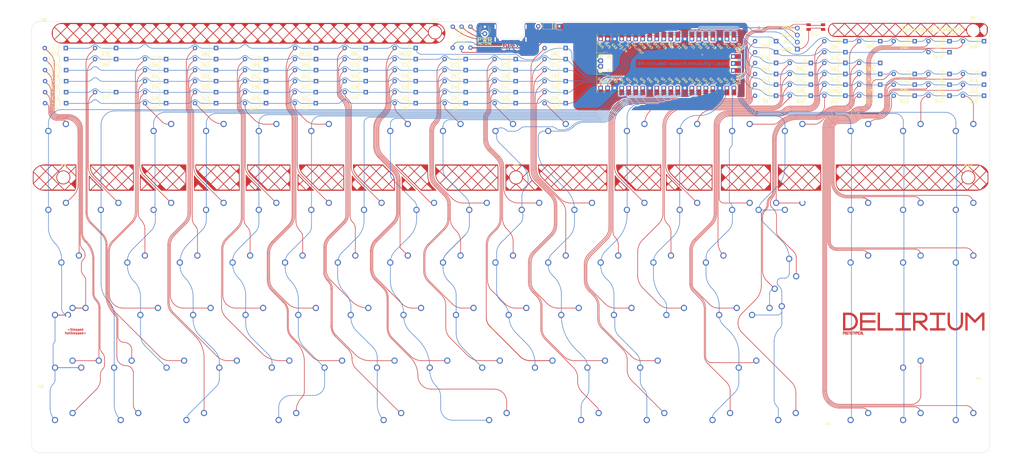
<source format=kicad_pcb>
(kicad_pcb (version 20211014) (generator pcbnew)
  (title_block (title "EnvKB") (date "2021-04-06") (rev "Rev.1"))
  (layers (0 "F.Cu" signal) (31 "B.Cu" signal) (34 "B.Paste" user) (35 "F.Paste" user) (36 "B.SilkS" user "B.Silkscreen") (37 "F.SilkS" user "F.Silkscreen") (38 "B.Mask" user) (39 "F.Mask" user) (44 "Edge.Cuts" user))
  (net 0 "")
  (net 1 "col0")
  (net 2 "col1")
  (net 3 "col2")
  (net 4 "col3")
  (net 5 "col4")
  (net 6 "col5")
  (net 7 "col6")
  (net 8 "col7")
  (net 9 "col8")
  (net 10 "col9")
  (net 11 "col10")
  (net 12 "col11")
  (net 13 "col12")
  (net 14 "col13")
  (net 15 "col14")
  (net 16 "col15")
  (net 17 "col16")
  (net 18 "col17")
  (net 19 "Net-(D0-Pad2)")
  (net 20 "Net-(D1-Pad2)")
  (net 21 "Net-(D2-Pad2)")
  (net 22 "Net-(D3-Pad2)")
  (net 23 "Net-(D4-Pad2)")
  (net 24 "Net-(D5-Pad2)")
  (net 25 "Net-(D6-Pad2)")
  (net 26 "Net-(D9-Pad2)")
  (net 27 "Net-(D10-Pad2)")
  (net 28 "Net-(D11-Pad2)")
  (net 29 "Net-(D12-Pad2)")
  (net 30 "Net-(D13-Pad2)")
  (net 31 "Net-(D14-Pad2)")
  (net 32 "Net-(D15-Pad2)")
  (net 33 "Net-(D16-Pad2)")
  (net 34 "Net-(D17-Pad2)")
  (net 35 "Net-(D18-Pad2)")
  (net 36 "Net-(D19-Pad2)")
  (net 37 "Net-(D20-Pad2)")
  (net 38 "Net-(D21-Pad2)")
  (net 39 "Net-(D22-Pad2)")
  (net 40 "Net-(D23-Pad2)")
  (net 41 "Net-(D24-Pad2)")
  (net 42 "Net-(D25-Pad2)")
  (net 43 "Net-(D26-Pad2)")
  (net 44 "Net-(D27-Pad2)")
  (net 45 "Net-(D28-Pad2)")
  (net 46 "Net-(D29-Pad2)")
  (net 47 "Net-(D30-Pad2)")
  (net 48 "Net-(D31-Pad2)")
  (net 49 "Net-(D32-Pad2)")
  (net 50 "Net-(D33-Pad2)")
  (net 51 "Net-(D34-Pad2)")
  (net 52 "Net-(D35-Pad2)")
  (net 53 "Net-(D36-Pad2)")
  (net 54 "Net-(D37-Pad2)")
  (net 55 "Net-(D38-Pad2)")
  (net 56 "Net-(D39-Pad2)")
  (net 57 "Net-(D40-Pad2)")
  (net 58 "Net-(D41-Pad2)")
  (net 59 "Net-(D42-Pad2)")
  (net 60 "Net-(D43-Pad2)")
  (net 61 "Net-(D44-Pad2)")
  (net 62 "Net-(D45-Pad2)")
  (net 63 "Net-(D46-Pad2)")
  (net 64 "Net-(D47-Pad2)")
  (net 65 "Net-(D48-Pad2)")
  (net 66 "Net-(D49-Pad2)")
  (net 67 "Net-(D50-Pad2)")
  (net 68 "Net-(D51-Pad2)")
  (net 69 "Net-(D52-Pad2)")
  (net 70 "Net-(D53-Pad2)")
  (net 71 "Net-(D54-Pad2)")
  (net 72 "Net-(D55-Pad2)")
  (net 73 "Net-(D56-Pad2)")
  (net 74 "Net-(D57-Pad2)")
  (net 75 "Net-(D58-Pad2)")
  (net 76 "Net-(D59-Pad2)")
  (net 77 "Net-(D60-Pad2)")
  (net 78 "Net-(D61-Pad2)")
  (net 79 "Net-(D62-Pad2)")
  (net 80 "Net-(D63-Pad2)")
  (net 81 "Net-(D64-Pad2)")
  (net 82 "Net-(D65-Pad2)")
  (net 83 "Net-(D66-Pad2)")
  (net 84 "Net-(D67-Pad2)")
  (net 85 "Net-(D68-Pad2)")
  (net 86 "Net-(D69-Pad2)")
  (net 87 "Net-(D70-Pad2)")
  (net 88 "Net-(D71-Pad2)")
  (net 89 "Net-(D72-Pad2)")
  (net 90 "Net-(D73-Pad2)")
  (net 91 "Net-(D74-Pad2)")
  (net 92 "Net-(D75-Pad2)")
  (net 93 "Net-(D76-Pad2)")
  (net 94 "Net-(D77-Pad2)")
  (net 95 "Net-(D78-Pad2)")
  (net 96 "Net-(D79-Pad2)")
  (net 97 "Net-(D80-Pad2)")
  (net 98 "Net-(D81-Pad2)")
  (net 99 "Net-(D82-Pad2)")
  (net 100 "Net-(D83-Pad2)")
  (net 101 "Net-(D84-Pad2)")
  (net 102 "Net-(D85-Pad2)")
  (net 103 "Net-(D86-Pad2)")
  (net 104 "Net-(D87-Pad2)")
  (net 105 "row0")
  (net 106 "row2")
  (net 107 "row3")
  (net 108 "row4")
  (net 109 "row5")
  (net 110 "row6")
  (net 111 "Net-(D7-Pad2)")
  (net 112 "Net-(D8-Pad2)")
  (net 113 "USBVBUS")
  (net 114 "USB2_P")
  (net 115 "USB2_N")
  (net 116 "GND")
  (net 117 "3.3V")
  (net 118 "I2CSCL")
  (net 119 "I2CSDA")
  (net 120 "Resetbtn")
  (net 121 "Net-(D88-Pad2)")
  (net 122 "Net-(PowerLED0-Pad2)")
  (net 129 "Net-(RESISTOR0-Pad1)")
  (net 130 "Net-(RESISTOR1-Pad2)")
  (net 134 "VSYS")
  (net 135 "Net-(D29BS2-Pad2)")
  (net 136 "Net-(D81A1-Pad2)")
  (net 137 "Net-(D81A2-Pad2)")
  (footprint "MX_Only:MXOnly-2.25U-NoLED" (layer "F.Cu") (at 301.5 168.4)
    (fp_text reference "K_63B1")
    (fp_text value "MX-NoLED")
  )
  (footprint "MX_Only:MXOnly-1.25U-NoLED" (layer "F.Cu") (at 49.1 206.5)
    (fp_text reference "K_78")
    (fp_text value "KEYSW")
  )
  (footprint "MX_Only:MXOnly-1.5U-NoLED" (layer "F.Cu") (at 308.6 149.3 -90)
    (fp_text reference "K_46")
    (fp_text value "KEYSW")
  )
  (footprint "MX_Only:MXOnly-1.25U-NoLED" (layer "F.Cu") (at 49.1 187.5)
    (fp_text reference "K_64")
    (fp_text value "KEYSW")
  )
  (footprint "MX_Only:MXOnly-1U-NoLED" (layer "F.Cu") (at 70.5 187.5)
    (fp_text reference "K_65")
    (fp_text value "KEYSW")
  )
  (footprint "MX_Only:MXOnly-1U-NoLED" (layer "F.Cu") (at 356.2 187.5)
    (fp_text reference "K_77")
    (fp_text value "KEYSW")
  )
  (footprint "MX_Only:MXOnly-1U-NoLED" (layer "F.Cu") (at 337.2 206.5)
    (fp_text reference "K_86")
    (fp_text value "KEYSW")
  )
  (footprint "Connector_PinSocket_2.54mm:PinSocket_1x04_P2.54mm_Vertical" (layer "F.Cu") (at 314.1 69.5 180)
    (fp_text reference "I2CHeader0")
    (fp_text value "Conn_01x04")
  )
  (footprint "MX_Only:MXOnly-1.5U-NoLED" (layer "F.Cu") (at 51.4 149.4)
    (fp_text reference "K_33")
    (fp_text value "KEYSW")
  )
  (footprint "LED_THT:LED_D3.0mm" (layer "F.Cu") (at 200.925 61.365 -90)
    (fp_text reference "PowerLED0" hide)
    (fp_text value "LED 3mm")
  )
  (footprint "MX_Only:MXOnly-2.75U-NoLED" (layer "F.Cu") (at 296.7 187.5)
    (fp_text reference "K_76")
    (fp_text value "KEYSW")
  )
  (footprint "MX_Only:MXOnly-1.25U-NoLED" (layer "F.Cu") (at 239.6 206.5)
    (fp_text reference "K_82")
    (fp_text value "KEYSW")
  )
  (footprint "MX_Only:MXOnly-2.25U-NoLED" (layer "F.Cu") (at 58.6 187.5)
    (fp_text reference "K_64B1")
    (fp_text value "KEYSW")
  )
  (footprint "Resistor_THT:R_Axial_DIN0207_L6.3mm_D2.5mm_P7.62mm_Horizontal" (layer "F.Cu") (at 192.525 68.965 90)
    (fp_text reference "RESISTOR0")
    (fp_text value "5.1k")
  )
  (footprint "MX_Only:MXOnly-1U-NoLED" (layer "F.Cu") (at 311 158.9 90)
    (fp_text reference "K_63")
    (fp_text value "MX-NoLED")
  )
  (footprint "MX_Only:MXOnly-1U-NoLED" (layer "F.Cu") (at 84.8 101.7)
    (fp_text reference "K_1")
    (fp_text value "KEYSW")
  )
  (footprint "MX_Only:MXOnly-1U-NoLED" (layer "F.Cu") (at 356.2 101.7)
    (fp_text reference "K_14")
    (fp_text value "KEYSW")
  )
  (footprint "MX_Only:MXOnly-1U-NoLED" (layer "F.Cu") (at 103.8 130.3)
    (fp_text reference "K_19")
    (fp_text value "KEYSW")
  )
  (footprint "MX_Only:MXOnly-1U-NoLED" (layer "F.Cu") (at 141.9 130.3)
    (fp_text reference "K_21")
    (fp_text value "KEYSW")
  )
  (footprint "MX_Only:MXOnly-1U-NoLED" (layer "F.Cu") (at 256.2 130.3)
    (fp_text reference "K_27")
    (fp_text value "KEYSW")
  )
  (footprint "MX_Only:MXOnly-1U-NoLED" (layer "F.Cu") (at 256.2 101.7)
    (fp_text reference "K_9")
    (fp_text value "KEYSW")
  )
  (footprint "MX_Only:MXOnly-1U-NoLED" (layer "F.Cu") (at 375.3 130.3)
    (fp_text reference "K_32")
    (fp_text value "KEYSW")
  )
  (footprint "MX_Only:MXOnly-1U-NoLED" (layer "F.Cu") (at 294.3 101.7)
    (fp_text reference "K_11")
    (fp_text value "KEYSW")
  )
  (footprint "MX_Only:MXOnly-1U-NoLED" (layer "F.Cu") (at 103.8 101.7)
    (fp_text reference "K_2")
    (fp_text value "KEYSW")
  )
  (footprint "MX_Only:MXOnly-1U-NoLED" (layer "F.Cu") (at 122.9 101.7)
    (fp_text reference "K_3")
    (fp_text value "KEYSW")
  )
  (footprint "MX_Only:MXOnly-1U-NoLED" (layer "F.Cu") (at 180 130.3)
    (fp_text reference "K_23")
    (fp_text value "KEYSW")
  )
  (footprint "MX_Only:MXOnly-1U-NoLED" (layer "F.Cu") (at 337.2 130.3)
    (fp_text reference "K_30")
    (fp_text value "KEYSW")
  )
  (footprint "MX_Only:MXOnly-1U-NoLED" (layer "F.Cu") (at 208.6 101.7)
    (fp_text reference "K_7")
    (fp_text value "KEYSW")
  )
  (footprint "MX_Only:MXOnly-1U-NoLED" (layer "F.Cu") (at 275.3 101.7)
    (fp_text reference "K_10")
    (fp_text value "KEYSW")
  )
  (footprint "MX_Only:MXOnly-1U-NoLED" (layer "F.Cu") (at 313.4 101.7)
    (fp_text reference "K_12")
    (fp_text value "KEYSW")
  )
  (footprint "MX_Only:MXOnly-1U-NoLED" (layer "F.Cu") (at 65.7 130.3)
    (fp_text reference "K_17")
    (fp_text value "KEYSW")
  )
  (footprint "MX_Only:MXOnly-1U-NoLED" (layer "F.Cu") (at 122.9 130.3)
    (fp_text reference "K_20")
    (fp_text value "KEYSW")
  )
  (footprint "MX_Only:MXOnly-1U-NoLED" (layer "F.Cu") (at 375.3 101.7)
    (fp_text reference "K_15")
    (fp_text value "KEYSW")
  )
  (footprint "MX_Only:MXOnly-1U-NoLED" (layer "F.Cu") (at 337.2 101.7)
    (fp_text reference "K_13")
    (fp_text value "KEYSW")
  )
  (footprint "MX_Only:MXOnly-1.25U-NoLED" (layer "F.Cu") (at 96.7 206.5)
    (fp_text reference "K_80")
    (fp_text value "KEYSW")
  )
  (footprint "MX_Only:MXOnly-1U-NoLED" (layer "F.Cu") (at 170.5 101.7)
    (fp_text reference "K_5")
    (fp_text value "KEYSW")
  )
  (footprint "MX_Only:MXOnly-1U-NoLED" (layer "F.Cu") (at 161 130.3)
    (fp_text reference "K_22")
    (fp_text value "KEYSW")
  )
  (footprint "Resistor_THT:R_Axial_DIN0207_L6.3mm_D2.5mm_P7.62mm_Horizontal" (layer "F.Cu") (at 189.325 61.365 -90)
    (fp_text reference "RESISTOR1")
    (fp_text value "5.1k ")
  )
  (footprint "MX_Only:MXOnly-1U-NoLED" (layer "F.Cu") (at 275.3 130.3)
    (fp_text reference "K_28")
    (fp_text value "KEYSW")
  )
  (footprint "MX_Only:MXOnly-1U-NoLED" (layer "F.Cu") (at 303.9 130.3)
    (fp_text reference "K_29")
    (fp_text value "KEYSW")
  )
  (footprint "MX_Only:MXOnly-1.75U-NoLED" (layer "F.Cu") (at 53.8 168.4)
    (fp_text reference "K_50")
    (fp_text value "KEYSW")
  )
  (footprint "MX_Only:MXOnly-1U-NoLED" (layer "F.Cu") (at 46.7 101.7)
    (fp_text reference "K_0")
    (fp_text value "KEYSW")
  )
  (footprint "MX_Only:MXOnly-1.25U-NoLED" (layer "F.Cu") (at 263.4 206.5)
    (fp_text reference "K_83")
    (fp_text value "KEYSW")
  )
  (footprint "MX_Only:MXOnly-1.25U-NoLED" (layer "F.Cu") (at 72.9 206.5)
    (fp_text reference "K_79")
    (fp_text value "KEYSW")
  )
  (footprint "MX_Only:MXOnly-1U-NoLED" (layer "F.Cu") (at 218.1 130.3)
    (fp_text reference "K_25")
    (fp_text value "KEYSW")
  )
  (footprint "MX_Only:MXOnly-1.25U-NoLED" (layer "F.Cu") (at 287.2 206.5)
    (fp_text reference "K_84")
    (fp_text value "KEYSW")
  )
  (footprint "MX_Only:MXOnly-1U-NoLED" (layer "F.Cu") (at 356.2 130.3)
    (fp_text reference "K_31")
    (fp_text value "KEYSW")
  )
  (footprint "MX_Only:MXOnly-1.25U-NoLED" (layer "F.Cu") (at 311 206.5)
    (fp_text reference "K_85")
    (fp_text value "KEYSW")
  )
  (footprint "MX_Only:MXOnly-1U-NoLED" (layer "F.Cu") (at 46.7 130.3)
    (fp_text reference "K_16")
    (fp_text value "KEYSW")
  )
  (footprint "MX_Only:MXOnly-1U-NoLED" (layer "F.Cu") (at 199.1 130.3)
    (fp_text reference "K_24")
    (fp_text value "KEYSW")
  )
  (footprint "MX_Only:MXOnly-1U-NoLED" (layer "F.Cu") (at 237.2 130.3)
    (fp_text reference "K_26")
    (fp_text value "KEYSW")
  )
  (footprint "MX_Only:MXOnly-1U-NoLED" (layer "F.Cu") (at 265.8 149.4)
    (fp_text reference "K_44")
    (fp_text value "KEYSW")
  )
  (footprint "MX_Only:MXOnly-1U-NoLED" (layer "F.Cu") (at 99.1 168.4)
    (fp_text reference "K_52")
    (fp_text value "KEYSW")
  )
  (footprint "MX_Only:MXOnly-1U-NoLED" (layer "F.Cu") (at 170.5 149.4)
    (fp_text reference "K_39")
    (fp_text value "KEYSW")
  )
  (footprint "MX_Only:MXOnly-1U-NoLED" (layer "F.Cu") (at 227.7 149.4)
    (fp_text reference "K_42")
    (fp_text value "KEYSW")
  )
  (footprint "MX_Only:MXOnly-1U-NoLED" (layer "F.Cu") (at 246.7 149.4)
    (fp_text reference "K_43")
    (fp_text value "KEYSW")
  )
  (footprint "MX_Only:MXOnly-1U-NoLED" (layer "F.Cu") (at 284.8 149.4)
    (fp_text reference "K_45")
    (fp_text value "KEYSW")
  )
  (footprint "MX_Only:MXOnly-1U-NoLED" (layer "F.Cu") (at 80 168.4)
    (fp_text reference "K_51")
    (fp_text value "KEYSW")
  )
  (footprint "MX_Only:MXOnly-1U-NoLED" (layer "F.Cu") (at 208.6 149.4)
    (fp_text reference "K_41")
    (fp_text value "KEYSW")
  )
  (footprint "MX_Only:MXOnly-1U-NoLED" (layer "F.Cu") (at 118.1 168.4)
    (fp_text reference "K_53")
    (fp_text value "KEYSW")
  )
  (footprint "MX_Only:MXOnly-1U-NoLED" (layer "F.Cu") (at 356.2 149.4)
    (fp_text reference "K_48")
    (fp_text value "KEYSW")
  )
  (footprint "MX_Only:MXOnly-1U-NoLED" (layer "F.Cu") (at 75.3 149.4)
    (fp_text reference "K_34")
    (fp_text value "KEYSW")
  )
  (footprint "MX_Only:MXOnly-1U-NoLED" (layer "F.Cu") (at 94.3 149.4)
    (fp_text reference "K_35")
    (fp_text value "KEYSW")
  )
  (footprint "MX_Only:MXOnly-1U-NoLED" (layer "F.Cu") (at 132.4 149.4)
    (fp_text reference "K_37")
    (fp_text value "KEYSW")
  )
  (footprint "MX_Only:MXOnly-1U-NoLED" (layer "F.Cu") (at 113.4 149.4)
    (fp_text reference "K_36")
    (fp_text value "KEYSW")
  )
  (footprint "MX_Only:MXOnly-1U-NoLED" (layer "F.Cu") (at 151.5 149.4)
    (fp_text reference "K_38")
    (fp_text value "KEYSW")
  )
  (footprint "MX_Only:MXOnly-1U-NoLED" (layer "F.Cu") (at 337.2 149.4)
    (fp_text reference "K_47")
    (fp_text value "KEYSW")
  )
  (footprint "MX_Only:MXOnly-1U-NoLED" (layer "F.Cu") (at 375.3 149.4)
    (fp_text reference "K_49")
    (fp_text value "KEYSW")
  )
  (footprint "MX_Only:MXOnly-1U-NoLED" (layer "F.Cu") (at 189.6 149.4)
    (fp_text reference "K_40")
    (fp_text value "KEYSW")
  )
  (footprint "MX_Only:MXOnly-1U-NoLED" (layer "F.Cu") (at 137.2 168.4)
    (fp_text reference "K_54")
    (fp_text value "KEYSW")
  )
  (footprint "MX_Only:MXOnly-1U-NoLED" (layer "F.Cu") (at 194.3 168.4)
    (fp_text reference "K_57")
    (fp_text value "KEYSW")
  )
  (footprint "MX_Only:MXOnly-1U-NoLED" (layer "F.Cu") (at 203.8 187.5)
    (fp_text reference "K_72")
    (fp_text value "KEYSW")
  )
  (footprint "MX_Only:MXOnly-1U-NoLED" (layer "F.Cu") (at 156.2 168.4)
    (fp_text reference "K_55")
    (fp_text value "KEYSW")
  )
  (footprint "MX_Only:MXOnly-1U-NoLED" (layer "F.Cu") (at 175.3 168.4)
    (fp_text reference "K_56")
    (fp_text value "KEYSW")
  )
  (footprint "MX_Only:MXOnly-1U-NoLED" (layer "F.Cu") (at 213.4 168.4)
    (fp_text reference "K_58")
    (fp_text value "KEYSW")
  )
  (footprint "MX_Only:MXOnly-1U-NoLED" (layer "F.Cu") (at 232.4 168.4)
    (fp_text reference "K_59")
    (fp_text value "KEYSW")
  )
  (footprint "MX_Only:MXOnly-1U-NoLED" (layer "F.Cu") (at 146.7 187.5)
    (fp_text reference "K_69")
    (fp_text value "KEYSW")
  )
  (footprint "MX_Only:MXOnly-1U-NoLED" (layer "F.Cu") (at 165.7 187.5)
    (fp_text reference "K_70")
    (fp_text value "KEYSW")
  )
  (footprint "MX_Only:MXOnly-1U-NoLED" (layer "F.Cu") (at 251.5 168.4)
    (fp_text reference "K_60")
    (fp_text value "KEYSW")
  )
  (footprint "MX_Only:MXOnly-1U-NoLED" (layer "F.Cu") (at 241.9 187.5)
    (fp_text reference "K_74")
    (fp_text value "KEYSW")
  )
  (footprint "MX_Only:MXOnly-1U-NoLED" (layer "F.Cu") (at 270.5 168.4)
    (fp_text reference "K_61")
    (fp_text value "KEYSW")
  )
  (footprint "MX_Only:MXOnly-1U-NoLED" (layer "F.Cu") (at 222.9 187.5)
    (fp_text reference "K_73")
    (fp_text value "KEYSW")
  )
  (footprint "MX_Only:MXOnly-1U-NoLED" (layer "F.Cu") (at 289.6 168.4)
    (fp_text reference "K_62")
    (fp_text value "KEYSW")
  )
  (footprint "MX_Only:MXOnly-1U-NoLED" (layer "F.Cu") (at 89.5 187.5)
    (fp_text reference "K_66")
    (fp_text value "KEYSW")
  )
  (footprint "MX_Only:MXOnly-1U-NoLED" (layer "F.Cu") (at 127.6 187.5)
    (fp_text reference "K_68")
    (fp_text value "KEYSW")
  )
  (footprint "MX_Only:MXOnly-1U-NoLED" (layer "F.Cu") (at 184.8 187.5)
    (fp_text reference "K_71")
    (fp_text value "KEYSW")
  )
  (footprint "MX_Only:MXOnly-1U-NoLED" (layer "F.Cu") (at 108.6 187.5)
    (fp_text reference "K_67")
    (fp_text value "KEYSW")
  )
  (footprint "MX_Only:MXOnly-1U-NoLED" (layer "F.Cu") (at 261 187.5)
    (fp_text reference "K_75")
    (fp_text value "KEYSW")
  )
  (footprint "MX_Only:MXOnly-1U-NoLED" (layer "F.Cu") (at 84.8 130.3)
    (fp_text reference "K_18")
    (fp_text value "KEYSW")
  )
  (footprint "MX_Only:MXOnly-1U-NoLED" (layer "F.Cu") (at 141.9 101.7)
    (fp_text reference "K_4")
    (fp_text value "KEYSW")
  )
  (footprint "MX_Only:MXOnly-1U-NoLED" (layer "F.Cu") (at 356.2 206.5)
    (fp_text reference "K_87")
    (fp_text value "KEYSW")
  )
  (footprint "MX_Only:MXOnly-1U-NoLED" (layer "F.Cu") (at 375.3 206.5)
    (fp_text reference "K_88")
    (fp_text value "KEYSW")
  )
  (footprint "MX_Only:MXOnly-1U-NoLED" (layer "F.Cu") (at 189.6 101.7)
    (fp_text reference "K_6")
    (fp_text value "KEYSW")
  )
  (footprint "MX_Only:MXOnly-1U-NoLED" (layer "F.Cu") (at 227.7 101.7)
    (fp_text reference "K_8")
    (fp_text value "KEYSW")
  )
  (footprint "MountingHole:MountingHole_3.5mm" (layer "F.Cu") (at 376 116)
    (fp_text reference "H10")
    (fp_text value "MountingHole")
  )
  (footprint "MountingHole:MountingHole_3.5mm" (layer "F.Cu") (at 379.6 193.4)
    (fp_text reference "H4")
    (fp_text value "MountingHole")
  )
  (footprint "EM_Extras:RPi_Pico_SMD_TH" (layer "F.Cu") (at 267 74.7 90)
    (fp_text reference "RPI0" hide)
    (fp_text value "Pico" hide)
  )
  (footprint "MountingHole:MountingHole_3.5mm" (layer "F.Cu") (at 212.2 116)
    (fp_text reference "H6")
    (fp_text value "MountingHole")
  )
  (footprint "MountingHole:MountingHole_3.5mm" (layer "F.Cu") (at 377.8 62.7)
    (fp_text reference "H1")
    (fp_text value "MountingHole")
  )
  (footprint "MountingHole:MountingHole_3.5mm" (layer "F.Cu") (at 40.1 196.3)
    (fp_text reference "H3")
    (fp_text value "MountingHole")
  )
  (footprint "Button_Switch_SMD:Panasonic_EVQPUL_EVQPUC" (layer "F.Cu") (at 320.8 61.5)
    (fp_text reference "SW-RST0")
    (fp_text value "EVQ")
  )
  (footprint "Resistor_THT:R_Axial_DIN0207_L6.3mm_D2.5mm_P7.62mm_Horizontal" (layer "F.Cu") (at 195.725 68.965 90)
    (fp_text reference "PowerLedResistor0")
    (fp_text value "47K Resistor")
  )
  (footprint "Diode_THT:D_DO-35_SOD27_P7.62mm_Horizontal" (layer "F.Cu") (at 369.2 86.4 180)
    (fp_text reference "D14")
    (fp_text value "D")
  )
  (footprint "Diode_THT:D_DO-35_SOD27_P7.62mm_Horizontal" (layer "F.Cu") (at 356.6 86.4 180)
    (fp_text reference "D13")
    (fp_text value "D")
  )
  (footprint "Diode_THT:D_DO-35_SOD27_P7.62mm_Horizontal" (layer "F.Cu") (at 344.1 86.4 180)
    (fp_text reference "D12")
    (fp_text value "D")
  )
  (footprint "Diode_THT:D_DO-35_SOD27_P7.62mm_Horizontal" (layer "F.Cu") (at 319 86.4 180)
    (fp_text reference "D10")
    (fp_text value "D")
  )
  (footprint "Diode_THT:D_DO-35_SOD27_P7.62mm_Horizontal" (layer "F.Cu") (at 331.5 86.4 180)
    (fp_text reference "D11")
    (fp_text value "D")
  )
  (footprint "Diode_THT:D_DO-35_SOD27_P7.62mm_Horizontal" (layer "F.Cu") (at 381.7 86.4 180)
    (fp_text reference "D15")
    (fp_text value "D")
  )
  (footprint "Diode_THT:D_DO-35_SOD27_P7.62mm_Horizontal" (layer "F.Cu") (at 306.4 86.4 180)
    (fp_text reference "D9")
    (fp_text value "D")
  )
  (footprint "Diode_THT:D_DO-35_SOD27_P7.62mm_Horizontal" (layer "F.Cu") (at 344.1 66.6 180)
    (fp_text reference "D85")
    (fp_text value "D")
  )
  (footprint "josh-connectors:USB_C_TYPE-C-31-M-14" (layer "F.Cu") (at 210.267 64.4 180)
    (fp_text reference "USB1")
    (fp_text value "HRO-TYPE-C-31-M-12")
    (fp_line (start -3.2 -1.3) (end 3.2 -1.3) (layer "Edge.Cuts") (width 0.1))
    (fp_line (start 4.70304 4.296872) (end 4.70304 -0.103128) (layer "Edge.Cuts") (width 0.1))
    (fp_line (start -4.70304 4.296872) (end -4.70304 -0.103128) (layer "Edge.Cuts") (width 0.1))
    (fp_arc (start 3.2 -1.3) (mid 3.388713 -1.252686) (end 3.532782 -1.121938) (layer "Edge.Cuts") (width 0.1))
    (fp_arc (start 3.80304 -1.003128) (mid 3.657193 -1.038154) (end 3.532782 -1.121938) (layer "Edge.Cuts") (width 0.1))
    (fp_arc (start -3.532782 -1.121938) (mid -3.388713 -1.252687) (end -3.2 -1.3) (layer "Edge.Cuts") (width 0.1))
    (fp_arc (start -4.70304 -0.103128) (mid -4.439436 -0.739524) (end -3.80304 -1.003128) (layer "Edge.Cuts") (width 0.1))
    (fp_arc (start -3.532782 -1.121938) (mid -3.657195 -1.038158) (end -3.80304 -1.003128) (layer "Edge.Cuts") (width 0.1))
    (fp_arc (start 3.80304 -1.003128) (mid 4.439435 -0.739524) (end 4.70304 -0.103128) (layer "Edge.Cuts") (width 0.1))
  )
  (footprint "MountingHole:MountingHole_3.5mm" (layer "F.Cu") (at 41.2 63.4)
    (fp_text reference "H0")
    (fp_text value "MountingHole")
  )
  (footprint "MX_Only:MXOnly-1U-NoLED" (layer "F.Cu") (at 168.1 206.5)
    (fp_text reference "K_81")
    (fp_text value "KEYSW")
  )
  (footprint "Diode_THT:D_DO-35_SOD27_P7.62mm_Horizontal" (layer "F.Cu") (at 306.4 82.4 180)
    (fp_text reference "D27")
    (fp_text value "D")
  )
  (footprint "Diode_THT:D_DO-35_SOD27_P7.62mm_Horizontal" (layer "F.Cu") (at 319 82.4 180)
    (fp_text reference "D28")
    (fp_text value "D")
  )
  (footprint "Diode_THT:D_DO-35_SOD27_P7.62mm_Horizontal" (layer "F.Cu") (at 344.1 82.4 180)
    (fp_text reference "D29")
    (fp_text value "D")
  )
  (footprint "Diode_THT:D_DO-35_SOD27_P7.62mm_Horizontal" (layer "F.Cu") (at 356.6 82.4 180)
    (fp_text reference "D30")
    (fp_text value "D")
  )
  (footprint "Diode_THT:D_DO-35_SOD27_P7.62mm_Horizontal" (layer "F.Cu") (at 369.2 82.4 180)
    (fp_text reference "D31")
    (fp_text value "D")
  )
  (footprint "Diode_THT:D_DO-35_SOD27_P7.62mm_Horizontal" (layer "F.Cu") (at 381.7 82.4 180)
    (fp_text reference "D32")
    (fp_text value "D")
  )
  (footprint "Diode_THT:D_DO-35_SOD27_P7.62mm_Horizontal" (layer "F.Cu") (at 306.4 78.5 180)
    (fp_text reference "D43")
    (fp_text value "D")
  )
  (footprint "Diode_THT:D_DO-35_SOD27_P7.62mm_Horizontal" (layer "F.Cu") (at 319 78.5 180)
    (fp_text reference "D44")
    (fp_text value "D")
  )
  (footprint "Diode_THT:D_DO-35_SOD27_P7.62mm_Horizontal" (layer "F.Cu") (at 331.5 78.5 180)
    (fp_text reference "D45")
    (fp_text value "D")
  )
  (footprint "Diode_THT:D_DO-35_SOD27_P7.62mm_Horizontal" (layer "F.Cu") (at 344.1 78.5 180)
    (fp_text reference "D46")
    (fp_text value "D")
  )
  (footprint "Diode_THT:D_DO-35_SOD27_P7.62mm_Horizontal" (layer "F.Cu") (at 356.6 78.5 180)
    (fp_text reference "D47")
    (fp_text value "D")
  )
  (footprint "Diode_THT:D_DO-35_SOD27_P7.62mm_Horizontal" (layer "F.Cu") (at 369.2 78.5 180)
    (fp_text reference "D48")
    (fp_text value "D")
  )
  (footprint "Diode_THT:D_DO-35_SOD27_P7.62mm_Horizontal" (layer "F.Cu") (at 381.7 78.5 180)
    (fp_text reference "D49")
    (fp_text value "D")
  )
  (footprint "Diode_THT:D_DO-35_SOD27_P7.62mm_Horizontal" (layer "F.Cu") (at 306.4 74.5 180)
    (fp_text reference "D60")
    (fp_text value "D")
  )
  (footprint "Diode_THT:D_DO-35_SOD27_P7.62mm_Horizontal" (layer "F.Cu") (at 319 74.5 180)
    (fp_text reference "D61")
    (fp_text value "D")
  )
  (footprint "Diode_THT:D_DO-35_SOD27_P7.62mm_Horizontal" (layer "F.Cu") (at 331.5 74.5 180)
    (fp_text reference "D62")
    (fp_text value "D")
  )
  (footprint "Diode_THT:D_DO-35_SOD27_P7.62mm_Horizontal" (layer "F.Cu") (at 344.1 74.5 180)
    (fp_text reference "D63")
    (fp_text value "D")
  )
  (footprint "Diode_THT:D_DO-35_SOD27_P7.62mm_Horizontal" (layer "F.Cu") (at 306.4 70.6 180)
    (fp_text reference "D75")
    (fp_text value "D")
  )
  (footprint "Diode_THT:D_DO-35_SOD27_P7.62mm_Horizontal" (layer "F.Cu") (at 331.5 70.6 180)
    (fp_text reference "D76")
    (fp_text value "D")
  )
  (footprint "Diode_THT:D_DO-35_SOD27_P7.62mm_Horizontal" (layer "F.Cu") (at 369.2 70.6 180)
    (fp_text reference "D77")
    (fp_text value "D")
  )
  (footprint "Diode_THT:D_DO-35_SOD27_P7.62mm_Horizontal" (layer "F.Cu") (at 306.4 66.6 180)
    (fp_text reference "D83")
    (fp_text value "D")
  )
  (footprint "Diode_THT:D_DO-35_SOD27_P7.62mm_Horizontal" (layer "F.Cu") (at 331.5 66.6 180)
    (fp_text reference "D84")
    (fp_text value "D")
  )
  (footprint "Diode_THT:D_DO-35_SOD27_P7.62mm_Horizontal" (layer "F.Cu") (at 356.6 66.6 180)
    (fp_text reference "D86")
    (fp_text value "D")
  )
  (footprint "Diode_THT:D_DO-35_SOD27_P7.62mm_Horizontal" (layer "F.Cu") (at 369.2 66.6 180)
    (fp_text reference "D87")
    (fp_text value "D")
  )
  (footprint "Diode_THT:D_DO-35_SOD27_P7.62mm_Horizontal" (layer "F.Cu") (at 381.7 66.6 180)
    (fp_text reference "D88")
    (fp_text value "D")
  )
  (footprint "MountingHole:MountingHole_3.5mm" (layer "F.Cu") (at 48.3 116)
    (fp_text reference "H9")
    (fp_text value "MountingHole")
  )
  (footprint "Diode_THT:D_DO-35_SOD27_P7.62mm_Horizontal" (layer "F.Cu") (at 49.3 73.1 180)
    (fp_text reference "D64")
    (fp_text value "D")
  )
  (footprint "Diode_THT:D_DO-35_SOD27_P7.62mm_Horizontal" (layer "F.Cu") (at 49.3 81.1 180)
    (fp_text reference "D33")
    (fp_text value "D")
  )
  (footprint "Diode_THT:D_DO-35_SOD27_P7.62mm_Horizontal" (layer "F.Cu") (at 103.6 89.1 180)
    (fp_text reference "D2")
    (fp_text value "D")
  )
  (footprint "Diode_THT:D_DO-35_SOD27_P7.62mm_Horizontal" (layer "F.Cu") (at 49.3 89.1 180)
    (fp_text reference "D0")
    (fp_text value "D")
  )
  (footprint "Diode_THT:D_DO-35_SOD27_P7.62mm_Horizontal" (layer "F.Cu") (at 85.5 89.1 180)
    (fp_text reference "D1")
    (fp_text value "D")
  )
  (footprint "Diode_THT:D_DO-35_SOD27_P7.62mm_Horizontal" (layer "F.Cu") (at 121.7 89.1 180)
    (fp_text reference "D3")
    (fp_text value "D")
  )
  (footprint "Diode_THT:D_DO-35_SOD27_P7.62mm_Horizontal" (layer "F.Cu") (at 49.3 77.1 180)
    (fp_text reference "D50")
    (fp_text value "D")
  )
  (footprint "Diode_THT:D_DO-35_SOD27_P7.62mm_Horizontal" (layer "F.Cu") (at 49.2 69.1 180)
    (fp_text reference "D78")
    (fp_text value "D")
  )
  (footprint "Diode_THT:D_DO-35_SOD27_P7.62mm_Horizontal" (layer "F.Cu") (at 139.7 89.1 180)
    (fp_text reference "D4")
    (fp_text value "D")
  )
  (footprint "Diode_THT:D_DO-35_SOD27_P7.62mm_Horizontal" (layer "F.Cu") (at 212.1 89.1 180)
    (fp_text reference "D7")
    (fp_text value "D")
  )
  (footprint "Diode_THT:D_DO-35_SOD27_P7.62mm_Horizontal" (layer "F.Cu") (at 230.2 89.1 180)
    (fp_text reference "D8")
    (fp_text value "D")
  )
  (footprint "Diode_THT:D_DO-35_SOD27_P7.62mm_Horizontal" (layer "F.Cu") (at 49.3 85.1 180)
    (fp_text reference "D16")
    (fp_text value "D")
  )
  (footprint "Diode_THT:D_DO-35_SOD27_P7.62mm_Horizontal" (layer "F.Cu") (at 194 89.1 180)
    (fp_text reference "D6")
    (fp_text value "D")
  )
  (footprint "Diode_THT:D_DO-35_SOD27_P7.62mm_Horizontal" (layer "F.Cu") (at 175.9 89.1 180)
    (fp_text reference "D5")
    (fp_text value "D")
  )
  (footprint "Diode_THT:D_DO-35_SOD27_P7.62mm_Horizontal" (layer "F.Cu") (at 175.9 73.1 180)
    (fp_text reference "D71")
    (fp_text value "D")
  )
  (footprint "Diode_THT:D_DO-35_SOD27_P7.62mm_Horizontal" (layer "F.Cu") (at 212.1 77.1 180)
    (fp_text reference "D58")
    (fp_text value "D")
  )
  (footprint "Diode_THT:D_DO-35_SOD27_P7.62mm_Horizontal" (layer "F.Cu") (at 230.2 77.1 180)
    (fp_text reference "D59")
    (fp_text value "D")
  )
  (footprint "Diode_THT:D_DO-35_SOD27_P7.62mm_Horizontal" (layer "F.Cu") (at 85.5 73.1 180)
    (fp_text reference "D66")
    (fp_text value "D")
  )
  (footprint "Diode_THT:D_DO-35_SOD27_P7.62mm_Horizontal" (layer "F.Cu") (at 67.4 73.1 180)
    (fp_text reference "D65")
    (fp_text value "D")
  )
  (footprint "Diode_THT:D_DO-35_SOD27_P7.62mm_Horizontal" (layer "F.Cu") (at 230.2 73.1 180)
    (fp_text reference "D74")
    (fp_text value "D")
  )
  (footprint "Diode_THT:D_DO-35_SOD27_P7.62mm_Horizontal" (layer "F.Cu") (at 212.1 73.1 180)
    (fp_text reference "D73")
    (fp_text value "D")
  )
  (footprint "Diode_THT:D_DO-35_SOD27_P7.62mm_Horizontal" (layer "F.Cu") (at 103.6 73.1 180)
    (fp_text reference "D67")
    (fp_text value "D")
  )
  (footprint "Diode_THT:D_DO-35_SOD27_P7.62mm_Horizontal" (layer "F.Cu") (at 194 73.1 180)
    (fp_text reference "D72")
    (fp_text value "D")
  )
  (footprint "Diode_THT:D_DO-35_SOD27_P7.62mm_Horizontal" (layer "F.Cu") (at 121.7 73.1 180)
    (fp_text reference "D68")
    (fp_text value "D")
  )
  (footprint "Diode_THT:D_DO-35_SOD27_P7.62mm_Horizontal" (layer "F.Cu") (at 139.8 73.1 180)
    (fp_text reference "D69")
    (fp_text value "D")
  )
  (footprint "Diode_THT:D_DO-35_SOD27_P7.62mm_Horizontal" (layer "F.Cu") (at 157.8 73.1 180)
    (fp_text reference "D70")
    (fp_text value "D")
  )
  (footprint "Diode_THT:D_DO-35_SOD27_P7.62mm_Horizontal" (layer "F.Cu") (at 157.8 81.1 180)
    (fp_text reference "D38")
    (fp_text value "D")
  )
  (footprint "Diode_THT:D_DO-35_SOD27_P7.62mm_Horizontal" (layer "F.Cu") (at 175.9 81.1 180)
    (fp_text reference "D39")
    (fp_text value "D")
  )
  (footprint "Diode_THT:D_DO-35_SOD27_P7.62mm_Horizontal" (layer "F.Cu") (at 230.2 85.1 180)
    (fp_text reference "D26")
    (fp_text value "D")
  )
  (footprint "Diode_THT:D_DO-35_SOD27_P7.62mm_Horizontal" (layer "F.Cu") (at 139.8 81.1 180)
    (fp_text reference "D37")
    (fp_text value "D")
  )
  (footprint "Diode_THT:D_DO-35_SOD27_P7.62mm_Horizontal" (layer "F.Cu") (at 121.7 81.1 180)
    (fp_text reference "D36")
    (fp_text value "D")
  )
  (footprint "Diode_THT:D_DO-35_SOD27_P7.62mm_Horizontal" (layer "F.Cu") (at 157.8 85.1 180)
    (fp_text reference "D22")
    (fp_text value "D")
  )
  (footprint "Diode_THT:D_DO-35_SOD27_P7.62mm_Horizontal" (layer "F.Cu") (at 175.9 85.1 180)
    (fp_text reference "D23")
    (fp_text value "D")
  )
  (footprint "Diode_THT:D_DO-35_SOD27_P7.62mm_Horizontal" (layer "F.Cu") (at 85.5 81.1 180)
    (fp_text reference "D34")
    (fp_text value "D")
  )
  (footprint "Diode_THT:D_DO-35_SOD27_P7.62mm_Horizontal" (layer "F.Cu") (at 103.6 81.1 180)
    (fp_text reference "D35")
    (fp_text value "D")
  )
  (footprint "Diode_THT:D_DO-35_SOD27_P7.62mm_Horizontal" (layer "F.Cu") (at 194 85.1 180)
    (fp_text reference "D24")
    (fp_text value "D")
  )
  (footprint "Diode_THT:D_DO-35_SOD27_P7.62mm_Horizontal" (layer "F.Cu") (at 212.1 85.1 180)
    (fp_text reference "D25")
    (fp_text value "D")
  )
  (footprint "Diode_THT:D_DO-35_SOD27_P7.62mm_Horizontal" (layer "F.Cu") (at 175.9 77.1 180)
    (fp_text reference "D56")
    (fp_text value "D")
  )
  (footprint "Diode_THT:D_DO-35_SOD27_P7.62mm_Horizontal" (layer "F.Cu") (at 121.7 77.1 180)
    (fp_text reference "D53")
    (fp_text value "D")
  )
  (footprint "Diode_THT:D_DO-35_SOD27_P7.62mm_Horizontal" (layer "F.Cu") (at 157.8 77.1 180)
    (fp_text reference "D55")
    (fp_text value "D")
  )
  (footprint "Diode_THT:D_DO-35_SOD27_P7.62mm_Horizontal" (layer "F.Cu") (at 194 81.1 180)
    (fp_text reference "D40")
    (fp_text value "D")
  )
  (footprint "Diode_THT:D_DO-35_SOD27_P7.62mm_Horizontal" (layer "F.Cu") (at 212.1 81.1 180)
    (fp_text reference "D41")
    (fp_text value "D")
  )
  (footprint "Diode_THT:D_DO-35_SOD27_P7.62mm_Horizontal" (layer "F.Cu") (at 194 77.1 180)
    (fp_text reference "D57")
    (fp_text value "D")
  )
  (footprint "Diode_THT:D_DO-35_SOD27_P7.62mm_Horizontal" (layer "F.Cu") (at 230.2 81.1 180)
    (fp_text reference "D42")
    (fp_text value "D")
  )
  (footprint "Diode_THT:D_DO-35_SOD27_P7.62mm_Horizontal" (layer "F.Cu") (at 85.5 77.1 180)
    (fp_text reference "D51")
    (fp_text value "D")
  )
  (footprint "Diode_THT:D_DO-35_SOD27_P7.62mm_Horizontal" (layer "F.Cu") (at 103.6 77.1 180)
    (fp_text reference "D52")
    (fp_text value "D")
  )
  (footprint "Diode_THT:D_DO-35_SOD27_P7.62mm_Horizontal" (layer "F.Cu") (at 139.8 77.1 180)
    (fp_text reference "D54")
    (fp_text value "D")
  )
  (footprint "Diode_THT:D_DO-35_SOD27_P7.62mm_Horizontal" (layer "F.Cu") (at 67.4 69.1 180)
    (fp_text reference "D79")
    (fp_text value "D")
  )
  (footprint "Diode_THT:D_DO-35_SOD27_P7.62mm_Horizontal" (layer "F.Cu") (at 103.6 69.1 180)
    (fp_text reference "D80")
    (fp_text value "D")
  )
  (footprint "Diode_THT:D_DO-35_SOD27_P7.62mm_Horizontal" (layer "F.Cu") (at 157.8 69.1 180)
    (fp_text reference "D81")
    (fp_text value "D")
  )
  (footprint "Diode_THT:D_DO-35_SOD27_P7.62mm_Horizontal" (layer "F.Cu") (at 230.2 69.1 180)
    (fp_text reference "D82")
    (fp_text value "D")
  )
  (footprint "Diode_THT:D_DO-35_SOD27_P7.62mm_Horizontal" (layer "F.Cu") (at 85.5 85.1 180)
    (fp_text reference "D18")
    (fp_text value "D")
  )
  (footprint "Diode_THT:D_DO-35_SOD27_P7.62mm_Horizontal" (layer "F.Cu") (at 139.7 85.1 180)
    (fp_text reference "D21")
    (fp_text value "D")
  )
  (footprint "Diode_THT:D_DO-35_SOD27_P7.62mm_Horizontal" (layer "F.Cu") (at 103.6 85.1 180)
    (fp_text reference "D19")
    (fp_text value "D")
  )
  (footprint "Diode_THT:D_DO-35_SOD27_P7.62mm_Horizontal" (layer "F.Cu") (at 121.7 85.1 180)
    (fp_text reference "D20")
    (fp_text value "D")
  )
  (footprint "Diode_THT:D_DO-35_SOD27_P7.62mm_Horizontal" (layer "F.Cu") (at 67.4 85.1 180)
    (fp_text reference "D17")
    (fp_text value "D")
  )
  (footprint "Mounting_Keyboard_Stabilizer:Stabilizer_Cherry_MX_2u" (layer "F.Cu") (at 311 158.9 90)
    (fp_text reference "STAB1")
    (fp_text value "Stabilizer")
  )
  (footprint "kibuzzard-628ADF99" (layer "F.Cu") (at 334.35 172.45)
    (fp_text reference "kibuzzard-628ADF99" hide)
    (fp_text value "G***" hide)
  )
  (footprint "MountingHole:MountingHole_3.5mm" (layer "F.Cu") (at 48.3 116)
    (fp_text reference "H9")
    (fp_text value "MountingHole")
  )
  (footprint "kibuzzard-628AE874" (layer "F.Cu") (at 44.8 77.1)
    (fp_text reference "kibuzzard-628AE874" hide)
    (fp_text value "G***" hide)
  )
  (footprint "kibuzzard-628AE933" (layer "F.Cu") (at 44.7 89.1)
    (fp_text reference "kibuzzard-628AE933" hide)
    (fp_text value "G***" hide)
  )
  (footprint "kibuzzard-6250C4E7" (layer "F.Cu") (at 362.8 62.6)
    (fp_text reference "kibuzzard-6250C4E7" hide)
    (fp_text value "G***" hide)
  )
  (footprint "MountingHole:MountingHole_3.5mm" (layer "F.Cu") (at 376 116)
    (fp_text reference "H10")
    (fp_text value "MountingHole")
  )
  (footprint "kibuzzard-628AE82F" (layer "F.Cu") (at 320.8 64.2)
    (fp_text reference "kibuzzard-628AE82F" hide)
    (fp_text value "G***" hide)
  )
  (footprint "kibuzzard-628AE7EF" (layer "F.Cu") (at 310.1 69.5)
    (fp_text reference "kibuzzard-628AE7EF" hide)
    (fp_text value "G***" hide)
  )
  (footprint "Diode_THT:D_DO-35_SOD27_P7.62mm_Horizontal" (layer "F.Cu") (at 139.8 69.1 180)
    (fp_text reference "D81A1")
    (fp_text value "D")
  )
  (footprint "kibuzzard-628AE805" (layer "F.Cu") (at 310.2 64.4)
    (fp_text reference "kibuzzard-628AE805" hide)
    (fp_text value "G***" hide)
  )
  (footprint "kibuzzard-628AE8A6" (layer "F.Cu") (at 44.8 85.1)
    (fp_text reference "kibuzzard-628AE8A6" hide)
    (fp_text value "G***" hide)
  )
  (footprint "kibuzzard-628AE868" (layer "F.Cu") (at 44.1 73.1)
    (fp_text reference "kibuzzard-628AE868" hide)
    (fp_text value "G***" hide)
  )
  (footprint "Mounting_Keyboard_Stabilizer:Stabilizer_Cherry_MX_2u" (layer "F.Cu") (at 130.1 206.5 180)
    (fp_text reference "STAB3")
    (fp_text value "Stabilizer")
  )
  (footprint "MountingHole:MountingHole_3.5mm" (layer "F.Cu") (at 325.2 209.9)
    (fp_text reference "H4")
    (fp_text value "MountingHole")
  )
  (footprint "kibuzzard-628AE768" (layer "F.Cu") (at 200.925 66.065)
    (fp_text reference "kibuzzard-628AE768" hide)
    (fp_text value "G***" hide)
  )
  (footprint "MountingHole:MountingHole_3.5mm" (layer "F.Cu") (at 212.2 116)
    (fp_text reference "H6")
    (fp_text value "MountingHole")
  )
  (footprint "kibuzzard-628AEA91" (layer "F.Cu") (at 200.925 67.465)
    (fp_text reference "kibuzzard-628AEA91" hide)
    (fp_text value "G***" hide)
  )
  (footprint "MX_Only:MXOnly-1.25U-NoLED" (layer "F.Cu") (at 49.1 168.4)
    (fp_text reference "K_50A1")
    (fp_text value "KEYSW")
  )
  (footprint "MountingHole:MountingHole_3.5mm" (layer "F.Cu") (at 182.9 63.4)
    (fp_text reference "H11")
    (fp_text value "MountingHole")
  )
  (footprint "kibuzzard-628AE7FB" (layer "F.Cu") (at 310.5 67)
    (fp_text reference "kibuzzard-628AE7FB" hide)
    (fp_text value "G***" hide)
  )
  (footprint "kibuzzard-628ADF99" (layer "F.Cu") (at 334.35 172.45)
    (fp_text reference "kibuzzard-628ADF99" hide)
    (fp_text value "G***" hide)
  )
  (footprint "MX_Only:MXOnly-1U-NoLED" (layer "F.Cu") (at 130.1 206.5)
    (fp_text reference "K_81A1")
    (fp_text value "KEYSW")
  )
  (footprint "MountingHole:MountingHole_3.5mm" (layer "F.Cu") (at 40.1 196.3)
    (fp_text reference "H3")
    (fp_text value "MountingHole")
  )
  (footprint "kibuzzard-628AE80F" (layer "F.Cu") (at 310.2 61.9)
    (fp_text reference "kibuzzard-628AE80F" hide)
    (fp_text value "G***" hide)
  )
  (footprint "MountingHole:MountingHole_3.5mm" (layer "F.Cu") (at 41.2 63.4)
    (fp_text reference "H0")
    (fp_text value "MountingHole")
  )
  (footprint "MountingHole:MountingHole_3.5mm" (layer "F.Cu") (at 203.9 176)
    (fp_text reference "H7")
    (fp_text value "MountingHole")
  )
  (footprint "kibuzzard-628AE061" (layer "F.Cu") (at 356.25 168.25)
    (fp_text reference "kibuzzard-628AE061" hide)
    (fp_text value "G***" hide)
  )
  (footprint "kibuzzard-628AE966" (layer "F.Cu") (at 62.7 69.1)
    (fp_text reference "kibuzzard-628AE966" hide)
    (fp_text value "G***" hide)
  )
  (footprint "kibuzzard-628AE860" (layer "F.Cu") (at 44.3 69.1)
    (fp_text reference "kibuzzard-628AE860" hide)
    (fp_text value "G***" hide)
  )
  (footprint "MX_Only:MXOnly-1U-NoLED" (layer "F.Cu") (at 313.4 130.3)
    (fp_text reference "K_29BS1")
    (fp_text value "KEYSW")
  )
  (footprint "Mounting_Keyboard_Stabilizer:Stabilizer_Cherry_MX_2u" (layer "F.Cu") (at 206.3 206.5 180)
    (fp_text reference "STAB4")
    (fp_text value "Stabilizer")
  )
  (footprint "kibuzzard-628AE061" (layer "F.Cu") (at 356.25 168.25)
    (fp_text reference "kibuzzard-628AE061" hide)
    (fp_text value "G***" hide)
  )
  (footprint "MX_Only:MXOnly-1U-NoLED" (layer "F.Cu") (at 206.3 206.5)
    (fp_text reference "K_81A2")
    (fp_text value "KEYSW")
  )
  (footprint "Diode_THT:D_DO-35_SOD27_P7.62mm_Horizontal" (layer "F.Cu") (at 175.9 69.1 180)
    (fp_text reference "D81A2")
    (fp_text value "D")
  )
  (footprint "Diode_THT:D_DO-35_SOD27_P7.62mm_Horizontal" (layer "F.Cu") (at 227.9 61.2 180)
    (fp_text reference "D89")
    (fp_text value "1n4002")
  )
  (footprint "MX_Only:MXOnly-1U-NoLED" (layer "F.Cu") (at 46.7 101.7)
    (fp_text reference "K_0")
    (fp_text value "KEYSW")
  )
  (footprint "MX_Only:MXOnly-1U-NoLED" (layer "F.Cu") (at 294.3 130.3)
    (fp_text reference "K_29BS2")
    (fp_text value "KEYSW")
  )
  (footprint "MountingHole:MountingHole_3.5mm" (layer "F.Cu") (at 377.8 62.7)
    (fp_text reference "H1")
    (fp_text value "MountingHole")
  )
  (footprint "Diode_THT:D_DO-35_SOD27_P7.62mm_Horizontal" (layer "F.Cu") (at 331.5 82.4 180)
    (fp_text reference "D29BS2")
    (fp_text value "D")
  )
  (footprint "Mounting_Keyboard_Stabilizer:Stabilizer_Cherry_MX_2u" (layer "F.Cu") (at 303.9 130.3)
    (fp_text reference "STAB5")
    (fp_text value "Stabilizer")
  )
  (footprint "kibuzzard-628AE882" (layer "F.Cu") (at 45 81.1)
    (fp_text reference "kibuzzard-628AE882" hide)
    (fp_text value "G***" hide)
  )
  (footprint "Mounting_Keyboard_Stabilizer:Stabilizer_Cherry_MX_2u" (layer "F.Cu") (at 168.1 206.5 180)
    (fp_text reference "STAB2")
    (fp_text value "Stabilizer")
  )
  (gr_poly (pts (xy 116.9 91.235) (xy 116.05 91.81) (xy 116.05 90.66)) (layer "F.SilkS") (width 0.1) (fill solid))
  (gr_arc (start 383.767 212.785) (mid 382.88832 214.90632) (end 380.767 215.785) (layer "Edge.Cuts") (width 0.1))
  (gr_line (start 205.56396 59.49) (end 39.767 59.485) (layer "Edge.Cuts") (width 0.1))
  (gr_line (start 383.767 62.485) (end 383.767 212.785) (layer "Edge.Cuts") (width 0.1))
  (gr_arc (start 36.767 62.485) (mid 37.64568 60.36368) (end 39.767 59.485) (layer "Edge.Cuts") (width 0.1))
  (gr_line (start 214.97004 60.103128) (end 214.97004 59.49) (layer "Edge.Cuts") (width 0.1))
  (gr_arc (start 39.767 215.785) (mid 37.64568 214.90632) (end 36.767 212.785) (layer "Edge.Cuts") (width 0.1))
  (gr_rect (start 242.95 71.875) (end 246.7 77.3) (layer "Edge.Cuts") (width 0.05) (fill none))
  (gr_line (start 380.767 59.485) (end 214.97004 59.49) (layer "Edge.Cuts") (width 0.1))
  (gr_line (start 36.767 212.785) (end 36.767 62.485) (layer "Edge.Cuts") (width 0.1))
  (gr_line (start 380.767 215.785) (end 39.767 215.785) (layer "Edge.Cuts") (width 0.1))
  (gr_arc (start 380.767 59.485) (mid 382.88832 60.36368) (end 383.767 62.485) (layer "Edge.Cuts") (width 0.1))
  (gr_line (start 205.56396 60.103128) (end 205.56396 59.49) (layer "Edge.Cuts") (width 0.1))
  (gr_text "<Stepped\nNotStepped>" (at 52.7 171.8) (layer "F.Cu") (effects (font (size 0.8 0.8))))
  (gr_text "https://github.com/Envious-Data/Env-KB" (at 256.225 74.735) (layer "B.Cu") (effects (font (size 1 1) (thickness 0.2)) (justify right mirror)))
  (gr_text "5.1K" (at 192.525 65.05 90) (layer "F.SilkS") (effects (font (size 1.8 1.8) (thickness 0.2))))
  (segment (start 45.29625 165.91) (end 50.04875 165.91) (width 0.25) (layer "F.Cu") (net 1))
  (segment (start 45.29625 175.09625) (end 45.29625 165.91) (width 0.2) (layer "B.Cu") (net 1))
  (segment (start 244.298792 89.841207) (end 250.54 83.6) (width 0.2) (layer "B.Cu") (net 1))
  (segment (start 47.6775 163.53875) (end 47.6775 146.87) (width 0.2) (layer "B.Cu") (net 1))
  (segment (start 47.915 91.435) (end 240.451036 91.435) (width 0.2) (layer "B.Cu") (net 1))
  (segment (start 54.84 184.97) (end 45.29625 184.97) (width 0.25) (layer "B.Cu") (net 1))
  (segment (start 42.915 127.82) (end 42.915 99.245) (width 0.2) (layer "B.Cu") (net 1))
  (segment (start 43.513 199.714854) (end 43.513 193.63183) (width 0.2) (layer "B.Cu") (net 1))
  (segment (start 45.29625 189.326666) (end 45.29625 184.97) (width 0.2) (layer "B.Cu") (net 1))
  (segment (start 42.915 134.197812) (end 42.915 127.82) (width 0.2) (layer "B.Cu") (net 1))
  (segment (start 47.6775 146.87) (end 47.6775 145.695503) (width 0.2) (layer "B.Cu") (net 1))
  (segment (start 42.915 99.245) (end 42.915 96.435) (width 0.2) (layer "B.Cu") (net 1))
  (segment (start 44.6 183.289104) (end 44.6 176.777131) (width 0.2) (layer "B.Cu") (net 1))
  (arc (start 44.937393 175.962607) (mid 45.202986 175.565119) (end 45.29625 175.09625) (width 0.2) (layer "B.Cu") (net 1))
  (arc (start 44.6 176.777131) (mid 44.687683 176.336319) (end 44.937393 175.962607) (width 0.2) (layer "B.Cu") (net 1))
  (arc (start 45.29625 184.97) (mid 44.78095 184.198798) (end 44.6 183.289104) (width 0.2) (layer "B.Cu") (net 1))
  (arc (start 43.513 193.63183) (mid 43.809391 192.14177) (end 44.653442 190.878558) (width 0.2) (layer "B.Cu") (net 1))
  (arc (start 45.29625 204.02) (mid 43.976451 202.044783) (end 43.513 199.714854) (width 0.2) (layer "B.Cu") (net 1))
  (arc (start 47.6775 145.695503) (mid 47.046613 142.523822) (end 45.25 139.835) (width 0.2) (layer "B.Cu") (net 1))
  (arc (start 47.915 91.435) (mid 44.379466 92.899466) (end 42.915 96.435) (width 0.2) (layer "B.Cu") (net 1))
  (arc (start 44.653442 190.878558) (mid 45.129186 190.166551) (end 45.29625 189.326666) (width 0.2) (layer "B.Cu") (net 1))
  (arc (start 45.25 139.835) (mid 43.521846 137.248636) (end 42.915 134.197812) (width 0.2) (layer "B.Cu") (net 1))
  (arc (start 240.451036 91.435) (mid 242.533426 91.020786) (end 244.298792 89.841207) (width 0.2) (layer "B.Cu") (net 1))
  (arc (start 50.05875 165.92) (mid 48.374952 165.222548) (end 47.6775 163.53875) (width 0.2) (layer "B.Cu") (net 1))
  (segment (start 253.08 83.6) (end 252.214996 84.465003) (width 0.2) (layer "B.Cu") (net 2))
  (segment (start 240.66583 91.885) (end 66.965 91.885) (width 0.2) (layer "B.Cu") (net 2))
  (segment (start 61.965 96.885) (end 61.965 127.82) (width 0.2) (layer "B.Cu") (net 2))
  (segment (start 66.7275 184.97) (end 66.7275 165.854817) (width 0.2) (layer "B.Cu") (net 2))
  (segment (start 61.965 154.357126) (end 61.965 127.82) (width 0.2) (layer "B.Cu") (net 2))
  (segment (start 249.013819 85.790974) (end 244.513586 90.291207) (width 0.2) (layer "B.Cu") (net 2))
  (segment (start 66.7275 198.271154) (end 66.7275 184.97) (width 0.2) (layer "B.Cu") (net 2))
  (arc (start 250.614408 85.127989) (mid 249.748175 85.300293) (end 249.013819 85.790974) (width 0.2) (layer "B.Cu") (net 2))
  (arc (start 244.513586 90.291207) (mid 242.74822 91.470786) (end 240.66583 91.885) (width 0.2) (layer "B.Cu") (net 2))
  (arc (start 64.7 160.96) (mid 62.675803 157.930576) (end 61.965 154.357126) (width 0.2) (layer "B.Cu") (net 2))
  (arc (start 252.214996 84.465003) (mid 251.48064 84.955684) (end 250.614408 85.127989) (width 0.2) (layer "B.Cu") (net 2))
  (arc (start 69.10875 204.02) (mid 67.346366 201.382407) (end 66.7275 198.271154) (width 0.2) (layer "B.Cu") (net 2))
  (arc (start 66.965 91.885) (mid 63.429466 93.349466) (end 61.965 96.885) (width 0.2) (layer "B.Cu") (net 2))
  (arc (start 66.7275 165.854817) (mid 66.20057 163.205761) (end 64.7 160.96) (width 0.2) (layer "B.Cu") (net 2))
  (segment (start 81.5 125.817126) (end 81.5 99.66) (width 0.2) (layer "B.Cu") (net 3))
  (segment (start 250.942 85.578) (end 251.598789 85.578) (width 0.2) (layer "B.Cu") (net 3))
  (segment (start 244.71285 90.791149) (end 249.207579 86.29642) (width 0.2) (layer "B.Cu") (net 3))
  (segment (start 81.015 99.245) (end 81.015 96.49629) (width 0.2) (layer "B.Cu") (net 3))
  (segment (start 76.2525 165.92) (end 76.2525 159.304082) (width 0.2) (layer "B.Cu") (net 3))
  (segment (start 73.245 142.175) (end 80.024009 135.395991) (width 0.2) (layer "B.Cu") (net 3))
  (segment (start 85.126348 92.384942) (end 240.865094 92.384942) (width 0.2) (layer "B.Cu") (net 3))
  (segment (start 254.745383 84.474616) (end 255.62 83.6) (width 0.2) (layer "B.Cu") (net 3))
  (segment (start 81.615 131.555) (end 81.615 129.268528) (width 0.2) (layer "B.Cu") (net 3))
  (segment (start 76.2525 165.92) (end 76.2525 172.972468) (width 0.2) (layer "B.Cu") (net 3))
  (segment (start 85.7775 184.97) (end 78.000843 177.193343) (width 0.2) (layer "B.Cu") (net 3))
  (segment (start 252.82521 85.07) (end 253.308 85.07) (width 0.2) (layer "B.Cu") (net 3))
  (arc (start 73.925 153.685) (mid 72.122835 150.987871) (end 71.49 147.80639) (width 0.2) (layer "B.Cu") (net 3))
  (arc (start 81.5 125.817126) (mid 81.314047 126.751973) (end 80.784499 127.544499) (width 0.2) (layer "B.Cu") (net 3))
  (arc (start 240.865094 92.384942) (mid 242.947484 91.970728) (end 244.71285 90.791149) (width 0.2) (layer "B.Cu") (net 3))
  (arc (start 251.598789 85.578) (mid 251.930656 85.511987) (end 252.212 85.324) (width 0.2) (layer "B.Cu") (net 3))
  (arc (start 76.2525 159.304082) (mid 75.647602 156.263057) (end 73.925 153.685) (width 0.2) (layer "B.Cu") (net 3))
  (arc (start 253.308 85.07) (mid 254.085906 84.915264) (end 254.745383 84.474616) (width 0.2) (layer "B.Cu") (net 3))
  (arc (start 85.126348 92.384942) (mid 82.219186 93.589128) (end 81.015 96.49629) (width 0.2) (layer "B.Cu") (net 3))
  (arc (start 80.024009 135.395991) (mid 81.201515 133.633729) (end 81.615 131.555) (width 0.2) (layer "B.Cu") (net 3))
  (arc (start 78.000843 177.193343) (mid 76.706879 175.256789) (end 76.2525 172.972468) (width 0.2) (layer "B.Cu") (net 3))
  (arc (start 81.615 129.268528) (mid 81.459065 128.48459) (end 81.015 127.82) (width 0.2) (layer "B.Cu") (net 3))
  (arc (start 252.212 85.324) (mid 252.493343 85.136012) (end 252.82521 85.07) (width 0.2) (layer "B.Cu") (net 3))
  (arc (start 71.49 146.411944) (mid 71.94611 144.118927) (end 73.245 142.175) (width 0.2) (layer "B.Cu") (net 3))
  (arc (start 249.207579 86.29642) (mid 250.003338 85.764711) (end 250.942 85.578) (width 0.2) (layer "B.Cu") (net 3))
  (segment (start 104.8275 184.97) (end 104.8275 183.254892) (width 0.2) (layer "B.Cu") (net 4))
  (segment (start 103.564964 191.945036) (end 93.933297 201.576703) (width 0.2) (layer "B.Cu") (net 4))
  (segment (start 97.6875 173.3475) (end 102.870659 178.530659) (width 0.2) (layer "B.Cu") (net 4))
  (segment (start 257.285383 84.474616) (end 258.16 83.6) (width 0.2) (layer "B.Cu") (net 4))
  (segment (start 251.323 86.086) (end 252.106789 86.086) (width 0.2) (layer "B.Cu") (net 4))
  (segment (start 95.3025 165.92) (end 95.3025 159.264312) (width 0.2) (layer "B.Cu") (net 4))
  (segment (start 93.205793 140.434208) (end 98.6275 135.0125) (width 0.2) (layer "B.Cu") (net 4))
  (segment (start 103.642455 92.834952) (end 241.177084 92.834952) (width 0.2) (layer "B.Cu") (net 4))
  (segment (start 245.02484 91.241159) (end 249.371776 86.894222) (width 0.2) (layer "B.Cu") (net 4))
  (segment (start 100.065 127.82) (end 100.065 131.542069) (width 0.2) (layer "B.Cu") (net 4))
  (segment (start 253.33321 85.578) (end 254.138789 85.578) (width 0.2) (layer "B.Cu") (net 4))
  (segment (start 104.8275 184.97) (end 104.8275 188.897005) (width 0.2) (layer "B.Cu") (net 4))
  (segment (start 100.065 99.245) (end 100.065 96.412407) (width 0.2) (layer "B.Cu") (net 4))
  (segment (start 100.065 99.245) (end 100.065 127.82) (width 0.2) (layer "B.Cu") (net 4))
  (segment (start 95.3025 165.92) (end 95.3025 167.589601) (width 0.2) (layer "B.Cu") (net 4))
  (segment (start 255.36521 85.07) (end 255.848 85.07) (width 0.2) (layer "B.Cu") (net 4))
  (arc (start 104.8275 188.897005) (mid 104.499378 190.546588) (end 103.564964 191.945036) (width 0.2) (layer "B.Cu") (net 4))
  (arc (start 93.933297 201.576703) (mid 93.184273 202.697697) (end 92.92125 204.02) (width 0.2) (layer "B.Cu") (net 4))
  (arc (start 241.177084 92.834952) (mid 243.259474 92.420738) (end 245.02484 91.241159) (width 0.2) (layer "B.Cu") (net 4))
  (arc (start 249.371776 86.894222) (mid 250.267005 86.29605) (end 251.323 86.086) (width 0.2) (layer "B.Cu") (net 4))
  (arc (start 95.3025 167.589601) (mid 95.922342 170.705753) (end 97.6875 173.3475) (width 0.2) (layer "B.Cu") (net 4))
  (arc (start 252.72 85.832) (mid 253.001343 85.644012) (end 253.33321 85.578) (width 0.2) (layer "B.Cu") (net 4))
  (arc (start 254.752 85.324) (mid 255.033343 85.136012) (end 255.36521 85.07) (width 0.2) (layer "B.Cu") (net 4))
  (arc (start 103.642455 92.834952) (mid 101.112812 93.882764) (end 100.065 96.412407) (width 0.2) (layer "B.Cu") (net 4))
  (arc (start 255.848 85.07) (mid 256.625906 84.915264) (end 257.285383 84.474616) (width 0.2) (layer "B.Cu") (net 4))
  (arc (start 95.3025 159.264312) (mid 94.58546 155.659508) (end 92.543502 152.603502) (width 0.2) (layer "B.Cu") (net 4))
  (arc (start 254.138789 85.578) (mid 254.470656 85.511987) (end 254.752 85.324) (width 0.2) (layer "B.Cu") (net 4))
  (arc (start 90.54 146.87) (mid 91.232817 143.386974) (end 93.205793 140.434208) (width 0.2) (layer "B.Cu") (net 4))
  (arc (start 104.8275 183.254892) (mid 104.318934 180.698156) (end 102.870659 178.530659) (width 0.2) (layer "B.Cu") (net 4))
  (arc (start 100.065 131.542069) (mid 99.691406 133.420253) (end 98.6275 135.0125) (width 0.2) (layer "B.Cu") (net 4))
  (arc (start 252.106789 86.086) (mid 252.438656 86.019987) (end 252.72 85.832) (width 0.2) (layer "B.Cu") (net 4))
  (arc (start 92.543502 152.603502) (mid 91.060693 150.384322) (end 90.54 147.766621) (width 0.2) (layer "B.Cu") (net 4))
  (segment (start 119.115 127.82) (end 119.115 132.599348) (width 0.2) (layer "B.Cu") (net 5))
  (segment (start 257.90521 85.07) (end 260.730553 85.07) (width 0.2) (layer "B.Cu") (net 5))
  (segment (start 118.727996 127.82) (end 118.168998 127.261002) (width 0.2) (layer "B.Cu") (net 5))
  (segment (start 253.58721 86.086) (end 254.392789 86.086) (width 0.2) (layer "B.Cu") (net 5))
  (segment (start 114.3525 165.92) (end 114.3525 168.984256) (width 0.2) (layer "B.Cu") (net 5))
  (segment (start 116.493792 174.153792) (end 122.663927 180.323927) (width 0.2) (layer "B.Cu") (net 5))
  (segment (start 111.295 142.325) (end 117.7675 135.8525) (width 0.2) (layer "B.Cu") (net 5))
  (segment (start 251.577 86.594) (end 252.360789 86.594) (width 0.2) (layer "B.Cu") (net 5))
  (segment (start 170.79083 93.284962) (end 235.224935 93.284962) (width 0.2) (layer "B.Cu") (net 5))
  (segment (start 118.168998 127.591001) (end 118.168998 127.261002) (width 0.2) (layer "B.Cu") (net 5))
  (segment (start 119.115 99.245) (end 119.115 127.82) (width 0.2) (layer "B.Cu") (net 5))
  (segment (start 255.61921 85.578) (end 256.678789 85.578) (width 0.2) (layer "B.Cu") (net 5))
  (segment (start 123.8775 183.25375) (end 123.8775 184.97) (width 0.2) (layer "B.Cu") (net 5))
  (segment (start 122.20395 93.28499) (end 170.790759 93.28499) (width 0.2) (layer "B.Cu") (net 5))
  (segment (start 245.336792 91.691207) (end 249.625776 87.402222) (width 0.2) (layer "B.Cu") (net 5))
  (segment (start 119.115 99.245) (end 119.115 96.37394) (width 0.2) (layer "B.Cu") (net 5))
  (segment (start 262.505 84.335) (end 263.24 83.6) (width 0.2) (layer "B.Cu") (net 5))
  (segment (start 235.225026 93.285) (end 241.489036 93.285) (width 0.2) (layer "B.Cu") (net 5))
  (segment (start 114.3525 165.92) (end 114.3525 158.952179) (width 0.2) (layer "B.Cu") (net 5))
  (arc (start 257.292 85.324) (mid 257.573343 85.136012) (end 257.90521 85.07) (width 0.2) (layer "B.Cu") (net 5))
  (arc (start 170.790759 93.28499) (mid 170.790778 93.284986) (end 170.790795 93.284976) (width 0.2) (layer "B.Cu") (net 5))
  (arc (start 256.678789 85.578) (mid 257.010656 85.511987) (end 257.292 85.324) (width 0.2) (layer "B.Cu") (net 5))
  (arc (start 170.790795 93.284976) (mid 170.790811 93.284965) (end 170.79083 93.284962) (width 0.2) (layer "B.Cu") (net 5))
  (arc (start 235.224935 93.284962) (mid 235.224959 93.284966) (end 235.224981 93.284981) (width 0.2) (layer "B.Cu") (net 5))
  (arc (start 249.625776 87.402222) (mid 250.521005 86.80405) (end 251.577 86.594) (width 0.2) (layer "B.Cu") (net 5))
  (arc (start 114.3525 168.984256) (mid 114.909004 171.781988) (end 116.493792 174.153792) (width 0.2) (layer "B.Cu") (net 5))
  (arc (start 109.59 146.441234) (mid 110.033115 144.213545) (end 111.295 142.325) (width 0.2) (layer "B.Cu") (net 5))
  (arc (start 254.392789 86.086) (mid 254.724656 86.019987) (end 255.006 85.832) (width 0.2) (layer "B.Cu") (net 5))
  (arc (start 122.20395 93.28499) (mid 120.019733 94.189723) (end 119.115 96.37394) (width 0.2) (layer "B.Cu") (net 5))
  (arc (start 114.3525 158.952179) (mid 113.628501 155.31239) (end 111.566726 152.226726) (width 0.2) (layer "B.Cu") (net 5))
  (arc (start 260.730553 85.07) (mid 261.690876 84.878979) (end 262.505 84.335) (width 0.2) (layer "B.Cu") (net 5))
  (arc (start 119.115 132.599348) (mid 118.764796 134.359941) (end 117.7675 135.8525) (width 0.2) (layer "B.Cu") (net 5))
  (arc (start 123.8775 183.25375) (mid 123.562102 181.668141) (end 122.663927 180.323927) (width 0.2) (layer "B.Cu") (net 5))
  (arc (start 252.360789 86.594) (mid 252.692656 86.527987) (end 252.974 86.34) (width 0.2) (layer "B.Cu") (net 5))
  (arc (start 241.489036 93.285) (mid 243.571426 92.870786) (end 245.336792 91.691207) (width 0.2) (layer "B.Cu") (net 5))
  (arc (start 235.224981 93.284981) (mid 235.225001 93.284995) (end 235.225026 93.285) (width 0.2) (layer "B.Cu") (net 5))
  (arc (start 111.566726 152.226726) (mid 110.103734 150.037205) (end 109.59 147.454488) (width 0.2) (layer "B.Cu") (net 5))
  (arc (start 255.006 85.832) (mid 255.287343 85.644012) (end 255.61921 85.578) (width 0.2) (layer "B.Cu") (net 5))
  (arc (start 252.974 86.34) (mid 253.255343 86.152012) (end 253.58721 86.086) (width 0.2) (layer "B.Cu") (net 5))
  (segment (start 142.9275 184.97) (end 142.9275 191.037845) (width 0.2) (layer "B.Cu") (net 6))
  (segment (start 258.15921 85.578) (end 261.758789 85.578) (width 0.2) (layer "B.Cu") (net 6))
  (segment (start 251.831 87.102) (end 252.614789 87.102) (width 0.2) (layer "B.Cu") (net 6))
  (segment (start 141.392914 93.735001) (end 241.801035 93.735001) (width 0.2) (layer "B.Cu") (net 6))
  (segment (start 253.84121 86.594) (end 254.646789 86.594) (width 0.2) (layer "B.Cu") (net 6))
  (segment (start 133.4025 165.92) (end 133.4025 160.296544) (width 0.2) (layer "B.Cu") (net 6))
  (segment (start 264.905383 84.474616) (end 265.78 83.6) (width 0.2) (layer "B.Cu") (net 6))
  (segment (start 133.4025 165.92) (end 133.4025 172.346046) (width 0.2) (layer "B.Cu") (net 6))
  (segment (start 262.98521 85.07) (end 263.468 85.07) (width 0.2) (layer "B.Cu") (net 6))
  (segment (start 137.075 136.385) (end 130.089569 143.370431) (width 0.2) (layer "B.Cu") (net 6))
  (segment (start 128.64 148.798853) (end 128.64 146.87) (width 0.2) (layer "B.Cu") (net 6))
  (segment (start 126.29685 199.46315) (end 126.29685 204.02) (width 0.2) (layer "B.Cu") (net 6))
  (segment (start 138.165 127.82) (end 138.165 133.753508) (width 0.2) (layer "B.Cu") (net 6))
  (segment (start 138.165 99.245) (end 138.165 96.962915) (width 0.2) (layer "B.Cu") (net 6))
  (segment (start 138.925345 195.04) (end 130.72 195.04) (width 0.2) (layer "B.Cu") (net 6))
  (segment (start 138.165 99.245) (end 138.165 127.82) (width 0.2) (layer "B.Cu") (net 6))
  (segment (start 255.87321 86.086) (end 256.932789 86.086) (width 0.2) (layer "B.Cu") (net 6))
  (segment (start 135.593792 177.636292) (end 142.9275 184.97) (width 0.2) (layer "B.Cu") (net 6))
  (segment (start 245.648791 92.141208) (end 249.879776 87.910222) (width 0.2) (layer "B.Cu") (net 6))
  (arc (start 133.4025 160.296544) (mid 132.661159 156.569573) (end 130.55 153.41) (width 0.2) (layer "B.Cu") (net 6))
  (arc (start 254.646789 86.594) (mid 254.978656 86.527987) (end 255.26 86.34) (width 0.2) (layer "B.Cu") (net 6))
  (arc (start 130.55 153.41) (mid 129.136393 151.294388) (end 128.64 148.798853) (width 0.2) (layer "B.Cu") (net 6))
  (arc (start 138.165 133.753508) (mid 137.881718 135.177661) (end 137.075 136.385) (width 0.2) (layer "B.Cu") (net 6))
  (arc (start 130.089569 143.370431) (mid 129.016731 144.976047) (end 128.64 146.87) (width 0.2) (layer "B.Cu") (net 6))
  (arc (start 263.468 85.07) (mid 264.245906 84.915264) (end 264.905383 84.474616) (width 0.2) (layer "B.Cu") (net 6))
  (arc (start 130.72 195.04) (mid 127.592361 196.335511) (end 126.29685 199.46315) (width 0.2) (layer "B.Cu") (net 6))
  (arc (start 262.372 85.324) (mid 262.653343 85.136012) (end 262.98521 85.07) (width 0.2) (layer "B.Cu") (net 6))
  (arc (start 142.9275 191.037845) (mid 141.755296 193.867796) (end 138.925345 195.04) (width 0.2) (layer "B.Cu") (net 6))
  (arc (start 253.228 86.848) (mid 253.509343 86.660012) (end 253.84121 86.594) (width 0.2) (layer "B.Cu") (net 6))
  (arc (start 255.26 86.34) (mid 255.541343 86.152012) (end 255.87321 86.086) (width 0.2) (layer "B.Cu") (net 6))
  (arc (start 257.546 85.832) (mid 257.827343 85.644012) (end 258.15921 85.578) (width 0.2) (layer "B.Cu") (net 6))
  (arc (start 261.758789 85.578) (mid 262.090656 85.511987) (end 262.372 85.324) (width 0.2) (layer "B.Cu") (net 6))
  (arc (start 252.614789 87.102) (mid 252.946656 87.035987) (end 253.228 86.848) (width 0.2) (layer "B.Cu") (net 6))
  (arc (start 141.392914 93.735001) (mid 139.110434 94.680435) (end 138.165 96.962915) (width 0.2) (layer "B.Cu") (net 6))
  (arc (start 256.932789 86.086) (mid 257.264656 86.019987) (end 257.546 85.832) (width 0.2) (layer "B.Cu") (net 6))
  (arc (start 133.4025 172.346046) (mid 133.971998 175.209106) (end 135.593792 177.636292) (width 0.2) (layer "B.Cu") (net 6))
  (arc (start 249.879776 87.910222) (mid 250.775005 87.31205) (end 251.831 87.102) (width 0.2) (layer "B.Cu") (net 6))
  (arc (start 241.801035 93.735001) (mid 243.883425 93.320787) (end 245.648791 92.141208) (width 0.2) (layer "B.Cu") (net 6))
  (segment (start 161.9775 181.391463) (end 161.9775 184.97) (width 0.2) (layer "B.Cu") (net 7))
  (segment (start 254.09521 87.102) (end 254.900789 87.102) (width 0.2) (layer "B.Cu") (net 7))
  (segment (start 152.4525 165.92) (end 152.4525 163.183915) (width 0.2) (layer "B.Cu") (net 7))
  (segment (start 147.644521 146.915479) (end 147.644521 151.576428) (width 0.2) (layer "B.Cu") (net 7))
  (segment (start 149.197552 143.230449) (end 154.685317 137.742683) (width 0.2) (layer "B.Cu") (net 7))
  (segment (start 154.425 171.585) (end 160.383707 177.543707) (width 0.2) (layer "B.Cu") (net 7))
  (segment (start 159.215 94.185022) (end 242.113014 94.185022) (width 0.2) (layer "B.Cu") (net 7))
  (segment (start 157.215 127.82) (end 157.215 96.185022) (width 0.2) (layer "B.Cu") (net 7))
  (segment (start 157.215 127.82) (end 157.215 131.635488) (width 0.2) (layer "B.Cu") (net 7))
  (segment (start 267.445383 84.474616) (end 268.32 83.6) (width 0.2) (layer "B.Cu") (net 7))
  (segment (start 263.23921 85.578) (end 264.298789 85.578) (width 0.2) (layer "B.Cu") (net 7))
  (segment (start 256.12721 86.594) (end 257.186789 86.594) (width 0.2) (layer "B.Cu") (net 7))
  (segment (start 245.96077 92.591229) (end 250.133776 88.418223) (width 0.2) (layer "B.Cu") (net 7))
  (segment (start 258.41321 86.086) (end 262.012789 86.086) (width 0.2) (layer "B.Cu") (net 7))
  (segment (start 252.085 87.61) (end 252.868789 87.61) (width 0.2) (layer "B.Cu") (net 7))
  (segment (start 161.9775 184.97) (end 161.9775 198.271154) (width 0.2) (layer "B.Cu") (net 7))
  (segment (start 265.52521 85.07) (end 266.008 85.07) (width 0.2) (layer "B.Cu") (net 7))
  (arc (start 161.9775 198.271154) (mid 162.596367 201.382407) (end 164.35875 204.02) (width 0.2) (layer "B.Cu") (net 7))
  (arc (start 250.133776 88.418223) (mid 251.029005 87.82005) (end 252.085 87.61) (width 0.2) (layer "B.Cu") (net 7))
  (arc (start 264.912 85.324) (mid 265.193343 85.136012) (end 265.52521 85.07) (width 0.2) (layer "B.Cu") (net 7))
  (arc (start 255.514 86.848) (mid 255.795343 86.660012) (end 256.12721 86.594) (width 0.2) (layer "B.Cu") (net 7))
  (arc (start 152.4525 163.183915) (mid 151.865275 160.231736) (end 150.193 157.729) (width 0.2) (layer "B.Cu") (net 7))
  (arc (start 257.8 86.34) (mid 258.081343 86.152012) (end 258.41321 86.086) (width 0.2) (layer "B.Cu") (net 7))
  (arc (start 242.113014 94.185022) (mid 244.195404 93.770808) (end 245.96077 92.591229) (width 0.2) (layer "B.Cu") (net 7))
  (arc (start 147.69 146.87) (mid 148.0818 144.900289) (end 149.197552 143.230449) (width 0.2) (layer "B.Cu") (net 7))
  (arc (start 161.9775 181.391463) (mid 161.563286 179.309072) (end 160.383707 177.543707) (width 0.2) (layer "B.Cu") (net 7))
  (arc (start 262.012789 86.086) (mid 262.344656 86.019987) (end 262.626 85.832) (width 0.2) (layer "B.Cu") (net 7))
  (arc (start 257.186789 86.594) (mid 257.518656 86.527987) (end 257.8 86.34) (width 0.2) (layer "B.Cu") (net 7))
  (arc (start 147.644521 151.576428) (mid 148.306849 154.906176) (end 150.193 157.729) (width 0.2) (layer "B.Cu") (net 7))
  (arc (start 252.868789 87.61) (mid 253.200656 87.543987) (end 253.482 87.356) (width 0.2) (layer "B.Cu") (net 7))
  (arc (start 264.298789 85.578) (mid 264.630656 85.511987) (end 264.912 85.324) (width 0.2) (layer "B.Cu") (net 7))
  (arc (start 266.008 85.07) (mid 266.785906 84.915264) (end 267.445383 84.474616) (width 0.2) (layer "B.Cu") (net 7))
  (arc (start 253.482 87.356) (mid 253.763343 87.168012) (end 254.09521 87.102) (width 0.2) (layer "B.Cu") (net 7))
  (arc (start 254.900789 87.102) (mid 255.232656 87.035987) (end 255.514 86.848) (width 0.2) (layer "B.Cu") (net 7))
  (arc (start 159.215 94.185022) (mid 157.800786 94.770808) (end 157.215 96.185022) (width 0.2) (layer "B.Cu") (net 7))
  (arc (start 262.626 85.832) (mid 262.907343 85.644012) (end 263.23921 85.578) (width 0.2) (layer "B.Cu") (net 7))
  (arc (start 157.215 131.635488) (mid 156.557556 134.940678) (end 154.685317 137.742683) (width 0.2) (layer "B.Cu") (net 7))
  (arc (start 152.4525 166.822964) (mid 152.965136 169.400159) (end 154.425 171.585) (width 0.2) (layer "B.Cu") (net 7))
  (segment (start 265.77921 85.578) (end 266.838789 85.578) (width 0.2) (layer "B.Cu") (net 8))
  (segment (start 256.38121 87.102) (end 257.440789 87.102) (width 0.2) (layer "B.Cu") (net 8))
  (segment (start 173.55 137.535) (end 168.525445 142.559555) (width 0.2) (layer "B.Cu") (net 8))
  (segment (start 166.74 99.245) (end 166.74 96.635033) (width 0.2) (layer "B.Cu") (net 8))
  (segment (start 269.985383 84.474616) (end 270.86 83.6) (width 0.2) (layer "B.Cu") (net 8))
  (segment (start 202.51 204.02) (end 189.290626 204.02) (width 0.2) (layer "B.Cu") (net 8))
  (segment (start 268.06521 85.07) (end 268.548 85.07) (width 0.2) (layer "B.Cu") (net 8))
  (segment (start 246.272759 93.04124) (end 250.387776 88.926222) (width 0.2) (layer "B.Cu") (net 8))
  (segment (start 181.0275 186.040563) (end 181.0275 184.97) (width 0.2) (layer "B.Cu") (net 8))
  (segment (start 175.4 124.61) (end 167.588528 116.798528) (width 0.2) (layer "B.Cu") (net 8))
  (segment (start 184.963355 199.692729) (end 184.963355 195.542557) (width 0.2) (layer "B.Cu") (net 8))
  (segment (start 254.34921 87.61) (end 255.154789 87.61) (width 0.2) (layer "B.Cu") (net 8))
  (segment (start 176.265 127.82) (end 176.265 130.980411) (width 0.2) (layer "B.Cu") (net 8))
  (segment (start 166.74 99.245) (end 166.74 114.75) (width 0.2) (layer "B.Cu") (net 8))
  (segment (start 252.339 88.118) (end 253.122789 88.118) (width 0.2) (layer "B.Cu") (net 8))
  (segment (start 168.74 94.635033) (end 242.425003 94.635033) (width 0.2) (layer "B.Cu") (net 8))
  (segment (start 258.66721 86.594) (end 262.266789 86.594) (width 0.2) (layer "B.Cu") (net 8))
  (segment (start 174.078137 172.138137) (end 176.867944 174.927945) (width 0.2) (layer "B.Cu") (net 8))
  (segment (start 263.49321 86.086) (end 264.552789 86.086) (width 0.2) (layer "B.Cu") (net 8))
  (segment (start 166.74 153.563253) (end 166.74 146.87) (width 0.2) (layer "B.Cu") (net 8))
  (segment (start 176.265 127.82) (end 176.265 126.698294) (width 0.2) (layer "B.Cu") (net 8))
  (arc (start 250.387776 88.926222) (mid 251.283005 88.32805) (end 252.339 88.118) (width 0.2) (layer "B.Cu") (net 8))
  (arc (start 167.588528 116.798528) (mid 166.960525 115.858655) (end 166.74 114.75) (width 0.2) (layer "B.Cu") (net 8))
  (arc (start 189.290626 204.02) (mid 186.230783 202.752572) (end 184.963355 199.692729) (width 0.2) (layer "B.Cu") (net 8))
  (arc (start 169.255 159.635) (mid 167.393627 156.849259) (end 166.74 153.563253) (width 0.2) (layer "B.Cu") (net 8))
  (arc (start 242.425003 94.635033) (mid 244.507393 94.220819) (end 246.272759 93.04124) (width 0.2) (layer "B.Cu") (net 8))
  (arc (start 253.122789 88.118) (mid 253.454656 88.051987) (end 253.736 87.864) (width 0.2) (layer "B.Cu") (net 8))
  (arc (start 262.266789 86.594) (mid 262.598656 86.527987) (end 262.88 86.34) (width 0.2) (layer "B.Cu") (net 8))
  (arc (start 168.525445 142.559555) (mid 167.204022 144.537204) (end 166.74 146.87) (width 0.2) (layer "B.Cu") (net 8))
  (arc (start 253.736 87.864) (mid 254.017343 87.676012) (end 254.34921 87.61) (width 0.2) (layer "B.Cu") (net 8))
  (arc (start 262.88 86.34) (mid 263.161343 86.152012) (end 263.49321 86.086) (width 0.2) (layer "B.Cu") (net 8))
  (arc (start 183.38 191.72) (mid 181.638894 189.114252) (end 181.0275 186.040563) (width 0.2) (layer "B.Cu") (net 8))
  (arc (start 255.768 87.356) (mid 256.049343 87.168012) (end 256.38121 87.102) (width 0.2) (layer "B.Cu") (net 8))
  (arc (start 258.054 86.848) (mid 258.335343 86.660012) (end 258.66721 86.594) (width 0.2) (layer "B.Cu") (net 8))
  (arc (start 168.74 94.635033) (mid 167.325786 95.220819) (end 166.74 96.635033) (width 0.2) (layer "B.Cu") (net 8))
  (arc (start 176.265 130.980411) (mid 175.559394 134.527729) (end 173.55 137.535) (width 0.2) (layer "B.Cu") (net 8))
  (arc (start 174.078137 172.138137) (mid 172.171886 169.285232) (end 171.5025 165.92) (width 0.2) (layer "B.Cu") (net 8))
  (arc (start 264.552789 86.086) (mid 264.884656 86.019987) (end 265.166 85.832) (width 0.2) (layer "B.Cu") (net 8))
  (arc (start 266.838789 85.578) (mid 267.170656 85.511987) (end 267.452 85.324) (width 0.2) (layer "B.Cu") (net 8))
  (arc (start 255.154789 87.61) (mid 255.486656 87.543987) (end 255.768 87.356) (width 0.2) (layer "B.Cu") (net 8))
  (arc (start 184.963355 195.542557) (mid 184.551854 193.473804) (end 183.38 191.72) (width 0.2) (layer "B.Cu") (net 8))
  (arc (start 265.166 85.832) (mid 265.447343 85.644012) (end 265.77921 85.578) (width 0.2) (layer "B.Cu") (net 8))
  (arc (start 268.548 85.07) (mid 269.325906 84.915264) (end 269.985383 84.474616) (width 0.2) (layer "B.Cu") (net 8))
  (arc (start 267.452 85.324) (mid 267.733343 85.136012) (end 268.06521 85.07) (width 0.2) (layer "B.Cu") (net 8))
  (arc (start 257.440789 87.102) (mid 257.772656 87.035987) (end 258.054 86.848) (width 0.2) (layer "B.Cu") (net 8))
  (arc (start 181.0275 184.97) (mid 179.946467 179.535279) (end 176.867944 174.927945) (width 0.2) (layer "B.Cu") (net 8))
  (arc (start 176.265 126.698294) (mid 176.040194 125.568117) (end 175.4 124.61) (width 0.2) (layer "B.Cu") (net 8))
  (arc (start 171.5025 165.060944) (mid 170.918394 162.124444) (end 169.255 159.635) (width 0.2) (layer "B.Cu") (net 8))
  (segment (start 258.92121 87.102) (end 262.520789 87.102) (width 0.2) (layer "B.Cu") (net 9))
  (segment (start 254.60321 88.118) (end 255.408789 88.118) (width 0.2) (layer "B.Cu") (net 9))
  (segment (start 185.79 99.245) (end 185.79 112.92) (width 0.2) (layer "B.Cu") (net 9))
  (segment (start 187.190071 143.489928) (end 193.759946 136.920053) (width 0.25) (layer "B.Cu") (net 9))
  (segment (start 275.205 84.335) (end 275.94 83.6) (width 0.2) (layer "B.Cu") (net 9))
  (segment (start 185.79 99.245) (end 185.79 97.585044) (width 0.2) (layer "B.Cu") (net 9))
  (segment (start 270.60521 85.07) (end 273.430553 85.07) (width 0.2) (layer "B.Cu") (net 9))
  (segment (start 268.31921 85.578) (end 269.378789 85.578) (width 0.2) (layer "B.Cu") (net 9))
  (segment (start 190.5525 165.92) (end 190.5525 158.614132) (width 0.2) (layer "B.Cu") (net 9))
  (segment (start 195.315 127.82) (end 195.315 126.182914) (width 0.2) (layer "B.Cu") (net 9))
  (segment (start 194.125 123.31) (end 187.243104 116.428104) (width 0.2) (layer "B.Cu") (net 9))
  (segment (start 200.0775 184.97) (end 192.793794 177.686294) (width 0.2) (layer "B.Cu") (net 9))
  (segment (start 190.5525 172.275332) (end 190.5525 165.92) (width 0.2) (layer "B.Cu") (net 9))
  (segment (start 195.315 127.82) (end 195.315 133.165821) (width 0.2) (layer "B.Cu") (net 9))
  (segment (start 188.925 154.685) (end 187.793792 153.553792) (width 0.2) (layer "B.Cu") (net 9))
  (segment (start 185.79 146.87) (end 185.79 148.716211) (width 0.2) (layer "B.Cu") (net 9))
  (segment (start 266.03321 86.086) (end 267.092789 86.086) (width 0.2) (layer "B.Cu") (net 9))
  (segment (start 263.74721 86.594) (end 264.806789 86.594) (width 0.2) (layer "B.Cu") (net 9))
  (segment (start 188.29 95.085044) (end 242.736992 95.085044) (width 0.2) (layer "B.Cu") (net 9))
  (segment (start 246.584748 93.491251) (end 250.641776 89.434223) (width 0.2) (layer "B.Cu") (net 9))
  (segment (start 252.593 88.626) (end 253.376789 88.626) (width 0.2) (layer "B.Cu") (net 9))
  (segment (start 256.63521 87.61) (end 257.694789 87.61) (width 0.2) (layer "B.Cu") (net 9))
  (arc (start 250.641776 89.434223) (mid 251.537005 88.83605) (end 252.593 88.626) (width 0.2) (layer "B.Cu") (net 9))
  (arc (start 195.315 133.165821) (mid 194.910854 135.197597) (end 193.759946 136.920053) (width 0.2) (layer "B.Cu") (net 9))
  (arc (start 267.092789 86.086) (mid 267.424656 86.019987) (end 267.706 85.832) (width 0.2) (layer "B.Cu") (net 9))
  (arc (start 195.315 126.182914) (mid 195.005729 124.628104) (end 194.125 123.31) (width 0.2) (layer "B.Cu") (net 9))
  (arc (start 269.992 85.324) (mid 270.273343 85.136012) (end 270.60521 85.07) (width 0.2) (layer "B.Cu") (net 9))
  (arc (start 185.79 148.716211) (mid 186.310769 151.334291) (end 187.793792 153.553792) (width 0.2) (layer "B.Cu") (net 9))
  (arc (start 185.79 146.87) (mid 186.153867 145.040718) (end 187.190071 143.489928) (width 0.25) (layer "B.Cu") (net 9))
  (arc (start 265.42 86.34) (mid 265.701343 86.152012) (end 266.03321 86.086) (width 0.2) (layer "B.Cu") (net 9))
  (arc (start 190.5525 158.614132) (mid 190.129527 156.487701) (end 188.925 154.685) (width 0.2) (layer "B.Cu") (net 9))
  (arc (start 253.99 88.372) (mid 254.271343 88.184012) (end 254.60321 88.118) (width 0.2) (layer "B.Cu") (net 9))
  (arc (start 269.378789 85.578) (mid 269.710656 85.511987) (end 269.992 85.324) (width 0.2) (layer "B.Cu") (net 9))
  (arc (start 262.520789 87.102) (mid 262.852656 87.035987) (end 263.134 86.848) (width 0.2) (layer "B.Cu") (net 9))
  (arc (start 242.736992 95.085044) (mid 244.819382 94.67083) (end 246.584748 93.491251) (width 0.2) (layer "B.Cu") (net 9))
  (arc (start 263.134 86.848) (mid 263.415343 86.660012) (end 263.74721 86.594) (width 0.2) (layer "B.Cu") (net 9))
  (arc (start 256.022 87.864) (mid 256.303343 87.676012) (end 256.63521 87.61) (width 0.2) (layer "B.Cu") (net 9))
  (arc (start 255.408789 88.118) (mid 255.740656 88.051987) (end 256.022 87.864) (width 0.2) (layer "B.Cu") (net 9))
  (arc (start 253.376789 88.626) (mid 253.708656 88.559987) (end 253.99 88.372) (width 0.2) (layer "B.Cu") (net 9))
  (arc (start 192.793794 177.686294) (mid 191.134993 175.203724) (end 190.5525 172.275332) (width 0.2) (layer "B.Cu") (net 9))
  (arc (start 258.308 87.356) (mid 258.589343 87.168012) (end 258.92121 87.102) (width 0.2) (layer "B.Cu") (net 9))
  (arc (start 267.706 85.832) (mid 267.987343 85.644012) (end 268.31921 85.578) (width 0.2) (layer "B.Cu") (net 9))
  (arc (start 188.29 95.085044) (mid 186.522233 95.817277) (end 185.79 97.585044) (width 0.2) (layer "B.Cu") (net 9))
  (arc (start 273.430553 85.07) (mid 274.390876 84.878979) (end 275.205 84.335) (width 0.2) (layer "B.Cu") (net 9))
  (arc (start 257.694789 87.61) (mid 258.026656 87.543987) (end 258.308 87.356) (width 0.2) (layer "B.Cu") (net 9))
  (arc (start 187.243104 116.428104) (mid 186.167649 114.818572) (end 185.79 112.92) (width 0.2) (layer "B.Cu") (net 9))
  (arc (start 264.806789 86.594) (mid 265.138656 86.527987) (end 265.42 86.34) (width 0.2) (layer "B.Cu") (net 9))
  (segment (start 257.948789 88.118) (end 256.88921 88.118) (width 0.2) (layer "B.Cu") (net 10))
  (segment (start 216.15 176.31) (end 212.319558 172.479558) (width 0.2) (layer "B.Cu") (net 10))
  (segment (start 276.168 85.07) (end 275.68521 85.07) (width 0.2) (layer "B.Cu") (net 10))
  (segment (start 207.984993 162.014993) (end 206.615 160.645) (width 0.2) (layer "B.Cu") (net 10))
  (segment (start 267.346789 86.594) (end 266.28721 86.594) (width 0.2) (layer "B.Cu") (net 10))
  (segment (start 214.631207 111.891207) (end 205.977817 103.237817) (width 0.2) (layer "B.Cu") (net 10))
  (segment (start 205.667697 98.417303) (end 204.84 99.245) (width 0.2) (layer "B.Cu") (net 10))
  (segment (start 225.371924 97.64) (end 215.558441 97.64) (width 0.2) (layer "B.Cu") (net 10))
  (segment (start 219.1275 184.97) (end 219.1275 183.49832) (width 0.2) (layer "B.Cu") (net 10))
  (segment (start 274.458789 85.578) (end 270.85921 85.578) (width 0.2) (layer "B.Cu") (net 10))
  (segment (start 216.615 117.146233) (end 216.615 116.680506) (width 0.2) (layer "B.Cu") (net 10))
  (segment (start 208.619351 98.807351) (end 208.613 98.801) (width 0.2) (layer "B.Cu") (net 10))
  (segment (start 253.630789 89.134) (end 252.847 89.134) (width 0.2) (layer "B.Cu") (net 10))
  (segment (start 269.632789 86.086) (end 268.57321 86.086) (width 0.2) (layer "B.Cu") (net 10))
  (segment (start 242.999036 95.585) (end 236.620064 95.585) (width 0.2) (layer "B.Cu") (net 10))
  (segment (start 213.751338 132.708661) (end 206.793792 139.666207) (width 0.2) (layer "B.Cu") (net 10))
  (segment (start 205.2 157.228888) (end 205.2 143.513963) (width 0.2) (layer "B.Cu") (net 10))
  (segment (start 278.48 83.6) (end 277.605383 84.474616) (width 0.2) (layer "B.Cu") (net 10))
  (segment (start 250.895776 89.942222) (end 246.846792 93.991207) (width 0.2) (layer "B.Cu") (net 10))
  (segment (start 265.060789 87.102) (end 264.00121 87.102) (width 0.2) (layer "B.Cu") (net 10))
  (segment (start 214.365 127.82) (end 214.365 122.578159) (width 0.2) (layer "B.Cu") (net 10))
  (segment (start 255.662789 88.626) (end 254.85721 88.626) (width 0.2) (layer "B.Cu") (net 10))
  (segment (start 206.77337 98.039) (end 206.581 98.039) (width 0.2) (layer "B.Cu") (net 10))
  (segment (start 228.954935 98.76) (end 228.075835 98.76) (width 0.2) (layer "B.Cu") (net 10))
  (segment (start 205.2 101.36) (end 205.2 100.26) (width 0.2) (layer "B.Cu") (net 10))
  (segment (start 211.671558 99.25) (end 209.688 99.25) (width 0.2) (layer "B.Cu") (net 10))
  (segment (start 214.7 130.418389) (end 214.7 128.76) (width 0.2) (layer "B.Cu") (net 10))
  (segment (start 262.774789 87.61) (end 259.17521 87.61) (width 0.2) (layer "B.Cu") (net 10))
  (arc (start 212.319558 172.479558) (mid 210.30864 169.470008) (end 209.6025 165.92) (width 0.2) (layer "B.Cu") (net 10))
  (arc (start 209.6025 165.92) (mid 209.182124 163.806625) (end 207.984993 162.014993) (width 0.2) (layer "B.Cu") (net 10))
  (arc (start 209.688 99.25) (mid 209.109651 99.134959) (end 208.619351 98.807351) (width 0.2) (layer "B.Cu") (net 10))
  (arc (start 252.847 89.134) (mid 251.791005 89.34405) (end 250.895776 89.942222) (width 0.2) (layer "B.Cu") (net 10))
  (arc (start 205.977817 103.237817) (mid 205.402148 102.376267) (end 205.2 101.36) (width 0.2) (layer "B.Cu") (net 10))
  (arc (start 246.846792 93.991207) (mid 245.081426 95.170786) (end 242.999036 95.585) (width 0.2) (layer "B.Cu") (net 10))
  (arc (start 208.613 98.801) (mid 207.76897 98.237038) (end 206.77337 98.039) (width 0.2) (layer "B.Cu") (net 10))
  (arc (start 206.581 98.039) (mid 206.086724 98.137318) (end 205.667697 98.417303) (width 0.2) (layer "B.Cu") (net 10))
  (arc (start 232.7875 97.1725) (mid 231.029104 98.347422) (end 228.954935 98.76) (width 0.2) (layer "B.Cu") (net 10))
  (arc (start 275.68521 85.07) (mid 275.353343 85.136012) (end 275.072 85.324) (width 0.2) (layer "B.Cu") (net 10))
  (arc (start 254.85721 88.626) (mid 254.525343 88.692012) (end 254.244 88.88) (width 0.2) (layer "B.Cu") (net 10))
  (arc (start 215.187478 120.592522) (mid 216.24401 119.011329) (end 216.615 117.146233) (width 0.2) (layer "B.Cu") (net 10))
  (arc (start 219.1275 183.49832) (mid 218.353673 179.608029) (end 216.15 176.31) (width 0.2) (layer "B.Cu") (net 10))
  (arc (start 214.365 122.578159) (mid 214.578755 121.50354) (end 215.187478 120.592522) (width 0.2) (layer "B.Cu") (net 10))
  (arc (start 265.674 86.848) (mid 265.392656 87.035987) (end 265.060789 87.102) (width 0.2) (layer "B.Cu") (net 10))
  (arc (start 266.28721 86.594) (mid 265.955343 86.660012) (end 265.674 86.848) (width 0.2) (layer "B.Cu") (net 10))
  (arc (start 213.615 98.445) (mid 212.723341 99.040787) (end 211.671558 99.25) (width 0.2) (layer "B.Cu") (net 10))
  (arc (start 259.17521 87.61) (mid 258.843343 87.676012) (end 258.562 87.864) (width 0.2) (layer "B.Cu") (net 10))
  (arc (start 226.623368 98.158368) (mid 226.049198 97.774719) (end 225.371924 97.64) (width 0.2) (layer "B.Cu") (net 10))
  (arc (start 268.57321 86.086) (mid 268.241343 86.152012) (end 267.96 86.34) (width 0.2) (layer "B.Cu") (net 10))
  (arc (start 216.615 116.680506) (mid 216.099429 114.088556) (end 214.631207 111.891207) (width 0.2) (layer "B.Cu") (net 10))
  (arc (start 254.244 88.88) (mid 253.962656 89.067987) (end 253.630789 89.134) (width 0.2) (layer "B.Cu") (net 10))
  (arc (start 206.793792 139.666207) (mid 205.614213 141.431572) (end 205.2 143.513963) (width 0.2) (layer "B.Cu") (net 10))
  (arc (start 213.751338 132.708661) (mid 214.453451 131.657875) (end 214.7 130.418389) (width 0.2) (layer "B.Cu") (net 10))
  (arc (start 267.96 86.34) (mid 267.678656 86.527987) (end 267.346789 86.594) (width 0.2) (layer "B.Cu") (net 10))
  (arc (start 256.88921 88.118) (mid 256.557343 88.184012) (end 256.276 88.372) (width 0.2) (layer "B.Cu") (net 10))
  (arc (start 263.388 87.356) (mid 263.106656 87.543987) (end 262.774789 87.61) (width 0.2) (layer "B.Cu") (net 10))
  (arc (start 270.246 85.832) (mid 269.964656 86.019987) (end 269.632789 86.086) (width 0.2) (layer "B.Cu") (net 10))
  (arc (start 264.00121 87.102) (mid 263.669343 87.168012) (end 263.388 87.356) (width 0.2) (layer "B.Cu") (net 10))
  (arc (start 258.562 87.864) (mid 258.280656 88.051987) (end 257.948789 88.118) (width 0.2) (layer "B.Cu") (net 10))
  (arc (start 256.276 88.372) (mid 255.994656 88.559987) (end 255.662789 88.626) (width 0.2) (layer "B.Cu") (net 10))
  (arc (start 270.85921 85.578) (mid 270.527343 85.644012) (end 270.246 85.832) (width 0.2) (layer "B.Cu") (net 10))
  (arc (start 206.615 160.645) (mid 205.567746 159.077675) (end 205.2 157.228888) (width 0.2) (layer "B.Cu") (net 10))
  (arc (start 236.620064 95.585) (mid 234.545895 95.997577) (end 232.7875 97.1725) (width 0.2) (layer "B.Cu") (net 10))
  (arc (start 277.605383 84.474616) (mid 276.945906 84.915264) (end 276.168 85.07) (width 0.2) (layer "B.Cu") (net 10))
  (arc (start 275.072 85.324) (mid 274.790656 85.511987) (end 274.458789 85.578) (width 0.2) (layer "B.Cu") (net 10))
  (arc (start 215.558441 97.64) (mid 214.506658 97.849212) (end 213.615 98.445) (width 0.2) (layer "B.Cu") (net 10))
  (arc (start 228.075835 98.76) (mid 227.289765 98.603641) (end 226.623368 98.158368) (width 0.2) (layer "B.Cu") (net 10))
  (segment (start 228.6525 165.92) (end 228.6525 158.36769) (width 0.2) (layer "B.Cu") (net 11))
  (segment (start 280.145383 84.474616) (end 281.02 83.6) (width 0.2) (layer "B.Cu") (net 11))
  (segment (start 233.415 132.532187) (end 233.415 127.82) (width 0.2) (layer "B.Cu") (net 11))
  (segment (start 236.492818 180.902818) (end 233.575 177.985) (width 0.2) (layer "B.Cu") (net 11))
  (segment (start 251.149776 90.450222) (end 247.158792 94.441207) (width 0.2) (layer "B.Cu") (net 11))
  (segment (start 276.998789 85.578) (end 275.93921 85.578) (width 0.2) (layer "B.Cu") (net 11))
  (segment (start 274.712789 86.086) (end 271.11321 86.086) (width 0.2) (layer "B.Cu") (net 11))
  (segment (start 225.18047 143.75453) (end 231.302297 137.632703) (width 0.2) (layer "B.Cu") (net 11))
  (segment (start 229.211036 99.245) (end 223.89 99.245) (width 0.2) (layer "B.Cu") (net 11))
  (segment (start 220.275 106.585) (end 220.275 101.354238) (width 0.2) (layer "B.Cu") (net 11))
  (segment (start 238.625 192.542969) (end 238.625 186.05036) (width 0.2) (layer "B.Cu") (net 11))
  (segment (start 222.228675 99.245) (end 223.89 99.245) (width 0.2) (layer "B.Cu") (net 11))
  (segment (start 235.79625 204.02) (end 235.79625 199.372175) (width 0.2) (layer "B.Cu") (net 11))
  (segment (start 230.375 120.385) (end 222.891296 112.901296) (width 0.2) (layer "B.Cu") (net 11))
  (segment (start 243.311036 96.035) (end 236.928963 96.035) (width 0.2) (layer "B.Cu") (net 11))
  (segment (start 226.06789 152.127889) (end 226.067889 152.127889) (width 0.2) (layer "B.Cu") (net 11))
  (segment (start 259.42921 88.118) (end 263.028789 88.118) (width 0.2) (layer "B.Cu") (net 11))
  (segment (start 226.067889 152.127889) (end 225.381151 151.441149) (width 0.2) (layer "B.Cu") (net 11))
  (segment (start 255.916789 89.134) (end 255.11121 89.134) (width 0.2) (layer "B.Cu") (net 11))
  (segment (start 264.25521 87.61) (end 265.314789 87.61) (width 0.2) (layer "B.Cu") (net 11))
  (segment (start 278.22521 85.07) (end 278.708 85.07) (width 0.2) (layer "B.Cu") (net 11))
  (segment (start 253.101 89.642) (end 253.884789 89.642) (width 0.2) (layer "B.Cu") (net 11))
  (segment (start 257.14321 88.626) (end 258.202789 88.626) (width 0.2) (layer "B.Cu") (net 11))
  (segment (start 269.886789 86.594) (end 268.82721 86.594) (width 0.2) (layer "B.Cu") (net 11))
  (segment (start 267.600789 87.102) (end 266.54121 87.102) (width 0.2) (layer "B.Cu") (net 11))
  (segment (start 233.081206 97.628792) (end 233.058792 97.651207) (width 0.2) (layer "B.Cu") (net 11))
  (arc (start 231.302297 137.632703) (mid 232.865927 135.292566) (end 233.415 132.532187) (width 0.2) (layer "B.Cu") (net 11))
  (arc (start 270.5 86.34) (mid 270.218656 86.527987) (end 269.886789 86.594) (width 0.2) (layer "B.Cu") (net 11))
  (arc (start 233.081206 97.628792) (mid 234.846572 96.449213) (end 236.928963 96.035) (width 0.2) (layer "B.Cu") (net 11))
  (arc (start 265.928 87.356) (mid 266.209343 87.168012) (end 266.54121 87.102) (width 0.2) (layer "B.Cu") (net 11))
  (arc (start 278.708 85.07) (mid 279.485906 84.915264) (end 280.145383 84.474616) (width 0.2) (layer "B.Cu") (net 11))
  (arc (start 251.149776 90.450222) (mid 252.045005 89.85205) (end 253.101 89.642) (width 0.2) (layer "B.Cu") (net 11))
  (arc (start 220.925 99.785) (mid 221.523131 99.385341) (end 222.228675 99.245) (width 0.2) (layer "B.Cu") (net 11))
  (arc (start 275.326 85.832) (mid 275.044656 86.019987) (end 274.712789 86.086) (width 0.2) (layer "B.Cu") (net 11))
  (arc (start 225.381151 151.441149) (mid 224.277537 149.789468) (end 223.89 147.841179) (width 0.2) (layer "B.Cu") (net 11))
  (arc (start 259.42921 88.118) (mid 259.097343 88.184012) (end 258.816 88.372) (width 0.2) (layer "B.Cu") (net 11))
  (arc (start 275.326 85.832) (mid 275.607343 85.644012) (end 275.93921 85.578) (width 0.2) (layer "B.Cu") (net 11))
  (arc (start 268.214 86.848) (mid 268.495343 86.660012) (end 268.82721 86.594) (width 0.2) (layer "B.Cu") (net 11))
  (arc (start 258.816 88.372) (mid 258.534656 88.559987) (end 258.202789 88.626) (width 0.2) (layer "B.Cu") (net 11))
  (arc (start 268.214 86.848) (mid 267.932656 87.035987) (end 267.600789 87.102) (width 0.2) (layer "B.Cu") (net 11))
  (arc (start 233.575 177.985) (mid 229.931816 172.53259) (end 228.6525 166.101034) (width 0.2) (layer "B.Cu") (net 11))
  (arc (start 277.612 85.324) (mid 277.893343 85.136012) (end 278.22521 85.07) (width 0.2) (layer "B.Cu") (net 11))
  (arc (start 243.311036 96.035) (mid 245.393426 95.620786) (end 247.158792 94.441207) (width 0.2) (layer "B.Cu") (net 11))
  (arc (start 238.625 186.05036) (mid 238.508699 185.465673) (end 238.1775 184.97) (width 0.2) (layer "B.Cu") (net 11))
  (arc (start 254.498 89.388) (mid 254.779343 89.200012) (end 255.11121 89.134) (width 0.2) (layer "B.Cu") (net 11))
  (arc (start 235.79625 199.372175) (mid 236.128586 197.701408) (end 237.075 196.285) (width 0.2) (layer "B.Cu") (net 11))
  (arc (start 233.058792 97.651207) (mid 231.293426 98.830786) (end 229.211036 99.245) (width 0.2) (layer "B.Cu") (net 11))
  (arc (start 238.1775 184.97) (mid 237.739665 182.768857) (end 236.492818 180.902818) (width 0.2) (layer "B.Cu") (net 11))
  (arc (start 233.415 127.724209) (mid 232.62493 123.752258) (end 230.375 120.385) (width 0.2) (layer "B.Cu") (net 11))
  (arc (start 256.53 88.88) (mid 256.248656 89.067987) (end 255.916789 89.134) (width 0.2) (layer "B.Cu") (net 11))
  (arc (start 256.53 88.88) (mid 256.811343 88.692012) (end 257.14321 88.626) (width 0.2) (layer "B.Cu") (net 11))
  (arc (start 263.028789 88.118) (mid 263.360656 88.051987) (end 263.642 87.864) (width 0.2) (layer "B.Cu") (net 11))
  (arc (start 264.25521 87.61) (mid 263.923343 87.676012) (end 263.642 87.864) (width 0.2) (layer "B.Cu") (net 11))
  (arc (start 237.075 196.285) (mid 238.222169 194.568142) (end 238.625 192.542969) (width 0.2) (layer "B.Cu") (net 11))
  (arc (start 254.498 89.388) (mid 254.216656 89.575987) (end 253.884789 89.642) (width 0.2) (layer "B.Cu") (net 11))
  (arc (start 220.275 101.354238) (mid 220.443929 100.504973) (end 220.925 99.785) (width 0.2) (layer "B.Cu") (net 11))
  (arc (start 222.891296 112.901296) (mid 220.954953 110.003355) (end 220.275 106.585) (width 0.2) (layer "B.Cu") (net 11))
  (arc (start 228.6525 158.36769) (mid 227.980782 154.990734) (end 226.06789 152.127889) (width 0.2) (layer "B.Cu") (net 11))
  (arc (start 277.612 85.324) (mid 277.330656 85.511987) (end 276.998789 85.578) (width 0.2) (layer "B.Cu") (net 11))
  (arc (start 270.5 86.34) (mid 270.781343 86.152012) (end 271.11321 86.086) (width 0.2) (layer "B.Cu") (net 11))
  (arc (start 223.89 146.87) (mid 224.225382 145.18392) (end 225.18047 143.75453) (width 0.2) (layer "B.Cu") (net 11))
  (arc (start 265.928 87.356) (mid 265.646656 87.543987) (end 265.314789 87.61) (width 0.2) (layer "B.Cu") (net 11))
  (segment (start 276.19321 86.086) (end 277.252789 86.086) (width 0.2) (layer "B.Cu") (net 12))
  (segment (start 256.170789 89.642) (end 255.768 89.642) (width 0.2) (layer "B.Cu") (net 12))
  (segment (start 274.966789 86.594) (end 271.36721 86.594) (width 0.2) (layer "B.Cu") (net 12))
  (segment (start 278.47921 85.578) (end 279.538789 85.578) (width 0.2) (layer "B.Cu") (net 12))
  (segment (start 281.248 85.07) (end 280.76521 85.07) (width 0.2) (layer "B.Cu") (net 12))
  (segment (start 265.568789 88.118) (end 264.50921 88.118) (width 0.2) (layer "B.Cu") (net 12))
  (segment (start 257.39721 89.134) (end 258.456789 89.134) (width 0.2) (layer "B.Cu") (net 12))
  (segment (start 282.685383 84.474616) (end 283.56 83.6) (width 0.2) (layer "B.Cu") (net 12))
  (segment (start 263.282789 88.626) (end 259.68321 88.626) (width 0.2) (layer "B.Cu") (net 12))
  (segment (start 267.854789 87.61) (end 266.79521 87.61) (width 0.2) (layer "B.Cu") (net 12))
  (segment (start 254.467184 90.180815) (end 253.7355 90.9125) (width 0.2) (layer "B.Cu") (net 12))
  (segment (start 244.658407 152.418407) (end 245.606207 153.366207) (width 0.2) (layer "B.Cu") (net 12))
  (segment (start 269.08121 87.102) (end 270.140789 87.102) (width 0.2) (layer "B.Cu") (net 12))
  (segment (start 252.465 93.979758) (end 252.465 99.245) (width 0.2) (layer "B.Cu") (net 12))
  (segment (start 244.672412 142.687589) (end 248.725 138.635) (width 0.2) (layer "B.Cu") (net 12))
  (segment (start 257.2275 184.97) (end 257.2275 189.531848) (width 0.2) (layer "B.Cu") (net 12))
  (segment (start 252.465 127.82) (end 252.465 99.245) (width 0.2) (layer "B.Cu") (net 12))
  (segment (start 248 169.935) (end 248 167.625685) (width 0.2) (layer "B.Cu") (net 12))
  (segment (start 255.675 179.685) (end 249.467247 173.477247) (width 0.2) (layer "B.Cu") (net 12))
  (segment (start 242.94 146.87) (end 242.94 148.269806) (width 0.2) (layer "B.Cu") (net 12))
  (segment (start 259.60875 204.02) (end 259.60875 195.280693) (width 0.2) (layer "B.Cu") (net 12))
  (segment (start 252.465 129.605842) (end 252.465 127.82) (width 0.2) (layer "B.Cu") (net 12))
  (segment (start 257.2275 184.97) (end 257.2275 183.433066) (width 0.2) (layer "B.Cu") (net 12))
  (segment (start 247.7025 165.92) (end 247.7025 158.427105) (width 0.2) (layer "B.Cu") (net 12))
  (arc (start 265.568789 88.118) (mid 265.900656 88.051987) (end 266.182 87.864) (width 0.2) (layer "B.Cu") (net 12))
  (arc (start 249.467247 173.477247) (mid 248.381325 171.852051) (end 248 169.935) (width 0.2) (layer "B.Cu") (net 12))
  (arc (start 275.58 86.34) (mid 275.298656 86.527987) (end 274.966789 86.594) (width 0.2) (layer "B.Cu") (net 12))
  (arc (start 256.170789 89.642) (mid 256.502656 89.575987) (end 256.784 89.388) (width 0.2) (layer "B.Cu") (net 12))
  (arc (start 275.58 86.34) (mid 275.861343 86.152012) (end 276.19321 86.086) (width 0.2) (layer "B.Cu") (net 12))
  (arc (start 242.94 146.87) (mid 243.390239 144.606495) (end 244.672412 142.687589) (width 0.2) (layer "B.Cu") (net 12))
  (arc (start 263.282789 88.626) (mid 263.614656 88.559987) (end 263.896 88.372) (width 0.2) (layer "B.Cu") (net 12))
  (arc (start 268.468 87.356) (mid 268.186656 87.543987) (end 267.854789 87.61) (width 0.2) (layer "B.Cu") (net 12))
  (arc (start 254.467184 90.180815) (mid 255.064003 89.782033) (end 255.768 89.642) (width 0.2) (layer "B.Cu") (net 12))
  (arc (start 248 167.625685) (mid 247.896043 167.10306) (end 247.6 166.66) (width 0.2) (layer "B.Cu") (net 12))
  (arc (start 242.94 148.269806) (mid 243.3866 150.515012) (end 244.658407 152.418407) (width 0.2) (layer "B.Cu") (net 12))
  (arc (start 266.182 87.864) (mid 266.463343 87.676012) (end 266.79521 87.61) (width 0.2) (layer "B.Cu") (net 12))
  (arc (start 258.456789 89.134) (mid 258.788656 89.067987) (end 259.07 88.88) (width 0.2) (layer "B.Cu") (net 12))
  (arc (start 257.2275 189.531848) (mid 257.577704 191.292441) (end 258.575 192.785) (width 0.2) (layer "B.Cu") (net 12))
  (arc (start 247.7025 158.427105) (mid 247.157691 155.688167) (end 245.606207 153.366207) (width 0.2) (layer "B.Cu") (net 12))
  (arc (start 259.07 88.88) (mid 259.351343 88.692012) (end 259.68321 88.626) (width 0.2) (layer "B.Cu") (net 12))
  (arc (start 248.725 138.635) (mid 251.493006 134.492387) (end 252.465 129.605842) (width 0.2) (layer "B.Cu") (net 12))
  (arc (start 278.47921 85.578) (mid 278.147343 85.644012) (end 277.866 85.832) (width 0.2) (layer "B.Cu") (net 12))
  (arc (start 259.60875 195.280693) (mid 259.340087 193.930034) (end 258.575 192.785) (width 0.2) (layer "B.Cu") (net 12))
  (arc (start 264.50921 88.118) (mid 264.177343 88.184012) (end 263.896 88.372) (width 0.2) (layer "B.Cu") (net 12))
  (arc (start 280.152 85.324) (mid 280.433343 85.136012) (end 280.76521 85.07) (width 0.2) (layer "B.Cu") (net 12))
  (arc (start 257.2275 183.433066) (mid 256.824018 181.404627) (end 255.675 179.685) (width 0.2) (layer "B.Cu") (net 12))
  (arc (start 271.36721 86.594) (mid 271.035343 86.660012) (end 270.754 86.848) (width 0.2) (layer "B.Cu") (net 12))
  (arc (start 282.685383 84.474616) (mid 282.025906 84.915264) (end 281.248 85.07) (width 0.2) (layer "B.Cu") (net 12))
  (arc (start 279.538789 85.578) (mid 279.870656 85.511987) (end 280.152 85.324) (width 0.2) (layer "B.Cu") (net 12))
  (arc (start 270.754 86.848) (mid 270.472656 87.035987) (end 270.140789 87.102) (width 0.2) (layer "B.Cu") (net 12))
  (arc (start 252.465 93.979758) (mid 252.795192 92.319769) (end 253.7355 90.9125) (width 0.2) (layer "B.Cu") (net 12))
  (arc (start 268.468 87.356) (mid 268.749343 87.168012) (end 269.08121 87.102) (width 0.2) (layer "B.Cu") (net 12))
  (arc (start 277.866 85.832) (mid 277.584656 86.019987) (end 277.252789 86.086) (width 0.2) (layer "B.Cu") (net 12))
  (arc (start 257.39721 89.134) (mid 257.065343 89.200012) (end 256.784 89.388) (width 0.2) (layer "B.Cu") (net 12))
  (segment (start 261.99 146.87) (end 261.99 151.430045) (width 0.2) (layer "B.Cu") (net 13))
  (segment (start 284.885017 90.914983) (end 286.122698 89.677302) (width 0.2) (layer "B.Cu") (net 13))
  (segment (start 277.688721 93.555) (end 278.511477 93.555) (width 0.2) (layer "B.Cu") (net 13))
  (segment (start 263.616346 142.943655) (end 269.025 137.535) (width 0.2) (layer "B.Cu") (net 13))
  (segment (start 266.7525 165.92) (end 266.7525 162.927736) (width 0.2) (layer "B.Cu") (net 13))
  (segment (start 271.515 131.523609) (end 271.515 127.82) (width 0.2) (layer "B.Cu") (net 13))
  (segment (start 271.515 127.82) (end 271.515 99.245) (width 0.2) (layer "B.Cu") (net 13))
  (segment (start 273.052957 95.532043) (end 273.15 95.435) (width 0.2) (layer "B.Cu") (net 13))
  (arc (start 269.025 137.535) (mid 270.86787 134.77695) (end 271.515 131.523609) (width 0.2) (layer "B.Cu") (net 13))
  (arc (start 278.511477 93.555) (mid 281.96079 92.868887) (end 284.885017 90.914983) (width 0.2) (layer "B.Cu") (net 13))
  (arc (start 261.99 146.87) (mid 262.412673 144.745077) (end 263.616346 142.943655) (width 0.2) (layer "B.Cu") (net 13))
  (arc (start 273.15 95.435) (mid 275.232383 94.043596) (end 277.688721 93.555) (width 0.2) (layer "B.Cu") (net 13))
  (arc (start 266.7525 162.927736) (mid 266.446478 161.389258) (end 265.575 160.085) (width 0.2) (layer "B.Cu") (net 13))
  (arc (start 271.515 99.245) (mid 271.914702 97.235562) (end 273.052957 95.532043) (width 0.2) (layer "B.Cu") (net 13))
  (arc (start 261.99 151.430045) (mid 262.921711 156.114073) (end 265.575 160.085) (width 0.2) (layer "B.Cu") (net 13))
  (arc (start 286.122698 89.677302) (mid 287.985774 86.889012) (end 288.64 83.6) (width 0.2) (layer "B.Cu") (net 13))
  (segment (start 284.124784 201.285215) (end 291.362499 194.047499) (width 0.2) (layer "B.Cu") (net 14))
  (segment (start 289.475 124.359315) (end 289.475 106.225035) (width 0.2) (layer "B.Cu") (net 14))
  (segment (start 282.375 141.985) (end 289.115682 135.244317) (width 0.2) (layer "B.Cu") (net 14))
  (segment (start 281.04 146.87) (end 281.04 145.207975) (width 0.2) (layer "B.Cu") (net 14))
  (segment (start 292.900771 185.015479) (end 292.900771 190.333782) (width 0.2) (layer "B.Cu") (net 14))
  (segment (start 290.59 131.685) (end 290.59 127.82) (width 0.2) (layer "B.Cu") (net 14))
  (segment (start 290.565 99.245) (end 290.565 85.084741) (width 0.2) (layer "B.Cu") (net 14))
  (segment (start 281.04 151.136721) (end 281.04 146.87) (width 0.2) (layer "B.Cu") (net 14))
  (segment (start 290.519521 99.290479) (end 290.519521 103.703339) (width 0.2) (layer "B.Cu") (net 14))
  (segment (start 292.94625 184.97) (end 292.94625 179.85625) (width 0.2) (layer "B.Cu") (net 14))
  (segment (start 285.8025 165.92) (end 285.8025 162.634412) (width 0.2) (layer "B.Cu") (net 14))
  (segment (start 289.640526 171.875526) (end 287.299799 169.534799) (width 0.2) (layer "B.Cu") (net 14))
  (arc (start 290.565 85.084741) (mid 290.724833 84.281205) (end 291.18 83.6) (width 0.2) (layer "B.Cu") (net 14))
  (arc (start 281.04 145.207975) (mid 281.386955 143.463714) (end 282.375 141.985) (width 0.2) (layer "B.Cu") (net 14))
  (arc (start 289.97 105.03) (mid 290.376706 104.421323) (end 290.519521 103.703339) (width 0.2) (layer "B.Cu") (net 14))
  (arc (start 283.1 156.11) (mid 281.575376 153.828241) (end 281.04 151.136721) (width 0.2) (layer "B.Cu") (net 14))
  (arc (start 292.900771 190.333782) (mid 292.500987 192.343631) (end 291.362499 194.047499) (width 0.2) (layer "B.Cu") (net 14))
  (arc (start 290.59 131.685) (mid 290.206837 133.611289) (end 289.115682 135.244317) (width 0.2) (layer "B.Cu") (net 14))
  (arc (start 290.59 127.051162) (mid 290.404178 126.11697) (end 289.875 125.325) (width 0.2) (layer "B.Cu") (net 14))
  (arc (start 287.299799 169.534799) (mid 286.191635 167.876315) (end 285.8025 165.92) (width 0.2) (layer "B.Cu") (net 14))
  (arc (start 289.875 125.325) (mid 289.578956 124.88194) (end 289.475 124.359315) (width 0.2) (layer "B.Cu") (net 14))
  (arc (start 284.124784 201.285215) (mid 283.588365 202.088023) (end 283.4 203.035) (width 0.2) (layer "B.Cu") (net 14))
  (arc (start 285.8025 162.634412) (mid 285.100143 159.103426) (end 283.1 156.11) (width 0.2) (layer "B.Cu") (net 14))
  (arc (start 289.475 106.225035) (mid 289.603646 105.578287) (end 289.97 105.03) (width 0.2) (layer "B.Cu") (net 14))
  (arc (start 292.94625 179.85625) (mid 292.08712 175.537113) (end 289.640526 171.875526) (width 0.2) (layer "B.Cu") (net 14))
  (segment (start 309.61 127.82) (end 300.09 127.82) (width 0.2) (layer "B.Cu") (net 15))
  (segment (start 307.23375 204.02) (end 307.23375 200.365007) (width 0.2) (layer "B.Cu") (net 15))
  (segment (start 290.439 68.306) (end 289.90921 68.306) (width 0.2) (layer "B.Cu") (net 15))
  (segment (start 292.598 85.863127) (end 292.598 70.474025) (width 0.2) (layer "B.Cu") (net 15))
  (segment (start 308.485 162.745) (end 308.485 157.754421) (width 0.2) (layer "B.Cu") (net 15))
  (segment (start 281.879766 66.679766) (end 281.02 65.82) (width 0.2) (layer "B.Cu") (net 15))
  (segment (start 307.5492 155.4952) (end 307.248 155.194) (width 0.2) (layer "B.Cu") (net 15))
  (segment (start 300.09 127.82) (end 300.671949 128.401949) (width 0.2) (layer "B.Cu") (net 15))
  (segment (start 308.485 164.357) (end 308.485 162.745) (width 0.2) (layer "B.Cu") (net 15))
  (segment (start 306.384773 93.76996) (end 300.504831 93.76996) (width 0.2) (layer "B.Cu") (net 15))
  (segment (start 301.345822 124.788179) (end 306.642323 119.491677) (width 0.2) (layer "B.Cu") (net 15))
  (segment (start 296.657075 92.176167) (end 294.191792 89.710883) (width 0.2) (layer "B.Cu") (net 15))
  (segment (start 305.7 196.662208) (end 305.7 175.632557) (width 0.2) (layer "B.Cu") (net 15))
  (segment (start 308.485 168.908973) (end 308.485 164.357) (width 0.2) (layer "B.Cu") (net 15))
  (segment (start 309.615 99.245) (end 309.615 97.000187) (width 0.2) (layer "B.Cu") (net 15))
  (segment (start 283.856789 67.29) (end 283.353 67.29) (width 0.2) (layer "B.Cu") (net 15))
  (segment (start 301.075 129.375) (end 301.075 130.197999) (width 0.2) (layer "B.Cu") (net 15))
  (segment (start 308.204819 152.535) (end 309.441929 152.535) (width 0.2) (layer "B.Cu") (net 15))
  (segment (start 291.963 68.941) (end 291.956617 68.934617) (width 0.2) (layer "B.Cu") (net 15))
  (segment (start 309.615 99.245) (end 309.615 112.315) (width 0.2) (layer "B.Cu") (net 15))
  (segment (start 311.19 150.786929) (end 311.19 145.575) (width 0.2) (layer "B.Cu") (net 15))
  (segment (start 302.074849 132.611848) (end 308.469053 139.006053) (width 0.2) (layer "B.Cu") (net 15))
  (segment (start 306.815 154.148646) (end 306.815 153.924819) (width 0.2) (layer "B.Cu") (net 15))
  (segment (start 297.69 165.89) (end 306.952 165.89) (width 0.2) (layer "B.Cu") (net 15))
  (segment (start 288.682789 67.798) (end 285.08321 67.798) (width 0.2) (layer "B.Cu") (net 15))
  (arc (start 291.956617 68.934617) (mid 291.260328 68.469372) (end 290.439 68.306) (width 0.2) (layer "B.Cu") (net 15))
  (arc (start 283.353 67.29) (mid 282.555691 67.131405) (end 281.879766 66.679766) (width 0.2) (layer "B.Cu") (net 15))
  (arc (start 300.09 127.82) (mid 300.416377 126.17919) (end 301.345822 124.788179) (width 0.2) (layer "B.Cu") (net 15))
  (arc (start 308.485 157.754421) (mid 308.241794 156.531739) (end 307.5492 155.4952) (width 0.2) (layer "B.Cu") (net 15))
  (arc (start 284.47 67.544) (mid 284.188656 67.356012) (end 283.856789 67.29) (width 0.2) (layer "B.Cu") (net 15))
  (arc (start 305.7 175.632557) (mid 306.227893 172.978659) (end 307.731206 170.728792) (width 0.2) (layer "B.Cu") (net 15))
  (arc (start 308.469053 139.006053) (mid 310.482849 142.019912) (end 311.19 145.575) (width 0.2) (layer "B.Cu") (net 15))
  (arc (start 309.441929 152.535) (mid 310.678002 152.023002) (end 311.19 150.786929) (width 0.2) (layer "B.Cu") (net 15))
  (arc (start 289.296 68.052) (mid 289.014656 67.864012) (end 288.682789 67.798) (width 0.2) (layer "B.Cu") (net 15))
  (arc (start 306.384773 93.76996) (mid 308.668888 94.716072) (end 309.615 97.000187) (width 0.2) (layer "B.Cu") (net 15))
  (arc (start 294.191792 89.710883) (mid 293.012213 87.945517) (end 292.598 85.863127) (width 0.2) (layer "B.Cu") (net 15))
  (arc (start 307.248 155.194) (mid 306.927533 154.714388) (end 306.815 154.148646) (width 0.2) (layer "B.Cu") (net 15))
  (arc (start 307.731206 170.728792) (mid 308.289095 169.893852) (end 308.485 168.908973) (width 0.2) (layer "B.Cu") (net 15))
  (arc (start 306.815 153.924819) (mid 307.222069 152.942069) (end 308.204819 152.535) (width 0.2) (layer "B.Cu") (net 15))
  (arc (start 307.23375 200.365007) (mid 307.069044 199.536973) (end 306.6 198.835) (width 0.2) (layer "B.Cu") (net 15))
  (arc (start 306.6 198.835) (mid 305.933902 197.838115) (end 305.7 196.662208) (width 0.2) (layer "B.Cu") (net 15))
  (arc (start 306.642323 119.491677) (mid 308.842427 116.19899) (end 309.615 112.315) (width 0.2) (layer "B.Cu") (net 15))
  (arc (start 306.952 165.89) (mid 308.035995 165.440995) (end 308.485 164.357) (width 0.2) (layer "B.Cu") (net 15))
  (arc (start 289.90921 68.306) (mid 289.577343 68.239987) (end 289.296 68.052) (width 0.2) (layer "B.Cu") (net 15))
  (arc (start 300.504831 93.76996) (mid 298.42244 93.355746) (end 296.657075 92.176167) (width 0.2) (layer "B.Cu") (net 15))
  (arc (start 301.075 130.197999) (mid 301.334853 131.504364) (end 302.074849 132.611848) (width 0.2) (layer "B.Cu") (net 15))
  (arc (start 292.598 70.474025) (mid 292.432968 69.644357) (end 291.963 68.941) (width 0.2) (layer "B.Cu") (net 15))
  (arc (start 285.08321 67.798) (mid 284.751343 67.731987) (end 284.47 67.544) (width 0.2) (layer "B.Cu") (net 15))
  (arc (start 300.671949 128.401949) (mid 300.97025 128.848389) (end 301.075 129.375) (width 0.2) (layer "B.Cu") (net 15))
  (segment (start 333.4275 99.245) (end 333.4275 96.624338) (width 0.2) (layer "B.Cu") (net 16))
  (segment (start 296.843475 91.726156) (end 294.699792 89.582473) (width 0.2) (layer "B.Cu") (net 16))
  (segment (start 293.106 85.734717) (end 293.106 70.39963) (width 0.2) (layer "B.Cu") (net 16))
  (segment (start 288.936789 67.29) (end 286.069446 67.29) (width 0.2) (layer "B.Cu") (net 16))
  (segment (start 292.344 68.56) (end 292.210617 68.426617) (width 0.2) (layer "B.Cu") (net 16))
  (segment (start 330.123111 93.319949) (end 300.691231 93.319949) (width 0.2) (layer "B.Cu") (net 16))
  (segment (start 284.295 66.555) (end 283.56 65.82) (width 0.2) (layer "B.Cu") (net 16))
  (segment (start 333.7 99.902873) (end 333.7 203.7475) (width 0.2) (layer "B.Cu") (net 16))
  (segment (start 290.693 67.798) (end 290.16321 67.798) (width 0.2) (layer "B.Cu") (net 16))
  (arc (start 286.069446 67.29) (mid 285.109122 67.098979) (end 284.295 66.555) (width 0.2) (layer "B.Cu") (net 16))
  (arc (start 294.699792 89.582473) (mid 293.520213 87.817107) (end 293.106 85.734717) (width 0.2) (layer "B.Cu") (net 16))
  (arc (start 292.210617 68.426617) (mid 291.514328 67.961372) (end 290.693 67.798) (width 0.2) (layer "B.Cu") (net 16))
  (arc (start 293.106 70.39963) (mid 292.907962 69.404029) (end 292.344 68.56) (width 0.2) (layer "B.Cu") (net 16))
  (arc (start 333.4275 96.624338) (mid 332.459667 94.287782) (end 330.123111 93.319949) (width 0.2) (layer "B.Cu") (net 16))
  (arc (start 290.16321 67.798) (mid 289.831343 67.731987) (end 289.55 67.544) (width 0.2) (layer "B.Cu") (net 16))
  (arc (start 289.55 67.544) (mid 289.268656 67.356012) (end 288.936789 67.29) (width 0.2) (layer "B.Cu") (net 16))
  (arc (start 300.691231 93.319949) (mid 298.60884 92.905735) (end 296.843475 91.726156) (width 0.2) (layer "B.Cu") (net 16))
  (segment (start 352.7 146.76) (end 352.7 128.76) (width 0.2) (layer "B.Cu") (net 17))
  (segment (start 352.7 127.5975) (end 352.7 99.76) (width 0.2) (layer "B.Cu") (net 17))
  (segment (start 349.586139 92.869938) (end 300.877631 92.869938) (width 0.2) (layer "B.Cu") (net 17))
  (segment (start 297.029875 91.276145) (end 295.207792 89.454062) (width 0.2) (layer "B.Cu") (net 17))
  (segment (start 293.614 85.606306) (end 293.614 70.325235) (width 0.2) (layer "B.Cu") (net 17))
  (segment (start 289.499766 66.679766) (end 288.64 65.82) (width 0.2) (layer "B.Cu") (net 17))
  (segment (start 352.7 147.76) (end 352.7 203.835) (width 0.2) (layer "B.Cu") (net 17))
  (segment (start 352.4775 99.245) (end 352.4775 95.761299) (width 0.2) (layer "B.Cu") (net 17))
  (segment (start 292.725 68.179) (end 292.446233 67.900233) (width 0.2) (layer "B.Cu") (net 17))
  (arc (start 295.207792 89.454062) (mid 294.028213 87.688696) (end 293.614 85.606306) (width 0.2) (layer "B.Cu") (net 17))
  (arc (start 293.614 70.325235) (mid 293.382956 69.163701) (end 292.725 68.179) (width 0.2) (layer "B.Cu") (net 17))
  (arc (start 292.446233 67.900233) (mid 291.770307 67.448594) (end 290.973 67.29) (width 0.2) (layer "B.Cu") (net 17))
  (arc (start 300.877631 92.869938) (mid 298.79524 92.455724) (end 297.029875 91.276145) (width 0.2) (layer "B.Cu") (net 17))
  (arc (start 290.973 67.29) (mid 290.175691 67.131405) (end 289.499766 66.679766) (width 0.2) (layer "B.Cu") (net 17))
  (arc (start 349.586139 92.869938) (mid 351.63064 93.716798) (end 352.4775 95.761299) (width 0.2) (layer "B.Cu") (net 17))
  (segment (start 371.8 148.284264) (end 371.8 203.7475) (width 0.2) (layer "B.Cu") (net 18))
  (segment (start 371.8 129.284264) (end 371.8 146.66) (width 0.2) (layer "B.Cu") (net 18))
  (segment (start 371.8 127.66) (end 371.8 99.86) (width 0.2) (layer "B.Cu") (net 18))
  (segment (start 294.122 85.477896) (end 294.122 70.842308) (width 0.2) (layer "B.Cu") (net 18))
  (segment (start 292.651 67.291) (end 291.18 65.82) (width 0.2) (layer "B.Cu") (net 18))
  (segment (start 297.216277 90.826137) (end 295.715792 89.325652) (width 0.2) (layer "B.Cu") (net 18))
  (segment (start 371.5275 99.245) (end 371.5275 96.202132) (width 0.2) (layer "B.Cu") (net 18))
  (segment (start 367.735338 92.40997) (end 322.357072 92.40997) (width 0.2) (layer "B.Cu") (net 18))
  (segment (start 322.333027 92.41993) (end 301.064033 92.41993) (width 0.2) (layer "B.Cu") (net 18))
  (arc (start 301.064033 92.41993) (mid 298.981642 92.005716) (end 297.216277 90.826137) (width 0.2) (layer "B.Cu") (net 18))
  (arc (start 322.34505 92.41495) (mid 322.339533 92.418635) (end 322.333027 92.41993) (width 0.2) (layer "B.Cu") (net 18))
  (arc (start 295.715792 89.325652) (mid 294.536213 87.560286) (end 294.122 85.477896) (width 0.2) (layer "B.Cu") (net 18))
  (arc (start 322.357072 92.40997) (mid 322.350565 92.411264) (end 322.34505 92.41495) (width 0.2) (layer "B.Cu") (net 18))
  (arc (start 371.8 129.284264) (mid 371.722032 128.892295) (end 371.5 128.56) (width 0.2) (layer "B.Cu") (net 18))
  (arc (start 367.735338 92.40997) (mid 370.416801 93.520669) (end 371.5275 96.202132) (width 0.2) (layer "B.Cu") (net 18))
  (arc (start 371.8 148.284264) (mid 371.722032 147.892295) (end 371.5 147.56) (width 0.2) (layer "B.Cu") (net 18))
  (arc (start 294.122 70.842308) (mid 293.739699 68.920353) (end 292.651 67.291) (width 0.2) (layer "B.Cu") (net 18))
  (segment (start 43.025 92.351939) (end 43.025 90.505) (width 0.2) (layer "F.Cu") (net 19))
  (segment (start 48.525 95.275) (end 45.948061 95.275) (width 0.2) (layer "F.Cu") (net 19))
  (arc (start 45.948061 95.275) (mid 43.881145 94.418855) (end 43.025 92.351939) (width 0.2) (layer "F.Cu") (net 19))
  (arc (start 43.025 90.505) (mid 42.638381 89.571619) (end 41.705 89.185) (width 0.2) (layer "F.Cu") (net 19))
  (arc (start 49.265 96.015) (mid 49.048259 95.491741) (end 48.525 95.275) (width 0.2) (layer "F.Cu") (net 19))
  (segment (start 84.062329 95.842329) (end 77.905 89.685) (width 0.2) (layer "F.Cu") (net 20))
  (segment (start 86.145 96.705) (end 87.365 96.705) (width 0.2) (layer "F.Cu") (net 20))
  (arc (start 84.062329 95.842329) (mid 85.017866 96.480799) (end 86.145 96.705) (width 0.2) (layer "F.Cu") (net 20))
  (segment (start 101.481462 94.661461) (end 96.005 89.185) (width 0.2) (layer "F.Cu") (net 21))
  (arc (start 106.415 96.705) (mid 103.744988 96.173902) (end 101.481462 94.661461) (width 0.2) (layer "F.Cu") (net 21))
  (segment (start 121.348963 96.705) (end 125.465 96.705) (width 0.2) (layer "F.Cu") (net 22))
  (segment (start 117.501207 95.111207) (end 115.045 92.655) (width 0.2) (layer "F.Cu") (net 22))
  (segment (start 114.105 90.38564) (end 114.105 89.185) (width 0.2) (layer "F.Cu") (net 22))
  (arc (start 115.045 92.655) (mid 114.349298 91.613809) (end 114.105 90.38564) (width 0.2) (layer "F.Cu") (net 22))
  (arc (start 117.501207 95.111207) (mid 119.266572 96.290786) (end 121.348963 96.705) (width 0.2) (layer "F.Cu") (net 22))
  (segment (start 132.731292 91.891292) (end 135.951207 95.111207) (width 0.2) (layer "F.Cu") (net 23))
  (segment (start 139.798963 96.705) (end 144.515 96.705) (width 0.2) (layer "F.Cu") (net 23))
  (segment (start 132.155 90.5) (end 132.155 89.685) (width 0.2) (layer "F.Cu") (net 23))
  (arc (start 132.731292 91.891292) (mid 132.304773 91.252961) (end 132.155 90.5) (width 0.2) (layer "F.Cu") (net 23))
  (arc (start 139.798963 96.705) (mid 137.716572 96.290786) (end 135.951207 95.111207) (width 0.2) (layer "F.Cu") (net 23))
  (segment (start 169.0415 92.3515) (end 173.09 96.4) (width 0.2) (layer "F.Cu") (net 24))
  (segment (start 168.345 90.67) (end 168.345 89.685) (width 0.2) (layer "F.Cu") (net 24))
  (arc (start 169.0415 92.3515) (mid 168.526014 91.580021) (end 168.345 90.67) (width 0.2) (layer "F.Cu") (net 24))
  (segment (start 186.405 90.3275) (end 186.405 89.685) (width 0.2) (layer "F.Cu") (net 25))
  (segment (start 186.859316 91.424316) (end 192.14 96.705) (width 0.2) (layer "F.Cu") (net 25))
  (arc (start 186.405 90.3275) (mid 186.523072 90.921092) (end 186.859316 91.424316) (width 0.2) (layer "F.Cu") (net 25))
  (segment (start 297.825 87.075) (end 297.832137 87.082137) (width 0.2) (layer "F.Cu") (net 26))
  (segment (start 274.93225 89.704929) (end 274.937189 89.69999) (width 0.2) (layer "F.Cu") (net 26))
  (segment (start 265.810132 89.709868) (end 274.920326 89.709868) (width 0.2) (layer "F.Cu") (net 26))
  (segment (start 295.733825 89.699991) (end 274.937188 89.699991) (width 0.2) (layer "F.Cu") (net 26))
  (segment (start 297.832137 87.082137) (end 297.832137 87.601679) (width 0.2) (layer "F.Cu") (net 26))
  (arc (start 298.465 86.435) (mid 298.012452 86.622452) (end 297.825 87.075) (width 0.2) (layer "F.Cu") (net 26))
  (arc (start 274.920326 89.709868) (mid 274.926779 89.708584) (end 274.93225 89.704929) (width 0.2) (layer "F.Cu") (net 26))
  (arc (start 297.832137 87.601679) (mid 297.217556 89.08541) (end 295.733825 89.699991) (width 0.2) (layer "F.Cu") (net 26))
  (arc (start 258.815 96.705) (mid 260.863827 91.758695) (end 265.810132 89.709868) (width 0.2) (layer "F.Cu") (net 26))
  (segment (start 283.060088 91.509912) (end 305.042571 91.509912) (width 0.2) (layer "F.Cu") (net 27))
  (segment (start 308.229304 90.189925) (end 311.405 87.01423) (width 0.2) (layer "F.Cu") (net 27))
  (arc (start 305.042571 91.509912) (mid 306.767218 91.166859) (end 308.229304 90.189925) (width 0.2) (layer "F.Cu") (net 27))
  (arc (start 277.865 96.705) (mid 279.386606 93.031518) (end 283.060088 91.509912) (width 0.2) (layer "F.Cu") (net 27))
  (segment (start 320.9 93.3) (end 313.647665 93.3) (width 0.2) (layer "F.Cu") (net 28))
  (segment (start 323.955 86.435) (end 323.955 90.085848) (width 0.2) (layer "F.Cu") (net 28))
  (segment (start 305.427269 96.705) (end 296.915 96.705) (width 0.2) (layer "F.Cu") (net 28))
  (segment (start 323.1 92.15) (end 322.692463 92.557537) (width 0.2) (layer "F.Cu") (net 28))
  (arc (start 313.647665 93.3) (mid 310.185274 93.988712) (end 307.25 95.95) (width 0.2) (layer "F.Cu") (net 28))
  (arc (start 323.955 90.085848) (mid 323.732792 91.202959) (end 323.1 92.15) (width 0.2) (layer "F.Cu") (net 28))
  (arc (start 307.25 95.95) (mid 306.413724 96.508782) (end 305.427269 96.705) (width 0.2) (layer "F.Cu") (net 28))
  (arc (start 322.692463 92.557537) (mid 321.870074 93.10704) (end 320.9 93.3) (width 0.2) (layer "F.Cu") (net 28))
  (segment (start 333.452036 91.006258) (end 333.618997 90.839297) (width 0.2) (layer "F.Cu") (net 29))
  (segment (start 315.965 96.705) (end 320.372549 96.705) (width 0.2) (layer "F.Cu") (net 29))
  (segment (start 328.559147 91.959147) (end 331.15156 91.959147) (width 0.2) (layer "F.Cu") (net 29))
  (segment (start 322.587437 95.787563) (end 324.900316 93.474685) (width 0.2) (layer "F.Cu") (net 29))
  (arc (start 334.8 87.988101) (mid 334.493067 89.531157) (end 333.618997 90.839297) (width 0.2) (layer "F.Cu") (net 29))
  (arc (start 331.15156 91.959147) (mid 332.396569 91.711499) (end 333.452036 91.006258) (width 0.2) (layer "F.Cu") (net 29))
  (arc (start 334.8 87.988101) (mid 335.254892 86.889892) (end 336.353098 86.435) (width 0.2) (layer "F.Cu") (net 29))
  (arc (start 320.372549 96.705) (mid 321.571238 96.466566) (end 322.587437 95.787563) (width 0.2) (layer "F.Cu") (net 29))
  (arc (start 328.559147 91.959147) (mid 326.579002 92.353022) (end 324.900316 93.474685) (width 0.2) (layer "F.Cu") (net 29))
  (segment (start 340.687476 95.795024) (end 339.7775 96.705) (width 0.2) (layer "F.Cu") (net 30))
  (segment (start 348.22506 89.48417) (end 348.22506 87.26494) (width 0.2) (layer "F.Cu") (net 30))
  (segment (start 346.35868 93.56978) (end 346.655829 93.272632) (width 0.2) (layer "F.Cu") (net 30))
  (segment (start 343.183334 94.885048) (end 342.884354 94.885048) (width 0.2) (layer "F.Cu") (net 30))
  (arc (start 348.22506 89.48417) (mid 347.817229 91.534471) (end 346.655827 93.272632) (width 0.2) (layer "F.Cu") (net 30))
  (arc (start 340.687476 95.795024) (mid 341.695411 95.121543) (end 342.884352 94.885048) (width 0.2) (layer "F.Cu") (net 30))
  (arc (start 343.183334 94.885048) (mid 344.901818 94.543221) (end 346.35868 93.56978) (width 0.2) (layer "F.Cu") (net 30))
  (arc (start 349.055 86.435) (mid 348.468144 86.678084) (end 348.22506 87.26494) (width 0.2) (layer "F.Cu") (net 30))
  (segment (start 358.8275 96.705) (end 358.8275 89.2125) (width 0.2) (layer "F.Cu") (net 31))
  (arc (start 358.8275 89.2125) (mid 359.641011 87.248511) (end 361.605 86.435) (width 0.2) (layer "F.Cu") (net 31))
  (segment (start 377.8775 96.705) (end 377.8775 90.1575) (width 0.2) (layer "F.Cu") (net 32))
  (arc (start 377.8775 90.1575) (mid 376.787205 87.525295) (end 374.155 86.435) (width 0.2) (layer "F.Cu") (net 32))
  (segment (start 53.62798 99.19766) (end 53.62798 118.663056) (width 0.2) (layer "F.Cu") (net 33))
  (segment (start 52.034187 122.510812) (end 49.265 125.28) (width 0.2) (layer "F.Cu") (net 33))
  (segment (start 41.705 85.185) (end 42.578188 86.058188) (width 0.2) (layer "F.Cu") (net 33))
  (segment (start 43.451377 88.166252) (end 43.451377 92.321836) (width 0.2) (layer "F.Cu") (net 33))
  (segment (start 45.964519 94.834987) (end 49.265334 94.834999) (width 0.2) (layer "F.Cu") (net 33))
  (arc (start 53.62798 118.663056) (mid 53.213766 120.745446) (end 52.034187 122.510812) (width 0.2) (layer "F.Cu") (net 33))
  (arc (start 43.451377 92.321836) (mid 44.187459 94.098899) (end 45.964519 94.834987) (width 0.2) (layer "F.Cu") (net 33))
  (arc (start 42.578188 86.058188) (mid 43.224442 87.025376) (end 43.451377 88.166252) (width 0.2) (layer "F.Cu") (net 33))
  (arc (start 49.265334 94.834999) (mid 52.350191 96.112798) (end 53.62798 99.19766) (width 0.2) (layer "F.Cu") (net 33))
  (segment (start 57.32292 89.422175) (end 57.32292 112.033956) (width 0.2) (layer "F.Cu") (net 34))
  (segment (start 58.56396 86.42604) (end 59.805 85.185) (width 0.2) (layer "F.Cu") (net 34))
  (segment (start 58.916712 115.881712) (end 68.315 125.28) (width 0.2) (layer "F.Cu") (net 34))
  (arc (start 57.32292 89.422175) (mid 57.645455 87.800678) (end 58.56396 86.42604) (width 0.2) (layer "F.Cu") (net 34))
  (arc (start 58.916712 115.881712) (mid 57.737133 114.116346) (end 57.32292 112.033956) (width 0.2) (layer "F.Cu") (net 34))
  (segment (start 77.529792 115.444792) (end 87.365 125.28) (width 0.2) (layer "F.Cu") (net 35))
  (segment (start 76.9205 86.1695) (end 77.905 85.185) (width 0.2) (layer "F.Cu") (net 35))
  (segment (start 75.936 88.546293) (end 75.936 111.597036) (width 0.2) (layer "F.Cu") (net 35))
  (arc (start 77.529792 115.444792) (mid 76.350213 113.679426) (end 75.936 111.597036) (width 0.2) (layer "F.Cu") (net 35))
  (arc (start 75.936 88.546293) (mid 76.191863 87.259981) (end 76.9205 86.1695) (width 0.2) (layer "F.Cu") (net 35))
  (segment (start 95.494 112.105036) (end 95.494 92.431881) (width 0.2) (layer "F.Cu") (net 36))
  (segment (start 106.415 125.28) (end 97.087792 115.952792) (width 0.2) (layer "F.Cu") (net 36))
  (segment (start 95.315 85.875) (end 96.005 85.185) (width 0.2) (layer "F.Cu") (net 36))
  (segment (start 94.625 90.333959) (end 94.625 87.540807) (width 0.2) (layer "F.Cu") (net 36))
  (arc (start 95.05 91.36) (mid 94.735453 90.889248) (end 94.625 90.333959) (width 0.2) (layer "F.Cu") (net 36))
  (arc (start 97.087792 115.952792) (mid 95.908213 114.187426) (end 95.494 112.105036) (width 0.2) (layer "F.Cu") (net 36))
  (arc (start 94.625 87.540807) (mid 94.804325 86.639278) (end 95.315 85.875) (width 0.2) (layer "F.Cu") (net 36))
  (arc (start 95.05 91.36) (mid 95.378614 91.851795) (end 95.494 92.431881) (width 0.2) (layer "F.Cu") (net 36))
  (segment (start 115.768802 115.583802) (end 125.465 125.28) (width 0.2) (layer "F.Cu") (net 37))
  (segment (start 113.018526 91.278528) (end 113.425005 91.685005) (width 0.2) (layer "F.Cu") (net 37))
  (segment (start 113.39 85.9) (end 114.105 85.185) (width 0.2) (layer "F.Cu") (net 37))
  (segment (start 112.675 87.626162) (end 112.675 90.449185) (width 0.2) (layer "F.Cu") (net 37))
  (segment (start 114.17501 93.495677) (end 114.17501 111.736046) (width 0.2) (layer "F.Cu") (net 37))
  (arc (start 113.018526 91.278528) (mid 112.76428 90.898022) (end 112.675 90.449185) (width 0.2) (layer "F.Cu") (net 37))
  (arc (start 114.17501 93.495677) (mid 113.98009 92.515748) (end 113.425005 91.685005) (width 0.2) (layer "F.Cu") (net 37))
  (arc (start 112.675 87.626162) (mid 112.860822 86.691969) (end 113.39 85.9) (width 0.2) (layer "F.Cu") (net 37))
  (arc (start 115.768802 115.583802) (mid 114.589223 113.818436) (end 114.17501 111.736046) (width 0.2) (layer "F.Cu") (net 37))
  (segment (start 130.775 88.994009) (end 130.775 87.540807) (width 0.2) (layer "F.Cu") (net 38))
  (segment (start 134.618792 115.383792) (end 144.515 125.28) (width 0.2) (layer "F.Cu") (net 38))
  (segment (start 131.465 85.875) (end 132.155 85.185) (width 0.2) (layer "F.Cu") (net 38))
  (segment (start 133.025 111.536036) (end 133.025 94.42599) (width 0.2) (layer "F.Cu") (net 38))
  (arc (start 133.025 111.536036) (mid 133.439213 113.618426) (end 134.618792 115.383792) (width 0.2) (layer "F.Cu") (net 38))
  (arc (start 131.465 85.875) (mid 130.954325 86.639278) (end 130.775 87.540807) (width 0.2) (layer "F.Cu") (net 38))
  (arc (start 133.025 94.42599) (mid 132.732622 92.956106) (end 131.9 91.71) (width 0.2) (layer "F.Cu") (net 38))
  (arc (start 130.775 88.994009) (mid 131.067377 90.463892) (end 131.9 91.71) (width 0.2) (layer "F.Cu") (net 38))
  (segment (start 150.729368 87.039368) (end 151.415505 87.725505) (width 0.2) (layer "F.Cu") (net 39))
  (segment (start 154.179802 115.894802) (end 163.565 125.28) (width 0.2) (layer "F.Cu") (net 39))
  (segment (start 152.58601 90.551354) (end 152.58601 112.047046) (width 0.2) (layer "F.Cu") (net 39))
  (arc (start 150.729368 87.039368) (mid 150.370883 86.502857) (end 150.245 85.87) (width 0.2) (layer "F.Cu") (net 39))
  (arc (start 154.179802 115.894802) (mid 153.000223 114.129436) (end 152.58601 112.047046) (width 0.2) (layer "F.Cu") (net 39))
  (arc (start 152.58601 90.551354) (mid 152.281805 89.022015) (end 151.415505 87.725505) (width 0.2) (layer "F.Cu") (net 39))
  (segment (start 165.331207 93.328792) (end 164.143792 94.516206) (width 0.2) (layer "F.Cu") (net 40))
  (segment (start 167.63 85.89) (end 168.335 85.185) (width 0.2) (layer "F.Cu") (net 40))
  (segment (start 162.55 104.152036) (end 162.55 98.363963) (width 0.2) (layer "F.Cu") (net 40))
  (segment (start 164.143792 107.999792) (end 181.002917 124.858917) (width 0.2) (layer "F.Cu") (net 40))
  (segment (start 166.925 89.481036) (end 166.925 87.59202) (width 0.2) (layer "F.Cu") (net 40))
  (arc (start 164.143792 107.999792) (mid 162.964213 106.234426) (end 162.55 104.152036) (width 0.2) (layer "F.Cu") (net 40))
  (arc (start 166.925 89.481036) (mid 166.510786 91.563426) (end 165.331207 93.328792) (width 0.2) (layer "F.Cu") (net 40))
  (arc (start 167.63 85.89) (mid 167.108223 86.670893) (end 166.925 87.59202) (width 0.2) (layer "F.Cu") (net 40))
  (arc (start 164.143792 94.516206) (mid 162.964213 96.281572) (end 162.55 98.363963) (width 0.2) (layer "F.Cu") (net 40))
  (arc (start 181.002917 124.858917) (mid 181.469329 125.170564) (end 182.0195 125.28) (width 0.2) (layer "F.Cu") (net 40))
  (segment (start 185.69 85.9) (end 186.405 85.185) (width 0.2) (layer "F.Cu") (net 41))
  (segment (start 184.975 93.237329) (end 184.975 87.626162) (width 0.2) (layer "F.Cu") (net 41))
  (segment (start 193.033193 125.28) (end 201.665 125.28) (width 0.2) (layer "F.Cu") (net 41))
  (segment (start 182.362 99.54567) (end 182.362 114.608806) (width 0.2) (layer "F.Cu") (net 41))
  (segment (start 183.955792 118.456562) (end 189.185437 123.686207) (width 0.2) (layer "F.Cu") (net 41))
  (arc (start 184.975 93.237329) (mid 184.635451 94.944354) (end 183.6685 96.3915) (width 0.2) (layer "F.Cu") (net 41))
  (arc (start 184.975 87.626162) (mid 185.160822 86.691969) (end 185.69 85.9) (width 0.2) (layer "F.Cu") (net 41))
  (arc (start 183.955792 118.456562) (mid 182.776213 116.691196) (end 182.362 114.608806) (width 0.2) (layer "F.Cu") (net 41))
  (arc (start 193.033193 125.28) (mid 190.950802 124.865786) (end 189.185437 123.686207) (width 0.2) (layer "F.Cu") (net 41))
  (arc (start 182.362 99.54567) (mid 182.701548 97.838645) (end 183.6685 96.3915) (width 0.2) (layer "F.Cu") (net 41))
  (segment (start 201.875 101.781036) (end 201.875 94.618883) (width 0.2) (layer "F.Cu") (net 42))
  (segment (start 203.815 85.875) (end 204.505 85.185) (width 0.2) (layer "F.Cu") (net 42))
  (segment (start 207.800028 119.949809) (end 207.800028 112.213991) (width 0.2) (layer "F.Cu") (net 42))
  (segment (start 203.125 91.601116) (end 203.125 87.540807) (width 0.2) (layer "F.Cu") (net 42))
  (segment (start 206.206235 108.366235) (end 203.468792 105.628792) (width 0.2) (layer "F.Cu") (net 42))
  (segment (start 220.715 125.28) (end 213.130219 125.28) (width 0.2) (layer "F.Cu") (net 42))
  (arc (start 202.5 93.11) (mid 202.962567 92.417718) (end 203.125 91.601116) (width 0.2) (layer "F.Cu") (net 42))
  (arc (start 203.468792 105.628792) (mid 202.289213 103.863426) (end 201.875 101.781036) (width 0.2) (layer "F.Cu") (net 42))
  (arc (start 203.125 87.540807) (mid 203.304325 86.639278) (end 203.815 85.875) (width 0.2) (layer "F.Cu") (net 42))
  (arc (start 207.800028 119.949809) (mid 209.361205 123.718823) (end 213.130219 125.28) (width 0.2) (layer "F.Cu") (net 42))
  (arc (start 201.875 94.618883) (mid 202.037432 93.802281) (end 202.5 93.11) (width 0.2) (layer "F.Cu") (net 42))
  (arc (start 207.800028 112.213991) (mid 207.385814 110.1316) (end 206.206235 108.366235) (width 0.2) (layer "F.Cu") (net 42))
  (segment (start 219.625 90.272178) (end 219.625 112.835396) (width 0.2) (layer "F.Cu") (net 43))
  (segment (start 228.221847 123.686207) (end 221.218792 116.683152) (width 0.2) (layer "F.Cu") (net 43))
  (segment (start 221.115 86.675) (end 222.605 85.185) (width 0.2) (layer "F.Cu") (net 43))
  (segment (start 232.069603 125.28) (end 239.765 125.28) (width 0.2) (layer "F.Cu") (net 43))
  (arc (start 228.221847 123.686207) (mid 229.987212 124.865786) (end 232.069603 125.28) (width 0.2) (layer "F.Cu") (net 43))
  (arc (start 221.115 86.675) (mid 220.012238 88.325399) (end 219.625 90.272178) (width 0.2) (layer "F.Cu") (net 43))
  (arc (start 221.218792 116.683152) (mid 220.039213 114.917786) (end 219.625 112.835396) (width 0.2) (layer "F.Cu") (net 43))
  (segment (start 297.42504 87.415414) (end 297.42504 84.926094) (width 0.2) (layer "F.Cu") (net 44))
  (segment (start 247.894 112.105036) (end 247.894 96.341681) (width 0.2) (layer "F.Cu") (net 44))
  (segment (start 254.975824 89.259857) (end 274.733926 89.259857) (width 0.2) (layer "F.Cu") (net 44))
  (segment (start 298.14002 83.19998) (end 298.855 82.485) (width 0.2) (layer "F.Cu") (net 44))
  (segment (start 258.815 125.28) (end 249.487792 115.952792) (width 0.2) (layer "F.Cu") (net 44))
  (segment (start 274.757776 89.249979) (end 295.590475 89.249979) (width 0.2) (layer "F.Cu") (net 44))
  (arc (start 247.894 96.341681) (mid 249.968218 91.334075) (end 254.975824 89.259857) (width 0.2) (layer "F.Cu") (net 44))
  (arc (start 274.733926 89.259857) (mid 274.74038 89.258573) (end 274.745851 89.254918) (width 0.2) (layer "F.Cu") (net 44))
  (arc (start 249.487792 115.952792) (mid 248.308213 114.187426) (end 247.894 112.105036) (width 0.2) (layer "F.Cu") (net 44))
  (arc (start 274.745851 89.254918) (mid 274.751322 89.251262) (end 274.757776 89.249979) (width 0.2) (layer "F.Cu") (net 44))
  (arc (start 295.590475 89.249979) (mid 296.887708 88.712647) (end 297.42504 87.415414) (width 0.2) (layer "F.Cu") (net 44))
  (arc (start 297.42504 84.926094) (mid 297.610857 83.991927) (end 298.14002 83.19998) (width 0.2) (layer "F.Cu") (net 44))
  (segment (start 305.165799 91.059901) (end 272.984665 91.059901) (width 0.2) (layer "F.Cu") (net 45))
  (segment (start 266.436 97.608566) (end 266.436 111.597036) (width 0.2) (layer "F.Cu") (net 45))
  (segment (start 311.405 82.485) (end 310.165009 83.72499) (width 0.2) (layer "F.Cu") (net 45))
  (segment (start 308.925019 86.718592) (end 308.925019 87.300681) (width 0.2) (layer "F.Cu") (net 45))
  (segment (start 268.029792 115.444792) (end 277.865 125.28) (width 0.2) (layer "F.Cu") (net 45))
  (arc (start 308.925019 87.300681) (mid 308.638865 88.739272) (end 307.823969 89.958851) (width 0.2) (layer "F.Cu") (net 45))
  (arc (start 272.984665 91.059901) (mid 268.35406 92.977961) (end 266.436 97.608566) (width 0.2) (layer "F.Cu") (net 45))
  (arc (start 310.165009 83.72499) (mid 309.247281 85.098466) (end 308.925019 86.718592) (width 0.2) (layer "F.Cu") (net 45))
  (arc (start 307.823969 89.958851) (mid 306.60439 90.773747) (end 305.165799 91.059901) (width 0.2) (layer "F.Cu") (net 45))
  (arc (start 266.436 111.597036) (mid 266.850213 113.679426) (end 268.029792 115.444792) (width 0.2) (layer "F.Cu") (net 45))
  (segment (start 320.92323 94.975) (end 313.875 94.975) (width 0.2) (layer "F.Cu") (net 46))
  (segment (start 331.075566 91.509017) (end 328.20813 91.509017) (width 0.2) (layer "F.Cu") (net 46))
  (segment (start 334.37503 86.121086) (end 334.37503 87.984153) (width 0.2) (layer "F.Cu") (net 46))
  (segment (start 315.96 125.28) (end 306.44 125.28) (width 0.2) (layer "F.Cu") (net 46))
  (segment (start 306.44 102.41) (end 306.44 125.28) (width 0.2) (layer "F.Cu") (net 46))
  (segment (start 333.342621 90.476608) (end 333.183193 90.63603) (width 0.2) (layer "F.Cu") (net 46))
  (segment (start 324.85 92.9) (end 324.084399 93.665601) (width 0.2) (layer "F.Cu") (net 46))
  (segment (start 336.505 82.485) (end 335.440015 83.549985) (width 0.2) (layer "F.Cu") (net 46))
  (arc (start 334.37503 87.984153) (mid 334.106715 89.33306) (end 333.342621 90.476608) (width 0.2) (layer "F.Cu") (net 46))
  (arc (start 333.183193 90.63603) (mid 332.216201 91.282135) (end 331.075566 91.509017) (width 0.2) (layer "F.Cu") (net 46))
  (arc (start 313.875 94.975) (mid 308.617661 97.152661) (end 306.44 102.41) (width 0.2) (layer "F.Cu") (net 46))
  (arc (start 328.20813 91.509017) (mid 326.390723 91.870522) (end 324.85 92.9) (width 0.2) (layer "F.Cu") (net 46))
  (arc (start 324.084399 93.665601) (mid 322.634042 94.634698) (end 320.92323 94.975) (width 0.2) (layer "F.Cu") (net 46))
  (arc (start 335.440015 83.549985) (mid 334.65181 84.729616) (end 334.37503 86.121086) (width 0.2) (layer "F.Cu") (net 46))
  (segment (start 328.218012 121.818012) (end 328.103802 121.703802) (width 0.2) (layer "F.Cu") (net 47))
  (segment (start 339.7775 124.3375) (end 339.314652 123.874652) (width 0.2) (layer "F.Cu") (net 47))
  (segment (start 328.820943 95.56007) (end 333.034281 95.56007) (width 0.2) (layer "F.Cu") (net 47))
  (segment (start 346.624978 89.880502) (end 346.624978 84.915022) (width 0.2) (layer "F.Cu") (net 47))
  (segment (start 338.197239 123.411805) (end 338.063195 123.411805) (width 0.2) (layer "F.Cu") (net 47))
  (segment (start 327.039249 96.502796) (end 327.388761 96.153291) (width 0.2) (layer "F.Cu") (net 47))
  (segment (start 337.92319 93.535017) (end 342.970463 93.535017) (width 0.2) (layer "F.Cu") (net 47))
  (segment (start 338.063195 123.411805) (end 332.065768 123.411805) (width 0.2) (layer "F.Cu") (net 47))
  (segment (start 326.510009 117.856046) (end 326.510009 97.780475) (width 0.2) (layer "F.Cu") (net 47))
  (arc (start 339.314652 123.874652) (mid 338.801978 123.532095) (end 338.197239 123.411805) (width 0.2) (layer "F.Cu") (net 47))
  (arc (start 327.388761 96.153291) (mid 328.045853 95.714243) (end 328.820943 95.56007) (width 0.2) (layer "F.Cu") (net 47))
  (arc (start 346.624978 84.915022) (mid 347.336715 83.196737) (end 349.055 82.485) (width 0.2) (layer "F.Cu") (net 47))
  (arc (start 332.065768 123.411805) (mid 329.983377 122.997591) (end 328.218012 121.818012) (width 0.2) (layer "F.Cu") (net 47))
  (arc (start 333.034281 95.56007) (mid 334.35721 95.296922) (end 335.478736 94.547543) (width 0.2) (layer "F.Cu") (net 47))
  (arc (start 328.103802 121.703802) (mid 326.924222 119.938436) (end 326.510009 117.856046) (width 0.2) (layer "F.Cu") (net 47))
  (arc (start 345.554595 92.464634) (mid 346.346794 91.279024) (end 346.624978 89.880502) (width 0.2) (layer "F.Cu") (net 47))
  (arc (start 335.478736 94.547543) (mid 336.600261 93.798163) (end 337.92319 93.535017) (width 0.2) (layer "F.Cu") (net 47))
  (arc (start 342.970463 93.535017) (mid 344.368985 93.256833) (end 345.554595 92.464634) (width 0.2) (layer "F.Cu") (net 47))
  (arc (start 339.7775 125.12611) (mid 339.275392 123.913913) (end 338.063195 123.411805) (width 0.2) (layer "F.Cu") (net 47))
  (arc (start 326.510009 97.780475) (mid 326.647554 97.088999) (end 327.039249 96.502796) (width 0.2) (layer "F.Cu") (net 47))
  (segment (start 327.733885 96.444998) (end 327.734998 96.444998) (width 0.2) (layer "F.Cu") (net 48))
  (segment (start 328.785015 96.010081) (end 333.220677 96.010081) (width 0.2) (layer "F.Cu") (net 48))
  (segment (start 356.509295 122.961795) (end 332.146526 122.961795) (width 0.2) (layer "F.Cu") (net 48))
  (segment (start 326.959529 117.774449) (end 326.959529 97.941283) (width 0.2) (layer "F.Cu") (net 48))
  (segment (start 326.96002 117.775288) (end 326.959774 117.775042) (width 0.2) (layer "F.Cu") (net 48))
  (segment (start 349.161916 83.985) (end 360.105 83.985) (width 0.2) (layer "F.Cu") (net 48))
  (segment (start 347.074989 89.880502) (end 347.074989 86.071927) (width 0.2) (layer "F.Cu") (net 48))
  (segment (start 338.109597 93.985024) (end 342.970467 93.985024) (width 0.2) (layer "F.Cu") (net 48))
  (segment (start 327.470796 96.706974) (end 327.731984 96.445785) (width 0.2) (layer "F.Cu") (net 48))
  (arc (start 333.220677 96.010081) (mid 334.543609 95.746933) (end 335.665137 94.997552) (width 0.2) (layer "F.Cu") (net 48))
  (arc (start 358.8275 125.28) (mid 358.148513 123.640782) (end 356.509295 122.961795) (width 0.2) (layer "F.Cu") (net 48))
  (arc (start 360.105 83.985) (mid 361.16566 83.54566) (end 361.605 82.485) (width 0.2) (layer "F.Cu") (net 48))
  (arc (start 328.479112 121.442702) (mid 327.354819 119.760078) (end 326.96002 117.775288) (width 0.2) (layer "F.Cu") (net 48))
  (arc (start 347.074989 86.071927) (mid 347.686236 84.596247) (end 349.161916 83.985) (width 0.2) (layer "F.Cu") (net 48))
  (arc (start 335.665137 94.997552) (mid 336.786665 94.248171) (end 338.109597 93.985024) (width 0.2) (layer "F.Cu") (net 48))
  (arc (start 342.970467 93.985024) (mid 344.541199 93.672585) (end 345.872802 92.782837) (width 0.2) (layer "F.Cu") (net 48))
  (arc (start 327.731984 96.445785) (mid 327.732856 96.445202) (end 327.733885 96.444998) (width 0.2) (layer "F.Cu") (net 48))
  (arc (start 327.734998 96.444998) (mid 328.216732 96.123121) (end 328.785015 96.010081) (width 0.2) (layer "F.Cu") (net 48))
  (arc (start 326.959529 97.941283) (mid 327.092403 97.27328) (end 327.470796 96.706974) (width 0.2) (layer "F.Cu") (net 48))
  (arc (start 332.146526 122.961795) (mid 330.161736 122.566995) (end 328.479112 121.442702) (width 0.2) (layer "F.Cu") (net 48))
  (arc (start 345.872802 92.782837) (mid 346.76255 91.451234) (end 347.074989 89.880502) (width 0.2) (layer "F.Cu") (net 48))
  (arc (start 326.959774 117.775042) (mid 326.959592 117.77477) (end 326.959529 117.774449) (width 0.2) (layer "F.Cu") (net 48))
  (segment (start 349.335009 84.435009) (end 372.204991 84.435009) (width 0.2) (layer "F.Cu") (net 49))
  (segment (start 338.327726 94.435528) (end 343.078383 94.435528) (width 0.2) (layer "F.Cu") (net 49))
  (segment (start 329.083827 96.460091) (end 333.43798 96.460091) (width 0.2) (layer "F.Cu") (net 49))
  (segment (start 327.41003 117.775289) (end 327.41003 98.014667) (width 0.2) (layer "F.Cu") (net 49))
  (segment (start 347.525 89.880499) (end 347.525 86.245018) (width 0.2) (layer "F.Cu") (net 49))
  (segment (start 346.113855 93.178194) (end 346.191007 93.101042) (width 0.2) (layer "F.Cu") (net 49))
  (segment (start 338.32689 94.435038) (end 338.327135 94.435283) (width 0.2) (layer "F.Cu") (net 49))
  (segment (start 375.109285 122.511785) (end 332.146525 122.511785) (width 0.2) (layer "F.Cu") (net 49))
  (arc (start 377.8775 125.28) (mid 377.066709 123.322576) (end 375.109285 122.511785) (width 0.2) (layer "F.Cu") (net 49))
  (arc (start 328.797317 121.124497) (mid 327.770574 119.587867) (end 327.41003 117.775289) (width 0.2) (layer "F.Cu") (net 49))
  (arc (start 335.882435 95.447564) (mid 337.00396 94.698184) (end 338.32689 94.435038) (width 0.2) (layer "F.Cu") (net 49))
  (arc (start 372.204991 84.435009) (mid 373.583856 83.863865) (end 374.155 82.485) (width 0.2) (layer "F.Cu") (net 49))
  (arc (start 338.327135 94.435283) (mid 338.327406 94.435464) (end 338.327726 94.435528) (width 0.2) (layer "F.Cu") (net 49))
  (arc (start 332.146525 122.511785) (mid 330.333946 122.15124) (end 328.797317 121.124497) (width 0.2) (layer "F.Cu") (net 49))
  (arc (start 333.43798 96.460091) (mid 334.760909 96.196943) (end 335.882435 95.447564) (width 0.2) (layer "F.Cu") (net 49))
  (arc (start 346.191007 93.101042) (mid 347.178306 91.623444) (end 347.525 89.880499) (width 0.2) (layer "F.Cu") (net 49))
  (arc (start 327.840696 96.975013) (mid 328.411049 96.593915) (end 329.083827 96.460091) (width 0.2) (layer "F.Cu") (net 49))
  (arc (start 343.078383 94.435528) (mid 344.721169 94.108758) (end 346.113855 93.178194) (width 0.2) (layer "F.Cu") (net 49))
  (arc (start 327.41003 98.014667) (mid 327.521944 97.452036) (end 327.840696 96.975013) (width 0.2) (layer "F.Cu") (net 49))
  (arc (start 347.525 86.245018) (mid 348.055139 84.965148) (end 349.335009 84.435009) (width 0.2) (layer "F.Cu") (net 49))
  (segment (start 46.020424 94.434996) (end 49.176848 94.434996) (width 0.2) (layer "F.Cu") (net 50))
  (segment (start 49.176848 94.434996) (end 49.531363 94.434998) (width 0.2) (layer "F.Cu") (net 50))
  (segment (start 43.850897 84.848275) (end 43.850897 92.265469) (width 0.2) (layer "F.Cu") (net 50))
  (segment (start 41.705 81.185) (end 42.777948 82.257948) (width 0.2) (layer "F.Cu") (net 50))
  (segment (start 54.0275 98.931167) (end 54.0275 144.33) (width 0.2) (layer "F.Cu") (net 50))
  (arc (start 43.850897 92.265469) (mid 44.486337 93.799556) (end 46.020424 94.434996) (width 0.2) (layer "F.Cu") (net 50))
  (arc (start 49.531363 94.434998) (mid 52.710615 95.751906) (end 54.0275 98.931167) (width 0.2) (layer "F.Cu") (net 50))
  (arc (start 42.777948 82.257948) (mid 43.572046 83.4464) (end 43.850897 84.848275) (width 0.2) (layer "F.Cu") (net 50))
  (segment (start 76.6665 82.4235) (end 77.905 81.185) (width 0.2) (layer "F.Cu") (net 51))
  (segment (start 77.84 144.33) (end 77.84 134.857354) (width 0.2) (layer "F.Cu") (net 51))
  (segment (start 75.428 129.034272) (end 75.428 85.413503) (width 0.2) (layer "F.Cu") (net 51))
  (arc (start 76.422 131.434) (mid 75.686332 130.332996) (end 75.428 129.034272) (width 0.2) (layer "F.Cu") (net 51))
  (arc (start 77.84 134.857354) (mid 77.471474 133.004648) (end 76.422 131.434) (width 0.2) (layer "F.Cu") (net 51))
  (arc (start 75.428 85.413503) (mid 75.749875 83.795325) (end 76.6665 82.4235) (width 0.2) (layer "F.Cu") (net 51))
  (segment (start 94.986 130.839501) (end 94.986 92.50588) (width 0.2) (layer "F.Cu") (net 52))
  (segment (start 96.89 144.33) (end 96.89 135.436162) (width 0.2) (layer "F.Cu") (net 52))
  (segment (start 94.17499 90.547929) (end 94.17499 84.309022) (width 0.2) (layer "F.Cu") (net 52))
  (segment (start 95.089995 82.100005) (end 96.005 81.185) (width 0.2) (layer "F.Cu") (net 52))
  (arc (start 94.17499 84.309022) (mid 94.412792 83.11351) (end 95.089995 82.100005) (width 0.2) (layer "F.Cu") (net 52))
  (arc (start 94.986 92.50588) (mid 94.880612 91.976062) (end 94.580495 91.526905) (width 0.2) (layer "F.Cu") (net 52))
  (arc (start 96.89 135.436162) (mid 96.704178 134.50197) (end 96.175 133.71) (width 0.2) (layer "F.Cu") (net 52))
  (arc (start 96.175 133.71) (mid 95.295011 132.393004) (end 94.986 130.839501) (width 0.2) (layer "F.Cu") (net 52))
  (arc (start 94.580495 91.526905) (mid 94.280377 91.077747) (end 94.17499 90.547929) (width 0.2) (layer "F.Cu") (net 52))
  (segment (start 115.94 136.546241) (end 115.94 144.33) (width 0.2) (layer "F.Cu") (net 53))
  (segment (start 113.099995 82.060005) (end 113.975 81.185) (width 0.2) (layer "F.Cu") (net 53))
  (segment (start 112.22499 90.634082) (end 112.22499 84.172453) (width 0.2) (layer "F.Cu") (net 53))
  (segment (start 113.725 93.682077) (end 113.725 131.198758) (width 0.2) (layer "F.Cu") (net 53))
  (segment (start 112.569576 91.465986) (end 112.974995 91.871405) (width 0.2) (layer "F.Cu") (net 53))
  (arc (start 113.099995 82.060005) (mid 112.452396 83.029204) (end 112.22499 84.172453) (width 0.2) (layer "F.Cu") (net 53))
  (arc (start 112.22499 90.634082) (mid 112.314545 91.084305) (end 112.569576 91.465986) (width 0.2) (layer "F.Cu") (net 53))
  (arc (start 114.8325 133.8725) (mid 114.012829 132.645776) (end 113.725 131.198758) (width 0.2) (layer "F.Cu") (net 53))
  (arc (start 112.974995 91.871405) (mid 113.53008 92.702148) (end 113.725 93.682077) (width 0.2) (layer "F.Cu") (net 53))
  (arc (start 115.94 136.546241) (mid 115.65217 135.099222) (end 114.8325 133.8725) (width 0.2) (layer "F.Cu") (net 53))
  (segment (start 134.99 144.33) (end 134.99 137.604537) (width 0.2) (layer "F.Cu") (net 54))
  (segment (start 130.32499 89.215758) (end 130.32499 84.394377) (width 0.2) (layer "F.Cu") (net 54))
  (segment (start 131.264995 82.125005) (end 132.205 81.185) (width 0.2) (layer "F.Cu") (net 54))
  (segment (start 132.525 131.653501) (end 132.525 94.527051) (width 0.2) (layer "F.Cu") (net 54))
  (arc (start 132.525 94.527051) (mid 132.239118 93.089825) (end 131.424995 91.871405) (width 0.2) (layer "F.Cu") (net 54))
  (arc (start 131.424995 91.871405) (mid 130.610871 90.652983) (end 130.32499 89.215758) (width 0.2) (layer "F.Cu") (net 54))
  (arc (start 130.32499 84.394377) (mid 130.569289 83.166201) (end 131.264995 82.125005) (width 0.2) (layer "F.Cu") (net 54))
  (arc (start 134.122 135.509) (mid 132.940046 133.740082) (end 132.525 131.653501) (width 0.2) (layer "F.Cu") (net 54))
  (arc (start 134.99 137.604537) (mid 134.764414 136.47044) (end 134.122 135.509) (width 0.2) (layer "F.Cu") (net 54))
  (segment (start 152.136 129.951668) (end 152.136 91.449963) (width 0.2) (layer "F.Cu") (net 55))
  (segment (start 150.542207 87.602207) (end 149.283454 86.343454) (width 0.2) (layer "F.Cu") (net 55))
  (segment (start 148.875 83.455452) (end 148.875 85.357358) (width 0.2) (layer "F.Cu") (net 55))
  (segment (start 154.04 134.548331) (end 154.04 144.33) (width 0.2) (layer "F.Cu") (net 55))
  (segment (start 149.54 81.85) (end 150.205 81.185) (width 0.2) (layer "F.Cu") (net 55))
  (arc (start 152.136 129.951668) (mid 152.383416 131.195516) (end 153.088 132.25) (width 0.2) (layer "F.Cu") (net 55))
  (arc (start 149.54 81.85) (mid 149.047827 82.586587) (end 148.875 83.455452) (width 0.2) (layer "F.Cu") (net 55))
  (arc (start 148.875 85.357358) (mid 148.981154 85.891029) (end 149.283454 86.343454) (width 0.2) (layer "F.Cu") (net 55))
  (arc (start 154.04 134.548331) (mid 153.792583 133.304483) (end 153.088 132.25) (width 0.2) (layer "F.Cu") (net 55))
  (arc (start 152.136 91.449963) (mid 151.721786 89.367572) (end 150.542207 87.602207) (width 0.2) (layer "F.Cu") (net 55))
  (segment (start 163.693783 94.329806) (end 164.881196 93.142392) (width 0.2) (layer "F.Cu") (net 56))
  (segment (start 168.731411 113.268589) (end 163.693782 108.23096) (width 0.2) (layer "F.Cu") (net 56))
  (segment (start 167.389995 82.100005) (end 168.305 81.185) (width 0.2) (layer "F.Cu") (net 56))
  (segment (start 170.249531 141.489531) (end 170.249531 116.933654) (width 0.2) (layer "F.Cu") (net 56))
  (segment (start 166.47499 89.294636) (end 166.47499 84.309022) (width 0.2) (layer "F.Cu") (net 56))
  (segment (start 162.09999 104.383204) (end 162.09999 98.177562) (width 0.2) (layer "F.Cu") (net 56))
  (segment (start 173.09 144.33) (end 170.249531 141.489531) (width 0.2) (layer "F.Cu") (net 56))
  (arc (start 166.47499 84.309022) (mid 166.712792 83.11351) (end 167.389995 82.100005) (width 0.2) (layer "F.Cu") (net 56))
  (arc (start 164.881196 93.142392) (mid 166.060776 91.377026) (end 166.47499 89.294636) (width 0.2) (layer "F.Cu") (net 56))
  (arc (start 162.09999 98.177562) (mid 162.514203 96.095171) (end 163.693783 94.329806) (width 0.2) (layer "F.Cu") (net 56))
  (arc (start 170.249531 116.933654) (mid 169.854985 114.950135) (end 168.731411 113.268589) (width 0.2) (layer "F.Cu") (net 56))
  (arc (start 163.693782 108.23096) (mid 162.514203 106.465594) (end 162.09999 104.383204) (width 0.2) (layer "F.Cu") (net 56))
  (segment (start 188.450019 125.841162) (end 188.450019 130.956055) (width 0.2) (layer "F.Cu") (net 57))
  (segment (start 186.856226 121.993406) (end 183.505782 118.642962) (width 0.2) (layer "F.Cu") (net 57))
  (segment (start 192.14 139.153963) (end 192.14 144.33) (width 0.2) (layer "F.Cu") (net 57))
  (segment (start 190.043811 134.803811) (end 190.546207 135.306207) (width 0.2) (layer "F.Cu") (net 57))
  (segment (start 181.91199 114.795206) (end 181.91199 99.359268) (width 0.2) (layer "F.Cu") (net 57))
  (segment (start 184.52499 93.05093) (end 184.52499 84.394377) (width 0.2) (layer "F.Cu") (net 57))
  (segment (start 185.464995 82.125005) (end 186.405 81.185) (width 0.2) (layer "F.Cu") (net 57))
  (arc (start 188.450019 125.841162) (mid 188.035805 123.758771) (end 186.856226 121.993406) (width 0.2) (layer "F.Cu") (net 57))
  (arc (start 190.043811 134.803811) (mid 188.864232 133.038445) (end 188.450019 130.956055) (width 0.2) (layer "F.Cu") (net 57))
  (arc (start 190.546207 135.306207) (mid 191.725786 137.071572) (end 192.14 139.153963) (width 0.2) (layer "F.Cu") (net 57))
  (arc (start 185.464995 82.125005) (mid 184.769289 83.166201) (end 184.52499 84.394377) (width 0.2) (layer "F.Cu") (net 57))
  (arc (start 183.21849 96.205099) (mid 184.185441 94.757954) (end 184.52499 93.05093) (width 0.2) (layer "F.Cu") (net 57))
  (arc (start 181.91199 114.795206) (mid 182.326203 116.877596) (end 183.505782 118.642962) (width 0.2) (layer "F.Cu") (net 57))
  (arc (start 183.21849 96.205099) (mid 182.251538 97.652244) (end 181.91199 99.359268) (width 0.2) (layer "F.Cu") (net 57))
  (segment (start 211.19 139.253963) (end 211.19 144.33) (width 0.2) (layer "F.Cu") (net 58))
  (segment (start 208.94381 134.75381) (end 209.596207 135.406207) (width 0.2) (layer "F.Cu") (net 58))
  (segment (start 201.42499 101.967436) (end 201.42499 94.432481) (width 0.2) (layer "F.Cu") (net 58))
  (segment (start 203.018782 105.815192) (end 205.756225 108.552635) (width 0.2) (layer "F.Cu") (net 58))
  (segment (start 203.589995 82.100005) (end 204.505 81.185) (width 0.2) (layer "F.Cu") (net 58))
  (segment (start 202.67499 91.414717) (end 202.67499 84.309022) (width 0.2) (layer "F.Cu") (net 58))
  (segment (start 207.350018 112.400391) (end 207.350018 130.906054) (width 0.2) (layer "F.Cu") (net 58))
  (arc (start 202.67499 91.414717) (mid 202.512557 92.231318) (end 202.04999 92.923599) (width 0.2) (layer "F.Cu") (net 58))
  (arc (start 203.018782 105.815192) (mid 201.839203 104.049826) (end 201.42499 101.967436) (width 0.2) (layer "F.Cu") (net 58))
  (arc (start 203.589995 82.100005) (mid 202.912792 83.11351) (end 202.67499 84.309022) (width 0.2) (layer "F.Cu") (net 58))
  (arc (start 211.19 139.253963) (mid 210.775786 137.171572) (end 209.596207 135.406207) (width 0.2) (layer "F.Cu") (net 58))
  (arc (start 205.756225 108.552635) (mid 206.935804 110.318) (end 207.350018 112.400391) (width 0.2) (layer "F.Cu") (net 58))
  (arc (start 201.42499 94.432481) (mid 201.587422 93.61588) (end 202.04999 92.923599) (width 0.2) (layer "F.Cu") (net 58))
  (arc (start 208.94381 134.75381) (mid 207.764231 132.988444) (end 207.350018 130.906054) (width 0.2) (layer "F.Cu") (net 58))
  (segment (start 230.24 128.594733) (end 230.24 144.33) (width 0.2) (layer "F.Cu") (net 59))
  (segment (start 219.175 86.868963) (end 219.175 113.021806) (width 0.2) (layer "F.Cu") (net 59))
  (segment (start 220.768792 83.021207) (end 222.605 81.185) (width 0.2) (layer "F.Cu") (net 59))
  (segment (start 228.646207 124.746977) (end 220.768792 116.869562) (width 0.2) (layer "F.Cu") (net 59))
  (arc (start 230.24 128.594733) (mid 229.825786 126.512342) (end 228.646207 124.746977) (width 0.2) (layer "F.Cu") (net 59))
  (arc (start 220.768792 83.021207) (mid 219.589213 84.786572) (end 219.175 86.868963) (width 0.2) (layer "F.Cu") (net 59))
  (arc (start 219.175 113.021806) (mid 219.589213 115.104196) (end 220.768792 116.869562) (width 0.2) (layer "F.Cu") (net 59))
  (segment (start 247.35 96.167808) (end 247.35 135.909696) (width 0.2) (layer "F.Cu") (net 60))
  (segment (start 298.855 78.535) (end 297.915015 79.474985) (width 0.2) (layer "F.Cu") (net 60))
  (segment (start 249.29 140.593269) (end 249.29 144.33) (width 0.2) (layer "F.Cu") (net 60))
  (segment (start 295.546494 88.79997) (end 254.717838 88.79997) (width 0.2) (layer "F.Cu") (net 60))
  (segment (start 296.97503 81.744309) (end 296.97503 87.371434) (width 0.2) (layer "F.Cu") (net 60))
  (arc (start 296.97503 87.371434) (mid 296.556621 88.381561) (end 295.546494 88.79997) (width 0.2) (layer "F.Cu") (net 60))
  (arc (start 297.915015 79.474985) (mid 297.219324 80.516159) (end 296.97503 81.744309) (width 0.2) (layer "F.Cu") (net 60))
  (arc (start 254.717838 88.79997) (mid 249.50799 90.95796) (end 247.35 96.167808) (width 0.2) (layer "F.Cu") (net 60))
  (arc (start 248.075 137.66) (mid 248.974232 139.005795) (end 249.29 140.593269) (width 0.2) (layer "F.Cu") (net 60))
  (arc (start 247.35 135.909696) (mid 247.538421 136.856954) (end 248.075 137.66) (width 0.2) (layer "F.Cu") (net 60))
  (segment (start 308.475009 87.307668) (end 308.475009 83.536807) (width 0.2) (layer "F.Cu") (net 61))
  (segment (start 265.928 130.082797) (end 265.928 97.332691) (width 0.2) (layer "F.Cu") (net 61))
  (segment (start 309.940004 79.999995) (end 311.405 78.535) (width 0.2) (layer "F.Cu") (net 61))
  (segment (start 272.660681 90.60001) (end 305.182667 90.60001) (width 0.2) (layer "F.Cu") (net 61))
  (segment (start 268.34 144.33) (end 268.34 135.905879) (width 0.2) (layer "F.Cu") (net 61))
  (arc (start 307.510704 89.635705) (mid 308.224394 88.567592) (end 308.475009 87.307668) (width 0.2) (layer "F.Cu") (net 61))
  (arc (start 268.34 135.905879) (mid 268.009418 134.243931) (end 267.068 132.835) (width 0.2) (layer "F.Cu") (net 61))
  (arc (start 265.928 97.332691) (mid 267.899957 92.571967) (end 272.660681 90.60001) (width 0.2) (layer "F.Cu") (net 61))
  (arc (start 308.475009 83.536807) (mid 308.855748 81.622698) (end 309.940004 79.999995) (width 0.2) (layer "F.Cu") (net 61))
  (arc (start 267.068 132.835) (mid 266.224276 131.572279) (end 265.928 130.082797) (width 0.2) (layer "F.Cu") (net 61))
  (arc (start 305.182667 90.60001) (mid 306.442591 90.349395) (end 307.510704 89.635705) (width 0.2) (layer "F.Cu") (net 61))
  (segment (start 312.042795 91.674) (end 317.867411 91.674) (width 0.2) (layer "F.Cu") (net 62))
  (segment (start 321.77503 87.766381) (end 321.77503 82.256441) (width 0.2) (layer "F.Cu") (net 62))
  (segment (start 285.375 139.46536) (end 285.375 97.292265) (width 0.2) (layer "F.Cu") (net 62))
  (segment (start 322.865015 79.624985) (end 323.955 78.535) (width 0.2) (layer "F.Cu") (net 62))
  (segment (start 289.357309 93.309956) (end 308.093248 93.309956) (width 0.2) (layer "F.Cu") (net 62))
  (arc (start 310.068022 92.491978) (mid 310.974055 91.886585) (end 312.042795 91.674) (width 0.2) (layer "F.Cu") (net 62))
  (arc (start 287.39 144.33) (mid 285.898681 142.098085) (end 285.375 139.46536) (width 0.2) (layer "F.Cu") (net 62))
  (arc (start 320.630515 90.529485) (mid 321.47758 89.261762) (end 321.77503 87.766381) (width 0.2) (layer "F.Cu") (net 62))
  (arc (start 308.093248 93.309956) (mid 309.161988 93.09737) (end 310.068022 92.491978) (width 0.2) (layer "F.Cu") (net 62))
  (arc (start 321.77503 82.256441) (mid 322.058307 80.832307) (end 322.865015 79.624985) (width 0.2) (layer "F.Cu") (net 62))
  (arc (start 317.867411 91.674) (mid 319.362792 91.37655) (end 320.630515 90.529485) (width 0.2) (layer "F.Cu") (net 62))
  (arc (start 285.375 97.292265) (mid 286.541391 94.476347) (end 289.357309 93.309956) (width 0.2) (layer "F.Cu") (net 62))
  (segment (start 330.865498 91.050018) (end 328.099982 91.050018) (width 0.2) (layer "F.Cu") (net 63))
  (segment (start 323.567983 93.507017) (end 324.557736 92.517265) (width 0.2) (layer "F.Cu") (net 63))
  (segment (start 306.025 102.373623) (end 306.025 121.096142) (width 0.2) (layer "F.Cu") (net 63))
  (segment (start 304.816942 126.816942) (end 305.489339 127.489339) (width 0.2) (layer "F.Cu") (net 63))
  (segment (start 336.505 78.535) (end 335.21501 79.82499) (width 0.2) (layer "F.Cu") (net 63))
  (segment (start 333.92502 82.939301) (end 333.92502 87.990511) (width 0.2) (layer "F.Cu") (net 63))
  (segment (start 304.375 125.079594) (end 304.375 125.75) (width 0.2) (layer "F.Cu") (net 63))
  (segment (start 306.55 130.05) (end 306.55 135.685051) (width 0.2) (layer "F.Cu") (net 63))
  (segment (start 321.05 94.55) (end 313.848623 94.55) (width 0.2) (layer "F.Cu") (net 63))
  (segment (start 307.25 137.375) (end 312.828438 142.953438) (width 0.2) (layer "F.Cu") (net 63))
  (segment (start 313.73 145.13) (end 313.73 151.925) (width 0.2) (layer "F.Cu") (net 63))
  (arc (start 335.21501 79.82499) (mid 334.260277 81.253848) (end 333.92502 82.939301) (width 0.2) (layer "F.Cu") (net 63))
  (arc (start 333.028911 90.153907) (mid 332.036334 90.817124) (end 330.865498 91.050018) (width 0.2) (layer "F.Cu") (net 63))
  (arc (start 312.828438 142.953438) (mid 313.495691 143.952053) (end 313.73 145.13) (width 0.2) (layer "F.Cu") (net 63))
  (arc (start 313.848623 94.55) (mid 308.316486 96.841486) (end 306.025 102.373623) (width 0.2) (layer "F.Cu") (net 63))
  (arc (start 305.05 123.45) (mid 304.550427 124.197664) (end 304.375 125.079594) (width 0.2) (layer "F.Cu") (net 63))
  (arc (start 328.099982 91.050018) (mid 326.182932 91.431343) (end 324.557736 92.517265) (width 0.2) (layer "F.Cu") (net 63))
  (arc (start 306.55 135.685051) (mid 306.731924 136.599644) (end 307.25 137.375) (width 0.2) (layer "F.Cu") (net 63))
  (arc (start 306.025 121.096142) (mid 305.771606 122.370041) (end 305.05 123.45) (width 0.2) (layer "F.Cu") (net 63))
  (arc (start 304.375 125.75) (mid 304.489857 126.327425) (end 304.816942 126.816942) (width 0.2) (layer "F.Cu") (net 63))
  (arc (start 333.92502 87.990511) (mid 333.692128 89.161332) (end 333.028911 90.153907) (width 0.2) (layer "F.Cu") (net 63))
  (arc (start 323.567983 93.507017) (mid 322.412723 94.278938) (end 321.05 94.55) (width 0.2) (layer "F.Cu") (net 63))
  (arc (start 305.489339 127.489339) (mid 306.274343 128.66418) (end 306.55 130.05) (width 0.2) (layer "F.Cu") (net 63))
  (segment (start 334.932131 93.184918) (end 335.144088 92.972961) (width 0.2) (layer "F.Cu") (net 64))
  (segment (start 346.357771 79.652229) (end 346.975595 79.034414) (width 0.2) (layer "F.Cu") (net 64))
  (segment (start 325.150039 139.216557) (end 325.150039 98.005837) (width 0.2) (layer "F.Cu") (net 64))
  (segment (start 346.35 79.660001) (end 346.357771 79.652229) (width 0.2) (layer "F.Cu") (net 64))
  (segment (start 329.004956 94.2098) (end 332.457848 94.2098) (width 0.2) (layer "F.Cu") (net 64))
  (segment (start 326.227262 95.405214) (end 326.303854 95.328623) (width 0.2) (layer "F.Cu") (net 64))
  (segment (start 337.106696 92.160037) (end 337.439904 92.160037) (width 0.2) (layer "F.Cu") (net 64))
  (segment (start 346.35 79.660001) (end 346.001511 80.00849) (width 0.2) (layer "F.Cu") (net 64))
  (segment (start 349.055 78.535) (end 348.181301 78.535) (width 0.2) (layer "F.Cu") (net 64))
  (segment (start 337.907511 142.460011) (end 328.393491 142.460011) (width 0.2) (layer "F.Cu") (net 64))
  (segment (start 341.07501 85.110002) (end 341.07501 82.509114) (width 0.2) (layer "F.Cu") (net 64))
  (segment (start 343.049124 80.535) (end 344.730403 80.535) (width 0.2) (layer "F.Cu") (net 64))
  (segment (start 341.07502 88.524896) (end 341.07502 85.11002) (width 0.2) (layer "F.Cu") (net 64))
  (arc (start 344.730403 80.535) (mid 345.418322 80.398164) (end 346.001511 80.00849) (width 0.2) (layer "F.Cu") (net 64))
  (arc (start 326.100024 141.510025) (mid 325.396932 140.457773) (end 325.150039 139.216557) (width 0.2) (layer "F.Cu") (net 64))
  (arc (start 340.010312 91.095327) (mid 340.798311 89.916003) (end 341.07502 88.524896) (width 0.2) (layer "F.Cu") (net 64))
  (arc (start 326.303854 95.328623) (mid 327.543132 94.500572) (end 329.004956 94.2098) (width 0.2) (layer "F.Cu") (net 64))
  (arc (start 328.393491 142.460011) (mid 327.152275 142.213117) (end 326.100024 141.510025) (width 0.2) (layer "F.Cu") (net 64))
  (arc (start 346.975595 79.034414) (mid 347.528779 78.664793) (end 348.181301 78.535) (width 0.2) (layer "F.Cu") (net 64))
  (arc (start 341.07501 82.509114) (mid 341.653215 81.113205) (end 343.049124 80.535) (width 0.2) (layer "F.Cu") (net 64))
  (arc (start 339.7775 144.33) (mid 339.229793 143.007718) (end 337.907511 142.460011) (width 0.2) (layer "F.Cu") (net 64))
  (arc (start 325.150039 98.005837) (mid 325.43 96.598388) (end 326.227262 95.405214) (width 0.2) (layer "F.Cu") (net 64))
  (arc (start 335.144088 92.972961) (mid 336.044522 92.37131) (end 337.106696 92.160037) (width 0.2) (layer "F.Cu") (net 64))
  (arc (start 337.439904 92.160037) (mid 338.830989 91.883332) (end 340.010312 91.095327) (width 0.2) (layer "F.Cu") (net 64))
  (arc (start 332.457848 94.2098) (mid 333.79692 93.943441) (end 334.932131 93.184918) (width 0.2) (layer "F.Cu") (net 64))
  (arc (start 341.07502 85.11002) (mid 341.075012 85.11001) (end 341.07501 85.110002) (width 0.2) (layer "F.Cu") (net 64))
  (segment (start 345.724956 89.880511) (end 345.724956 84.471137) (width 0.2) (layer "F.Cu") (net 65))
  (segment (start 325.609987 139.233523) (end 325.609987 97.966313) (width 0.2) (layer "F.Cu") (net 65))
  (segment (start 326.534248 95.734977) (end 326.723512 95.545717) (width 0.2) (layer "F.Cu") (net 65))
  (segment (start 350.261093 79.935) (end 360.205 79.935) (width 0.2) (layer "F.Cu") (net 65))
  (segment (start 356.706699 142.010001) (end 328.386464 142.010001) (width 0.2) (layer "F.Cu") (net 65))
  (segment (start 328.861733 94.660048) (end 332.661478 94.660048) (width 0.2) (layer "F.Cu") (net 65))
  (segment (start 337.550398 92.634991) (end 342.970476 92.634991) (width 0.2) (layer "F.Cu") (net 65))
  (arc (start 328.386464 142.010001) (mid 327.323952 141.798654) (end 326.423198 141.196789) (width 0.2) (layer "F.Cu") (net 65))
  (arc (start 332.661478 94.660048) (mid 333.98441 94.3969) (end 335.105938 93.647519) (width 0.2) (layer "F.Cu") (net 65))
  (arc (start 342.970476 92.634991) (mid 344.024569 92.425318) (end 344.918187 91.828222) (width 0.2) (layer "F.Cu") (net 65))
  (arc (start 326.423198 141.196789) (mid 325.821333 140.296035) (end 325.609987 139.233523) (width 0.2) (layer "F.Cu") (net 65))
  (arc (start 335.105938 93.647519) (mid 336.227466 92.898138) (end 337.550398 92.634991) (width 0.2) (layer "F.Cu") (net 65))
  (arc (start 345.724956 84.471137) (mid 347.05356 81.263604) (end 350.261093 79.935) (width 0.2) (layer "F.Cu") (net 65))
  (arc (start 344.918187 91.828222) (mid 345.515283 90.934604) (end 345.724956 89.880511) (width 0.2) (layer "F.Cu") (net 65))
  (arc (start 326.723512 95.545717) (mid 327.704538 94.890226) (end 328.861733 94.660048) (width 0.2) (layer "F.Cu") (net 65))
  (arc (start 360.205 79.935) (mid 361.194949 79.524949) (end 361.605 78.535) (width 0.2) (layer "F.Cu") (net 65))
  (arc (start 358.8275 144.130802) (mid 358.206332 142.631169) (end 356.706699 142.010001) (width 0.2) (layer "F.Cu") (net 65))
  (arc (start 325.609987 97.966313) (mid 325.850195 96.75872) (end 326.534248 95.734977) (width 0.2) (layer "F.Cu") (net 65))
  (segment (start 337.736798 93.085002) (end 342.970473 93.085002) (width 0.2) (layer "F.Cu") (net 66))
  (segment (start 350.354854 80.385) (end 356.574993 80.385) (width 0.2) (layer "F.Cu") (net 66))
  (segment (start 326.691743 96.21389) (end 327.05033 95.855309) (width 0.2) (layer "F.Cu") (net 66))
  (segment (start 356.575009 80.385009) (end 372.304991 80.385009) (width 0.2) (layer "F.Cu") (net 66))
  (segment (start 346.174967 89.880508) (end 346.174967 84.564887) (width 0.2) (layer "F.Cu") (net 66))
  (segment (start 375.10749 141.55999) (end 328.386463 141.55999) (width 0.2) (layer "F.Cu") (net 66))
  (segment (start 328.849546 95.110059) (end 332.847878 95.110059) (width 0.2) (layer "F.Cu") (net 66))
  (segment (start 326.059998 139.233524) (end 326.059998 97.73904) (width 0.2) (layer "F.Cu") (net 66))
  (segment (start 356.575015 80.385009) (end 356.574993 80.385) (width 0.2) (layer "F.Cu") (net 66))
  (arc (start 335.292338 94.09753) (mid 336.413866 93.348149) (end 337.736798 93.085002) (width 0.2) (layer "F.Cu") (net 66))
  (arc (start 346.174967 84.564887) (mid 347.399228 81.609261) (end 350.354854 80.385) (width 0.2) (layer "F.Cu") (net 66))
  (arc (start 328.386463 141.55999) (mid 327.496163 141.382898) (end 326.741404 140.878584) (width 0.2) (layer "F.Cu") (net 66))
  (arc (start 327.05033 95.855309) (mid 327.875819 95.303743) (end 328.849546 95.110059) (width 0.2) (layer "F.Cu") (net 66))
  (arc (start 356.575015 80.385009) (mid 356.575008 80.385006) (end 356.575009 80.385009) (width 0.2) (layer "F.Cu") (net 66))
  (arc (start 326.741404 140.878584) (mid 326.237089 140.123824) (end 326.059998 139.233524) (width 0.2) (layer "F.Cu") (net 66))
  (arc (start 342.970473 93.085002) (mid 344.196779 92.841074) (end 345.236392 92.146427) (width 0.2) (layer "F.Cu") (net 66))
  (arc (start 372.304991 80.385009) (mid 373.613145 79.843154) (end 374.155 78.535) (width 0.2) (layer "F.Cu") (net 66))
  (arc (start 345.236392 92.146427) (mid 345.931039 91.106814) (end 346.174967 89.880508) (width 0.2) (layer "F.Cu") (net 66))
  (arc (start 326.059998 97.73904) (mid 326.224183 96.913633) (end 326.691743 96.21389) (width 0.2) (layer "F.Cu") (net 66))
  (arc (start 332.847878 95.110059) (mid 334.17081 94.846911) (end 335.292338 94.09753) (width 0.2) (layer "F.Cu") (net 66))
  (arc (start 356.575009 80.385009) (mid 356.575 80.385002) (end 356.574993 80.385) (width 0.2) (layer "F.Cu") (net 66))
  (arc (start 377.8775 144.33) (mid 377.066183 142.371307) (end 375.10749 141.55999) (width 0.2) (layer "F.Cu") (net 66))
  (segment (start 51.64625 163.37) (end 56.39875 163.37) (width 0.25) (layer "F.Cu") (net 67))
  (segment (start 56.175 144.180405) (end 56.175 144.035) (width 0.2) (layer "F.Cu") (net 67))
  (segment (start 55.397182 142.157182) (end 55.30101 142.06101) (width 0.2) (layer "F.Cu") (net 67))
  (segment (start 54.825 149.565119) (end 54.825 147.439594) (width 0.2) (layer "F.Cu") (net 67))
  (segment (start 42.977708 78.457708) (end 41.705 77.185) (width 0.2) (layer "F.Cu") (net 67))
  (segment (start 44.250417 92.040757) (end 44.250417 81.530298) (width 0.2) (layer "F.Cu") (net 67))
  (segment (start 46.24514 94.03548) (end 49.757736 94.03548) (width 0.2) (layer "F.Cu") (net 67))
  (segment (start 54.42702 139.951011) (end 54.42702 98.704764) (width 0.2) (layer "F.Cu") (net 67))
  (segment (start 56.40875 163.38) (end 56.40875 153.38863) (width 0.2) (layer "F.Cu") (net 67))
  (arc (start 55.616875 151.476875) (mid 55.030801 150.599754) (end 54.825 149.565119) (width 0.2) (layer "F.Cu") (net 67))
  (arc (start 55.30101 142.06101) (mid 54.654162 141.092934) (end 54.42702 139.951011) (width 0.2) (layer "F.Cu") (net 67))
  (arc (start 42.977708 78.457708) (mid 43.91965 79.867424) (end 44.250417 81.530298) (width 0.2) (layer "F.Cu") (net 67))
  (arc (start 56.40875 153.38863) (mid 56.202948 152.353995) (end 55.616875 151.476875) (width 0.2) (layer "F.Cu") (net 67))
  (arc (start 54.42702 98.704764) (mid 53.059418 95.403082) (end 49.757736 94.03548) (width 0.2) (layer "F.Cu") (net 67))
  (arc (start 44.250417 92.040757) (mid 44.834658 93.451239) (end 46.24514 94.03548) (width 0.2) (layer "F.Cu") (net 67))
  (arc (start 55.5 145.81) (mid 55.999573 145.062335) (end 56.175 144.180405) (width 0.2) (layer "F.Cu") (net 67))
  (arc (start 56.175 144.035) (mid 55.972851 143.018732) (end 55.397182 142.157182) (width 0.2) (layer "F.Cu") (net 67))
  (arc (start 54.825 147.439594) (mid 55.000426 146.557664) (end 55.5 145.81) (width 0.2) (layer "F.Cu") (net 67))
  (segment (start 74.92 128.558856) (end 74.92 82.280713) (width 0.2) (layer "F.Cu") (net 68))
  (segment (start 64.97502 158.41936) (end 64.97502 143.011763) (width 0.2) (layer "F.Cu") (net 68))
  (segment (start 66.568812 139.164007) (end 73.326207 132.406612) (width 0.2) (layer "F.Cu") (net 68))
  (segment (start 82.6025 163.38) (end 69.93566 163.38) (width 0.2) (layer "F.Cu") (net 68))
  (segment (start 76.4125 78.6775) (end 77.905 77.185) (width 0.2) (layer "F.Cu") (net 68))
  (arc (start 64.97502 143.011763) (mid 65.389233 140.929372) (end 66.568812 139.164007) (width 0.2) (layer "F.Cu") (net 68))
  (arc (start 74.92 82.280713) (mid 75.307888 80.330668) (end 76.4125 78.6775) (width 0.2) (layer "F.Cu") (net 68))
  (arc (start 69.93566 163.38) (mid 66.427958 161.927062) (end 64.97502 158.41936) (width 0.2) (layer "F.Cu") (net 68))
  (arc (start 73.326207 132.406612) (mid 74.505786 130.641246) (end 74.92 128.558856) (width 0.2) (layer "F.Cu") (net 68))
  (segment (start 88.643812 136.939007) (end 92.826217 132.756602) (width 0.2) (layer "F.Cu") (net 69))
  (segment (start 94.86499 78.32501) (end 96.005 77.185) (width 0.2) (layer "F.Cu") (net 69))
  (segment (start 94.42001 128.908846) (end 94.42001 92.49429) (width 0.2) (layer "F.Cu") (net 69))
  (segment (start 93.72498 81.077237) (end 93.72498 90.816339) (width 0.2) (layer "F.Cu") (net 69))
  (segment (start 87.05002 140.786763) (end 87.05002 158.651348) (width 0.2) (layer "F.Cu") (net 69))
  (segment (start 91.778671 163.38) (end 101.6525 163.38) (width 0.2) (layer "F.Cu") (net 69))
  (arc (start 94.072495 91.655315) (mid 94.329693 92.04024) (end 94.42001 92.49429) (width 0.2) (layer "F.Cu") (net 69))
  (arc (start 91.778671 163.38) (mid 89.969094 163.020052) (end 88.43501 161.99501) (width 0.2) (layer "F.Cu") (net 69))
  (arc (start 94.072495 91.655315) (mid 93.815296 91.270389) (end 93.72498 90.816339) (width 0.2) (layer "F.Cu") (net 69))
  (arc (start 88.643812 136.939007) (mid 87.464233 138.704372) (end 87.05002 140.786763) (width 0.2) (layer "F.Cu") (net 69))
  (arc (start 94.42001 128.908846) (mid 94.005796 130.991236) (end 92.826217 132.756602) (width 0.2) (layer "F.Cu") (net 69))
  (arc (start 93.72498 81.077237) (mid 94.021258 79.587742) (end 94.86499 78.32501) (width 0.2) (layer "F.Cu") (net 69))
  (arc (start 87.05002 158.651348) (mid 87.409967 160.460924) (end 88.43501 161.99501) (width 0.2) (layer "F.Cu") (net 69))
  (segment (start 111.77498 81.162592) (end 111.77498 90.751874) (width 0.2) (layer "F.Cu") (net 70))
  (segment (start 110.693323 163.38) (end 120.7025 163.38) (width 0.2) (layer "F.Cu") (net 70))
  (segment (start 112.168082 91.700904) (end 112.495495 92.028315) (width 0.2) (layer "F.Cu") (net 70))
  (segment (start 113.21601 130.576436) (end 113.21601 93.767792) (width 0.2) (layer "F.Cu") (net 70))
  (segment (start 112.93999 78.35001) (end 114.105 77.185) (width 0.2) (layer "F.Cu") (net 70))
  (segment (start 106.05001 158.736686) (end 106.05001 142.250363) (width 0.2) (layer "F.Cu") (net 70))
  (segment (start 111.622217 134.424192) (end 107.643802 138.402607) (width 0.2) (layer "F.Cu") (net 70))
  (arc (start 113.21601 130.576436) (mid 112.801796 132.658826) (end 111.622217 134.424192) (width 0.2) (layer "F.Cu") (net 70))
  (arc (start 106.05001 158.736686) (mid 106.403461 160.513605) (end 107.410005 162.020005) (width 0.2) (layer "F.Cu") (net 70))
  (arc (start 112.168082 91.700904) (mid 111.877144 91.265485) (end 111.77498 90.751874) (width 0.2) (layer "F.Cu") (net 70))
  (arc (start 113.21601 93.767792) (mid 113.028754 92.826393) (end 112.495495 92.028315) (width 0.2) (layer "F.Cu") (net 70))
  (arc (start 111.77498 81.162592) (mid 112.077756 79.640433) (end 112.93999 78.35001) (width 0.2) (layer "F.Cu") (net 70))
  (arc (start 107.643802 138.402607) (mid 106.464223 140.167972) (end 106.05001 142.250363) (width 0.2) (layer "F.Cu") (net 70))
  (arc (start 110.693323 163.38) (mid 108.916404 163.026548) (end 107.410005 162.020005) (width 0.2) (layer "F.Cu") (net 70))
  (segment (start 133.510373 163.38) (end 139.7525 163.38) (width 0.2) (layer "F.Cu") (net 71))
  (segment (start 130.476207 133.820202) (end 124.593802 139.702607) (width 0.2) (layer "F.Cu") (net 71))
  (segment (start 132.07 129.972446) (end 132.07 94.740274) (width 0.2) (layer "F.Cu") (net 71))
  (segment (start 129.662617 161.786207) (end 124.593802 156.717392) (width 0.2) (layer "F.Cu") (net 71))
  (segment (start 130.8975 78.4925) (end 131.97 77.42) (width 0.2) (layer "F.Cu") (net 71))
  (segment (start 123.00001 143.550363) (end 123.00001 152.869636) (width 0.2) (layer "F.Cu") (net 71))
  (segment (start 129.825 81.081744) (end 129.825 89.320365) (width 0.2) (layer "F.Cu") (net 71))
  (arc (start 129.825 89.320365) (mid 130.116728 90.786982) (end 130.9475 92.03032) (width 0.2) (layer "F.Cu") (net 71))
  (arc (start 133.510373 163.38) (mid 131.427982 162.965786) (end 129.662617 161.786207) (width 0.2) (layer "F.Cu") (net 71))
  (arc (start 130.8975 78.4925) (mid 130.103733 79.680455) (end 129.825 81.081744) (width 0.2) (layer "F.Cu") (net 71))
  (arc (start 123.00001 143.550363) (mid 123.414223 141.467972) (end 124.593802 139.702607) (width 0.2) (layer "F.Cu") (net 71))
  (arc (start 130.9475 92.03032) (mid 131.778271 93.273657) (end 132.07 94.740274) (width 0.2) (layer "F.Cu") (net 71))
  (arc (start 132.07 129.972446) (mid 131.655786 132.054836) (end 130.476207 133.820202) (width 0.2) (layer "F.Cu") (net 71))
  (arc (start 124.593802 156.717392) (mid 123.414223 154.952026) (end 123.00001 152.869636) (width 0.2) (layer "F.Cu") (net 71))
  (segment (start 151.65001 97.01001) (end 151.65 97.01) (width 0.2) (layer "F.Cu") (net 72))
  (segment (start 149.314995 78.075005) (end 150.205 77.185) (width 0.2) (layer "F.Cu") (net 72))
  (segment (start 152.640391 160.827571) (end 145.093812 153.280992) (width 0.2) (layer "F.Cu") (net 72))
  (segment (start 148.951608 86.648039) (end 150.000059 87.696469) (width 0.2) (layer "F.Cu") (net 72))
  (segment (start 143.50002 149.433236) (end 143.50002 141.636763) (width 0.2) (layer "F.Cu") (net 72))
  (segment (start 150.000059 87.696469) (end 150.037504 87.733914) (width 0.2) (layer "F.Cu") (net 72))
  (segment (start 145.093812 137.789007) (end 150.235019 132.6478) (width 0.2) (layer "F.Cu") (net 72))
  (segment (start 150.037504 87.733914) (end 150.056227 87.752637) (width 0.2) (layer "F.Cu") (net 72))
  (segment (start 151.628 129.284846) (end 151.628 97.04761) (width 0.2) (layer "F.Cu") (net 72))
  (segment (start 151.63901 97.02103) (end 151.65001 97.01003) (width 0.2) (layer "F.Cu") (net 72))
  (segment (start 148.42499 85.376688) (end 148.42499 80.223667) (width 0.2) (layer "F.Cu") (net 72))
  (segment (start 151.65002 91.600393) (end 151.65002 97.010005) (width 0.2) (layer "F.Cu") (net 72))
  (arc (start 149.314995 78.075005) (mid 148.656294 79.060819) (end 148.42499 80.223667) (width 0.2) (layer "F.Cu") (net 72))
  (arc (start 158.8025 163.38) (mid 155.467591 162.716645) (end 152.640391 160.827571) (width 0.2) (layer "F.Cu") (net 72))
  (arc (start 151.65002 91.600393) (mid 151.235806 89.518002) (end 150.056227 87.752637) (width 0.2) (layer "F.Cu") (net 72))
  (arc (start 145.093812 153.280992) (mid 143.914233 151.515626) (end 143.50002 149.433236) (width 0.2) (layer "F.Cu") (net 72))
  (arc (start 151.628 97.04761) (mid 151.630861 97.033225) (end 151.63901 97.02103) (width 0.2) (layer "F.Cu") (net 72))
  (arc (start 151.65002 97.010005) (mid 151.650016 97.01001) (end 151.65001 97.01001) (width 0.2) (layer "F.Cu") (net 72))
  (arc (start 151.65001 97.01003) (mid 151.650017 97.010018) (end 151.65002 97.010005) (width 0.2) (layer "F.Cu") (net 72))
  (arc (start 143.50002 141.636763) (mid 143.914233 139.554372) (end 145.093812 137.789007) (width 0.2) (layer "F.Cu") (net 72))
  (arc (start 148.951608 86.648039) (mid 148.561854 86.06474) (end 148.42499 85.376688) (width 0.2) (layer "F.Cu") (net 72))
  (arc (start 150.235019 132.6478) (mid 151.265976 131.104864) (end 151.628 129.284846) (width 0.2) (layer "F.Cu") (net 72))
  (arc (start 151.65001 97.01003) (mid 151.650014 97.01002) (end 151.65001 97.01001) (width 0.2) (layer "F.Cu") (net 72))
  (segment (start 174.760373 163.38) (end 177.8525 163.38) (width 0.2) (layer "F.Cu") (net 73))
  (segment (start 164.431187 92.955992) (end 163.218792 94.168386) (width 0.2) (layer "F.Cu") (net 73))
  (segment (start 161.943803 139.102606) (end 168.256218 132.790192) (width 0.2) (layer "F.Cu") (net 73))
  (segment (start 167.16499 78.32501) (end 168.305 77.185) (width 0.2) (layer "F.Cu") (net 73))
  (segment (start 161.943803 152.817393) (end 170.912617 161.786207) (width 0.2) (layer "F.Cu") (net 73))
  (segment (start 166.02498 89.108236) (end 166.02498 81.077237) (width 0.2) (layer "F.Cu") (net 73))
  (segment (start 160.350011 148.969637) (end 160.350011 142.950362) (width 0.2) (layer "F.Cu") (net 73))
  (segment (start 161.625 98.016143) (end 161.625 104.544625) (width 0.2) (layer "F.Cu") (net 73))
  (segment (start 169.850011 128.942436) (end 169.850011 117.277563) (width 0.2) (layer "F.Cu") (net 73))
  (segment (start 163.218792 108.392381) (end 168.256218 113.429807) (width 0.2) (layer "F.Cu") (net 73))
  (arc (start 164.431187 92.955992) (mid 165.610766 91.190626) (end 166.02498 89.108236) (width 0.2) (layer "F.Cu") (net 73))
  (arc (start 161.943803 139.102606) (mid 160.764224 140.867971) (end 160.350011 142.950362) (width 0.2) (layer "F.Cu") (net 73))
  (arc (start 169.850011 128.942436) (mid 169.435797 131.024826) (end 168.256218 132.790192) (width 0.2) (layer "F.Cu") (net 73))
  (arc (start 161.625 98.016143) (mid 162.039213 95.933752) (end 163.218792 94.168386) (width 0.2) (layer "F.Cu") (net 73))
  (arc (start 168.256218 113.429807) (mid 169.435797 115.195172) (end 169.850011 117.277563) (width 0.2) (layer "F.Cu") (net 73))
  (arc (start 167.16499 78.32501) (mid 166.321258 79.587742) (end 166.02498 81.077237) (width 0.2) (layer "F.Cu") (net 73))
  (arc (start 163.218792 108.392381) (mid 162.039213 106.627015) (end 161.625 104.544625) (width 0.2) (layer "F.Cu") (net 73))
  (arc (start 160.350011 148.969637) (mid 160.764224 151.052027) (end 161.943803 152.817393) (width 0.2) (layer "F.Cu") (net 73))
  (arc (start 170.912617 161.786207) (mid 172.677982 162.965786) (end 174.760373 163.38) (width 0.2) (layer "F.Cu") (net 73))
  (segment (start 186.406217 122.179807) (end 183.055773 118.829363) (width 0.2) (layer "F.Cu") (net 74))
  (segment (start 180.843802 153.567392) (end 189.062617 161.786207) (width 0.2) (layer "F.Cu") (net 74))
  (segment (start 184.07498 92.864531) (end 184.07498 81.162592) (width 0.2) (layer "F.Cu") (net 74))
  (segment (start 188.000009 130.992437) (end 188.000009 126.027563) (width 0.2) (layer "F.Cu") (net 74))
  (segment (start 185.23999 78.35001) (end 186.405 77.185) (width 0.2) (layer "F.Cu") (net 74))
  (segment (start 192.910373 163.38) (end 196.9025 163.38) (width 0.2) (layer "F.Cu") (net 74))
  (segment (start 179.25001 144.250363) (end 179.25001 149.719636) (width 0.2) (layer "F.Cu") (net 74))
  (segment (start 181.461981 99.172866) (end 181.461981 114.981607) (width 0.2) (layer "F.Cu") (net 74))
  (segment (start 180.843802 140.402607) (end 186.406216 134.840193) (width 0.2) (layer "F.Cu") (net 74))
  (arc (start 192.910373 163.38) (mid 190.827982 162.965786) (end 189.062617 161.786207) (width 0.2) (layer "F.Cu") (net 74))
  (arc (start 179.25001 149.719636) (mid 179.664223 151.802026) (end 180.843802 153.567392) (width 0.2) (layer "F.Cu") (net 74))
  (arc (start 186.406217 122.179807) (mid 187.585796 123.945172) (end 188.000009 126.027563) (width 0.2) (layer "F.Cu") (net 74))
  (arc (start 180.843802 140.402607) (mid 179.664223 142.167972) (end 179.25001 144.250363) (width 0.2) (layer "F.Cu") (net 74))
  (arc (start 181.461981 99.172866) (mid 181.801529 97.465843) (end 182.768481 96.018699) (width 0.2) (layer "F.Cu") (net 74))
  (arc (start 188.000009 130.992437) (mid 187.585795 133.074827) (end 186.406216 134.840193) (width 0.2) (layer "F.Cu") (net 74))
  (arc (start 182.768481 96.018699) (mid 183.735431 94.571554) (end 184.07498 92.864531) (width 0.2) (layer "F.Cu") (net 74))
  (arc (start 184.07498 81.162592) (mid 184.377756 79.640433) (end 185.23999 78.35001) (width 0.2) (layer "F.Cu") (net 74))
  (arc (start 183.055773 118.829363) (mid 181.876194 117.063997) (end 181.461981 114.981607) (width 0.2) (layer "F.Cu") (net 74))
  (segment (start 212.060373 163.38) (end 215.9525 163.38) (width 0.2) (layer "F.Cu") (net 75))
  (segment (start 200.974981 102.153835) (end 200.974981 94.24608) (width 0.2) (layer "F.Cu") (net 75))
  (segment (start 202.568773 106.001592) (end 205.306216 108.739035) (width 0.2) (layer "F.Cu") (net 75))
  (segment (start 202.22498 81.077237) (end 202.22498 91.228317) (width 0.2) (layer "F.Cu") (net 75))
  (segment (start 203.36499 78.32501) (end 204.505 77.185) (width 0.2) (layer "F.Cu") (net 75))
  (segment (start 205.306216 134.790192) (end 203.493792 136.602617) (width 0.2) (layer "F.Cu") (net 75))
  (segment (start 203.493792 157.067382) (end 208.212617 161.786207) (width 0.2) (layer "F.Cu") (net 75))
  (segment (start 206.900009 130.942436) (end 206.900009 112.586792) (width 0.2) (layer "F.Cu") (net 75))
  (segment (start 201.9 153.219626) (end 201.9 140.450373) (width 0.2) (layer "F.Cu") (net 75))
  (arc (start 208.212617 161.786207) (mid 209.977982 162.965786) (end 212.060373 163.38) (width 0.2) (layer "F.Cu") (net 75))
  (arc (start 206.900009 112.586792) (mid 206.485795 110.504401) (end 205.306216 108.739035) (width 0.2) (layer "F.Cu") (net 75))
  (arc (start 206.900009 130.942436) (mid 206.485796 133.024826) (end 205.306216 134.790192) (width 0.2) (layer "F.Cu") (net 75))
  (arc (start 201.599981 92.737199) (mid 201.137413 93.429479) (end 200.974981 94.24608) (width 0.2) (layer "F.Cu") (net 75))
  (arc (start 201.599981 92.737199) (mid 202.062548 92.044918) (end 202.22498 91.228317) (width 0.2) (layer "F.Cu") (net 75))
  (arc (start 203.36499 78.32501) (mid 202.521258 79.587742) (end 202.22498 81.077237) (width 0.2) (layer "F.Cu") (net 75))
  (arc (start 203.493792 157.067382) (mid 202.314213 155.302016) (end 201.9 153.219626) (width 0.2) (layer "F.Cu") (net 75))
  (arc (start 203.493792 136.602617) (mid 202.314213 138.367982) (end 201.9 140.450373) (width 0.2) (layer "F.Cu") (net 75))
  (arc (start 200.974981 102.153835) (mid 201.389194 104.236226) (end 202.568773 106.001592) (width 0.2) (layer "F.Cu") (net 75))
  (segment (start 223.599027 161.786207) (end 219.293792 157.480972) (width 0.2) (layer "F.Cu") (net 76))
  (segment (start 217.7 147.036783) (end 217.7 153.633216) (width 0.2) (layer "F.Cu") (net 76))
  (segment (start 227.000018 126.144395) (end 227.000018 133.180982) (width 0.2) (layer "F.Cu") (net 76))
  (segment (start 220.277792 117.014972) (end 225.297873 122.035053) (width 0.2) (layer "F.Cu") (net 76))
  (segment (start 227.446783 163.38) (end 235.0025 163.38) (width 0.2) (layer "F.Cu") (net 76))
  (segment (start 220.277792 79.512207) (end 222.605 77.185) (width 0.2) (layer "F.Cu") (net 76))
  (segment (start 218.684 83.359963) (end 218.684 113.167216) (width 0.2) (layer "F.Cu") (net 76))
  (segment (start 225.372386 137.110433) (end 219.293792 143.189027) (width 0.2) (layer "F.Cu") (net 76))
  (arc (start 225.372386 137.110433) (mid 226.57701 135.307586) (end 227.000018 133.180982) (width 0.2) (layer "F.Cu") (net 76))
  (arc (start 218.684 83.359963) (mid 219.098213 81.277572) (end 220.277792 79.512207) (width 0.2) (layer "F.Cu") (net 76))
  (arc (start 217.7 153.633216) (mid 218.114213 155.715606) (end 219.293792 157.480972) (width 0.2) (layer "F.Cu") (net 76))
  (arc (start 227.000018 126.144395) (mid 226.557645 123.920435) (end 225.297873 122.035053) (width 0.2) (layer "F.Cu") (net 76))
  (arc (start 220.277792 117.014972) (mid 219.098213 115.249606) (end 218.684 113.167216) (width 0.2) (layer "F.Cu") (net 76))
  (arc (start 223.599027 161.786207) (mid 225.364392 162.965786) (end 227.446783 163.38) (width 0.2) (layer "F.Cu") (net 76))
  (arc (start 217.7 147.036783) (mid 218.114213 144.954392) (end 219.293792 143.189027) (width 0.2) (layer "F.Cu") (net 76))
  (segment (start 297.231031 77.357288) (end 297.231031 78.213973) (width 0.2) (layer "F.Cu") (net 77))
  (segment (start 239.443814 144.320185) (end 245.284207 138.479792) (width 0.2) (layer "F.Cu") (net 77))
  (segment (start 237.850022 152.906058) (end 237.850022 148.167941) (width 0.2) (layer "F.Cu") (net 77))
  (segment (start 254.0525 163.38) (end 248.323963 163.38) (width 0.2) (layer "F.Cu") (net 77))
  (segment (start 296.52502 79.918435) (end 296.52502 87.304066) (width 0.2) (layer "F.Cu") (net 77))
  (segment (start 298.855 74.585) (end 298.043015 75.396984) (width 0.2) (layer "F.Cu") (net 77))
  (segment (start 254.368173 88.349959) (end 295.479127 88.349959) (width 0.2) (layer "F.Cu") (net 77))
  (segment (start 246.878 134.632036) (end 246.878 95.840132) (width 0.2) (layer "F.Cu") (net 77))
  (segment (start 244.476207 161.786207) (end 239.443814 156.753814) (width 0.2) (layer "F.Cu") (net 77))
  (arc (start 237.850022 148.167941) (mid 238.264235 146.08555) (end 239.443814 144.320185) (width 0.2) (layer "F.Cu") (net 77))
  (arc (start 246.878 95.840132) (mid 249.071821 90.54378) (end 254.368173 88.349959) (width 0.2) (layer "F.Cu") (net 77))
  (arc (start 297.231031 78.213973) (mid 297.139287 78.675197) (end 296.878025 79.066204) (width 0.2) (layer "F.Cu") (net 77))
  (arc (start 248.323963 163.38) (mid 246.241572 162.965786) (end 244.476207 161.786207) (width 0.2) (layer "F.Cu") (net 77))
  (arc (start 245.284207 138.479792) (mid 246.463786 136.714426) (end 246.878 134.632036) (width 0.2) (layer "F.Cu") (net 77))
  (arc (start 239.443814 156.753814) (mid 238.264235 154.988448) (end 237.850022 152.906058) (width 0.2) (layer "F.Cu") (net 77))
  (arc (start 296.878025 79.066204) (mid 296.616762 79.457211) (end 296.52502 79.918435) (width 0.2) (layer "F.Cu") (net 77))
  (arc (start 298.043015 75.396984) (mid 297.442058 76.296379) (end 297.231031 77.357288) (width 0.2) (layer "F.Cu") (net 77))
  (arc (start 295.479127 88.349959) (mid 296.218685 88.043624) (end 296.52502 87.304066) (width 0.2) (layer "F.Cu") (net 77))
  (segment (start 267.673963 163.38) (end 273.1025 163.38) (width 0.2) (layer "F.Cu") (net 78))
  (segment (start 265.42 97.275047) (end 265.42 129.044036) (width 0.2) (layer "F.Cu") (net 78))
  (segment (start 308.025 80.218963) (end 308.025 87.307666) (width 0.2) (layer "F.Cu") (net 78))
  (segment (start 305.182665 90.150001) (end 272.545046 90.150001) (width 0.2) (layer "F.Cu") (net 78))
  (segment (start 258.258925 156.218925) (end 263.826207 161.786207) (width 0.2) (layer "F.Cu") (net 78))
  (segment (start 256.276 143.046428) (end 256.276 151.431721) (width 0.2) (layer "F.Cu") (net 78))
  (segment (start 263.826207 132.891792) (end 258.11761 138.600389) (width 0.2) (layer "F.Cu") (net 78))
  (segment (start 311.405 74.585) (end 309.618792 76.371207) (width 0.2) (layer "F.Cu") (net 78))
  (arc (start 309.618792 76.371207) (mid 308.439213 78.136572) (end 308.025 80.218963) (width 0.2) (layer "F.Cu") (net 78))
  (arc (start 272.545046 90.150001) (mid 267.506878 92.236879) (end 265.42 97.275047) (width 0.2) (layer "F.Cu") (net 78))
  (arc (start 307.192499 89.3175) (mid 306.270379 89.933641) (end 305.182665 90.150001) (width 0.2) (layer "F.Cu") (net 78))
  (arc (start 256.276 151.431721) (mid 256.791346 154.022537) (end 258.258925 156.218925) (width 0.2) (layer "F.Cu") (net 78))
  (arc (start 308.025 87.307666) (mid 307.80864 88.39538) (end 307.192499 89.3175) (width 0.2) (layer "F.Cu") (net 78))
  (arc (start 263.826207 161.786207) (mid 265.591572 162.965786) (end 267.673963 163.38) (width 0.2) (layer "F.Cu") (net 78))
  (arc (start 258.11761 138.600389) (mid 256.754619 140.640249) (end 256.276 143.046428) (width 0.2) (layer "F.Cu") (net 78))
  (arc (start 265.42 129.044036) (mid 265.005786 131.126426) (end 263.826207 132.891792) (width 0.2) (layer "F.Cu") (net 78))
  (segment (start 317.943207 91.166) (end 311.829801 91.166) (width 0.2) (layer "F.Cu") (net 79))
  (segment (start 276.814 156.526) (end 282.325522 162.037522) (width 0.2) (layer "F.Cu") (net 79))
  (segment (start 283.306228 133.126592) (end 277.643803 138.789016) (width 0.2) (layer "F.Cu") (net 79))
  (segment (start 307.740251 92.859947) (end 289.207136 92.859947) (width 0.2) (layer "F.Cu") (net 79))
  (segment (start 323.955 74.585) (end 322.64001 75.89999) (width 0.2) (layer "F.Cu") (net 79))
  (segment (start 292.1525 163.38) (end 285.56655 163.38) (width 0.2) (layer "F.Cu") (net 79))
  (segment (start 276.05 142.636783) (end 276.05 154.681541) (width 0.2) (layer "F.Cu") (net 79))
  (segment (start 276.050011 142.636772) (end 276.05 142.636783) (width 0.2) (layer "F.Cu") (net 79))
  (segment (start 284.900021 97.167062) (end 284.900021 129.278836) (width 0.2) (layer "F.Cu") (net 79))
  (segment (start 321.32502 79.074656) (end 321.32502 87.784187) (width 0.2) (layer "F.Cu") (net 79))
  (arc (start 322.64001 75.89999) (mid 321.666774 77.356539) (end 321.32502 79.074656) (width 0.2) (layer "F.Cu") (net 79))
  (arc (start 282.325522 162.037522) (mid 283.812518 163.031101) (end 285.56655 163.38) (width 0.2) (layer "F.Cu") (net 79))
  (arc (start 309.785026 92.012973) (mid 308.846875 92.639825) (end 307.740251 92.859947) (width 0.2) (layer "F.Cu") (net 79))
  (arc (start 276.05 154.681541) (mid 276.248557 155.679755) (end 276.814 156.526) (width 0.2) (layer "F.Cu") (net 79))
  (arc (start 277.643803 138.789016) (mid 276.464223 140.554382) (end 276.050011 142.636772) (width 0.2) (layer "F.Cu") (net 79))
  (arc (start 320.33451 90.17549) (mid 319.23737 90.908574) (end 317.943207 91.166) (width 0.2) (layer "F.Cu") (net 79))
  (arc (start 289.207136 92.859947) (mid 286.161546 94.121472) (end 284.900021 97.167062) (width 0.2) (layer "F.Cu") (net 79))
  (arc (start 284.900021 129.278836) (mid 284.485807 131.361226) (end 283.306228 133.126592) (width 0.2) (layer "F.Cu") (net 79))
  (arc (start 321.32502 87.784187) (mid 321.067594 89.07835) (end 320.33451 90.17549) (width 0.2) (layer "F.Cu") (net 79))
  (arc (start 311.829801 91.166) (mid 310.723176 91.386121) (end 309.785026 92.012973) (width 0.2) (layer "F.Cu") (net 79))
  (segment (start 305.55 121.370406) (end 305.55 102.342706) (width 0.2) (layer "F.Cu") (net 80))
  (segment (start 305.945 156.395) (end 303.052998 153.502998) (width 0.2) (layer "F.Cu") (net 80))
  (segment (start 333.45001 88.001114) (end 333.45001 78.980782) (width 0.2) (layer "F.Cu") (net 80))
  (segment (start 313.767706 94.125) (end 321.025 94.125) (width 0.2) (layer "F.Cu") (net 80))
  (segment (start 304.45585 123.419149) (end 304.875 123) (width 0.2) (layer "F.Cu") (net 80))
  (segment (start 328.300707 90.56001) (end 330.891114 90.56001) (width 0.2) (layer "F.Cu") (net 80))
  (segment (start 334.737505 75.872495) (end 336.025 74.585) (width 0.2) (layer "F.Cu") (net 80))
  (segment (start 302.45 128.15) (end 302.528984 128.071016) (width 0.2) (layer "F.Cu") (net 80))
  (segment (start 323.158884 93.241116) (end 324.1 92.3) (width 0.2) (layer "F.Cu") (net 80))
  (segment (start 301.5 149.753729) (end 301.5 130.443502) (width 0.2) (layer "F.Cu") (net 80))
  (arc (start 304.875 123) (mid 305.374574 122.252336) (end 305.55 121.370406) (width 0.2) (layer "F.Cu") (net 80))
  (arc (start 330.891114 90.56001) (mid 331.870361 90.365225) (end 332.700527 89.810527) (width 0.2) (layer "F.Cu") (net 80))
  (arc (start 324.1 92.3) (mid 326.027301 91.012219) (end 328.300707 90.56001) (width 0.2) (layer "F.Cu") (net 80))
  (arc (start 303.625 125.425) (mid 303.840931 124.339442) (end 304.45585 123.419149) (width 0.2) (layer "F.Cu") (net 80))
  (arc (start 303.052998 153.502998) (mid 301.903611 151.782819) (end 301.5 149.753729) (width 0.2) (layer "F.Cu") (net 80))
  (arc (start 332.700527 89.810527) (mid 333.255225 88.980361) (end 333.45001 88.001114) (width 0.2) (layer "F.Cu") (net 80))
  (arc (start 302.528984 128.071016) (mid 303.340155 126.857013) (end 303.625 125.425) (width 0.2) (layer "F.Cu") (net 80))
  (arc (start 305.55 102.342706) (mid 307.95691 96.53191) (end 313.767706 94.125) (width 0.2) (layer "F.Cu") (net 80))
  (arc (start 321.025 94.125) (mid 322.17985 93.895286) (end 323.158884 93.241116) (width 0.2) (layer "F.Cu") (net 80))
  (arc (start 333.45001 78.980782) (mid 333.784619 77.298589) (end 334.737505 75.872495) (width 0.2) (layer "F.Cu") (net 80))
  (arc (start 301.5 130.443502) (mid 301.746897 129.202268) (end 302.45 128.15) (width 0.2) (layer "F.Cu") (net 80))
  (segment (start 304.04 163.35) (end 304.04 158.3) (width 0.2) (layer "B.Cu") (net 80))
  (arc (start 304.04 158.3) (mid 304.597962 156.952962) (end 305.945 156.395) (width 0.2) (layer "B.Cu") (net 80))
  (segment (start 51.64625 182.43) (end 61.17 182.43) (width 0.2) (layer "F.Cu") (net 81))
  (segment (start 44.649937 91.939435) (end 44.649937 78.212321) (width 0.2) (layer "F.Cu") (net 81))
  (segment (start 49.844795 93.635961) (end 46.346463 93.635961) (width 0.2) (layer "F.Cu") (net 81))
  (segment (start 58.975 157.968758) (end 58.975 145.761767) (width 0.2) (layer "F.Cu") (net 81))
  (segment (start 43.177468 74.657468) (end 41.705 73.185) (width 0.2) (layer "F.Cu") (net 81))
  (segment (start 56.368062 139.468062) (end 56.1 139.2) (width 0.2) (layer "F.Cu") (net 81))
  (segment (start 61.19 182.43) (end 61.19 163.316241) (width 0.2) (layer "F.Cu") (net 81))
  (segment (start 54.82654 136.125596) (end 54.82654 98.617706) (width 0.2) (layer "F.Cu") (net 81))
  (arc (start 60.0825 160.6425) (mid 59.262829 159.415776) (end 58.975 157.968758) (width 0.2) (layer "F.Cu") (net 81))
  (arc (start 61.19 163.316241) (mid 60.90217 161.869222) (end 60.0825 160.6425) (width 0.2) (layer "F.Cu") (net 81))
  (arc (start 54.82654 98.617706) (mid 53.367421 95.09508) (end 49.844795 93.635961) (width 0.2) (layer "F.Cu") (net 81))
  (arc (start 58.975 145.761767) (mid 58.297479 142.355638) (end 56.368062 139.468062) (width 0.2) (layer "F.Cu") (net 81))
  (arc (start 44.649937 78.212321) (mid 44.267254 76.288448) (end 43.177468 74.657468) (width 0.2) (layer "F.Cu") (net 81))
  (arc (start 46.346463 93.635961) (mid 45.146838 93.13906) (end 44.649937 91.939435) (width 0.2) (layer "F.Cu") (net 81))
  (arc (start 56.1 139.2) (mid 55.157501 137.789452) (end 54.82654 136.125596) (width 0.2) (layer "F.Cu") (net 81))
  (segment (start 68.07452 167.497663) (end 68.07452 173.511172) (width 0.2) (layer "F.Cu") (net 82))
  (segment (start 56.9234 78.104198) (end 56.9234 128.629436) (width 0.2) (layer "F.Cu") (net 82))
  (segment (start 58.517192 132.477192) (end 62.531697 136.491697) (width 0.2) (layer "F.Cu") (net 82))
  (segment (start 64.12549 140.339453) (end 64.12549 157.963943) (width 0.2) (layer "F.Cu") (net 82))
  (segment (start 59.805 73.185) (end 58.3642 74.6258) (width 0.2) (layer "F.Cu") (net 82))
  (segment (start 73.0775 178.514172) (end 73.0775 182.43) (width 0.2) (layer "F.Cu") (net 82))
  (arc (start 70.391654 175.828314) (mid 72.290834 176.614987) (end 73.0775 178.514172) (width 0.2) (layer "F.Cu") (net 82))
  (arc (start 67.322746 165.682736) (mid 67.87914 166.51543) (end 68.07452 167.497663) (width 0.2) (layer "F.Cu") (net 82))
  (arc (start 58.3642 74.6258) (mid 57.297851 76.221702) (end 56.9234 78.104198) (width 0.2) (layer "F.Cu") (net 82))
  (arc (start 68.07452 173.511172) (mid 68.753192 175.149636) (end 70.391654 175.828314) (width 0.2) (layer "F.Cu") (net 82))
  (arc (start 64.12549 157.963943) (mid 64.956431 162.141329) (end 67.322746 165.682736) (width 0.2) (layer "F.Cu") (net 82))
  (arc (start 56.9234 128.629436) (mid 57.337613 130.711826) (end 58.517192 132.477192) (width 0.2) (layer "F.Cu") (net 82))
  (arc (start 62.531697 136.491697) (mid 63.711276 138.257062) (end 64.12549 140.339453) (width 0.2) (layer "F.Cu") (net 82))
  (segment (start 64.52501 157.759337) (end 64.52501 142.825363) (width 0.2) (layer "F.Cu") (net 83))
  (segment (start 92.1275 182.43) (end 86.824838 182.43) (width 0.2) (layer "F.Cu") (net 83))
  (segment (start 66.118802 138.977607) (end 72.818207 132.278202) (width 0.2) (layer "F.Cu") (net 83))
  (segment (start 76.005792 75.084207) (end 77.905 73.185) (width 0.2) (layer "F.Cu") (net 83))
  (segment (start 83.146299 180.906299) (end 67.725144 165.485144) (width 0.2) (layer "F.Cu") (net 83))
  (segment (start 74.412 128.430446) (end 74.412 78.931963) (width 0.2) (layer "F.Cu") (net 83))
  (arc (start 72.818207 132.278202) (mid 73.997786 130.512836) (end 74.412 128.430446) (width 0.2) (layer "F.Cu") (net 83))
  (arc (start 74.412 78.931963) (mid 74.826213 76.849572) (end 76.005792 75.084207) (width 0.2) (layer "F.Cu") (net 83))
  (arc (start 64.52501 142.825363) (mid 64.939223 140.742972) (end 66.118802 138.977607) (width 0.2) (layer "F.Cu") (net 83))
  (arc (start 86.824838 182.43) (mid 84.834027 182.034003) (end 83.146299 180.906299) (width 0.2) (layer "F.Cu") (net 83))
  (arc (start 67.725144 165.485144) (mid 65.356698 161.940514) (end 64.52501 157.759337) (width 0.2) (layer "F.Cu") (net 83))
  (segment (start 103.976207 180.836207) (end 88.193802 165.053802) (width 0.2) (layer "F.Cu") (net 84))
  (segment (start 93.97 92.68069) (end 93.97 128.722445) (width 0.2) (layer "F.Cu") (net 84))
  (segment (start 92.376207 132.570201) (end 88.193801 136.752607) (width 0.2) (layer "F.Cu") (net 84))
  (segment (start 93.274971 91.002738) (end 93.274971 77.845451) (width 0.2) (layer "F.Cu") (net 84))
  (segment (start 94.639985 74.550014) (end 96.005 73.185) (width 0.2) (layer "F.Cu") (net 84))
  (segment (start 86.600009 161.206046) (end 86.600009 140.600363) (width 0.2) (layer "F.Cu") (net 84))
  (segment (start 107.823963 182.43) (end 111.1775 182.43) (width 0.2) (layer "F.Cu") (net 84))
  (arc (start 86.600009 161.206046) (mid 87.014222 163.288436) (end 88.193802 165.053802) (width 0.2) (layer "F.Cu") (net 84))
  (arc (start 92.376207 132.570201) (mid 93.555786 130.804835) (end 93.97 128.722445) (width 0.2) (layer "F.Cu") (net 84))
  (arc (start 93.274971 91.002738) (mid 93.365286 91.456788) (end 93.622485 91.841714) (width 0.2) (layer "F.Cu") (net 84))
  (arc (start 93.97 92.68069) (mid 93.879683 92.226639) (end 93.622485 91.841714) (width 0.2) (layer "F.Cu") (net 84))
  (arc (start 93.274971 77.845451) (mid 93.629726 76.061973) (end 94.639985 74.550014) (width 0.2) (layer "F.Cu") (net 84))
  (arc (start 103.976207 180.836207) (mid 105.741572 182.015786) (end 107.823963 182.43) (width 0.2) (layer "F.Cu") (net 84))
  (arc (start 88.193801 136.752607) (mid 87.014222 138.517972) (end 86.600009 140.600363) (width 0.2) (layer "F.Cu") (net 84))
  (segment (start 111.32497 90.717878) (end 111.32497 77.930808) (width 0.2) (layer "F.Cu") (net 85))
  (segment (start 111.172207 134.237792) (end 107.193792 138.216207) (width 0.2) (layer "F.Cu") (net 85))
  (segment (start 112.714985 74.575015) (end 114.105 73.185) (width 0.2) (layer "F.Cu") (net 85))
  (segment (start 130.2275 182.43) (end 126.767057 182.43) (width 0.2) (layer "F.Cu") (net 85))
  (segment (start 105.6 162.927534) (end 105.6 142.063963) (width 0.2) (layer "F.Cu") (net 85))
  (segment (start 111.873913 92.043143) (end 112.045485 92.214715) (width 0.2) (layer "F.Cu") (net 85))
  (segment (start 107.193792 166.77529) (end 120.077667 179.659164) (width 0.2) (layer "F.Cu") (net 85))
  (segment (start 112.766 93.954192) (end 112.766 130.390036) (width 0.2) (layer "F.Cu") (net 85))
  (arc (start 126.767057 182.43) (mid 123.146785 181.709883) (end 120.077667 179.659164) (width 0.2) (layer "F.Cu") (net 85))
  (arc (start 112.766 130.390036) (mid 112.351786 132.472426) (end 111.172207 134.237792) (width 0.2) (layer "F.Cu") (net 85))
  (arc (start 112.766 93.954192) (mid 112.578744 93.012793) (end 112.045485 92.214715) (width 0.2) (layer "F.Cu") (net 85))
  (arc (start 105.6 162.927534) (mid 106.014213 165.009924) (end 107.193792 166.77529) (width 0.2) (layer "F.Cu") (net 85))
  (arc (start 107.193792 138.216207) (mid 106.014213 139.981572) (end 105.6 142.063963) (width 0.2) (layer "F.Cu") (net 85))
  (arc (start 111.873913 92.043143) (mid 111.467636 91.435106) (end 111.32497 90.717878) (width 0.2) (layer "F.Cu") (net 85))
  (arc (start 112.714985 74.575015) (mid 111.686223 76.114665) (end 111.32497 77.930808) (width 0.2) (layer "F.Cu") (net 85))
  (segment (start 138.484152 181.094158) (end 131.312776 173.922776) (width 0.2) (layer "F.Cu") (net 86))
  (segment (start 129.8 170.270609) (end 129.8 164.813963) (width 0.2) (layer "F.Cu") (net 86))
  (segment (start 122.55 153.056036) (end 122.55 143.363963) (width 0.2) (layer "F.Cu") (net 86))
  (segment (start 130.789995 74.600005) (end 132.205 73.185) (width 0.2) (layer "F.Cu") (net 86))
  (segment (start 149.2775 182.43) (end 141.709158 182.43) (width 0.2) (layer "F.Cu") (net 86))
  (segment (start 131.562 129.844036) (end 131.562 94.827679) (width 0.2) (layer "F.Cu") (net 86))
  (segment (start 128.206207 160.966207) (end 124.143792 156.903792) (width 0.2) (layer "F.Cu") (net 86))
  (segment (start 124.143792 139.516207) (end 129.968207 133.691792) (width 0.2) (layer "F.Cu") (net 86))
  (segment (start 129.37499 89.54777) (end 129.37499 78.016129) (width 0.2) (layer "F.Cu") (net 86))
  (arc (start 124.143792 156.903792) (mid 122.964213 155.138426) (end 122.55 153.056036) (width 0.2) (layer "F.Cu") (net 86))
  (arc (start 141.709158 182.43) (mid 139.963797 182.082826) (end 138.484152 181.094158) (width 0.2) (layer "F.Cu") (net 86))
  (arc (start 131.312776 173.922776) (mid 130.193157 172.247147) (end 129.8 170.270609) (width 0.2) (layer "F.Cu") (net 86))
  (arc (start 129.8 164.813963) (mid 129.385786 162.731572) (end 128.206207 160.966207) (width 0.2) (layer "F.Cu") (net 86))
  (arc (start 129.968207 133.691792) (mid 131.147786 131.926426) (end 131.562 129.844036) (width 0.2) (layer "F.Cu") (net 86))
  (arc (start 131.562 94.827679) (mid 131.277807 93.398946) (end 130.468495 92.187725) (width 0.2) (layer "F.Cu") (net 86))
  (arc (start 129.37499 78.016129) (mid 129.742737 76.167336) (end 130.789995 74.600005) (width 0.2) (layer "F.Cu") (net 86))
  (arc (start 130.468495 92.187725) (mid 129.659182 90.976503) (end 129.37499 89.54777) (width 0.2) (layer "F.Cu") (net 86))
  (arc (start 122.55 143.363963) (mid 122.964213 141.281572) (end 124.143792 139.516207) (width 0.2) (layer "F.Cu") (net 86))
  (segment (start 154.109431 180.294421) (end 147.000005 173.185005) (width 0.2) (layer "F.Cu") (net 87))
  (segment (start 144.643801 137.602607) (end 149.876605 132.369803) (width 0.2) (layer "F.Cu") (net 87))
  (segment (start 145.70001 170.046539) (end 145.70001 156.397436) (width 0.2) (layer "F.Cu") (net 87))
  (segment (start 143.050009 149.999765) (end 143.050009 141.450363) (width 0.2) (layer "F.Cu") (net 87))
  (segment (start 168.3275 182.43) (end 159.26518 182.43) (width 0.2) (layer "F.Cu") (net 87))
  (segment (start 151.12 129.367982) (end 151.12 91.676684) (width 0.2) (layer "F.Cu") (net 87))
  (segment (start 149.08999 74.30001) (end 150.205 73.185) (width 0.2) (layer "F.Cu") (net 87))
  (segment (start 147.97498 85.341213) (end 147.97498 76.991882) (width 0.2) (layer "F.Cu") (net 87))
  (segment (start 149.54749 87.88031) (end 148.658498 86.991342) (width 0.2) (layer "F.Cu") (net 87))
  (arc (start 143.050009 149.999765) (mid 143.394365 151.730962) (end 144.375009 153.198601) (width 0.2) (layer "F.Cu") (net 87))
  (arc (start 151.12 129.367982) (mid 150.796852 130.992556) (end 149.876605 132.369803) (width 0.2) (layer "F.Cu") (net 87))
  (arc (start 145.70001 156.397436) (mid 145.355653 154.666239) (end 144.375009 153.198601) (width 0.2) (layer "F.Cu") (net 87))
  (arc (start 144.643801 137.602607) (mid 143.464222 139.367972) (end 143.050009 141.450363) (width 0.2) (layer "F.Cu") (net 87))
  (arc (start 149.08999 74.30001) (mid 148.264761 75.535051) (end 147.97498 76.991882) (width 0.2) (layer "F.Cu") (net 87))
  (arc (start 149.54749 87.88031) (mid 150.711317 89.622101) (end 151.12 91.676684) (width 0.2) (layer "F.Cu") (net 87))
  (arc (start 147.000005 173.185005) (mid 146.037867 171.745064) (end 145.70001 170.046539) (width 0.2) (layer "F.Cu") (net 87))
  (arc (start 147.97498 85.341213) (mid 148.152621 86.234259) (end 148.658498 86.991342) (width 0.2) (layer "F.Cu") (net 87))
  (arc (start 159.26518 182.43) (mid 156.474909 181.874981) (end 154.109431 180.294421) (width 0.2) (layer "F.Cu") (net 87))
  (segment (start 169.4 117.463963) (end 169.4 128.756036) (width 0.2) (layer "F.Cu") (net 88))
  (segment (start 159.9 142.763963) (end 159.9 149.156036) (width 0.2) (layer "F.Cu") (net 88))
  (segment (start 166.939985 74.550015) (end 168.305 73.185) (width 0.2) (layer "F.Cu") (net 88))
  (segment (start 163.981177 92.769592) (end 162.718792 94.031976) (width 0.2) (layer "F.Cu") (net 88))
  (segment (start 187.282904 182.43) (end 178.152815 182.430002) (width 0.2) (layer "F.Cu") (net 88))
  (segment (start 161.493792 138.916207) (end 167.806207 132.603792) (width 0.2) (layer "F.Cu") (net 88))
  (segment (start 161.125 97.879733) (end 161.125 104.681036) (width 0.2) (layer "F.Cu") (net 88))
  (segment (start 165.95 170.406036) (end 165.95 159.713963) (width 0.2) (layer "F.Cu") (net 88))
  (segment (start 161.493792 153.003792) (end 164.356207 155.866207) (width 0.2) (layer "F.Cu") (net 88))
  (segment (start 165.57497 88.921836) (end 165.57497 77.845452) (width 0.2) (layer "F.Cu") (net 88))
  (segment (start 162.718792 108.528792) (end 167.806207 113.616207) (width 0.2) (layer "F.Cu") (net 88))
  (segment (start 167.543792 174.253792) (end 173.999731 180.709737) (width 0.2) (layer "F.Cu") (net 88))
  (arc (start 162.718792 108.528792) (mid 161.539213 106.763426) (end 161.125 104.681036) (width 0.2) (layer "F.Cu") (net 88))
  (arc (start 159.9 142.763963) (mid 160.314213 140.681572) (end 161.493792 138.916207) (width 0.2) (layer "F.Cu") (net 88))
  (arc (start 166.939985 74.550015) (mid 165.929725 76.061974) (end 165.57497 77.845452) (width 0.2) (layer "F.Cu") (net 88))
  (arc (start 165.95 170.406036) (mid 166.364213 172.488426) (end 167.543792 174.253792) (width 0.2) (layer "F.Cu") (net 88))
  (arc (start 165.57497 88.921836) (mid 165.160756 91.004226) (end 163.981177 92.769592) (width 0.2) (layer "F.Cu") (net 88))
  (arc (start 178.152815 182.430002) (mid 175.905182 181.98292) (end 173.999731 180.709737) (width 0.2) (layer "F.Cu") (net 88))
  (arc (start 159.9 149.156036) (mid 160.314213 151.238426) (end 161.493792 153.003792) (width 0.2) (layer "F.Cu") (net 88))
  (arc (start 165.95 159.713963) (mid 165.535786 157.631572) (end 164.356207 155.866207) (width 0.2) (layer "F.Cu") (net 88))
  (arc (start 169.4 128.756036) (mid 168.985786 130.838426) (end 167.806207 132.603792) (width 0.2) (layer "F.Cu") (net 88))
  (arc (start 169.4 117.463963) (mid 168.985786 115.381572) (end 167.806207 113.616207) (width 0.2) (layer "F.Cu") (net 88))
  (arc (start 161.125 97.879733) (mid 161.539213 95.797342) (end 162.718792 94.031976) (width 0.2) (layer "F.Cu") (net 88))
  (segment (start 185.014985 74.575015) (end 186.405 73.185) (width 0.2) (layer "F.Cu") (net 89))
  (segment (start 188.393792 174.203792) (end 194.808132 180.618132) (width 0.2) (layer "F.Cu") (net 89))
  (segment (start 178.8 149.906036) (end 178.8 144.063963) (width 0.2) (layer "F.Cu") (net 89))
  (segment (start 183.62497 77.930808) (end 183.62497 92.678132) (width 0.2) (layer "F.Cu") (net 89))
  (segment (start 185.956207 134.653792) (end 180.393792 140.216207) (width 0.2) (layer "F.Cu") (net 89))
  (segment (start 187.55 126.213963) (end 187.55 130.806036) (width 0.2) (layer "F.Cu") (net 89))
  (segment (start 186.8 170.356036) (end 186.8 162.413963) (width 0.2) (layer "F.Cu") (net 89))
  (segment (start 206.4275 182.43) (end 199.18237 182.43) (width 0.2) (layer "F.Cu") (net 89))
  (segment (start 181.011972 98.986464) (end 181.011971 115.168007) (width 0.2) (layer "F.Cu") (net 89))
  (segment (start 185.956207 122.366207) (end 182.605763 119.015763) (width 0.2) (layer "F.Cu") (net 89))
  (segment (start 185.206207 158.566207) (end 180.393792 153.753792) (width 0.2) (layer "F.Cu") (net 89))
  (arc (start 180.393792 140.216207) (mid 179.214213 141.981572) (end 178.8 144.063963) (width 0.2) (layer "F.Cu") (net 89))
  (arc (start 199.18237 182.43) (mid 196.81505 181.959111) (end 194.808132 180.618132) (width 0.2) (layer "F.Cu") (net 89))
  (arc (start 178.8 149.906036) (mid 179.214213 151.988426) (end 180.393792 153.753792) (width 0.2) (layer "F.Cu") (net 89))
  (arc (start 182.605763 119.015763) (mid 181.426184 117.250397) (end 181.011971 115.168007) (width 0.2) (layer "F.Cu") (net 89))
  (arc (start 187.55 126.213963) (mid 187.135786 124.131572) (end 185.956207 122.366207) (width 0.2) (layer "F.Cu") (net 89))
  (arc (start 185.206207 158.566207) (mid 186.385786 160.331572) (end 186.8 162.413963) (width 0.2) (layer "F.Cu") (net 89))
  (arc (start 182.318471 95.832298) (mid 183.285421 94.385154) (end 183.62497 92.678132) (width 0.2) (layer "F.Cu") (net 89))
  (arc (start 185.956207 134.653792) (mid 187.135786 132.888426) (end 187.55 130.806036) (width 0.2) (layer "F.Cu") (net 89))
  (arc (start 186.8 170.356036) (mid 187.214213 172.438426) (end 188.393792 174.203792) (width 0.2) (layer "F.Cu") (net 89))
  (arc (start 181.011972 98.986464) (mid 181.35152 97.279441) (end 182.318471 95.832298) (width 0.2) (layer "F.Cu") (net 89))
  (arc (start 185.014985 74.575015) (mid 183.986223 76.114665) (end 183.62497 77.930808) (width 0.2) (layer "F.Cu") (net 89))
  (segment (start 225.4775 182.43) (end 217.393746 182.43) (width 0.25) (layer "F.Cu") (net 90))
  (segment (start 200.524972 94.059678) (end 200.524972 102.340234) (width 0.2) (layer "F.Cu") (net 90))
  (segment (start 202.118764 106.187991) (end 204.856207 108.925436) (width 0.2) (layer "F.Cu") (net 90))
  (segment (start 201.77497 77.845452) (end 201.77497 91.041918) (width 0.2) (layer "F.Cu") (net 90))
  (segment (start 206.45 112.773193) (end 206.45 130.756036) (width 0.2) (layer "F.Cu") (net 90))
  (segment (start 213.7 180.9) (end 202.828858 170.028858) (width 0.25) (layer "F.Cu") (net 90))
  (segment (start 204.505 73.185) (end 203.139985 74.550015) (width 0.2) (layer "F.Cu") (net 90))
  (segment (start 204.856206 134.603792) (end 203.043792 136.416207) (width 0.2) (layer "F.Cu") (net 90))
  (segment (start 201.45 140.263963) (end 201.45 166.7) (width 0.2) (layer "F.Cu") (net 90))
  (arc (start 204.856207 108.925436) (mid 206.035786 110.690802) (end 206.45 112.773193) (width 0.2) (layer "F.Cu") (net 90))
  (arc (start 201.77497 91.041918) (mid 201.612538 91.858518) (end 201.149971 92.550798) (width 0.2) (layer "F.Cu") (net 90))
  (arc (start 201.149971 92.550798) (mid 200.687404 93.243078) (end 200.524972 94.059678) (width 0.2) (layer "F.Cu") (net 90))
  (arc (start 203.139985 74.550015) (mid 202.129725 76.061974) (end 201.77497 77.845452) (width 0.2) (layer "F.Cu") (net 90))
  (arc (start 206.45 130.756036) (mid 206.035786 132.838426) (end 204.856206 134.603792) (width 0.2) (layer "F.Cu") (net 90))
  (arc (start 200.524972 102.340234) (mid 200.939185 104.422625) (end 202.118764 106.187991) (width 0.2) (layer "F.Cu") (net 90))
  (arc (start 202.828858 170.028858) (mid 201.808353 168.501565) (end 201.45 166.7) (width 0.25) (layer "F.Cu") (net 90))
  (arc (start 203.043792 136.416207) (mid 201.864213 138.181572) (end 201.45 140.263963) (width 0.2) (layer "F.Cu") (net 90))
  (arc (start 217.393746 182.43) (mid 215.394705 182.032366) (end 213.7 180.9) (width 0.25) (layer "F.Cu") (net 90))
  (segment (start 226.550009 126.177562) (end 226.550009 133.042436) (width 0.2) (layer "F.Cu") (net 91))
  (segment (start 233.410373 182.43) (end 244.5275 182.43) (width 0.2) (layer "F.Cu") (net 91))
  (segment (start 218.793802 157.617392) (end 220.108199 158.931789) (width 0.2) (layer "F.Cu") (net 91))
  (segment (start 229.562617 180.836207) (end 223.243792 174.517382) (width 0.2) (layer "F.Cu") (net 91))
  (segment (start 219.769792 117.143382) (end 224.956216 122.329806) (width 0.2) (layer "F.Cu") (net 91))
  (segment (start 221.650007 170.669619) (end 221.65 170.669626) (width 0.2) (layer "F.Cu") (net 91))
  (segment (start 218.176 79.867963) (end 218.176 113.295626) (width 0.2) (layer "F.Cu") (net 91))
  (segment (start 217.20001 146.900363) (end 217.20001 153.769636) (width 0.2) (layer "F.Cu") (net 91))
  (segment (start 221.650007 162.654043) (end 221.650007 170.669619) (width 0.2) (layer "F.Cu") (net 91))
  (segment (start 218.793802 143.052607) (end 224.956217 136.890192) (width 0.2) (layer "F.Cu") (net 91))
  (segment (start 219.769792 76.020207) (end 222.605 73.185) (width 0.2) (layer "F.Cu") (net 91))
  (arc (start 221.650007 162.654043) (mid 221.249304 160.639574) (end 220.108199 158.931789) (width 0.2) (layer "F.Cu") (net 91))
  (arc (start 219.769792 76.020207) (mid 218.590213 77.785572) (end 218.176 79.867963) (width 0.2) (layer "F.Cu") (net 91))
  (arc (start 224.956217 136.890192) (mid 226.135796 135.124826) (end 226.550009 133.042436) (width 0.2) (layer "F.Cu") (net 91))
  (arc (start 226.550009 126.177562) (mid 226.135795 124.095171) (end 224.956216 122.329806) (width 0.2) (layer "F.Cu") (net 91))
  (arc (start 218.793802 157.617392) (mid 217.614223 155.852026) (end 217.20001 153.769636) (width 0.2) (layer "F.Cu") (net 91))
  (arc (start 218.793802 143.052607) (mid 217.614223 144.817972) (end 217.20001 146.900363) (width 0.2) (layer "F.Cu") (net 91))
  (arc (start 219.769792 117.143382) (mid 218.590213 115.378016) (end 218.176 113.295626) (width 0.2) (layer "F.Cu") (net 91))
  (arc (start 229.562617 180.836207) (mid 231.327982 182.015786) (end 233.410373 182.43) (width 0.2) (layer "F.Cu") (net 91))
  (arc (start 221.65 170.669626) (mid 222.064213 172.752016) (end 223.243792 174.517382) (width 0.2) (layer "F.Cu") (net 91))
  (segment (start 246.37 95.819692) (end 246.37 134.378036) (width 0.2) (layer "F.Cu") (net 92))
  (segment (start 243.899792 170.737792) (end 253.998207 180.836207) (width 0.2) (layer "F.Cu") (net 92))
  (segment (start 296.781021 74.175503) (end 296.781021 78.027573) (width 0.2) (layer "F.Cu") (net 92))
  (segment (start 296.07501 79.732035) (end 296.07501 87.143437) (width 0.2) (layer "F.Cu") (net 92))
  (segment (start 238.993803 156.941803) (end 240.712207 158.660207) (width 0.2) (layer "F.Cu") (net 92))
  (segment (start 257.845963 182.43) (end 263.5775 182.43) (width 0.2) (layer "F.Cu") (net 92))
  (segment (start 244.776207 138.225792) (end 238.993803 144.008196) (width 0.2) (layer "F.Cu") (net 92))
  (segment (start 295.3185 87.899947) (end 254.289745 87.899947) (width 0.2) (layer "F.Cu") (net 92))
  (segment (start 237.400011 147.855952) (end 237.400011 153.094047) (width 0.2) (layer "F.Cu") (net 92))
  (segment (start 298.855 70.635) (end 297.81801 71.671989) (width 0.2) (layer "F.Cu") (net 92))
  (segment (start 242.306 162.507963) (end 242.306 166.890036) (width 0.2) (layer "F.Cu") (net 92))
  (arc (start 240.712207 158.660207) (mid 241.891786 160.425572) (end 242.306 162.507963) (width 0.2) (layer "F.Cu") (net 92))
  (arc (start 242.306 166.890036) (mid 242.720213 168.972426) (end 243.899792 170.737792) (width 0.2) (layer "F.Cu") (net 92))
  (arc (start 296.07501 87.143437) (mid 295.853433 87.67837) (end 295.3185 87.899947) (width 0.2) (layer "F.Cu") (net 92))
  (arc (start 246.37 134.378036) (mid 245.955786 136.460426) (end 244.776207 138.225792) (width 0.2) (layer "F.Cu") (net 92))
  (arc (start 296.428015 78.879804) (mid 296.166752 79.270811) (end 296.07501 79.732035) (width 0.2) (layer "F.Cu") (net 92))
  (arc (start 254.289745 87.899947) (mid 248.68964 90.219587) (end 246.37 95.819692) (width 0.2) (layer "F.Cu") (net 92))
  (arc (start 238.993803 144.008196) (mid 237.814224 145.773561) (end 237.400011 147.855952) (width 0.2) (layer "F.Cu") (net 92))
  (arc (start 237.400011 153.094047) (mid 237.814224 155.176437) (end 238.993803 156.941803) (width 0.2) (layer "F.Cu") (net 92))
  (arc (start 253.998207 180.836207) (mid 255.763572 182.015786) (end 257.845963 182.43) (width 0.2) (layer "F.Cu") (net 92))
  (arc (start 297.81801 71.671989) (mid 297.050525 72.820611) (end 296.781021 74.175503) (width 0.2) (layer "F.Cu") (net 92))
  (arc (start 296.781021 78.027573) (mid 296.689277 78.488797) (end 296.428015 78.879804) (width 0.2) (layer "F.Cu") (net 92))
  (segment (start 279.275511 159.585511) (end 276.446209 156.756209) (width 0.2) (layer "F.Cu") (net 93))
  (segment (start 284.45001 129.092436) (end 284.45001 97.014137) (width 0.2) (layer "F.Cu") (net 93))
  (segment (start 322.125005 71.884995) (end 323.375 70.635) (width 0.2) (layer "F.Cu") (net 93))
  (segment (start 275.6 154.71328) (end 275.6 142.450372) (width 0.2) (layer "F.Cu") (net 93))
  (segment (start 297.57733 183.142) (end 283.092159 183.142) (width 0.2) (layer "F.Cu") (net 93))
  (segment (start 280.869304 180.919145) (end 280.869304 163.433267) (width 0.2) (layer "F.Cu") (net 93))
  (segment (start 311.616804 90.658) (end 318.019003 90.658) (width 0.2) (layer "F.Cu") (net 93))
  (segment (start 320.87501 87.801993) (end 320.87501 74.902749) (width 0.2) (layer "F.Cu") (net 93))
  (segment (start 289.054213 92.409934) (end 307.387261 92.409934) (width 0.2) (layer "F.Cu") (net 93))
  (segment (start 277.193792 138.602616) (end 282.856217 132.940192) (width 0.2) (layer "F.Cu") (net 93))
  (arc (start 280.869304 163.433267) (mid 280.45509 161.350876) (end 279.275511 159.585511) (width 0.2) (layer "F.Cu") (net 93))
  (arc (start 320.038505 89.821495) (mid 320.657609 88.894939) (end 320.87501 87.801993) (width 0.2) (layer "F.Cu") (net 93))
  (arc (start 320.87501 74.902749) (mid 321.199873 73.269552) (end 322.125005 71.884995) (width 0.2) (layer "F.Cu") (net 93))
  (arc (start 284.45001 97.014137) (mid 285.79855 93.758474) (end 289.054213 92.409934) (width 0.2) (layer "F.Cu") (net 93))
  (arc (start 299.29625 182.43) (mid 298.507603 182.956958) (end 297.57733 183.142) (width 0.2) (layer "F.Cu") (net 93))
  (arc (start 276.446209 156.756209) (mid 275.819923 155.818905) (end 275.6 154.71328) (width 0.2) (layer "F.Cu") (net 93))
  (arc (start 275.6 142.450372) (mid 276.014213 140.367981) (end 277.193792 138.602616) (width 0.2) (layer "F.Cu") (net 93))
  (arc (start 283.092159 183.142) (mid 281.520363 182.490941) (end 280.869304 180.919145) (width 0.2) (layer "F.Cu") (net 93))
  (arc (start 318.019003 90.658) (mid 319.111949 90.440599) (end 320.038505 89.821495) (width 0.2) (layer "F.Cu") (net 93))
  (arc (start 309.502033 91.533967) (mid 310.472298 90.885656) (end 311.616804 90.658) (width 0.2) (layer "F.Cu") (net 93))
  (arc (start 282.856217 132.940192) (mid 284.035796 131.174826) (end 284.45001 129.092436) (width 0.2) (layer "F.Cu") (net 93))
  (arc (start 307.387261 92.409934) (mid 308.531767 92.182277) (end 309.502033 91.533967) (width 0.2) (layer "F.Cu") (net 93))
  (segment (start 339.692106 90.777122) (end 339.852775 90.616454) (width 0.2) (layer "F.Cu") (net 94))
  (segment (start 329.041146 93.759669) (end 332.271653 93.759669) (width 0.2) (layer "F.Cu") (net 94))
  (segment (start 355.409016 198.259982) (end 329.542001 198.259982) (width 0.2) (layer "F.Cu") (net 94))
  (segment (start 325.95937 95.036525) (end 325.959934 95.035961) (width 0.2) (layer "F.Cu") (net 94))
  (segment (start 345.335252 69.635027) (end 360.605027 69.635027) (width 0.2) (layer "F.Cu") (net 94))
  (segment (start 340.625 87.659992) (end 340.625 74.34528) (width 0.2) (layer "F.Cu") (net 94))
  (segment (start 358.8275 182.43) (end 358.8275 194.841498) (width 0.2) (layer "F.Cu") (net 94))
  (segment (start 324.700028 193.418009) (end 324.700028 98.076875) (width 0.2) (layer "F.Cu") (net 94))
  (segment (start 337.220021 91.710026) (end 337.439879 91.710026) (width 0.2) (layer "F.Cu") (net 94))
  (segment (start 340.62501 88.752115) (end 340.62501 87.66001) (width 0.2) (layer "F.Cu") (net 94))
  (arc (start 324.700028 98.076875) (mid 325.02732 96.431452) (end 325.95937 95.036525) (width 0.2) (layer "F.Cu") (net 94))
  (arc (start 360.605027 69.635027) (mid 361.312115 69.927912) (end 361.605 70.635) (width 0.2) (layer "F.Cu") (net 94))
  (arc (start 337.439879 91.710026) (mid 338.658775 91.467572) (end 339.692106 90.777122) (width 0.2) (layer "F.Cu") (net 94))
  (arc (start 358.8275 194.841498) (mid 358.567283 196.149695) (end 357.826249 197.258731) (width 0.2) (layer "F.Cu") (net 94))
  (arc (start 339.852775 90.616454) (mid 340.424312 89.761088) (end 340.62501 88.752115) (width 0.2) (layer "F.Cu") (net 94))
  (arc (start 334.745791 92.734847) (mid 335.880956 91.976379) (end 337.220021 91.710026) (width 0.2) (layer "F.Cu") (net 94))
  (arc (start 329.542001 198.259982) (mid 327.689058 197.891408) (end 326.11821 196.841801) (width 0.2) (layer "F.Cu") (net 94))
  (arc (start 325.959934 95.035961) (mid 327.373604 94.091367) (end 329.041146 93.759669) (width 0.2) (layer "F.Cu") (net 94))
  (arc (start 357.826249 197.258731) (mid 356.717213 197.999765) (end 355.409016 198.259982) (width 0.2) (layer "F.Cu") (net 94))
  (arc (start 340.625 74.34528) (mid 340.983546 72.542744) (end 342.004601 71.014629) (width 0.2) (layer "F.Cu") (net 94))
  (arc (start 326.11821 196.841801) (mid 325.068601 195.270951) (end 324.700028 193.418009) (width 0.2) (layer "F.Cu") (net 94))
  (arc (start 340.62501 87.66001) (mid 340.625002 87.66) (end 340.625 87.659992) (width 0.2) (layer "F.Cu") (net 94))
  (arc (start 342.004601 71.014629) (mid 343.532716 69.993574) (end 345.335252 69.635027) (width 0.2) (layer "F.Cu") (net 94))
  (arc (start 332.271653 93.759669) (mid 333.610647 93.493326) (end 334.745791 92.734847) (width 0.2) (layer "F.Cu") (net 94))
  (segment (start 60.131207 192.995042) (end 51.64625 201.48) (width 0.2) (layer "F.Cu") (net 95))
  (segment (start 59.374519 145.546357) (end 59.374519 157.80327) (width 0.2) (layer "F.Cu") (net 95))
  (segment (start 61.58952 163.150756) (end 61.58952 177.593061) (width 0.2) (layer "F.Cu") (net 95))
  (segment (start 56.530932 139.055932) (end 56.795815 139.320815) (width 0.2) (layer "F.Cu") (net 95))
  (segment (start 46.555179 93.2364) (end 49.896881 93.236437) (width 0.2) (layer "F.Cu") (net 95))
  (segment (start 55.22606 98.565675) (end 55.22606 135.905691) (width 0.2) (layer "F.Cu") (net 95))
  (segment (start 61.725 187.44566) (end 61.725 189.147286) (width 0.2) (layer "F.Cu") (net 95))
  (segment (start 41.605 69.185) (end 43.455663 71.035663) (width 0.2) (layer "F.Cu") (net 95))
  (segment (start 63.225 181.541458) (end 63.225 183.824339) (width 0.2) (layer "F.Cu") (net 95))
  (segment (start 45.049456 74.883419) (end 45.049456 91.73066) (width 0.2) (layer "F.Cu") (net 95))
  (arc (start 55.22606 135.905691) (mid 55.565185 137.610589) (end 56.530932 139.055932) (width 0.2) (layer "F.Cu") (net 95))
  (arc (start 45.049456 91.73066) (mid 45.490471 92.795373) (end 46.555179 93.2364) (width 0.2) (layer "F.Cu") (net 95))
  (arc (start 61.725 189.147286) (mid 61.310786 191.229676) (end 60.131207 192.995042) (width 0.2) (layer "F.Cu") (net 95))
  (arc (start 49.896881 93.236437) (mid 53.665183 94.797356) (end 55.22606 98.565675) (width 0.2) (layer "F.Cu") (net 95))
  (arc (start 56.795815 139.320815) (mid 58.704336 142.177118) (end 59.374519 145.546357) (width 0.2) (layer "F.Cu") (net 95))
  (arc (start 60.482019 160.477013) (mid 61.301689 161.703736) (end 61.58952 163.150756) (width 0.2) (layer "F.Cu") (net 95))
  (arc (start 59.374519 157.80327) (mid 59.662348 159.250289) (end 60.482019 160.477013) (width 0.2) (layer "F.Cu") (net 95))
  (arc (start 63.225 183.824339) (mid 63.030081 184.804261) (end 62.475 185.635) (width 0.2) (layer "F.Cu") (net 95))
  (arc (start 43.455663 71.035663) (mid 44.635242 72.801028) (end 45.049456 74.883419) (width 0.2) (layer "F.Cu") (net 95))
  (arc (start 61.58952 177.593061) (mid 61.802043 178.661489) (end 62.40726 179.56726) (width 0.2) (layer "F.Cu") (net 95))
  (arc (start 62.475 185.635) (mid 61.919918 186.465737) (end 61.725 187.44566) (width 0.2) (layer "F.Cu") (net 95))
  (arc (start 62.40726 179.56726) (mid 63.012476 180.473029) (end 63.225 181.541458) (width 0.2) (layer "F.Cu") (net 95))
  (segment (start 67.675 167.738684) (end 67.675 180.935) (width 0.2) (layer "F.Cu") (net 96))
  (segment (start 63.72597 140.504939) (end 63.72597 158.211296) (width 0.2) (layer "F.Cu") (net 96))
  (segment (start 58.117673 132.642679) (end 62.132177 136.657183) (width 0.2) (layer "F.Cu") (net 96))
  (segment (start 74.566875 200.588125) (end 75.45875 201.48) (width 0.2) (layer "F.Cu") (net 96))
  (segment (start 73.675 186.935) (end 73.675 198.434948) (width 0.2) (layer "F.Cu") (net 96))
  (segment (start 56.52388 74.720083) (end 56.52388 128.794923) (width 0.2) (layer "F.Cu") (net 96))
  (segment (start 66.890041 165.850041) (end 66.894577 165.854577) (width 0.2) (layer "F.Cu") (net 96))
  (segment (start 59.805 69.185) (end 58.117672 70.872327) (width 0.2) (layer "F.Cu") (net 96))
  (arc (start 66.894577 165.854577) (mid 67.472174 166.719013) (end 67.675 167.738684) (width 0.2) (layer "F.Cu") (net 96))
  (arc (start 70.975 184.235) (mid 72.884188 185.025812) (end 73.675 186.935) (width 0.2) (layer "F.Cu") (net 96))
  (arc (start 62.132177 136.657183) (mid 63.311756 138.422548) (end 63.72597 140.504939) (width 0.2) (layer "F.Cu") (net 96))
  (arc (start 58.117672 70.872327) (mid 56.938093 72.637692) (end 56.52388 74.720083) (width 0.2) (layer "F.Cu") (net 96))
  (arc (start 56.52388 128.794923) (mid 56.938093 130.877313) (end 58.117673 132.642679) (width 0.2) (layer "F.Cu") (net 96))
  (arc (start 73.675 198.434948) (mid 73.90679 199.600239) (end 74.566875 200.588125) (width 0.2) (layer "F.Cu") (net 96))
  (arc (start 63.72597 158.211296) (mid 64.548285 162.345355) (end 66.890041 165.850041) (width 0.2) (layer "F.Cu") (net 96))
  (arc (start 67.675 180.935) (mid 68.641548 183.268452) (end 70.975 184.235) (width 0.2) (layer "F.Cu") (net 96))
  (segment (start 93.462 128.594036) (end 93.462 92.768093) (width 0.2) (layer "F.Cu") (net 97))
  (segment (start 87.743792 136.566207) (end 91.868207 132.441792) (width 0.2) (layer "F.Cu") (net 97))
  (segment (start 94.41498 70.775019) (end 96.005 69.185) (width 0.2) (layer "F.Cu") (net 97))
  (segment (start 87.743792 165.253792) (end 95.996827 173.506827) (width 0.2) (layer "F.Cu") (net 97))
  (segment (start 86.15 140.413963) (end 86.15 161.406036) (width 0.2) (layer "F.Cu") (net 97))
  (segment (start 92.824961 74.613666) (end 92.824961 91.230144) (width 0.2) (layer "F.Cu") (net 97))
  (segment (start 99.27125 181.411984) (end 99.27125 201.48) (width 0.2) (layer "F.Cu") (net 97))
  (arc (start 92.824961 74.613666) (mid 93.238193 72.536205) (end 94.41498 70.775019) (width 0.2) (layer "F.Cu") (net 97))
  (arc (start 87.743792 165.253792) (mid 86.564213 163.488426) (end 86.15 161.406036) (width 0.2) (layer "F.Cu") (net 97))
  (arc (start 87.743792 136.566207) (mid 86.564213 138.331572) (end 86.15 140.413963) (width 0.2) (layer "F.Cu") (net 97))
  (arc (start 93.14348 91.999119) (mid 93.379219 92.351927) (end 93.462 92.768093) (width 0.2) (layer "F.Cu") (net 97))
  (arc (start 93.462 128.594036) (mid 93.047786 130.676426) (end 91.868207 132.441792) (width 0.2) (layer "F.Cu") (net 97))
  (arc (start 99.27125 181.411984) (mid 98.420255 177.133744) (end 95.996827 173.506827) (width 0.2) (layer "F.Cu") (net 97))
  (arc (start 93.14348 91.999119) (mid 92.907741 91.64631) (end 92.824961 91.230144) (width 0.2) (layer "F.Cu") (net 97))
  (segment (start 147.538682 73.423689) (end 147.54969 73.311923) (width 0.2) (layer "F.Cu") (net 98))
  (segment (start 151.413109 178.248109) (end 146.927755 173.762755) (width 0.2) (layer "F.Cu") (net 98))
  (segment (start 145.236526 156.251189) (end 145.225641 156.140674) (width 0.2) (layer "F.Cu") (net 98))
  (segment (start 148.944408 70.445591) (end 150.205 69.185) (width 0.2) (layer "F.Cu") (net 98))
  (segment (start 154.402049 185.464049) (end 170.212408 201.274409) (width 0.2) (layer "F.Cu") (net 98))
  (segment (start 143.699291 153.140275) (end 143.628841 153.054431) (width 0.2) (layer "F.Cu") (net 98))
  (segment (start 145.25 169.712293) (end 145.25 156.6949) (width 0.2) (layer "F.Cu") (net 98))
  (segment (start 148.986222 87.955452) (end 148.375676 87.344906) (width 0.2) (layer "F.Cu") (net 98))
  (segment (start 142.646111 150.628258) (end 142.646111 141.288631) (width 0.2) (layer "F.Cu") (net 98))
  (segment (start 150.597532 91.416357) (end 150.587517 91.301885) (width 0.2) (layer "F.Cu") (net 98))
  (segment (start 148.565554 70.859397) (end 148.6368 70.772583) (width 0.2) (layer "F.Cu") (net 98))
  (segment (start 146.601353 173.418105) (end 146.525035 173.327153) (width 0.2) (layer "F.Cu") (net 98))
  (segment (start 148.167649 87.121838) (end 148.120066 87.062172) (width 0.2) (layer "F.Cu") (net 98))
  (segment (start 145.273242 170.305076) (end 145.262893 170.186798) (width 0.2) (layer "F.Cu") (net 98))
  (segment (start 150.61 129.574173) (end 150.61 91.875597) (width 0.2) (layer "F.Cu") (net 98))
  (segment (start 144.002618 153.46444) (end 143.847374 153.305565) (width 0.2) (layer "F.Cu") (net 98))
  (segment (start 144.221145 153.715577) (end 144.150695 153.629734) (width 0.2) (layer "F.Cu") (net 98))
  (segment (start 147.52497 85.29112) (end 147.52497 73.872418) (width 0.2) (layer "F.Cu") (net 98))
  (segment (start 149.375995 88.37703) (end 149.302132 88.289004) (width 0.2) (layer "F.Cu") (net 98))
  (segment (start 144.239463 137.441939) (end 149.551299 132.130103) (width 0.2) (layer "F.Cu") (net 98))
  (segment (start 147.544127 85.671785) (end 147.535581 85.595948) (width 0.2) (layer "F.Cu") (net 98))
  (arc (start 147.79623 86.546801) (mid 147.733953 86.407632) (end 147.679578 86.265191) (width 0.2) (layer "F.Cu") (net 98))
  (arc (start 145.262893 170.186798) (mid 145.254814 170.068396) (end 145.251272 169.949772) (width 0.2) (layer "F.Cu") (net 98))
  (arc (start 149.655555 88.741359) (mid 149.51975 88.556144) (end 149.375995 88.37703) (width 0.2) (layer "F.Cu") (net 98))
  (arc (start 147.679578 86.265191) (mid 147.633275 86.119925) (end 147.59519 85.972291) (width 0.2) (layer "F.Cu") (net 98))
  (arc (start 143.628841 153.054431) (mid 143.492312 152.879485) (end 143.364532 152.698051) (width 0.2) (layer "F.Cu") (net 98))
  (arc (start 147.535581 85.595948) (mid 147.528913 85.519979) (end 147.526002 85.443774) (width 0.2) (layer "F.Cu") (net 98))
  (arc (start 154.402049 185.464049) (mid 153.249664 183.739383) (end 152.845 181.705) (width 0.2) (layer "F.Cu") (net 98))
  (arc (start 145.762143 172.129654) (mid 145.66657 171.912448) (end 145.580562 171.691281) (width 0.2) (layer "F.Cu") (net 98))
  (arc (start 143.364532 152.698051) (mid 143.245808 152.510565) (end 143.136427 152.317479) (width 0.2) (layer "F.Cu") (net 98))
  (arc (start 147.875725 72.010316) (mid 147.96667 71.805145) (end 148.067574 71.604684) (width 0.2) (layer "F.Cu") (net 98))
  (arc (start 142.646111 141.288631) (mid 143.06021 139.206816) (end 144.239463 137.441939) (width 0.2) (layer "F.Cu") (net 98))
  (arc (start 144.485453 154.071957) (mid 144.357673 153.890522) (end 144.221145 153.715577) (width 0.2) (layer "F.Cu") (net 98))
  (arc (start 142.797249 151.498621) (mid 142.738062 151.284744) (end 142.689442 151.068222) (width 0.2) (layer "F.Cu") (net 98))
  (arc (start 149.302132 88.289004) (mid 149.226631 88.202446) (end 149.147873 88.118842) (width 0.2) (layer "F.Cu") (net 98))
  (arc (start 150.290085 89.960275) (mid 150.206844 89.746222) (end 150.114346 89.536005) (width 0.2) (layer "F.Cu") (net 98))
  (arc (start 149.902298 89.128667) (mid 149.783152 88.932321) (end 149.655555 88.741359) (width 0.2) (layer "F.Cu") (net 98))
  (arc (start 147.61553 72.868067) (mid 147.664701 72.649095) (end 147.724558 72.432799) (width 0.2) (layer "F.Cu") (net 98))
  (arc (start 147.54969 73.311923) (mid 147.577162 73.089186) (end 147.61553 72.868067) (width 0.2) (layer "F.Cu") (net 98))
  (arc (start 145.25 156.6949) (mid 145.249676 156.583836) (end 145.248706 156.472777) (width 0.2) (layer "F.Cu") (net 98))
  (arc (start 145.251272 169.949772) (mid 145.250318 169.831034) (end 145.25 169.712293) (width 0.2) (layer "F.Cu") (net 98))
  (arc (start 146.927755 173.762755) (mid 146.844018 173.678567) (end 146.760736 173.59393) (width 0.2) (layer "F.Cu") (net 98))
  (arc (start 150.428179 90.398247) (mid 150.36391 90.177754) (end 150.290085 89.960275) (width 0.2) (layer "F.Cu") (net 98))
  (arc (start 148.375676 87.344906) (mid 148.321888 87.290748) (end 148.268472 87.236224) (width 0.2) (layer "F.Cu") (net 98))
  (arc (start 150.527575 90.846588) (mid 150.482768 90.621333) (end 150.428179 90.398247) (width 0.2) (layer "F.Cu") (net 98))
  (arc (start 147.526002 85.443774) (mid 147.525228 85.367448) (end 147.52497 85.29112) (width 0.2) (layer "F.Cu") (net 98))
  (arc (start 150.587517 91.301885) (mid 150.562513 91.073582) (end 150.527575 90.846588) (width 0.2) (layer "F.Cu") (net 98))
  (arc (start 145.335178 170.775507) (mid 145.299077 170.540967) (end 145.273242 170.305076) (width 0.2) (layer "F.Cu") (net 98))
  (arc (start 147.943677 86.81358) (mid 147.866211 86.682259) (end 147.79623 86.546801) (width 0.2) (layer "F.Cu") (net 98))
  (arc (start 146.236184 172.950714) (mid 146.104346 172.753404) (end 145.98124 172.550532) (width 0.2) (layer "F.Cu") (net 98))
  (arc (start 145.580562 171.691281) (mid 145.504283 171.466572) (end 145.437879 171.238751) (width 0.2) (layer "F.Cu") (net 98))
  (arc (start 145.052734 155.271383) (mid 144.983124 155.060668) (end 144.90326 154.853624) (width 0.2) (layer "F.Cu") (net 98))
  (arc (start 149.551299 132.130103) (mid 150.334852 130.957432) (end 150.61 129.574173) (width 0.2) (layer "F.Cu") (net 98))
  (arc (start 143.847374 153.305565) (mid 143.771542 153.224524) (end 143.699291 153.140275) (width 0.2) (layer "F.Cu") (net 98))
  (arc (start 145.16054 155.701781) (mid 145.11192 155.485258) (end 145.052734 155.271383) (width 0.2) (layer "F.Cu") (net 98))
  (arc (start 142.689442 151.068222) (mid 142.656969 150.849304) (end 142.646111 150.628258) (width 0.2) (layer "F.Cu") (net 98))
  (arc (start 144.90326 154.853624) (mid 144.813331 154.650747) (end 144.713556 154.452527) (width 0.2) (layer "F.Cu") (net 98))
  (arc (start 144.150695 153.629734) (mid 144.078445 153.545484) (end 144.002618 153.46444) (width 0.2) (layer "F.Cu") (net 98))
  (arc (start 142.946724 151.916382) (mid 142.866858 151.709336) (end 142.797249 151.498621) (width 0.2) (layer "F.Cu") (net 98))
  (arc (start 146.760736 173.59393) (mid 146.679362 173.507542) (end 146.601353 173.418105) (width 0.2) (layer "F.Cu") (net 98))
  (arc (start 148.6368 70.772583) (mid 148.709858 70.687371) (end 148.78652 70.605386) (width 0.2) (layer "F.Cu") (net 98))
  (arc (start 149.147873 88.118842) (mid 149.067266 88.036931) (end 148.986222 87.955452) (width 0.2) (layer "F.Cu") (net 98))
  (arc (start 148.78652 70.605386) (mid 148.865224 70.525251) (end 148.944408 70.445591) (width 0.2) (layer "F.Cu") (net 98))
  (arc (start 146.525035 173.327153) (mid 146.376502 173.142085) (end 146.236184 172.950714) (width 0.2) (layer "F.Cu") (net 98))
  (arc (start 145.248706 156.472777) (mid 145.245012 156.361851) (end 145.236526 156.251189) (width 0.2) (layer "F.Cu") (net 98))
  (arc (start 148.067574 71.604684) (mid 148.178191 71.409414) (end 148.298257 71.219808) (width 0.2) (layer "F.Cu") (net 98))
  (arc (start 145.98124 172.550532) (mid 145.867099 172.342483) (end 145.762143 172.129654) (width 0.2) (layer "F.Cu") (net 98))
  (arc (start 147.59519 85.972291) (mid 147.565443 85.822754) (end 147.544127 85.671785) (width 0.2) (layer "F.Cu") (net 98))
  (arc (start 148.298257 71.219808) (mid 148.427481 71.036321) (end 148.565554 70.859397) (width 0.2) (layer "F.Cu") (net 98))
  (arc (start 150.608775 91.645759) (mid 150.60535 91.53095) (end 150.597532 91.416357) (width 0.2) (layer "F.Cu") (net 98))
  (arc (start 143.136427 152.317479) (mid 143.036652 152.119259) (end 142.946724 151.916382) (width 0.2) (layer "F.Cu") (net 98))
  (arc (start 145.437879 171.238751) (mid 145.381474 171.008249) (end 145.335178 170.775507) (width 0.2) (layer "F.Cu") (net 98))
  (arc (start 150.114346 89.536005) (mid 150.012766 89.330022) (end 149.902298 89.128667) (width 0.2) (layer "F.Cu") (net 98))
  (arc (start 148.120066 87.062172) (mid 148.028384 86.94035) (end 147.943677 86.81358) (width 0.2) (layer "F.Cu") (net 98))
  (arc (start 147.526321 73.647783) (mid 147.530088 73.535603) (end 147.538682 73.423689) (width 0.2) (layer "F.Cu") (net 98))
  (arc (start 152.845 181.705) (mid 152.472864 179.834144) (end 151.413109 178.248109) (width 0.2) (layer "F.Cu") (net 98))
  (arc (start 150.61 91.875597) (mid 150.609693 91.760676) (end 150.608775 91.645759) (width 0.2) (layer "F.Cu") (net 98))
  (arc (start 145.225641 156.140674) (mid 145.198478 155.920428) (end 145.16054 155.701781) (width 0.2) (layer "F.Cu") (net 98))
  (arc (start 147.52497 73.872418) (mid 147.525307 73.760098) (end 147.526321 73.647783) (width 0.2) (layer "F.Cu") (net 98))
  (arc (start 147.724558 72.432799) (mid 147.794955 72.219702) (end 147.875725 72.010316) (width 0.2) (layer "F.Cu") (net 98))
  (arc (start 144.713556 154.452527) (mid 144.604175 154.259442) (end 144.485453 154.071957) (width 0.2) (layer "F.Cu") (net 98))
  (arc (start 148.268472 87.236224) (mid 148.216652 87.180272) (end 148.167649 87.121838) (width 0.2) (layer "F.Cu") (net 98))
  (segment (start 234.55 190.012534) (end 234.55 188.713963) (width 0.2) (layer "F.Cu") (net 99))
  (segment (start 222.793792 174.703792) (end 232.956207 184.866207) (width 0.2) (layer "F.Cu") (net 99))
  (segment (start 219.261792 72.528207) (end 222.605 69.185) (width 0.2) (layer "F.Cu") (net 99))
  (segment (start 217.668 76.375963) (end 217.668 113.424036) (width 0.2) (layer "F.Cu") (net 99))
  (segment (start 216.75 153.956036) (end 216.75 146.713963) (width 0.2) (layer "F.Cu") (net 99))
  (segment (start 241.574465 199.290963) (end 236.143792 193.86029) (width 0.2) (layer "F.Cu") (net 99))
  (segment (start 226.1 126.363963) (end 226.1 132.856036) (width 0.2) (layer "F.Cu") (net 99))
  (segment (start 218.343792 157.803792) (end 219.606207 159.066207) (width 0.2) (layer "F.Cu") (net 99))
  (segment (start 224.506207 122.516207) (end 219.261792 117.271792) (width 0.2) (layer "F.Cu") (net 99))
  (segment (start 221.2 170.856036) (end 221.2 162.913963) (width 0.2) (layer "F.Cu") (net 99))
  (segment (start 218.343792 142.866207) (end 224.506207 136.703792) (width 0.2) (layer "F.Cu") (net 99))
  (arc (start 219.606207 159.066207) (mid 220.785786 160.831572) (end 221.2 162.913963) (width 0.2) (layer "F.Cu") (net 99))
  (arc (start 217.668 76.375963) (mid 218.082213 74.293572) (end 219.261792 72.528207) (width 0.2) (layer "F.Cu") (net 99))
  (arc (start 234.55 190.012534) (mid 234.964213 192.094924) (end 236.143792 193.86029) (width 0.2) (layer "F.Cu") (net 99))
  (arc (start 218.343792 142.866207) (mid 217.164213 144.631572) (end 216.75 146.713963) (width 0.2) (layer "F.Cu") (net 99))
  (arc (start 219.261792 117.271792) (mid 218.082213 115.506426) (end 217.668 113.424036) (width 0.2) (layer "F.Cu") (net 99))
  (arc (start 224.506207 136.703792) (mid 225.685786 134.938426) (end 226.1 132.856036) (width 0.2) (layer "F.Cu") (net 99))
  (arc (start 232.956207 184.866207) (mid 234.135786 186.631572) (end 234.55 188.713963) (width 0.2) (layer "F.Cu") (net 99))
  (arc (start 224.506207 122.516207) (mid 225.685786 124.281572) (end 226.1 126.363963) (width 0.2) (layer "F.Cu") (net 99))
  (arc (start 241.574465 199.290963) (mid 241.997647 199.9243) (end 242.14625 200.671374) (width 0.2) (layer "F.Cu") (net 99))
  (arc (start 216.75 153.956036) (mid 217.164213 156.038426) (end 218.343792 157.803792) (width 0.2) (layer "F.Cu") (net 99))
  (arc (start 222.793792 174.703792) (mid 221.614213 172.938426) (end 221.2 170.856036) (width 0.2) (layer "F.Cu") (net 99))
  (segment (start 297.593005 67.946994) (end 298.855 66.685) (width 0.2) (layer "F.Cu") (net 100))
  (segment (start 296.331011 77.841173) (end 296.331011 70.993718) (width 0.2) (layer "F.Cu") (net 100))
  (segment (start 265.95875 201.48) (end 254.079792 189.601042) (width 0.2) (layer "F.Cu") (net 100))
  (segment (start 241.798 167.018446) (end 241.798 162.636963) (width 0.2) (layer "F.Cu") (net 100))
  (segment (start 238.543792 143.696207) (end 244.306207 137.933792) (width 0.2) (layer "F.Cu") (net 100))
  (segment (start 253.918323 87.449938) (end 295.287223 87.449938) (width 0.2) (layer "F.Cu") (net 100))
  (segment (start 295.625 87.112161) (end 295.625 79.545635) (width 0.2) (layer "F.Cu") (net 100))
  (segment (start 240.204207 158.789207) (end 238.543792 157.128792) (width 0.2) (layer "F.Cu") (net 100))
  (segment (start 250.892207 178.366617) (end 243.391792 170.866202) (width 0.2) (layer "F.Cu") (net 100))
  (segment (start 252.486 185.753286) (end 252.486 182.214373) (width 0.2) (layer "F.Cu") (net 100))
  (segment (start 245.9 134.086036) (end 245.9 95.468261) (width 0.2) (layer "F.Cu") (net 100))
  (segment (start 236.95 153.281036) (end 236.95 147.543963) (width 0.2) (layer "F.Cu") (net 100))
  (arc (start 236.95 147.543963) (mid 237.364213 145.461572) (end 238.543792 143.696207) (width 0.2) (layer "F.Cu") (net 100))
  (arc (start 241.798 162.636963) (mid 241.383786 160.554572) (end 240.204207 158.789207) (width 0.2) (layer "F.Cu") (net 100))
  (arc (start 296.331011 70.993718) (mid 296.658992 69.344843) (end 297.593005 67.946994) (width 0.2) (layer "F.Cu") (net 100))
  (arc (start 254.079792 189.601042) (mid 252.900213 187.835676) (end 252.486 185.753286) (width 0.2) (layer "F.Cu") (net 100))
  (arc (start 243.391792 170.866202) (mid 242.212213 169.100836) (end 241.798 167.018446) (width 0.2) (layer "F.Cu") (net 100))
  (arc (start 295.287223 87.449938) (mid 295.526067 87.351005) (end 295.625 87.112161) (width 0.2) (layer "F.Cu") (net 100))
  (arc (start 238.543792 157.128792) (mid 237.364213 155.363426) (end 236.95 153.281036) (width 0.2) (layer "F.Cu") (net 100))
  (arc (start 295.978005 78.693404) (mid 296.239267 78.302397) (end 296.331011 77.841173) (width 0.2) (layer "F.Cu") (net 100))
  (arc (start 295.625 79.545635) (mid 295.716743 79.084411) (end 295.978005 78.693404) (width 0.2) (layer "F.Cu") (net 100))
  (arc (start 245.9 95.468261) (mid 248.248512 89.79845) (end 253.918323 87.449938) (width 0.2) (layer "F.Cu") (net 100))
  (arc (start 244.306207 137.933792) (mid 245.485786 136.168426) (end 245.9 134.086036) (width 0.2) (layer "F.Cu") (net 100))
  (arc (start 252.486 182.214373) (mid 252.071786 180.131982) (end 250.892207 178.366617) (width 0.2) (layer "F.Cu") (net 100))
  (segment (start 276.743781 138.416216) (end 282.406207 132.75379) (width 0.2) (layer "F.Cu") (net 101))
  (segment (start 284 128.906034) (end 284 96.902154) (width 0.2) (layer "F.Cu") (net 101))
  (segment (start 280.419294 180.607492) (end 280.419294 163.733257) (width 0.2) (layer "F.Cu") (net 101))
  (segment (start 311.43006 90.185) (end 318.03505 90.185) (width 0.2) (layer "F.Cu") (net 101))
  (segment (start 278.825501 159.885501) (end 276.358053 157.418053) (width 0.2) (layer "F.Cu") (net 101))
  (segment (start 288.376408 190.161408) (end 281.548403 183.333403) (width 0.2) (layer "F.Cu") (net 101))
  (segment (start 289.77125 201.022642) (end 289.771252 193.52886) (width 0.2) (layer "F.Cu") (net 101))
  (segment (start 322.018792 68.621207) (end 323.955 66.685) (width 0.2) (layer "F.Cu") (net 101))
  (segment (start 275.149989 154.501529) (end 275.149989 142.263972) (width 0.2) (layer "F.Cu") (net 101))
  (segment (start 320.425 87.79505) (end 320.425 72.468963) (width 0.2) (layer "F.Cu") (net 101))
  (segment (start 288.942231 91.959923) (end 307.145016 91.959923) (width 0.2) (layer "F.Cu") (net 101))
  (arc (start 320.425 72.468963) (mid 320.839213 70.386572) (end 322.018792 68.621207) (width 0.2) (layer "F.Cu") (net 101))
  (arc (start 281.548403 183.333403) (mid 280.71274 182.082744) (end 280.419294 180.607492) (width 0.2) (layer "F.Cu") (net 101))
  (arc (start 280.419294 163.733257) (mid 280.00508 161.650866) (end 278.825501 159.885501) (width 0.2) (layer "F.Cu") (net 101))
  (arc (start 289.771252 193.52886) (mid 289.408744 191.706408) (end 288.376408 190.161408) (width 0.2) (layer "F.Cu") (net 101))
  (arc (start 275.149989 142.263972) (mid 275.564202 140.181581) (end 276.743781 138.416216) (width 0.2) (layer "F.Cu") (net 101))
  (arc (start 309.287538 91.072461) (mid 310.270535 90.415643) (end 311.43006 90.185) (width 0.2) (layer "F.Cu") (net 101))
  (arc (start 276.358053 157.418053) (mid 275.463955 156.07994) (end 275.149989 154.501529) (width 0.2) (layer "F.Cu") (net 101))
  (arc (start 307.145016 91.959923) (mid 308.30454 91.729279) (end 309.287538 91.072461) (width 0.2) (layer "F.Cu") (net 101))
  (arc (start 284 96.902154) (mid 285.447546 93.407469) (end 288.942231 91.959923) (width 0.2) (layer "F.Cu") (net 101))
  (arc (start 282.406207 132.75379) (mid 283.585786 130.988424) (end 284 128.906034) (width 0.2) (layer "F.Cu") (net 101))
  (arc (start 319.725 89.485) (mid 320.243075 88.709644) (end 320.425 87.79505) (width 0.2) (layer "F.Cu") (net 101))
  (arc (start 318.03505 90.185) (mid 318.949644 90.003075) (end 319.725 89.485) (width 0.2) (layer "F.Cu") (net 101))
  (segment (start 333.025 72.418963) (end 333.025 88.001116) (width 0.2) (layer "F.Cu") (net 102))
  (segment (start 313.583766 194.086448) (end 313.58375 201.13845) (width 0.2) (layer "F.Cu") (net 102))
  (segment (start 305.148209 102.206674) (end 305.148209 103.197729) (width 0.2) (layer "F.Cu") (net 102))
  (segment (start 294.083407 165.251592) (end 298.878673 160.456325) (width 0.2) (layer "F.Cu") (net 102))
  (segment (start 330.891116 90.135) (end 328.292152 90.135) (width 0.2) (layer "F.Cu") (net 102))
  (segment (start 323.85 91.975) (end 322.895496 92.929504) (width 0.2) (layer "F.Cu") (net 102))
  (segment (start 305.15048 103.2) (end 305.15048 121.271819) (width 0.2) (layer "F.Cu") (net 102))
  (segment (start 305.148209 103.197729) (end 305.15048 103.2) (width 0.2) (layer "F.Cu") (net 102))
  (segment (start 302.064949 127.935052) (end 302.238084 127.761917) (width 0.2) (layer "F.Cu") (net 102))
  (segment (start 301.075 130.325) (end 301.075 155.153923) (width 0.2) (layer "F.Cu") (net 102))
  (segment (start 304.547529 122.727472) (end 304.1875 123.0875) (width 0.2) (layer "F.Cu") (net 102))
  (segment (start 336.505 66.685) (end 334.618792 68.571207) (width 0.2) (layer "F.Cu") (net 102))
  (segment (start 320.969019 93.719019) (end 313.635864 93.719019) (width 0.2) (layer "F.Cu") (net 102))
  (segment (start 294.083407 172.293407) (end 311.962604 190.172604) (width 0.2) (layer "F.Cu") (net 102))
  (segment (start 320.975 93.725) (end 320.969019 93.719019) (width 0.2) (layer "F.Cu") (net 102))
  (segment (start 304.1875 123.0875) (end 304.16495 123.11005) (width 0.2) (layer "F.Cu") (net 102))
  (arc (start 313.635864 93.719019) (mid 307.634186 96.204996) (end 305.148209 102.206674) (width 0.2) (layer "F.Cu") (net 102))
  (arc (start 311.962604 190.172604) (mid 313.162442 191.968291) (end 313.583766 194.086448) (width 0.2) (layer "F.Cu") (net 102))
  (arc (start 305.15048 121.271819) (mid 304.993779 122.059613) (end 304.547529 122.727472) (width 0.2) (layer "F.Cu") (net 102))
  (arc (start 304.16495 123.11005) (mid 303.43228 124.206568) (end 303.175 125.5) (width 0.2) (layer "F.Cu") (net 102))
  (arc (start 332.4 89.51) (mid 331.707718 89.972567) (end 330.891116 90.135) (width 0.2) (layer "F.Cu") (net 102))
  (arc (start 322.895496 92.929504) (mid 322.014365 93.518257) (end 320.975 93.725) (width 0.2) (layer "F.Cu") (net 102))
  (arc (start 301.075 155.153923) (mid 300.504193 158.023562) (end 298.878673 160.456325) (width 0.2) (layer "F.Cu") (net 102))
  (arc (start 301.075 130.325) (mid 301.332279 129.031569) (end 302.064949 127.935052) (width 0.2) (layer "F.Cu") (net 102))
  (arc (start 303.175 125.5) (mid 302.931503 126.72414) (end 302.238084 127.761917) (width 0.2) (layer "F.Cu") (net 102))
  (arc (start 294.083407 165.251592) (mid 293.004027 166.866998) (end 292.625 168.7725) (width 0.2) (layer "F.Cu") (net 102))
  (arc (start 333.025 88.001116) (mid 332.862567 88.817718) (end 332.4 89.51) (width 0.2) (layer "F.Cu") (net 102))
  (arc (start 334.618792 68.571207) (mid 333.439213 70.336572) (end 333.025 72.418963) (width 0.2) (layer "F.Cu") (net 102))
  (arc (start 328.292152 90.135) (mid 325.888077 90.6132) (end 323.85 91.975) (width 0.2) (layer "F.Cu") (net 102))
  (arc (start 292.625 168.7725) (mid 293.004027 170.678001) (end 294.083407 172.293407) (width 0.2) (layer "F.Cu") (net 102))
  (segment (start 325.005534 94.068054) (end 325.215093 93.858496) (width 0.2) (layer "F.Cu") (net 103))
  (segment (start 339.25 88.567542) (end 339.25 74.113963) (width 0.2) (layer "F.Cu") (net 103))
  (segment (start 340.843792 70.266207) (end 341.231206 69.878792) (width 0.2) (layer "F.Cu") (net 103))
  (segment (start 328.713836 92.409277) (end 331.969166 92.409277) (width 0.2) (layer "F.Cu") (net 103))
  (segment (start 336.916544 90.359994) (end 337.457548 90.359994) (width 0.2) (layer "F.Cu") (net 103))
  (segment (start 345.078963 68.285) (end 347.455 68.285) (width 0.2) (layer "F.Cu") (net 103))
  (segment (start 325.383395 198.016217) (end 324.943763 197.576585) (width 0.2) (layer "F.Cu") (net 103))
  (segment (start 323.349971 193.728829) (end 323.349971 98.064914) (width 0.2) (layer "F.Cu") (net 103))
  (segment (start 334.0057 91.565703) (end 334.005706 91.5657) (width 0.2) (layer "F.Cu") (net 103))
  (segment (start 337.90751 199.61001) (end 329.231151 199.61001) (width 0.2) (layer "F.Cu") (net 103))
  (segment (start 334.005698 91.565704) (end 334.005707 91.565698) (width 0.2) (layer "F.Cu") (net 103))
  (arc (start 323.349971 98.064914) (mid 323.780238 95.901827) (end 325.005534 94.068054) (width 0.2) (layer "F.Cu") (net 103))
  (arc (start 334.005705 91.565702) (mid 334.005703 91.565702) (end 334.005698 91.565704) (width 0.2) (layer "F.Cu") (net 103))
  (arc (start 339.7775 201.48) (mid 339.229793 200.157717) (end 337.90751 199.61001) (width 0.2) (layer "F.Cu") (net 103))
  (arc (start 329.231151 199.61001) (mid 327.14876 199.195796) (end 325.383395 198.016217) (width 0.2) (layer "F.Cu") (net 103))
  (arc (start 347.455 68.285) (mid 348.586371 67.816371) (end 349.055 66.685) (width 0.2) (layer "F.Cu") (net 103))
  (arc (start 339.25 74.113963) (mid 339.664213 72.031572) (end 340.843792 70.266207) (width 0.2) (layer "F.Cu") (net 103))
  (arc (start 331.969166 92.409277) (mid 333.071315 92.190046) (end 334.005698 91.565704) (width 0.2) (layer "F.Cu") (net 103))
  (arc (start 325.215093 93.858496) (mid 326.820331 92.785917) (end 328.713836 92.409277) (width 0.2) (layer "F.Cu") (net 103))
  (arc (start 334.005705 91.565702) (mid 334.005702 91.565702) (end 334.0057 91.565703) (width 0.2) (layer "F.Cu") (net 103))
  (arc (start 334.005707 91.565698) (mid 334.005705 91.5657) (end 334.005705 91.565702) (width 0.2) (layer "F.Cu") (net 103))
  (arc (start 334.005707 91.565698) (mid 335.341205 90.673348) (end 336.916544 90.359994) (width 0.2) (layer "F.Cu") (net 103))
  (arc (start 338.725003 89.834997) (mid 339.113557 89.253483) (end 339.25 88.567542) (width 0.2) (layer "F.Cu") (net 103))
  (arc (start 341.231206 69.878792) (mid 342.996572 68.699213) (end 345.078963 68.285) (width 0.2) (layer "F.Cu") (net 103))
  (arc (start 337.457548 90.359994) (mid 338.143489 90.223551) (end 338.725003 89.834997) (width 0.2) (layer "F.Cu") (net 103))
  (arc (start 334.005706 91.5657) (mid 334.005704 91.565701) (end 334.005705 91.565702) (width 0.2) (layer "F.Cu") (net 103))
  (arc (start 324.943763 197.576585) (mid 323.764184 195.811219) (end 323.349971 193.728829) (width 0.2) (layer "F.Cu") (net 103))
  (segment (start 323.800009 193.542455) (end 323.800009 98.15704) (width 0.2) (layer "F.Cu") (net 104))
  (segment (start 339.70001 88.567541) (end 339.70001 87.01001) (width 0.2) (layer "F.Cu") (net 104))
  (segment (start 325.569796 197.566207) (end 325.393801 197.390212) (width 0.2) (layer "F.Cu") (net 104))
  (segment (start 356.5075 199.16) (end 329.417552 199.16) (width 0.2) (layer "F.Cu") (net 104))
  (segment (start 328.880446 92.859407) (end 331.899263 92.859407) (width 0.2) (layer "F.Cu") (net 104))
  (segment (start 345.265363 68.735009) (end 359.554991 68.735009) (width 0.2) (layer "F.Cu") (net 104))
  (segment (start 341.293792 70.452616) (end 341.417607 70.328802) (width 0.2) (layer "F.Cu") (net 104))
  (segment (start 339.7 87.009992) (end 339.7 74.300373) (width 0.2) (layer "F.Cu") (net 104))
  (segment (start 325.388911 94.321089) (end 325.41527 94.29473) (width 0.2) (layer "F.Cu") (net 104))
  (segment (start 336.846959 90.810004) (end 337.457547 90.810004) (width 0.2) (layer "F.Cu") (net 104))
  (arc (start 334.373111 91.834705) (mid 335.508122 91.076315) (end 336.846959 90.810004) (width 0.2) (layer "F.Cu") (net 104))
  (arc (start 339.7 74.300373) (mid 340.114213 72.217982) (end 341.293792 70.452616) (width 0.2) (layer "F.Cu") (net 104))
  (arc (start 359.554991 68.735009) (mid 361.004566 68.134575) (end 361.605 66.685) (width 0.2) (layer "F.Cu") (net 104))
  (arc (start 337.457547 90.810004) (mid 338.3157 90.639306) (end 339.043208 90.153202) (width 0.2) (layer "F.Cu") (net 104))
  (arc (start 341.417607 70.328802) (mid 343.182972 69.149222) (end 345.265363 68.735009) (width 0.2) (layer "F.Cu") (net 104))
  (arc (start 329.417552 199.16) (mid 327.335161 198.745786) (end 325.569796 197.566207) (width 0.2) (layer "F.Cu") (net 104))
  (arc (start 325.41527 94.29473) (mid 327.005106 93.232435) (end 328.880446 92.859407) (width 0.2) (layer "F.Cu") (net 104))
  (arc (start 331.899263 92.859407) (mid 333.2381 92.593095) (end 334.373111 91.834705) (width 0.2) (layer "F.Cu") (net 104))
  (arc (start 323.800009 98.15704) (mid 324.212951 96.081039) (end 325.388911 94.321089) (width 0.2) (layer "F.Cu") (net 104))
  (arc (start 339.70001 87.01001) (mid 339.700002 87.01) (end 339.7 87.009992) (width 0.2) (layer "F.Cu") (net 104))
  (arc (start 358.8275 201.48) (mid 358.147988 199.839512) (end 356.5075 199.16) (width 0.2) (layer "F.Cu") (net 104))
  (arc (start 325.393801 197.390212) (mid 324.214222 195.624846) (end 323.800009 193.542455) (width 0.2) (layer "F.Cu") (net 104))
  (arc (start 339.043208 90.153202) (mid 339.529312 89.425694) (end 339.70001 88.567541) (width 0.2) (layer "F.Cu") (net 104))
  (segment (start 376.979594 86.41) (end 381.775 86.41) (width 0.2) (layer "B.Cu") (net 105))
  (segment (start 373.253768 85.431231) (end 372.95 85.735) (width 0.2) (layer "B.Cu") (net 105))
  (segment (start 375.046231 85.431231) (end 375.35 85.735) (width 0.2) (layer "B.Cu") (net 105))
  (segment (start 350.25 85.76) (end 349.946231 85.456231) (width 0.2) (layer "B.Cu") (net 105))
  (segment (start 335.603768 85.456231) (end 335.299999 85.759999) (width 0.2) (layer "B.Cu") (net 105))
  (segment (start 324.846231 85.456231) (end 325.15 85.76) (width 0.2) (layer "B.Cu") (net 105))
  (segment (start 322.749999 85.759999) (end 323.053768 85.456231) (width 0.2) (layer "B.Cu") (net 105))
  (segment (start 337.7 85.76) (end 337.396231 85.456231) (width 0.2) (layer "B.Cu") (net 105))
  (segment (start 351.879594 86.435) (end 356.675 86.435) (width 0.2) (layer "B.Cu") (net 105))
  (segment (start 310.503768 85.456231) (end 310.2 85.76) (width 0.2) (layer "B.Cu") (net 105))
  (segment (start 362.496231 85.431231) (end 362.8 85.735) (width 0.2) (layer "B.Cu") (net 105))
  (segment (start 358.770405 86.41) (end 356.675 86.41) (width 0.2) (layer "B.Cu") (net 105))
  (segment (start 360.4 85.735) (end 360.703768 85.431231) (width 0.2) (layer "B.Cu") (net 105))
  (segment (start 347.849999 85.759999) (end 348.153768 85.456231) (width 0.2) (layer "B.Cu") (net 105))
  (segment (start 312.296231 85.456231) (end 312.6 85.76) (width 0.2) (layer "B.Cu") (net 105))
  (segment (start 62.629594 89.185) (end 75.070405 89.185) (width 0.2) (layer "B.Cu") (net 105))
  (segment (start 58.903768 88.206231) (end 58.6 88.51) (width 0.2) (layer "B.Cu") (net 105))
  (segment (start 61 88.51) (end 60.696231 88.206231) (width 0.2) (layer "B.Cu") (net 105))
  (segment (start 56.970405 89.185) (end 49.325 89.185) (width 0.2) (layer "B.Cu") (net 105))
  (segment (start 153.079594 89.185) (end 165.520405 89.185) (width 0.2) (layer "B.Cu") (net 105))
  (segment (start 116.929594 89.185) (end 121.725 89.185) (width 0.2) (layer "B.Cu") (net 105))
  (segment (start 171.179594 89.185) (end 175.975 89.185) (width 0.2) (layer "B.Cu") (net 105))
  (segment (start 112.9 88.51) (end 113.203768 88.206231) (width 0.2) (layer "B.Cu") (net 105))
  (segment (start 205.396231 88.206231) (end 205.7 88.51) (width 0.2) (layer "B.Cu") (net 105))
  (segment (start 94.8 88.51) (end 95.103768 88.206231) (width 0.2) (layer "B.Cu") (net 105))
  (segment (start 129.320405 89.185) (end 121.675 89.185) (width 0.2) (layer "B.Cu") (net 105))
  (segment (start 223.496231 88.206231) (end 223.8 88.51) (width 0.2) (layer "B.Cu") (net 105))
  (segment (start 149.353768 88.206231) (end 149.049999 88.509999) (width 0.2) (layer "B.Cu") (net 105))
  (segment (start 203.3 88.51) (end 203.603768 88.206231) (width 0.2) (layer "B.Cu") (net 105))
  (segment (start 185.2 88.51) (end 185.503768 88.206231) (width 0.2) (layer "B.Cu") (net 105))
  (segment (start 131.253768 88.206231) (end 130.95 88.51) (width 0.2) (layer "B.Cu") (net 105))
  (segment (start 221.399999 88.509999) (end 221.703768 88.206231) (width 0.2) (layer "B.Cu") (net 105))
  (segment (start 96.896231 88.206231) (end 97.2 88.51) (width 0.2) (layer "B.Cu") (net 105))
  (segment (start 167.15 88.51) (end 167.453768 88.206231) (width 0.2) (layer "B.Cu") (net 105))
  (segment (start 183.570405 89.185) (end 175.925 89.185) (width 0.2) (layer "B.Cu") (net 105))
  (segment (start 114.996231 88.206231) (end 115.3 88.51) (width 0.2) (layer "B.Cu") (net 105))
  (segment (start 187.296231 88.206231) (end 187.6 88.51) (width 0.2) (layer "B.Cu") (net 105))
  (segment (start 151.45 88.51) (end 151.146231 88.206231) (width 0.2) (layer "B.Cu") (net 105))
  (segment (start 133.35 88.51) (end 133.046231 88.206231) (width 0.2) (layer "B.Cu") (net 105))
  (segment (start 169.55 88.51) (end 169.246231 88.206231) (width 0.2) (layer "B.Cu") (net 105))
  (segment (start 76.7 88.51) (end 77.003768 88.206231) (width 0.2) (layer "B.Cu") (net 105))
  (segment (start 79.1 88.51) (end 78.796231 88.206231) (width 0.2) (layer "B.Cu") (net 105))
  (segment (start 246.13545 82.022) (end 241.991963 82.022) (width 0.2) (layer "B.Cu") (net 105))
  (segment (start 80.729594 89.185) (end 93.170405 89.185) (width 0.2) (layer "B.Cu") (net 105))
  (segment (start 277.924307 66.37569) (end 277.711691 66.588307) (width 0.2) (layer "B.Cu") (net 105))
  (segment (start 262.520789 69.322) (end 258.92121 69.322) (width 0.2) (layer "B.Cu") (net 105))
  (segment (start 270.85921 67.798) (end 274.458789 67.798) (width 0.2) (layer "B.Cu") (net 105))
  (segment (start 266.03321 68.306) (end 269.632789 68.306) (width 0.2) (layer "B.Cu") (net 105))
  (segment (start 207.329594 89.185) (end 219.770405 89.185) (width 0.2) (layer "B.Cu") (net 105))
  (segment (start 255.991184 70.368815) (end 254.231235 72.128763) (width 0.2) (layer "B.Cu") (net 105))
  (segment (start 333.670405 86.435) (end 326.779594 86.435) (width 0.2) (layer "B.Cu") (net 105))
  (segment (start 280.740209 64.496) (end 291.297184 64.496) (width 0.2) (layer "B.Cu") (net 105))
  (segment (start 263.74721 68.814) (end 264.806789 68.814) (width 0.2) (layer "B.Cu") (net 105))
  (segment (start 251.716763 78.199235) (end 249.137482 80.778517) (width 0.2) (layer "B.Cu") (net 105))
  (segment (start 275.68521 67.29) (end 276.168 67.29) (width 0.2) (layer "B.Cu") (net 105))
  (segment (start 293.047012 66.977012) (end 293.614 67.544) (width 0.2) (layer "B.Cu") (net 105))
  (segment (start 294.63 78.769182) (end 294.63 69.99684) (width 0.2) (layer "B.Cu") (net 105))
  (segment (start 233.40585 88.354149) (end 238.144207 83.615792) (width 0.2) (layer "B.Cu") (net 105))
  (segment (start 321.120405 86.435) (end 314.229594 86.435) (width 0.2) (layer "B.Cu") (net 105))
  (segment (start 257.694789 69.83) (end 257.292 69.83) (width 0.2) (layer "B.Cu") (net 105))
  (segment (start 201.670405 89.185) (end 189.229594 89.185) (width 0.2) (layer "B.Cu") (net 105))
  (segment (start 304.664733 86.435) (end 308.570405 86.435) (width 0.2) (layer "B.Cu") (net 105))
  (segment (start 147.420405 89.185) (end 134.979594 89.185) (width 0.2) (layer "B.Cu") (net 105))
  (segment (start 296.701211 83.011211) (end 296.165 82.475) (width 0.2) (layer "B.Cu") (net 105))
  (segment (start 346.220405 86.435) (end 339.329594 86.435) (width 0.2) (layer "B.Cu") (net 105))
  (segment (start 225.429594 89.185) (end 231.4 89.185) (width 0.2) (layer "B.Cu") (net 105))
  (segment (start 364.429594 86.41) (end 371.320405 86.41) (width 0.2) (layer "B.Cu") (net 105))
  (segment (start 98.829594 89.185) (end 111.270405 89.185) (width 0.2) (layer "B.Cu") (net 105))
  (segment (start 301.7375 85.2225) (end 301.523788 85.008788) (width 0.2) (layer "B.Cu") (net 105))
  (segment (start 292.598 65.893) (end 292.598 65.796815) (width 0.2) (layer "B.Cu") (net 105))
  (segment (start 277.924307 66.37569) (end 279.142 65.158) (width 0.2) (layer "B.Cu") (net 105))
  (segment (start 277.605383 66.694616) (end 277.711691 66.588307) (width 0.2) (layer "B.Cu") (net 105))
  (arc (start 133.046231 88.206231) (mid 132.635036 87.931479) (end 132.15 87.835) (width 0.2) (layer "B.Cu") (net 105))
  (arc (start 266.03321 68.306) (mid 265.701343 68.372012) (end 265.42 68.56) (width 0.2) (layer "B.Cu") (net 105))
  (arc (start 254.231235 72.128763) (mid 253.300744 73.521341) (end 252.974 75.164) (width 0.2) (layer "B.Cu") (net 105))
  (arc (start 96.896231 88.206231) (mid 96.485036 87.931479) (end 96 87.835) (width 0.2) (layer "B.Cu") (net 105))
  (arc (start 299.1125 84.01) (mid 297.807519 83.750423) (end 296.701211 83.011211) (width 0.2) (layer "B.Cu") (net 105))
  (arc (start 335.603768 85.456231) (mid 336.014963 85.181479) (end 336.5 85.085) (width 0.2) (layer "B.Cu") (net 105))
  (arc (start 360.703768 85.431231) (mid 361.114963 85.156479) (end 361.6 85.06) (width 0.2) (layer "B.Cu") (net 105))
  (arc (start 310.503768 85.456231) (mid 310.914963 85.181479) (end 311.4 85.085) (width 0.2) (layer "B.Cu") (net 105))
  (arc (start 360.4 85.735) (mid 359.652335 86.234573) (end 358.770405 86.41) (width 0.2) (layer "B.Cu") (net 105))
  (arc (start 280.740209 64.496) (mid 279.875264 64.668048) (end 279.142 65.158) (width 0.2) (layer "B.Cu") (net 105))
  (arc (start 207.329594 89.185) (mid 206.447664 89.009573) (end 205.7 88.51) (width 0.2) (layer "B.Cu") (net 105))
  (arc (start 116.929594 89.185) (mid 116.047664 89.009573) (end 115.3 88.51) (width 0.2) (layer "B.Cu") (net 105))
  (arc (start 361.6 85.06) (mid 362.085036 85.156479) (end 362.496231 85.431231) (width 0.2) (layer "B.Cu") (net 105))
  (arc (start 94.8 88.51) (mid 94.052335 89.009573) (end 93.170405 89.185) (width 0.2) (layer "B.Cu") (net 105))
  (arc (start 186.4 87.835) (mid 186.885036 87.931479) (end 187.296231 88.206231) (width 0.2) (layer "B.Cu") (net 105))
  (arc (start 349.05 85.085) (mid 349.535036 85.181479) (end 349.946231 85.456231) (width 0.2) (layer "B.Cu") (net 105))
  (arc (start 169.246231 88.206231) (mid 168.835036 87.931479) (end 168.35 87.835) (width 0.2) (layer "B.Cu") (net 105))
  (arc (start 372.95 85.735) (mid 372.202335 86.234573) (end 371.320405 86.41) (width 0.2) (layer "B.Cu") (net 105))
  (arc (start 333.670405 86.435) (mid 334.552335 86.259572) (end 335.299999 85.759999) (width 0.2) (layer "B.Cu") (net 105))
  (arc (start 58.6 88.51) (mid 57.852335 89.009573) (end 56.970405 89.185) (width 0.2) (layer "B.Cu") (net 105))
  (arc (start 262.520789 69.322) (mid 262.852656 69.255987) (end 263.134 69.068) (width 0.2) (layer "B.Cu") (net 105))
  (arc (start 223.496231 88.206231) (mid 223.085036 87.931479) (end 222.6 87.835) (width 0.2) (layer "B.Cu") (net 105))
  (arc (start 275.68521 67.29) (mid 275.353343 67.356012) (end 275.072 67.544) (width 0.2) (layer "B.Cu") (net 105))
  (arc (start 133.35 88.51) (mid 134.097664 89.009573) (end 134.979594 89.185) (width 0.2) (layer "B.Cu") (net 105))
  (arc (start 78.796231 88.206231) (mid 78.385036 87.931479) (end 77.9 87.835) (width 0.2) (layer "B.Cu") (net 105))
  (arc (start 323.95 85.085) (mid 323.464963 85.181479) (end 323.053768 85.456231) (width 0.2) (layer "B.Cu") (net 105))
  (arc (start 112.9 88.51) (mid 112.152335 89.009573) (end 111.270405 89.185) (width 0.2) (layer "B.Cu") (net 105))
  (arc (start 60.696231 88.206231) (mid 60.285036 87.931479) (end 59.8 87.835) (width 0.2) (layer "B.Cu") (net 105))
  (arc (start 294.63 69.99684) (mid 294.36595 68.669372) (end 293.614 67.544) (width 0.2) (layer "B.Cu") (net 105))
  (arc (start 324.846231 85.456231) (mid 324.435036 85.181479) (end 323.95 85.085) (width 0.2) (layer "B.Cu") (net 105))
  (arc (start 185.2 88.51) (mid 184.452335 89.009573) (end 183.570405 89.185) (width 0.2) (layer "B.Cu") (net 105))
  (arc (start 337.396231 85.456231) (mid 336.985036 85.181479) (end 336.5 85.085) (width 0.2) (layer "B.Cu") (net 105))
  (arc (start 186.4 87.835) (mid 185.914963 87.931479) (end 185.503768 88.206231) (width 0.2) (layer "B.Cu") (net 105))
  (arc (start 205.396231 88.206231) (mid 204.985036 87.931479) (end 204.5 87.835) (width 0.2) (layer "B.Cu") (net 105))
  (arc (start 131.253768 88.206231) (mid 131.664963 87.931479) (end 132.15 87.835) (width 0.2) (layer "B.Cu") (net 105))
  (arc (start 114.1 87.835) (mid 113.614963 87.931479) (end 113.203768 88.206231) (width 0.2) (layer "B.Cu") (net 105))
  (arc (start 238.144207 83.615792) (mid 239.909572 82.436213) (end 241.991963 82.022) (width 0.2) (layer "B.Cu") (net 105))
  (arc (start 257.694789 69.83) (mid 258.026656 69.763987) (end 258.308 69.576) (width 0.2) (layer "B.Cu") (net 105))
  (arc (start 251.716763 78.199235) (mid 252.647254 76.806657) (end 252.974 75.164) (width 0.2) (layer "B.Cu") (net 105))
  (arc (start 296.165 82.475) (mid 295.028933 80.774756) (end 294.63 78.769182) (width 0.2) (layer "B.Cu") (net 105))
  (arc (start 337.7 85.76) (mid 338.447664 86.259573) (end 339.329594 86.435) (width 0.2) (layer "B.Cu") (net 105))
  (arc (start 204.5 87.835) (mid 204.014963 87.931479) (end 203.603768 88.206231) (width 0.2) (layer "B.Cu") (net 105))
  (arc (start 58.903768 88.206231) (mid 59.314963 87.931479) (end 59.8 87.835) (width 0.2) (layer "B.Cu") (net 105))
  (arc (start 351.879594 86.435) (mid 350.997664 86.259573) (end 350.25 85.76) (width 0.2) (layer "B.Cu") (net 105))
  (arc (start 233.40585 88.354149) (mid 232.485558 88.969068) (end 231.4 89.185) (width 0.2) (layer "B.Cu") (net 105))
  (arc (start 147.420405 89.185) (mid 148.302335 89.009572) (end 149.049999 88.509999) (width 0.2) (layer "B.Cu") (net 105))
  (arc (start 274.458789 67.798) (mid 274.790656 67.731987) (end 275.072 67.544) (width 0.2) (layer "B.Cu") (net 105))
  (arc (start 299.1125 84.01) (mid 300.417479 84.269576) (end 301.523788 85.008788) (width 0.2) (layer "B.Cu") (net 105))
  (arc (start 322.749999 85.759999) (mid 322.002335 86.259572) (end 321.120405 86.435) (width 0.2) (layer "B.Cu") (net 105))
  (arc (start 203.3 88.51) (mid 202.552335 89.009573) (end 201.670405 89.185) (width 0.2) (layer "B.Cu") (net 105))
  (arc (start 270.85921 67.798) (mid 270.527343 67.864012) (end 270.246 68.052) (width 0.2) (layer "B.Cu") (net 105))
  (arc (start 149.353768 88.206231) (mid 149.764963 87.931479) (end 150.25 87.835) (width 0.2) (layer "B.Cu") (net 105))
  (arc (start 255.991184 70.368815) (mid 256.588003 69.970033) (end 257.292 69.83) (width 0.2) (layer "B.Cu") (net 105))
  (arc (start 292.217 64.877) (mid 292.498981 65.299014) (end 292.598 65.796815) (width 0.2) (layer "B.Cu") (net 105))
  (arc (start 222.6 87.835) (mid 222.114963 87.931479) (end 221.703768 88.206231) (width 0.2) (layer "B.Cu") (net 105))
  (arc (start 277.605383 66.694616) (mid 276.945906 67.135264) (end 276.168 67.29) (width 0.2) (layer "B.Cu") (net 105))
  (arc (start 269.632789 68.306) (mid 269.964656 68.239987) (end 270.246 68.052) (width 0.2) (layer "B.Cu") (net 105))
  (arc (start 312.296231 85.456231) (mid 311.885036 85.181479) (end 311.4 85.085) (width 0.2) (layer "B.Cu") (net 105))
  (arc (start 225.429594 89.185) (mid 224.547664 89.009573) (end 223.8 88.51) (width 0.2) (layer "B.Cu") (net 105))
  (arc (start 129.320405 89.185) (mid 130.202335 89.009573) (end 130.95 88.51) (width 0.2) (layer "B.Cu") (net 105))
  (arc (start 264.806789 68.814) (mid 265.138656 68.747987) (end 265.42 68.56) (width 0.2) (layer "B.Cu") (net 105))
  (arc (start 376.979594 86.41) (mid 376.097664 86.234573) (end 375.35 85.735) (width 0.2) (layer "B.Cu") (net 105))
  (arc (start 292.217 64.877) (mid 291.794984 64.595018) (end 291.297184 64.496) (width 0.2) (layer "B.Cu") (net 105))
  (arc (start 304.664733 86.435) (mid 303.080526 86.119881) (end 301.7375 85.2225) (width 0.2) (layer "B.Cu") (net 105))
  (arc (start 347.849999 85.759999) (mid 347.102335 86.259572) (end 346.220405 86.435) (width 0.2) (layer "B.Cu") (net 105))
  (arc (start 312.6 85.76) (mid 313.347664 86.259573) (end 314.229594 86.435) (width 0.2) (layer "B.Cu") (net 105))
  (arc (start 292.598 65.893) (mid 292.714694 66.479663) (end 293.047012 66.977012) (width 0.2) (layer "B.Cu") (net 105))
  (arc (start 258.92121 69.322) (mid 258.589343 69.388012) (end 258.308 69.576) (width 0.2) (layer "B.Cu") (net 105))
  (arc (start 151.146231 88.206231) (mid 150.735036 87.931479) (end 150.25 87.835) (width 0.2) (layer "B.Cu") (net 105))
  (arc (start 189.229594 89.185) (mid 188.347664 89.009573) (end 187.6 88.51) (width 0.2) (layer "B.Cu") (net 105))
  (arc (start 61 88.51) (mid 61.747664 89.009573) (end 62.629594 89.185) (width 0.2) (layer "B.Cu") (net 105))
  (arc (start 165.520405 89.185) (mid 166.402335 89.009573) (end 167.15 88.51) (width 0.2) (layer "B.Cu") (net 105))
  (arc (start 325.15 85.76) (mid 325.897664 86.259573) (end 326.779594 86.435) (width 0.2) (layer "B.Cu") (net 105))
  (arc (start 169.55 88.51) (mid 170.297664 89.009573) (end 171.179594 89.185) (width 0.2) (layer "B.Cu") (net 105))
  (arc (start 263.74721 68.814) (mid 263.415343 68.880012) (end 263.134 69.068) (width 0.2) (layer "B.Cu") (net 105))
  (arc (start 79.1 88.51) (mid 79.847664 89.009573) (end 80.729594 89.185) (width 0.2) (layer "B.Cu") (net 105))
  (arc (start 246.13545 82.022) (mid 247.760138 81.698829) (end 249.137482 80.778517) (width 0.2) (layer "B.Cu") (net 105))
  (arc (start 308.570405 86.435) (mid 309.452335 86.259573) (end 310.2 85.76) (width 0.2) (layer "B.Cu") (net 105))
  (arc (start 373.253768 85.431231) (mid 373.664963 85.156479) (end 374.15 85.06) (width 0.2) (layer "B.Cu") (net 105))
  (arc (start 76.7 88.51) (mid 75.952335 89.009573) (end 75.070405 89.185) (width 0.2) (layer "B.Cu") (net 105))
  (arc (start 168.35 87.835) (mid 167.864963 87.931479) (end 167.453768 88.206231) (width 0.2) (layer "B.Cu") (net 105))
  (arc (start 364.429594 86.41) (mid 363.547664 86.234573) (end 362.8 85.735) (width 0.2) (layer "B.Cu") (net 105))
  (arc (start 375.046231 85.431231) (mid 374.635036 85.156479) (end 374.15 85.06) (width 0.2) (layer "B.Cu") (net 105))
  (arc (start 98.829594 89.185) (mid 97.947664 89.009573) (end 97.2 88.51) (width 0.2) (layer "B.Cu") (net 105))
  (arc (start 77.003768 88.206231) (mid 77.414963 87.931479) (end 77.9 87.835) (width 0.2) (layer "B.Cu") (net 105))
  (arc (start 96 87.835) (mid 95.514963 87.931479) (end 95.103768 88.206231) (width 0.2) (layer "B.Cu") (net 105))
  (arc (start 349.05 85.085) (mid 348.564963 85.181479) (end 348.153768 85.456231) (width 0.2) (layer "B.Cu") (net 105))
  (arc (start 114.996231 88.206231) (mid 114.585036 87.931479) (end 114.1 87.835) (width 0.2) (layer "B.Cu") (net 105))
  (arc (start 153.079594 89.185) (mid 152.197664 89.009573) (end 151.45 88.51) (width 0.2) (layer "B.Cu") (net 105))
  (arc (start 221.399999 88.509999) (mid 220.652335 89.009572) (end 219.770405 89.185) (width 0.2) (layer "B.Cu") (net 105))
  (segment (start 169.246231 84.206231) (end 169.55 84.51) (width 0.2) (layer "B.Cu") (net 106))
  (segment (start 225.429594 85.185) (end 230.225 85.185) (width 0.2) (layer "B.Cu") (net 106))
  (segment (start 129.320405 85.185) (end 121.675 85.185) (width 0.2) (layer "B.Cu") (net 106))
  (segment (start 183.570405 85.185) (end 175.925 85.185) (width 0.2) (layer "B.Cu") (net 106))
  (segment (start 223.8 84.51) (end 223.496231 84.206231) (width 0.2) (layer "B.Cu") (net 106))
  (segment (start 133.046231 84.206231) (end 133.35 84.51) (width 0.2) (layer "B.Cu") (net 106))
  (segment (start 185.199999 84.509999) (end 185.503768 84.206231) (width 0.2) (layer "B.Cu") (net 106))
  (segment (start 149.05 84.51) (end 149.353768 84.206231) (width 0.2) (layer "B.Cu") (net 106))
  (segment (start 221.4 84.51) (end 221.703768 84.206231) (width 0.2) (layer "B.Cu") (net 106))
  (segment (start 205.7 84.51) (end 205.396231 84.206231) (width 0.2) (layer "B.Cu") (net 106))
  (segment (start 130.95 84.51) (end 131.253768 84.206231) (width 0.2) (layer "B.Cu") (net 106))
  (segment (start 203.603768 84.206231) (end 203.3 84.51) (width 0.2) (layer "B.Cu") (net 106))
  (segment (start 187.6 84.51) (end 187.296231 84.206231) (width 0.2) (layer "B.Cu") (net 106))
  (segment (start 171.179594 85.185) (end 175.975 85.185) (width 0.2) (layer "B.Cu") (net 106))
  (segment (start 115.3 84.51) (end 114.996231 84.206231) (width 0.2) (layer "B.Cu") (net 106))
  (segment (start 167.15 84.51) (end 167.453768 84.206231) (width 0.2) (layer "B.Cu") (net 106))
  (segment (start 151.146231 84.206231) (end 151.45 84.51) (width 0.2) (layer "B.Cu") (net 106))
  (segment (start 56.970405 85.185) (end 49.325 85.185) (width 0.2) (layer "B.Cu") (net 106))
  (segment (start 77.003768 84.206231) (end 76.7 84.51) (width 0.2) (layer "B.Cu") (net 106))
  (segment (start 60.696231 84.206231) (end 61 84.51) (width 0.2) (layer "B.Cu") (net 106))
  (segment (start 78.796231 84.206231) (end 79.1 84.51) (width 0.2) (layer "B.Cu") (net 106))
  (segment (start 113.203768 84.206231) (end 112.9 84.51) (width 0.2) (layer "B.Cu") (net 106))
  (segment (start 116.929594 85.185) (end 121.725 85.185) (width 0.2) (layer "B.Cu") (net 106))
  (segment (start 58.6 84.51) (end 58.903768 84.206231) (width 0.2) (layer "B.Cu") (net 106))
  (segment (start 97.2 84.51) (end 96.896231 84.206231) (width 0.2) (layer "B.Cu") (net 106))
  (segment (start 94.799999 84.509999) (end 95.103768 84.206231) (width 0.2) (layer "B.Cu") (net 106))
  (segment (start 324.853231 81.504731) (end 325.157 81.8085) (width 0.2) (layer "B.Cu") (net 106))
  (segment (start 275.314499 66.445499) (end 276.601925 65.158074) (width 0.2) (layer "B.Cu") (net 106))
  (segment (start 373.253768 81.481231) (end 372.95 81.785) (width 0.2) (layer "B.Cu") (net 106))
  (segment (start 207.329594 85.185) (end 219.770405 85.185) (width 0.2) (layer "B.Cu") (net 106))
  (segment (start 278.2 64.496) (end 278.776789 64.496) (width 0.2) (layer "B.Cu") (net 106))
  (segment (start 321.125905 82.485) (end 321.127405 82.4835) (width 0.2) (layer "B.Cu") (net 106))
  (segment (start 275.205 66.555) (end 275.2415 66.5185) (width 0.2) (layer "B.Cu") (net 106))
  (segment (start 134.979594 85.185) (end 147.420405 85.185) (width 0.2) (layer "B.Cu") (net 106))
  (segment (start 258.66721 68.814) (end 262.266789 68.814) (width 0.2) (layer "B.Cu") (net 106))
  (segment (start 275.2415 66.5185) (end 275.314499 66.445499) (width 0.2) (layer "B.Cu") (net 106))
  (segment (start 232.323007 84.636992) (end 233.851206 83.108792) (width 0.2) (layer "B.Cu") (net 106))
  (segment (start 351.879594 82.485) (end 356.675 82.485) (width 0.2) (layer "B.Cu") (net 106))
  (segment (start 337.396231 81.506231) (end 337.7 81.81) (width 0.2) (layer "B.Cu") (net 106))
  (segment (start 248.548806 80.605193) (end 251.208764 77.945235) (width 0.2) (layer "B.Cu") (net 106))
  (segment (start 80.729594 85.185) (end 93.170405 85.185) (width 0.2) (layer "B.Cu") (net 106))
  (segment (start 362.496231 81.481231) (end 362.8 81.785) (width 0.2) (layer "B.Cu") (net 106))
  (segment (start 326.788094 82.485) (end 333.670405 82.485) (width 0.2) (layer "B.Cu") (net 106))
  (segment (start 276.602074 65.157925) (end 276.602148 65.157851) (width 0.2) (layer "B.Cu") (net 106))
  (segment (start 376.979594 82.46) (end 381.775 82.46) (width 0.2) (layer "B.Cu") (net 106))
  (segment (start 304.7125 82.485) (end 308.570405 82.485) (width 0.2) (layer "B.Cu") (net 106))
  (segment (start 98.829594 85.185) (end 111.270405 85.185) (width 0.2) (layer "B.Cu") (net 106))
  (segment (start 314.229594 82.485) (end 321.125905 82.485) (width 0.2) (layer "B.Cu") (net 106))
  (segment (start 301.466465 81.001465) (end 301.703724 81.238724) (width 0.2) (layer "B.Cu") (net 106))
  (segment (start 293.106 65.50321) (end 293.106 65.574795) (width 0.2) (layer "B.Cu") (net 106))
  (segment (start 310.2 81.81) (end 310.503768 81.506231) (width 0.2) (layer "B.Cu") (net 106))
  (segment (start 230.225 85.185) (end 231 85.185) (width 0.2) (layer "B.Cu") (net 106))
  (segment (start 312.296231 81.506231) (end 312.6 81.81) (width 0.2) (layer "B.Cu") (net 106))
  (segment (start 189.229594 85.185) (end 201.670405 85.185) (width 0.2) (layer "B.Cu") (net 106))
  (segment (start 371.320405 82.46) (end 364.429594 82.46) (width 0.2) (layer "B.Cu") (net 106))
  (segment (start 153.079594 85.185) (end 165.520405 85.185) (width 0.2) (layer "B.Cu") (net 106))
  (segment (start 270.60521 67.29) (end 273.430553 67.29) (width 0.2) (layer "B.Cu") (net 106))
  (segment (start 295.138 69.74284) (end 295.138 75.82478) (width 0.2) (layer "B.Cu") (net 106))
  (segment (start 257.038 69.322) (end 257.440789 69.322) (width 0.2) (layer "B.Cu") (net 106))
  (segment (start 280.00321 63.988) (end 291.590789 63.988) (width 0.2) (layer "B.Cu") (net 106))
  (segment (start 358.770405 82.46) (end 356.675 82.46) (width 0.2) (layer "B.Cu") (net 106))
  (segment (start 296.3565 78.7665) (end 296.558534 78.968534) (width 0.2) (layer "B.Cu") (net 106))
  (segment (start 253.723235 71.874764) (end 255.737184 69.860815) (width 0.2) (layer "B.Cu") (net 106))
  (segment (start 75.070405 85.185) (end 62.629594 85.185) (width 0.2) (layer "B.Cu") (net 106))
  (segment (start 293.600412 66.768412) (end 294.122 67.29) (width 0.2) (layer "B.Cu") (net 106))
  (segment (start 263.49321 68.306) (end 264.552789 68.306) (width 0.2) (layer "B.Cu") (net 106))
  (segment (start 347.849999 81.809999) (end 348.153768 81.506231) (width 0.2) (layer "B.Cu") (net 106))
  (segment (start 322.756999 81.808499) (end 323.060768 81.504731) (width 0.2) (layer "B.Cu") (net 106))
  (segment (start 326.786594 82.4835) (end 326.788094 82.485) (width 0.2) (layer "B.Cu") (net 106))
  (segment (start 335.299999 81.809999) (end 335.603768 81.506231) (width 0.2) (layer "B.Cu") (net 106))
  (segment (start 375.35 81.785) (end 375.046231 81.481231) (width 0.2) (layer "B.Cu") (net 106))
  (segment (start 339.329594 82.485) (end 346.220405 82.485) (width 0.2) (layer "B.Cu") (net 106))
  (segment (start 360.4 81.785) (end 360.703768 81.481231) (width 0.2) (layer "B.Cu") (net 106))
  (segment (start 265.77921 67.798) (end 269.378789 67.798) (width 0.2) (layer "B.Cu") (net 106))
  (segment (start 237.698963 81.515) (end 246.352292 81.515) (width 0.2) (layer "B.Cu") (net 106))
  (segment (start 349.946231 81.506231) (end 350.25 81.81) (width 0.2) (layer "B.Cu") (net 106))
  (arc (start 132.15 83.835) (mid 131.664963 83.931479) (end 131.253768 84.206231) (width 0.2) (layer "B.Cu") (net 106))
  (arc (start 257.440789 69.322) (mid 257.772656 69.255987) (end 258.054 69.068) (width 0.2) (layer "B.Cu") (net 106))
  (arc (start 186.4 83.835) (mid 185.914963 83.931479) (end 185.503768 84.206231) (width 0.2) (layer "B.Cu") (net 106))
  (arc (start 186.4 83.835) (mid 186.885036 83.931479) (end 187.296231 84.206231) (width 0.2) (layer "B.Cu") (net 106))
  (arc (start 167.15 84.51) (mid 166.402335 85.009573) (end 165.520405 85.185) (width 0.2) (layer "B.Cu") (net 106))
  (arc (start 205.396231 84.206231) (mid 204.985036 83.931479) (end 204.5 83.835) (width 0.2) (layer "B.Cu") (net 106))
  (arc (start 130.95 84.51) (mid 130.202335 85.009573) (end 129.320405 85.185) (width 0.2) (layer "B.Cu") (net 106))
  (arc (start 276.601925 65.158074) (mid 276.601999 65.157999) (end 276.602074 65.157925) (width 0.2) (layer "B.Cu") (net 106))
  (arc (start 308.570405 82.485) (mid 309.452335 82.309573) (end 310.2 81.81) (width 0.2) (layer "B.Cu") (net 106))
  (arc (start 325.157 81.8085) (mid 325.904664 82.308073) (end 326.786594 82.4835) (width 0.2) (layer "B.Cu") (net 106))
  (arc (start 295.138 75.82478) (mid 295.454677 77.416827) (end 296.3565 78.7665) (width 0.2) (layer "B.Cu") (net 106))
  (arc (start 95.103768 84.206231) (mid 95.514963 83.931479) (end 96 83.835) (width 0.2) (layer "B.Cu") (net 106))
  (arc (start 293.106 65.574795) (mid 293.234493 66.220776) (end 293.600412 66.768412) (width 0.2) (layer "B.Cu") (net 106))
  (arc (start 299.0125 79.985) (mid 300.340576 80.24917) (end 301.466465 81.001465) (width 0.2) (layer "B.Cu") (net 106))
  (arc (start 60.696231 84.206231) (mid 60.285036 83.931479) (end 59.8 83.835) (width 0.2) (layer "B.Cu") (net 106))
  (arc (start 349.05 81.135) (mid 349.535036 81.231479) (end 349.946231 81.506231) (width 0.2) (layer "B.Cu") (net 106))
  (arc (start 153.079594 85.185) (mid 152.197664 85.009573) (end 151.45 84.51) (width 0.2) (layer "B.Cu") (net 106))
  (arc (start 294.122 67.29) (mid 294.87395 68.415372) (end 295.138 69.74284) (width 0.2) (layer "B.Cu") (net 106))
  (arc (start 149.05 84.51) (mid 148.302335 85.009573) (end 147.420405 85.185) (width 0.2) (layer "B.Cu") (net 106))
  (arc (start 335.603768 81.506231) (mid 336.014963 81.231479) (end 336.5 81.135) (width 0.2) (layer "B.Cu") (net 106))
  (arc (start 189.229594 85.185) (mid 188.347664 85.009573) (end 187.6 84.51) (width 0.2) (layer "B.Cu") (net 106))
  (arc (start 346.220405 82.485) (mid 347.102335 82.309572) (end 347.849999 81.809999) (width 0.2) (layer "B.Cu") (net 106))
  (arc (start 276.602148 65.157851) (mid 277.335248 64.668009) (end 278.2 64.496) (width 0.2) (layer "B.Cu") (net 106))
  (arc (start 133.046231 84.206231) (mid 132.635036 83.931479) (end 132.15 83.835) (width 0.2) (layer "B.Cu") (net 106))
  (arc (start 94.799999 84.509999) (mid 94.052335 85.009572) (end 93.170405 85.185) (width 0.2) (layer "B.Cu") (net 106))
  (arc (start 223.8 84.51) (mid 224.547664 85.009573) (end 225.429594 85.185) (width 0.2) (layer "B.Cu") (net 106))
  (arc (start 252.466 74.91) (mid 252.792744 73.267342) (end 253.723235 71.874764) (width 0.2) (layer "B.Cu") (net 106))
  (arc (start 374.15 81.11) (mid 374.635036 81.206479) (end 375.046231 81.481231) (width 0.2) (layer "B.Cu") (net 106))
  (arc (start 262.266789 68.814) (mid 262.598656 68.747987) (end 262.88 68.56) (width 0.2) (layer "B.Cu") (net 106))
  (arc (start 111.270405 85.185) (mid 112.152335 85.009573) (end 112.9 84.51) (width 0.2) (layer "B.Cu") (net 106))
  (arc (start 374.15 81.11) (mid 373.664963 81.206479) (end 373.253768 81.481231) (width 0.2) (layer "B.Cu") (net 106))
  (arc (start 221.4 84.51) (mid 220.652335 85.009573) (end 219.770405 85.185) (width 0.2) (layer "B.Cu") (net 106))
  (arc (start 264.552789 68.306) (mid 264.884656 68.239987) (end 265.166 68.052) (width 0.2) (layer "B.Cu") (net 106))
  (arc (start 167.453768 84.206231) (mid 167.864963 83.931479) (end 168.35 83.835) (width 0.2) (layer "B.Cu") (net 106))
  (arc (start 246.3535 81.5145) (mid 246.354053 81.514129) (end 246.354707 81.514) (width 0.2) (layer "B.Cu") (net 106))
  (arc (start 273.430553 67.29) (mid 274.390876 67.098979) (end 275.205 66.555) (width 0.2) (layer "B.Cu") (net 106))
  (arc (start 223.496231 84.206231) (mid 223.085036 83.931479) (end 222.6 83.835) (width 0.2) (layer "B.Cu") (net 106))
  (arc (start 96.896231 84.206231) (mid 96.485036 83.931479) (end 96 83.835) (width 0.2) (layer "B.Cu") (net 106))
  (arc (start 205.7 84.51) (mid 206.447664 85.009573) (end 207.329594 85.185) (width 0.2) (layer "B.Cu") (net 106))
  (arc (start 246.354707 81.514) (mid 247.542169 81.277807) (end 248.548806 80.605193) (width 0.2) (layer "B.Cu") (net 106))
  (arc (start 151.146231 84.206231) (mid 150.735036 83.931479) (end 150.25 83.835) (width 0.2) (layer "B.Cu") (net 106))
  (arc (start 364.429594 82.46) (mid 363.547664 82.284573) (end 362.8 81.785) (width 0.2) (layer "B.Cu") (net 106))
  (arc (start 324.853231 81.504731) (mid 324.442036 81.229979) (end 323.957 81.1335) (width 0.2) (layer "B.Cu") (net 106))
  (arc (start 269.992 67.544) (mid 270.273343 67.356012) (end 270.60521 67.29) (width 0.2) (layer "B.Cu") (net 106))
  (arc (start 336.5 81.135) (mid 336.985036 81.231479) (end 337.396231 81.506231) (width 0.2) (layer "B.Cu") (net 106))
  (arc (start 134.979594 85.185) (mid 134.097664 85.009573) (end 133.35 84.51) (width 0.2) (layer "B.Cu") (net 106))
  (arc (start 255.737184 69.860815) (mid 256.334003 69.462033) (end 257.038 69.322) (width 0.2) (layer "B.Cu") (net 106))
  (arc (start 62.629594 85.185) (mid 61.747664 85.009573) (end 61 84.51) (width 0.2) (layer "B.Cu") (net 106))
  (arc (start 114.996231 84.206231) (mid 114.585036 83.931479) (end 114.1 83.835) (width 0.2) (layer "B.Cu") (net 106))
  (arc (start 362.496231 81.481231) (mid 362.085036 81.206479) (end 361.6 81.11) (width 0.2) (layer "B.Cu") (net 106))
  (arc (start 77.9 83.835) (mid 77.414963 83.931479) (end 77.003768 84.206231) (width 0.2) (layer "B.Cu") (net 106))
  (arc (start 201.670405 85.185) (mid 202.552335 85.009573) (end 203.3 84.51) (width 0.2) (layer "B.Cu") (net 106))
  (arc (start 113.203768 84.206231) (mid 113.614963 83.931479) (end 114.1 83.835) (width 0.2) (layer "B.Cu") (net 106))
  (arc (start 251.208764 77.945235) (mid 252.139255 76.552657) (end 252.466 74.91) (width 0.2) (layer "B.Cu") (net 106))
  (arc (start 222.6 83.835) (mid 222.114963 83.931479) (end 221.703768 84.206231) (width 0.2) (layer "B.Cu") (net 106))
  (arc (start 311.4 81.135) (mid 311.885036 81.231479) (end 312.296231 81.506231) (width 0.2) (layer "B.Cu") (net 106))
  (arc (start 337.7 81.81) (mid 338.447664 82.309573) (end 339.329594 82.485) (width 0.2) (layer "B.Cu") (net 106))
  (arc (start 150.25 83.835) (mid 149.764963 83.931479) (end 149.353768 84.206231) (width 0.2) (layer "B.Cu") (net 106))
  (arc (start 361.6 81.11) (mid 361.114963 81.206479) (end 360.703768 81.481231) (width 0.2) (layer "B.Cu") (net 106))
  (arc (start 350.25 81.81) (mid 350.997664 82.309573) (end 351.879594 82.485) (width 0.2) (layer "B.Cu") (net 106))
  (arc (start 279.39 64.242) (mid 279.671343 64.054012) (end 280.00321 63.988) (width 0.2) (layer "B.Cu") (net 106))
  (arc (start 98.829594 85.185) (mid 97.947664 85.009573) (end 97.2 84.51) (width 0.2) (layer "B.Cu") (net 106))
  (arc (start 246.352292 81.515) (mid 246.352945 81.51487) (end 246.3535 81.5145) (width 0.2) (layer "B.Cu") (net 106))
  (arc (start 291.590789 63.988) (mid 292.170635 64.103338) (end 292.662205 64.431795) (width 0.2) (layer "B.Cu") (net 106))
  (arc (start 278.776789 64.496) (mid 279.108656 64.429987) (end 279.39 64.242) (width 0.2) (layer "B.Cu") (net 106))
  (arc (start 258.054 69.068) (mid 258.335343 68.880012) (end 258.66721 68.814) (width 0.2) (layer "B.Cu") (net 106))
  (arc (start 323.957 81.1335) (mid 323.471963 81.229979) (end 323.060768 81.504731) (width 0.2) (layer "B.Cu") (net 106))
  (arc (start 171.179594 85.185) (mid 170.297664 85.009573) (end 169.55 84.51) (width 0.2) (layer "B.Cu") (net 106))
  (arc (start 262.88 68.56) (mid 263.161343 68.372012) (end 263.49321 68.306) (width 0.2) (layer "B.Cu") (net 106))
  (arc (start 59.8 83.835) (mid 59.314963 83.931479) (end 58.903768 84.206231) (width 0.2) (layer "B.Cu") (net 106))
  (arc (start 301.703724 81.238724) (mid 303.084162 82.161103) (end 304.7125 82.485) (width 0.2) (layer "B.Cu") (net 106))
  (arc (start 348.153768 81.506231) (mid 348.564963 81.231479) (end 349.05 81.135) (width 0.2) (layer "B.Cu") (net 106))
  (arc (start 292.662205 64.431795) (mid 292.990661 64.923364) (end 293.106 65.50321) (width 0.2) (layer "B.Cu") (net 106))
  (arc (start 75.070405 85.185) (mid 75.952335 85.009573) (end 76.7 84.51) (width 0.2) (layer "B.Cu") (net 106))
  (arc (start 115.3 84.51) (mid 116.047664 85.009573) (end 116.929594 85.185) (width 0.2) (layer "B.Cu") (net 106))
  (arc (start 58.6 84.51) (mid 57.852335 85.009573) (end 56.970405 85.185) (width 0.2) (layer "B.Cu") (net 106))
  (arc (start 233.851206 83.108792) (mid 235.616572 81.929213) (end 237.698963 81.515) (width 0.2) (layer "B.Cu") (net 106))
  (arc (start 231 85.185) (mid 231.716006 85.042577) (end 232.323007 84.636992) (width 0.2) (layer "B.Cu") (net 106))
  (arc (start 312.6 81.81) (mid 313.347664 82.309574) (end 314.229594 82.485) (width 0.2) (layer "B.Cu") (net 106))
  (arc (start 265.166 68.052) (mid 265.447343 67.864012) (end 265.77921 67.798) (width 0.2) (layer "B.Cu") (net 106))
  (arc (start 296.558534 78.968534) (mid 297.684423 79.720829) (end 299.0125 79.985) (width 0.2) (layer "B.Cu") (net 106))
  (arc (start 203.603768 84.206231) (mid 204.014963 83.931479) (end 204.5 83.835) (width 0.2) (layer "B.Cu") (net 106))
  (arc (start 78.796231 84.206231) (mid 78.385036 83.931479) (end 77.9 83.835) (width 0.2) (layer "B.Cu") (net 106))
  (arc (start 310.503768 81.506231) (mid 310.914963 81.231479) (end 311.4 81.135) (width 0.2) (layer "B.Cu") (net 106))
  (arc (start 371.320405 82.46) (mid 372.202335 82.284573) (end 372.95 81.785) (width 0.2) (layer "B.Cu") (net 106))
  (arc (start 80.729594 85.185) (mid 79.847664 85.009573) (end 79.1 84.51) (width 0.2) (layer "B.Cu") (net 106))
  (arc (start 185.199999 84.509999) (mid 184.452335 85.009572) (end 183.570405 85.185) (width 0.2) (layer "B.Cu") (net 106))
  (arc (start 360.4 81.785) (mid 359.652335 82.284573) (end 358.770405 82.46) (width 0.2) (layer "B.Cu") (net 106))
  (arc (start 169.246231 84.206231) (mid 168.835036 83.931479) (end 168.35 83.835) (width 0.2) (layer "B.Cu") (net 106))
  (arc (start 269.378789 67.798) (mid 269.710656 67.731987) (end 269.992 67.544) (width 0.2) (layer "B.Cu") (net 106))
  (arc (start 376.979594 82.46) (mid 376.097664 82.284573) (end 375.35 81.785) (width 0.2) (layer "B.Cu") (net 106))
  (arc (start 333.670405 82.485) (mid 334.552335 82.309573) (end 335.299999 81.809999) (width 0.2) (layer "B.Cu") (net 106))
  (arc (start 322.756999 81.808499) (mid 322.009335 82.308072) (end 321.127405 82.4835) (width 0.2) (layer "B.Cu") (net 106))
  (segment (start 248.388732 80.003266) (end 250.700764 77.691235) (width 0.2) (layer "B.Cu") (net 107))
  (segment (start 253.215235 71.620764) (end 255.483184 69.352815) (width 0.2) (layer "B.Cu") (net 107))
  (segment (start 262.012789 68.306) (end 258.41321 68.306) (width 0.2) (layer "B.Cu") (net 107))
  (segment (start 256.784 68.814) (end 257.186789 68.814) (width 0.2) (layer "B.Cu") (net 107))
  (segment (start 268.350553 67.29) (end 265.52521 67.29) (width 0.2) (layer "B.Cu") (net 107))
  (segment (start 270.125 66.555) (end 270.1615 66.5185) (width 0.2) (layer "B.Cu") (net 107))
  (segment (start 264.298789 67.798) (end 263.23921 67.798) (width 0.2) (layer "B.Cu") (net 107))
  (segment (start 312.296231 77.581231) (end 312.6 77.885) (width 0.2) (layer "B.Cu") (net 107))
  (segment (start 310.503768 77.581231) (end 310.2 77.885) (width 0.2) (layer "B.Cu") (net 107))
  (segment (start 308.570405 78.56) (end 306.475 78.56) (width 0.2) (layer "B.Cu") (net 107))
  (segment (start 223.546231 80.206231) (end 223.85 80.51) (width 0.2) (layer "B.Cu") (net 107))
  (segment (start 187.65 80.51) (end 187.346231 80.206231) (width 0.2) (layer "B.Cu") (net 107))
  (segment (start 185.25 80.51) (end 185.553768 80.206231) (width 0.2) (layer "B.Cu") (net 107))
  (segment (start 183.620405 81.185) (end 175.975 81.185) (width 0.2) (layer "B.Cu") (net 107))
  (segment (start 203.349999 80.509999) (end 203.653768 80.206231) (width 0.2) (layer "B.Cu") (net 107))
  (segment (start 221.45 80.51) (end 221.753768 80.206231) (width 0.2) (layer "B.Cu") (net 107))
  (segment (start 225.479594 81.185) (end 230.275 81.185) (width 0.2) (layer "B.Cu") (net 107))
  (segment (start 205.446231 80.206231) (end 205.75 80.51) (width 0.2) (layer "B.Cu") (net 107))
  (segment (start 171.229594 81.185) (end 176.025 81.185) (width 0.2) (layer "B.Cu") (net 107))
  (segment (start 167.503768 80.206231) (end 167.2 80.51) (width 0.2) (layer "B.Cu") (net 107))
  (segment (start 79.15 80.51) (end 78.846231 80.206231) (width 0.2) (layer "B.Cu") (net 107))
  (segment (start 57.020405 81.185) (end 49.375 81.185) (width 0.2) (layer "B.Cu") (net 107))
  (segment (start 169.6 80.51) (end 169.296231 80.206231) (width 0.2) (layer "B.Cu") (net 107))
  (segment (start 61.05 80.51) (end 60.746231 80.206231) (width 0.2) (layer "B.Cu") (net 107))
  (segment (start 151.5 80.51) (end 151.196231 80.206231) (width 0.2) (layer "B.Cu") (net 107))
  (segment (start 133.096231 80.206231) (end 133.4 80.51) (width 0.2) (layer "B.Cu") (net 107))
  (segment (start 112.949999 80.509999) (end 113.253768 80.206231) (width 0.2) (layer "B.Cu") (net 107))
  (segment (start 149.1 80.51) (end 149.403768 80.206231) (width 0.2) (layer "B.Cu") (net 107))
  (segment (start 115.35 80.51) (end 115.046231 80.206231) (width 0.2) (layer "B.Cu") (net 107))
  (segment (start 95.153768 80.206231) (end 94.85 80.51) (width 0.2) (layer "B.Cu") (net 107))
  (segment (start 62.679594 81.185) (end 75.120405 81.185) (width 0.2) (layer "B.Cu") (net 107))
  (segment (start 131 80.51) (end 131.303768 80.206231) (width 0.2) (layer "B.Cu") (net 107))
  (segment (start 77.053768 80.206231) (end 76.75 80.51) (width 0.2) (layer "B.Cu") (net 107))
  (segment (start 58.953768 80.206231) (end 58.65 80.51) (width 0.2) (layer "B.Cu") (net 107))
  (segment (start 129.370405 81.185) (end 121.725 81.185) (width 0.2) (layer "B.Cu") (net 107))
  (segment (start 116.979594 81.185) (end 121.775 81.185) (width 0.2) (layer "B.Cu") (net 107))
  (segment (start 97.25 80.51) (end 96.946231 80.206231) (width 0.2) (layer "B.Cu") (net 107))
  (segment (start 376.979594 78.535) (end 381.775 78.535) (width 0.2) (layer "B.Cu") (net 107))
  (segment (start 207.379594 81.185) (end 219.820405 81.185) (width 0.2) (layer "B.Cu") (net 107))
  (segment (start 189.279594 81.185) (end 201.720405 81.185) (width 0.2) (layer "B.Cu") (net 107))
  (segment (start 270.2345 66.4455) (end 271.522 65.158) (width 0.2) (layer "B.Cu") (net 107))
  (segment (start 358.770405 78.535) (end 356.675 78.535) (width 0.2) (layer "B.Cu") (net 107))
  (segment (start 270.2345 66.4455) (end 270.1615 66.5185) (width 0.2) (layer "B.Cu") (net 107))
  (segment (start 273.120209 64.496) (end 275.982789 64.496) (width 0.2) (layer "B.Cu") (net 107))
  (segment (start 362.496231 77.556231) (end 362.8 77.86) (width 0.2) (layer "B.Cu") (net 107))
  (segment (start 294.152815 66.558815) (end 294.63 67.036) (width 0.2) (layer "B.Cu") (net 107))
  (segment (start 153.129594 81.185) (end 165.570405 81.185) (width 0.2) (layer "B.Cu") (net 107))
  (segment (start 293.614 65.258) (end 293.614 65.21442) (width 0.2) (layer "B.Cu") (net 107))
  (segment (start 324.846231 77.581231) (end 325.15 77.885) (width 0.2) (layer "B.Cu") (net 107))
  (segment (start 295.646 69.48884) (end 295.646 72.447536) (width 0.2) (layer "B.Cu") (net 107))
  (segment (start 93.220405 81.185) (end 80.779594 81.185) (width 0.2) (layer "B.Cu") (net 107))
  (segment (start 364.429594 78.535) (end 371.320405 78.535) (width 0.2) (layer "B.Cu") (net 107))
  (segment (start 322.749999 77.884999) (end 323.053768 77.581231) (width 0.2) (layer "B.Cu") (net 107))
  (segment (start 375.046231 77.556231) (end 375.35 77.86) (width 0.2) (layer "B.Cu") (net 107))
  (segment (start 351.879594 78.56) (end 356.675 78.56) (width 0.2) (layer "B.Cu") (net 107))
  (segment (start 301.369238 77.129238) (end 301.6125 77.3725) (width 0.2) (layer "B.Cu") (net 107))
  (segment (start 321.120405 78.56) (end 314.229594 78.56) (width 0.2) (layer "B.Cu") (net 107))
  (segment (start 296.930761 75.290761) (end 296.748 75.108) (width 0.2) (layer "B.Cu") (net 107))
  (segment (start 350.25 77.885) (end 349.946231 77.581231) (width 0.2) (layer "B.Cu") (net 107))
  (segment (start 98.879594 81.185) (end 111.320405 81.185) (width 0.2) (layer "B.Cu") (net 107))
  (segment (start 333.670405 78.56) (end 326.779594 78.56) (width 0.2) (layer "B.Cu") (net 107))
  (segment (start 278.522789 63.988) (end 277.20921 63.988) (width 0.2) (layer "B.Cu") (net 107))
  (segment (start 135.029594 81.185) (end 147.470405 81.185) (width 0.2) (layer "B.Cu") (net 107))
  (segment (start 360.4 77.86) (end 360.703768 77.556231) (width 0.2) (layer "B.Cu") (net 107))
  (segment (start 346.220405 78.56) (end 339.329594 78.56) (width 0.2) (layer "B.Cu") (net 107))
  (segment (start 335.603768 77.581231) (end 335.299999 77.884999) (width 0.2) (layer "B.Cu") (net 107))
  (segment (start 279.74921 63.48) (end 291.879579 63.48) (width 0.2) (layer "B.Cu") (net 107))
  (segment (start 347.849999 77.884999) (end 348.153768 77.581231) (width 0.2) (layer "B.Cu") (net 107))
  (segment (start 373.253768 77.556231) (end 372.95 77.86) (width 0.2) (layer "B.Cu") (net 107))
  (segment (start 245.967916 81.006) (end 230.904 81.006) (width 0.2) (layer "B.Cu") (net 107))
  (segment (start 337.7 77.885) (end 337.396231 77.581231) (width 0.2) (layer "B.Cu") (net 107))
  (segment (start 304.419023 78.535) (end 306.475 78.535) (width 0.2) (layer "B.Cu") (net 107))
  (arc (start 150.3 79.835) (mid 150.785036 79.931479) (end 151.196231 80.206231) (width 0.2) (layer "B.Cu") (net 107))
  (arc (start 256.784 68.814) (mid 256.080003 68.954033) (end 255.483184 69.352815) (width 0.2) (layer "B.Cu") (net 107))
  (arc (start 61.05 80.51) (mid 61.797664 81.009573) (end 62.679594 81.185) (width 0.2) (layer "B.Cu") (net 107))
  (arc (start 58.953768 80.206231) (mid 59.364963 79.931479) (end 59.85 79.835) (width 0.2) (layer "B.Cu") (net 107))
  (arc (start 94.85 80.51) (mid 94.102335 81.009573) (end 93.220405 81.185) (width 0.2) (layer "B.Cu") (net 107))
  (arc (start 97.25 80.51) (mid 97.997664 81.009573) (end 98.879594 81.185) (width 0.2) (layer "B.Cu") (net 107))
  (arc (start 60.746231 80.206231) (mid 60.335036 79.931479) (end 59.85 79.835) (width 0.2) (layer "B.Cu") (net 107))
  (arc (start 310.503768 77.581231) (mid 310.914963 77.306479) (end 311.4 77.21) (width 0.2) (layer "B.Cu") (net 107))
  (arc (start 301.369238 77.129238) (mid 300.351043 76.448902) (end 299.15 76.21) (width 0.2) (layer "B.Cu") (net 107))
  (arc (start 167.503768 80.206231) (mid 167.914963 79.931479) (end 168.4 79.835) (width 0.2) (layer "B.Cu") (net 107))
  (arc (start 222.65 79.835) (mid 222.164963 79.931479) (end 221.753768 80.206231) (width 0.2) (layer "B.Cu") (net 107))
  (arc (start 133.096231 80.206231) (mid 132.685036 79.931479) (end 132.2 79.835) (width 0.2) (layer "B.Cu") (net 107))
  (arc (start 322.749999 77.884999) (mid 322.002335 78.384572) (end 321.120405 78.56) (width 0.2) (layer "B.Cu") (net 107))
  (arc (start 273.120209 64.496) (mid 272.255264 64.668048) (end 271.522 65.158) (width 0.2) (layer "B.Cu") (net 107))
  (arc (start 262.626 68.052) (mid 262.907343 67.864012) (end 263.23921 67.798) (width 0.2) (layer "B.Cu") (net 107))
  (arc (start 337.396231 77.581231) (mid 336.985036 77.306479) (end 336.5 77.21) (width 0.2) (layer "B.Cu") (net 107))
  (arc (start 347.849999 77.884999) (mid 347.102335 78.384572) (end 346.220405 78.56) (width 0.2) (layer "B.Cu") (net 107))
  (arc (start 251.958 74.656) (mid 251.631255 76.298657) (end 250.700764 77.691235) (width 0.2) (layer "B.Cu") (net 107))
  (arc (start 293.614 65.258) (mid 293.754033 65.961996) (end 294.152815 66.558815) (width 0.2) (layer "B.Cu") (net 107))
  (arc (start 337.7 77.885) (mid 338.447664 78.384573) (end 339.329594 78.56) (width 0.2) (layer "B.Cu") (net 107))
  (arc (start 296.748 75.108) (mid 295.9324 73.887368) (end 295.646 72.447536) (width 0.2) (layer "B.Cu") (net 107))
  (arc (start 115.35 80.51) (mid 116.097664 81.009573) (end 116.979594 81.185) (width 0.2) (layer "B.Cu") (net 107))
  (arc (start 57.020405 81.185) (mid 57.902335 81.009573) (end 58.65 80.51) (width 0.2) (layer "B.Cu") (net 107))
  (arc (start 167.2 80.51) (mid 166.452335 81.009573) (end 165.570405 81.185) (width 0.2) (layer "B.Cu") (net 107))
  (arc (start 276.596 64.242) (mid 276.314656 64.429987) (end 275.982789 64.496) (width 0.2) (layer "B.Cu") (net 107))
  (arc (start 183.620405 81.185) (mid 184.502335 81.009573) (end 185.25 80.51) (width 0.2) (layer "B.Cu") (net 107))
  (arc (start 264.912 67.544) (mid 264.630656 67.731987) (end 264.298789 67.798) (width 0.2) (layer "B.Cu") (net 107))
  (arc (start 95.153768 80.206231) (mid 95.564963 79.931479) (end 96.05 79.835) (width 0.2) (layer "B.Cu") (net 107))
  (arc (start 372.95 77.86) (mid 372.202335 78.359573) (end 371.320405 78.535) (width 0.2) (layer "B.Cu") (net 107))
  (arc (start 203.349999 80.509999) (mid 202.602335 81.009572) (end 201.720405 81.185) (width 0.2) (layer "B.Cu") (net 107))
  (arc (start 245.967916 81.006) (mid 247.278052 80.745398) (end 248.388732 80.003266) (width 0.2) (layer "B.Cu") (net 107))
  (arc (start 279.136 63.734) (mid 279.417343 63.546012) (end 279.74921 63.48) (width 0.2) (layer "B.Cu") (net 107))
  (arc (start 304.419023 78.535) (mid 302.900143 78.232876) (end 301.6125 77.3725) (width 0.2) (layer "B.Cu") (net 107))
  (arc (start 324.846231 77.581231) (mid 324.435036 77.306479) (end 323.95 77.21) (width 0.2) (layer "B.Cu") (net 107))
  (arc (start 268.350553 67.29) (mid 269.310876 67.098979) (end 270.125 66.555) (width 0.2) (layer "B.Cu") (net 107))
  (arc (start 376.979594 78.535) (mid 376.097664 78.359573) (end 375.35 77.86) (width 0.2) (layer "B.Cu") (net 107))
  (arc (start 293.106 63.988) (mid 293.481975 64.550686) (end 293.614 65.21442) (width 0.2) (layer "B.Cu") (net 107))
  (arc (start 295.646 69.48884) (mid 295.38195 68.161372) (end 294.63 67.036) (width 0.2) (layer "B.Cu") (net 107))
  (arc (start 204.55 79.835) (mid 204.064963 79.931479) (end 203.653768 80.206231) (width 0.2) (layer "B.Cu") (net 107))
  (arc (start 333.670405 78.56) (mid 334.552335 78.384572) (end 335.299999 77.884999) (width 0.2) (layer "B.Cu") (net 107))
  (arc (start 351.879594 78.56) (mid 350.997664 78.384573) (end 350.25 77.885) (width 0.2) (layer "B.Cu") (net 107))
  (arc (start 135.029594 81.185) (mid 134.147664 81.009573) (end 133.4 80.51) (width 0.2) (layer "B.Cu") (net 107))
  (arc (start 187.346231 80.206231) (mid 186.935036 79.931479) (end 186.45 79.835) (width 0.2) (layer "B.Cu") (net 107))
  (arc (start 360.703768 77.556231) (mid 361.114963 77.281479) (end 361.6 77.185) (width 0.2) (layer "B.Cu") (net 107))
  (arc (start 373.253768 77.556231) (mid 373.664963 77.281479) (end 374.15 77.185) (width 0.2) (layer "B.Cu") (net 107))
  (arc (start 131 80.51) (mid 130.252335 81.009573) (end 129.370405 81.185) (width 0.2) (layer "B.Cu") (net 107))
  (arc (start 360.4 77.86) (mid 359.652335 78.359573) (end 358.770405 78.535) (width 0.2) (layer "B.Cu") (net 107))
  (arc (start 264.912 67.544) (mid 265.193343 67.356012) (end 265.52521 67.29) (width 0.2) (layer "B.Cu") (net 107))
  (arc (start 112.949999 80.509999) (mid 112.202335 81.009572) (end 111.320405 81.185) (width 0.2) (layer "B.Cu") (net 107))
  (arc (start 312.296231 77.581231) (mid 311.885036 77.306479) (end 311.4 77.21) (width 0.2) (layer "B.Cu") (net 107))
  (arc (start 187.65 80.51) (mid 188.397664 81.009573) (end 189.279594 81.185) (width 0.2) (layer "B.Cu") (net 107))
  (arc (start 279.136 63.734) (mid 278.854656 63.921987) (end 278.522789 63.988) (width 0.2) (layer "B.Cu") (net 107))
  (arc (start 96.05 79.835) (mid 96.535036 79.931479) (end 96.946231 80.206231) (width 0.2) (layer "B.Cu") (net 107))
  (arc (start 296.930761 75.290761) (mid 297.948956 75.971097) (end 299.15 76.21) (width 0.2) (layer "B.Cu") (net 107))
  (arc (start 312.6 77.885) (mid 313.347664 78.384573) (end 314.229594 78.56) (width 0.2) (layer "B.Cu") (net 107))
  (arc (start 76.75 80.51) (mid 76.002335 81.009573) (end 75.120405 81.185) (width 0.2) (layer "B.Cu") (net 107))
  (arc (start 325.15 77.885) (mid 325.897664 78.384573) (end 326.779594 78.56) (width 0.2) (layer "B.Cu") (net 107))
  (arc (start 149.1 80.51) (mid 148.352335 81.009573) (end 147.470405 81.185) (width 0.2) (layer "B.Cu") (net 107))
  (arc (start 262.012789 68.306) (mid 262.344656 68.239987) (end 262.626 68.052) (width 0.2) (layer "B.Cu") (net 107))
  (arc (start 205.446231 80.206231) (mid 205.035036 79.931479) (end 204.55 79.835) (width 0.2) (layer "B.Cu") (net 107))
  (arc (start 364.429594 78.535) (mid 363.547664 78.359573) (end 362.8 77.86) (width 0.2) (layer "B.Cu") (net 107))
  (arc (start 78.846231 80.206231) (mid 78.435036 79.931479) (end 77.95 79.835) (width 0.2) (layer "B.Cu") (net 107))
  (arc (start 293.106 63.988) (mid 292.543313 63.612024) (end 291.879579 63.48) (width 0.2) (layer "B.Cu") (net 107))
  (arc (start 257.186789 68.814) (mid 257.518656 68.747987) (end 257.8 68.56) (width 0.2) (layer "B.Cu") (net 107))
  (arc (start 79.15 80.51) (mid 79.897664 81.009573) (end 80.779594 81.185) (width 0.2) (layer "B.Cu") (net 107))
  (arc (start 207.379594 81.185) (mid 206.497664 81.009573) (end 205.75 80.51) (width 0.2) (layer "B.Cu") (net 107))
  (arc (start 153.129594 81.185) (mid 152.247664 81.009573) (end 151.5 80.51) (width 0.2) (layer "B.Cu") (net 107))
  (arc (start 323.95 77.21) (mid 323.464963 77.306479) (end 323.053768 77.581231) (width 0.2) (layer "B.Cu") (net 107))
  (arc (start 150.3 79.835) (mid 149.814963 79.931479) (end 149.403768 80.206231) (width 0.2) (layer "B.Cu") (net 107))
  (arc (start 257.8 68.56) (mid 258.081343 68.372012) (end 258.41321 68.306) (width 0.2) (layer "B.Cu") (net 107))
  (arc (start 277.20921 63.988) (mid 276.877343 64.054012) (end 276.596 64.242) (width 0.2) (layer "B.Cu") (net 107))
  (arc (start 253.215235 71.620764) (mid 252.284744 73.013342) (end 251.958 74.656) (width 0.2) (layer "B.Cu") (net 107))
  (arc (start 308.570405 78.56) (mid 309.452335 78.384573) (end 310.2 77.885) (width 0.2) (layer "B.Cu") (net 107))
  (arc (start 221.45 80.51) (mid 220.702335 81.009573) (end 219.820405 81.185) (width 0.2) (layer "B.Cu") (net 107))
  (arc (start 186.45 79.835) (mid 185.964963 79.931479) (end 185.553768 80.206231) (width 0.2) (layer "B.Cu") (net 107))
  (arc (start 335.603768 77.581231) (mid 336.014963 77.306479) (end 336.5 77.21) (width 0.2) (layer "B.Cu") (net 107))
  (arc (start 223.546231 80.206231) (mid 223.135036 79.931479) (end 222.65 79.835) (width 0.2) (layer "B.Cu") (net 107))
  (arc (start 375.046231 77.556231) (mid 374.635036 77.281479) (end 374.15 77.185) (width 0.2) (layer "B.Cu") (net 107))
  (arc (start 169.296231 80.206231) (mid 168.885036 79.931479) (end 168.4 79.835) (width 0.2) (layer "B.Cu") (net 107))
  (arc (start 225.479594 81.185) (mid 224.597664 81.009573) (end 223.85 80.51) (width 0.2) (layer "B.Cu") (net 107))
  (arc (start 132.2 79.835) (mid 131.714963 79.931479) (end 131.303768 80.206231) (width 0.2) (layer "B.Cu") (net 107))
  (arc (start 169.6 80.51) (mid 170.347664 81.009573) (end 171.229594 81.185) (width 0.2) (layer "B.Cu") (net 107))
  (arc (start 349.05 77.21) (mid 349.535036 77.306479) (end 349.946231 77.581231) (width 0.2) (layer "B.Cu") (net 107))
  (arc (start 361.6 77.185) (mid 362.085036 77.281479) (end 362.496231 77.556231) (width 0.2) (layer "B.Cu") (net 107))
  (arc (start 349.05 77.21) (mid 348.564963 77.306479) (end 348.153768 77.581231) (width 0.2) (layer "B.Cu") (net 107))
  (arc (start 77.053768 80.206231) (mid 77.464963 79.931479) (end 77.95 79.835) (width 0.2) (layer "B.Cu") (net 107))
  (arc (start 115.046231 80.206231) (mid 114.635036 79.931479) (end 114.15 79.835) (width 0.2) (layer "B.Cu") (net 107))
  (arc (start 114.15 79.835) (mid 113.664963 79.931479) (end 113.253768 80.206231) (width 0.2) (layer "B.Cu") (net 107))
  (segment (start 112.899999 76.509999) (end 113.203768 76.206231) (width 0.2) (layer "B.Cu") (net 108))
  (segment (start 97.2 76.51) (end 96.896231 76.206231) (width 0.2) (layer "B.Cu") (net 108))
  (segment (start 95.103768 76.206231) (end 94.8 76.51) (width 0.2) (layer "B.Cu") (net 108))
  (segment (start 131.253768 76.206231) (end 130.95 76.51) (width 0.2) (layer "B.Cu") (net 108))
  (segment (start 185.2 76.51) (end 185.503768 76.206231) (width 0.2) (layer "B.Cu") (net 108))
  (segment (start 151.45 76.51) (end 151.146231 76.206231) (width 0.2) (layer "B.Cu") (net 108))
  (segment (start 129.320405 77.185) (end 121.675 77.185) (width 0.2) (layer "B.Cu") (net 108))
  (segment (start 62.629594 77.185) (end 75.070405 77.185) (width 0.2) (layer "B.Cu") (net 108))
  (segment (start 149.05 76.51) (end 149.353768 76.206231) (width 0.2) (layer "B.Cu") (net 108))
  (segment (start 167.15 76.51) (end 167.453768 76.206231) (width 0.2) (layer "B.Cu") (net 108))
  (segment (start 133.35 76.51) (end 133.046231 76.206231) (width 0.2) (layer "B.Cu") (net 108))
  (segment (start 116.929594 77.185) (end 121.725 77.185) (width 0.2) (layer "B.Cu") (net 108))
  (segment (start 221.703768 76.206231) (end 221.4 76.51) (width 0.2) (layer "B.Cu") (net 108))
  (segment (start 171.179594 77.185) (end 175.975 77.185) (width 0.2) (layer "B.Cu") (net 108))
  (segment (start 223.8 76.51) (end 223.496231 76.206231) (width 0.2) (layer "B.Cu") (net 108))
  (segment (start 183.570405 77.185) (end 175.925 77.185) (width 0.2) (layer "B.Cu") (net 108))
  (segment (start 56.970405 77.185) (end 49.325 77.185) (width 0.2) (layer "B.Cu") (net 108))
  (segment (start 187.296231 76.206231) (end 187.6 76.51) (width 0.2) (layer "B.Cu") (net 108))
  (segment (start 169.246231 76.206231) (end 169.55 76.51) (width 0.2) (layer "B.Cu") (net 108))
  (segment (start 115.3 76.51) (end 114.996231 76.206231) (width 0.2) (layer "B.Cu") (net 108))
  (segment (start 78.796231 76.206231) (end 79.1 76.51) (width 0.2) (layer "B.Cu") (net 108))
  (segment (start 203.603768 76.206231) (end 203.3 76.51) (width 0.2) (layer "B.Cu") (net 108))
  (segment (start 205.7 76.51) (end 205.396231 76.206231) (width 0.2) (layer "B.Cu") (net 108))
  (segment (start 76.7 76.51) (end 77.003768 76.206231) (width 0.2) (layer "B.Cu") (net 108))
  (segment (start 58.6 76.51) (end 58.903768 76.206231) (width 0.2) (layer "B.Cu") (net 108))
  (segment (start 60.696231 76.206231) (end 61 76.51) (width 0.2) (layer "B.Cu") (net 108))
  (segment (start 250.192764 77.437235) (end 247.915225 79.714772) (width 0.2) (layer "B.Cu") (net 108))
  (segment (start 321.120405 74.585) (end 314.229594 74.585) (width 0.2) (layer "B.Cu") (net 108))
  (segment (start 294.660815 66.304815) (end 295.344009 66.988009) (width 0.2) (layer "B.Cu") (net 108))
  (segment (start 268.040209 64.496) (end 270.902789 64.496) (width 0.2) (layer "B.Cu") (net 108))
  (segment (start 324.846231 73.606231) (end 325.15 73.91) (width 0.2) (layer "B.Cu") (net 108))
  (segment (start 165.520405 77.185) (end 153.079594 77.185) (width 0.2) (layer "B.Cu") (net 108))
  (segment (start 301.4875 73.4225) (end 301.032106 72.967106) (width 0.2) (layer "B.Cu") (net 108))
  (segment (start 134.979594 77.185) (end 147.420405 77.185) (width 0.2) (layer "B.Cu") (net 108))
  (segment (start 312.296231 73.606231) (end 312.6 73.91) (width 0.2) (layer "B.Cu") (net 108))
  (segment (start 98.829594 77.185) (end 111.270405 77.185) (width 0.2) (layer "B.Cu") (net 108))
  (segment (start 272.12921 63.988) (end 275.728789 63.988) (width 0.2) (layer "B.Cu") (net 108))
  (segment (start 333.670405 74.585) (end 326.779594 74.585) (width 0.2) (layer "B.Cu") (net 108))
  (segment (start 256.53 68.306) (end 256.932789 68.306) (width 0.2) (layer "B.Cu") (net 108))
  (segment (start 93.170405 77.185) (end 80.729594 77.185) (width 0.2) (layer "B.Cu") (net 108))
  (segment (start 310.503768 73.606231) (end 310.199999 73.909999) (width 0.2) (layer "B.Cu") (net 108))
  (segment (start 207.329594 77.185) (end 219.770405 77.185) (width 0.2) (layer "B.Cu") (net 108))
  (segment (start 231.65 77.185) (end 225.429594 77.185) (width 0.2) (layer "B.Cu") (net 108))
  (segment (start 278.268789 63.48) (end 276.95521 63.48) (width 0.2) (layer "B.Cu") (net 108))
  (segment (start 337.396231 73.606231) (end 337.7 73.91) (width 0.2) (layer "B.Cu") (net 108))
  (segment (start 252.707235 71.366763) (end 255.229184 68.844815) (width 0.2) (layer "B.Cu") (net 108))
  (segment (start 335.3 73.91) (end 335.603768 73.606231) (width 0.2) (layer "B.Cu") (net 108))
  (segment (start 261.758789 67.798) (end 258.15921 67.798) (width 0.2) (layer "B.Cu") (net 108))
  (segment (start 189.229594 77.185) (end 201.670405 77.185) (width 0.2) (layer "B.Cu") (net 108))
  (segment (start 266.442 65.158) (end 265.224307 66.37569) (width 0.2) (layer "B.Cu") (net 108))
  (segment (start 339.329594 74.585) (end 344.125 74.585) (width 0.2) (layer "B.Cu") (net 108))
  (segment (start 293.583184 63.703184) (end 293.487 63.607) (width 0.2) (layer "B.Cu") (net 108))
  (segment (start 265.224307 66.37569) (end 265.011691 66.588307) (width 0.2) (layer "B.Cu") (net 108))
  (segment (start 234.794207 78.904207) (end 234.082627 78.192627) (width 0.2) (layer "B.Cu") (net 108))
  (segment (start 238.641963 80.498) (end 246.024345 80.498) (width 0.2) (layer "B.Cu") (net 108))
  (segment (start 304.294023 74.585) (end 308.570405 74.585) (width 0.2) (layer "B.Cu") (net 108))
  (segment (start 323.053768 73.606231) (end 322.75 73.91) (width 0.2) (layer "B.Cu") (net 108))
  (segment (start 291.953974 62.972) (end 279.49521 62.972) (width 0.2) (layer "B.Cu") (net 108))
  (segment (start 263.468 67.29) (end 262.98521 67.29) (width 0.2) (layer "B.Cu") (net 108))
  (segment (start 296.96399 70.89899) (end 297.617893 71.552893) (width 0.2) (layer "B.Cu") (net 108))
  (segment (start 264.905383 66.694616) (end 265.011691 66.588307) (width 0.2) (layer "B.Cu") (net 108))
  (arc (start 168.35 75.835) (mid 167.864963 75.931479) (end 167.453768 76.206231) (width 0.2) (layer "B.Cu") (net 108))
  (arc (start 296.96399 70.89899) (mid 296.364509 70.001803) (end 296.154 68.9435) (width 0.2) (layer "B.Cu") (net 108))
  (arc (start 251.45 74.402) (mid 251.776744 72.759341) (end 252.707235 71.366763) (width 0.2) (layer "B.Cu") (net 108))
  (arc (start 150.25 75.835) (mid 149.764963 75.931479) (end 149.353768 76.206231) (width 0.2) (layer "B.Cu") (net 108))
  (arc (start 98.829594 77.185) (mid 97.947664 77.009573) (end 97.2 76.51) (width 0.2) (layer "B.Cu") (net 108))
  (arc (start 203.603768 76.206231) (mid 204.014963 75.931479) (end 204.5 75.835) (width 0.2) (layer "B.Cu") (net 108))
  (arc (start 310.503768 73.606231) (mid 310.914963 73.331479) (end 311.4 73.235) (width 0.2) (layer "B.Cu") (net 108))
  (arc (start 238.641963 80.498) (mid 236.559572 80.083786) (end 234.794207 78.904207) (width 0.2) (layer "B.Cu") (net 108))
  (arc (start 186.4 75.835) (mid 185.914963 75.931479) (end 185.503768 76.206231) (width 0.2) (layer "B.Cu") (net 108))
  (arc (start 151.45 76.51) (mid 152.197664 77.009573) (end 153.079594 77.185) (width 0.2) (layer "B.Cu") (net 108))
  (arc (start 276.342 63.734) (mid 276.623343 63.546012) (end 276.95521 63.48) (width 0.2) (layer "B.Cu") (net 108))
  (arc (start 261.758789 67.798) (mid 262.090656 67.731987) (end 262.372 67.544) (width 0.2) (layer "B.Cu") (net 108))
  (arc (start 130.95 76.51) (mid 130.202335 77.009573) (end 129.320405 77.185) (width 0.2) (layer "B.Cu") (net 108))
  (arc (start 131.253768 76.206231) (mid 131.664963 75.931479) (end 132.15 75.835) (width 0.2) (layer "B.Cu") (net 108))
  (arc (start 337.396231 73.606231) (mid 336.985036 73.331479) (end 336.5 73.235) (width 0.2) (layer "B.Cu") (net 108))
  (arc (start 112.899999 76.509999) (mid 112.152335 77.009572) (end 111.270405 77.185) (width 0.2) (layer "B.Cu") (net 108))
  (arc (start 77.003768 76.206231) (mid 77.414963 75.931479) (end 77.9 75.835) (width 0.2) (layer "B.Cu") (net 108))
  (arc (start 58.6 76.51) (mid 57.852335 77.009573) (end 56.970405 77.185) (width 0.2) (layer "B.Cu") (net 108))
  (arc (start 278.882 63.226) (mid 279.163343 63.038012) (end 279.49521 62.972) (width 0.2) (layer "B.Cu") (net 108))
  (arc (start 133.35 76.51) (mid 134.097664 77.009573) (end 134.979594 77.185) (width 0.2) (layer "B.Cu") (net 108))
  (arc (start 116.929594 77.185) (mid 116.047664 77.009573) (end 115.3 76.51) (width 0.2) (layer "B.Cu") (net 108))
  (arc (start 257.546 68.052) (mid 257.827343 67.864012) (end 258.15921 67.798) (width 0.2) (layer "B.Cu") (net 108))
  (arc (start 221.703768 76.206231) (mid 222.114963 75.931479) (end 222.6 75.835) (width 0.2) (layer "B.Cu") (net 108))
  (arc (start 276.342 63.734) (mid 276.060656 63.921987) (end 275.728789 63.988) (width 0.2) (layer "B.Cu") (net 108))
  (arc (start 323.95 73.235) (mid 323.464963 73.331479) (end 323.053768 73.606231) (width 0.2) (layer "B.Cu") (net 108))
  (arc (start 59.8 75.835) (mid 59.314963 75.931479) (end 58.903768 76.206231) (width 0.2) (layer "B.Cu") (net 108))
  (arc (start 93.170405 77.185) (mid 94.052335 77.009573) (end 94.8 76.51) (width 0.2) (layer "B.Cu") (net 108))
  (arc (start 323.95 73.235) (mid 324.435036 73.331479) (end 324.846231 73.606231) (width 0.2) (layer "B.Cu") (net 108))
  (arc (start 270.902789 64.496) (mid 271.234656 64.429987) (end 271.516 64.242) (width 0.2) (layer "B.Cu") (net 108))
  (arc (start 268.040209 64.496) (mid 267.175264 64.668048) (end 266.442 65.158) (width 0.2) (layer "B.Cu") (net 108))
  (arc (start 234.082627 78.192627) (mid 232.966528 77.446873) (end 231.65 77.185) (width 0.2) (layer "B.Cu") (net 108))
  (arc (start 293.583184 63.703184) (mid 293.981966 64.300003) (end 294.122 65.004) (width 0.2) (layer "B.Cu") (net 108))
  (arc (start 113.203768 76.206231) (mid 113.614963 75.931479) (end 114.1 75.835) (width 0.2) (layer "B.Cu") (net 108))
  (arc (start 201.670405 77.185) (mid 202.552335 77.009573) (end 203.3 76.51) (width 0.2) (layer "B.Cu") (net 108))
  (arc (start 326.779594 74.585) (mid 325.897664 74.409573) (end 325.15 73.91) (width 0.2) (layer "B.Cu") (net 108))
  (arc (start 96.896231 76.206231) (mid 96.485036 75.931479) (end 96 75.835) (width 0.2) (layer "B.Cu") (net 108))
  (arc (start 185.2 76.51) (mid 184.452335 77.009573) (end 183.570405 77.185) (width 0.2) (layer "B.Cu") (net 108))
  (arc (start 263.468 67.29) (mid 264.245906 67.135264) (end 264.905383 66.694616) (width 0.2) (layer "B.Cu") (net 108))
  (arc (start 250.192764 77.437235) (mid 251.123255 76.044657) (end 251.45 74.402) (width 0.2) (layer "B.Cu") (net 108))
  (arc (start 133.046231 76.206231) (mid 132.635036 75.931479) (end 132.15 75.835) (width 0.2) (layer "B.Cu") (net 108))
  (arc (start 337.7 73.91) (mid 338.447664 74.409573) (end 339.329594 74.585) (width 0.2) (layer "B.Cu") (net 108))
  (arc (start 272.12921 63.988) (mid 271.797343 64.054012) (end 271.516 64.242) (width 0.2) (layer "B.Cu") (net 108))
  (arc (start 299.325 72.26) (mid 298.40112 72.076228) (end 297.617893 71.552893) (width 0.2) (layer "B.Cu") (net 108))
  (arc (start 169.246231 76.206231) (mid 168.835036 75.931479) (end 168.35 75.835) (width 0.2) (layer "B.Cu") (net 108))
  (arc (start 149.05 76.51) (mid 148.302335 77.009573) (end 147.420405 77.185) (width 0.2) (layer "B.Cu") (net 108))
  (arc (start 204.5 75.835) (mid 204.985036 75.931479) (end 205.396231 76.206231) (width 0.2) (layer "B.Cu") (net 108))
  (arc (start 291.953974 62.972) (mid 292.783641 63.137031) (end 293.487 63.607) (width 0.2) (layer "B.Cu") (net 108))
  (arc (start 151.146231 76.206231) (mid 150.735036 75.931479) (end 150.25 75.835) (width 0.2) (layer "B.Cu") (net 108))
  (arc (start 257.546 68.052) (mid 257.264656 68.239987) (end 256.932789 68.306) (width 0.2) (layer "B.Cu") (net 108))
  (arc (start 333.670405 74.585) (mid 334.552335 74.409573) (end 335.3 73.91) (width 0.2) (layer "B.Cu") (net 108))
  (arc (start 247.915225 79.714772) (mid 247.047682 80.294446) (end 246.024345 80.498) (width 0.2) (layer "B.Cu") (net 108))
  (arc (start 223.8 76.51) (mid 224.547664 77.009573) (end 225.429594 77.185) (width 0.2) (layer "B.Cu") (net 108))
  (arc (start 262.98521 67.29) (mid 262.653343 67.356012) (end 262.372 67.544) (width 0.2) (layer "B.Cu") (net 108))
  (arc (start 76.7 76.51) (mid 75.952335 77.009573) (end 75.070405 77.185) (width 0.2) (layer "B.Cu") (net 108))
  (arc (start 78.796231 76.206231) (mid 78.385036 75.931479) (end 77.9 75.835) (width 0.2) (layer "B.Cu") (net 108))
  (arc (start 278.882 63.226) (mid 278.600656 63.413987) (end 278.268789 63.48) (width 0.2) (layer "B.Cu") (net 108))
  (arc (start 95.103768 76.206231) (mid 95.514963 75.931479) (end 96 75.835) (width 0.2) (layer "B.Cu") (net 108))
  (arc (start 114.996231 76.206231) (mid 114.585036 75.931479) (end 114.1 75.835) (width 0.2) (layer "B.Cu") (net 108))
  (arc (start 186.4 75.835) (mid 186.885036 75.931479) (end 187.296231 76.206231) (width 0.2) (layer "B.Cu") (net 108))
  (arc (start 336.5 73.235) (mid 336.014963 73.331479) (end 335.603768 73.606231) (width 0.2) (layer "B.Cu") (net 108))
  (arc (start 167.15 76.51) (mid 166.402335 77.009573) (end 165.520405 77.185) (width 0.2) (layer "B.Cu") (net 108))
  (arc (start 308.570405 74.585) (mid 309.452335 74.409572) (end 310.199999 73.909999) (width 0.2) (layer "B.Cu") (net 108))
  (arc (start 223.496231 76.206231) (mid 223.085036 75.931479) (end 222.6 75.835) (width 0.2) (layer "B.Cu") (net 108))
  (arc (start 171.179594 77.185) (mid 170.297664 77.009573) (end 169.55 76.51) (width 0.2) (layer "B.Cu") (net 108))
  (arc (start 299.325 72.26) (mid 300.248879 72.44377) (end 301.032106 72.967106) (width 0.2) (layer "B.Cu") (net 108))
  (arc (start 296.154 68.9435) (mid 295.94349 67.885195) (end 295.344009 66.988009) (width 0.2) (layer "B.Cu") (net 108))
  (arc (start 321.120405 74.585) (mid 322.002335 74.409573) (end 322.75 73.91) (width 0.2) (layer "B.Cu") (net 108))
  (arc (start 304.294023 74.585) (mid 302.775143 74.282876) (end 301.4875 73.4225) (width 0.2) (layer "B.Cu") (net 108))
  (arc (start 256.53 68.306) (mid 255.826003 68.446033) (end 255.229184 68.844815) (width 0.2) (layer "B.Cu") (net 108))
  (arc (start 60.696231 76.206231) (mid 60.285036 75.931479) (end 59.8 75.835) (width 0.2) (layer "B.Cu") (net 108))
  (arc (start 219.770405 77.185) (mid 220.652335 77.009573) (end 221.4 76.51) (width 0.2) (layer "B.Cu") (net 108))
  (arc (start 189.229594 77.185) (mid 188.347664 77.009573) (end 187.6 76.51) (width 0.2) (layer "B.Cu") (net 108))
  (arc (start 294.660815 66.304815) (mid 294.262033 65.707996) (end 294.122 65.004) (width 0.2) (layer "B.Cu") (net 108))
  (arc (start 80.729594 77.185) (mid 79.847664 77.009573) (end 79.1 76.51) (width 0.2) (layer "B.Cu") (net 108))
  (arc (start 207.329594 77.185) (mid 206.447664 77.009573) (end 205.7 76.51) (width 0.2) (layer "B.Cu") (net 108))
  (arc (start 312.296231 73.606231) (mid 311.885036 73.331479) (end 311.4 73.235) (width 0.2) (layer "B.Cu") (net 108))
  (arc (start 62.629594 77.185) (mid 61.747664 77.009573) (end 61 76.51) (width 0.2) (layer "B.Cu") (net 108))
  (arc (start 314.229594 74.585) (mid 313.347664 74.409573) (end 312.6 73.91) (width 0.2) (layer "B.Cu") (net 108))
  (segment (start 112.9 72.51) (end 113.203768 72.206231) (width 0.2) (layer "B.Cu") (net 109))
  (segment (start 76.7 72.51) (end 77.003768 72.206231) (width 0.2) (layer "B.Cu") (net 109))
  (segment (start 56.970405 73.185) (end 49.325 73.185) (width 0.2) (layer "B.Cu") (net 109))
  (segment (start 116.929594 73.185) (end 121.725 73.185) (width 0.2) (layer "B.Cu") (net 109))
  (segment (start 114.996231 72.206231) (end 115.3 72.51) (width 0.2) (layer "B.Cu") (net 109))
  (segment (start 79.1 72.51) (end 78.796231 72.206231) (width 0.2) (layer "B.Cu") (net 109))
  (segment (start 61 72.51) (end 60.696231 72.206231) (width 0.2) (layer "B.Cu") (net 109))
  (segment (start 94.8 72.51) (end 95.103768 72.206231) (width 0.2) (layer "B.Cu") (net 109))
  (segment (start 97.2 72.51) (end 96.896231 72.206231) (width 0.2) (layer "B.Cu") (net 109))
  (segment (start 58.6 72.51) (end 58.903768 72.206231) (width 0.2) (layer "B.Cu") (net 109))
  (segment (start 205.396231 72.206231) (end 205.7 72.51) (width 0.2) (layer "B.Cu") (net 109))
  (segment (start 207.329594 73.185) (end 212.125 73.185) (width 0.2) (layer "B.Cu") (net 109))
  (segment (start 203.3 72.51) (end 203.603768 72.206231) (width 0.2) (layer "B.Cu") (net 109))
  (segment (start 133.35 72.51) (end 133.046231 72.206231) (width 0.2) (layer "B.Cu") (net 109))
  (segment (start 129.320405 73.185) (end 121.675 73.185) (width 0.2) (layer "B.Cu") (net 109))
  (segment (start 185.199999 72.509999) (end 185.503768 72.206231) (width 0.2) (layer "B.Cu") (net 109))
  (segment (start 149.049999 72.509999) (end 149.353768 72.206231) (width 0.2) (layer "B.Cu") (net 109))
  (segment (start 130.95 72.51) (end 131.253768 72.206231) (width 0.2) (layer "B.Cu") (net 109))
  (segment (start 167.453768 72.206231) (end 167.15 72.51) (width 0.2) (layer "B.Cu") (net 109))
  (segment (start 183.570405 73.185) (end 175.925 73.185) (width 0.2) (layer "B.Cu") (net 109))
  (segment (start 169.55 72.51) (end 169.246231 72.206231) (width 0.2) (layer "B.Cu") (net 109))
  (segment (start 187.296231 72.206231) (end 187.6 72.51) (width 0.2) (layer "B.Cu") (net 109))
  (segment (start 151.45 72.51) (end 151.146231 72.206231) (width 0.2) (layer "B.Cu") (net 109))
  (segment (start 171.179594 73.185) (end 175.975 73.185) (width 0.2) (layer "B.Cu") (net 109))
  (segment (start 213.045 73.495) (end 212.735 73.185) (width 0.2) (layer "B.Cu") (net 109))
  (segment (start 223.496231 72.206231) (end 223.8 72.51) (width 0.2) (layer "B.Cu") (net 109))
  (segment (start 218.711999 73.805) (end 213.793406 73.805) (width 0.2) (layer "B.Cu") (net 109))
  (segment (start 221.703768 72.206231) (end 221.089999 72.819999) (width 0.2) (layer "B.Cu") (net 109))
  (segment (start 279.24121 62.464) (end 292.028369 62.464) (width 0.2) (layer "B.Cu") (net 109))
  (segment (start 229.065 73.185) (end 229.411833 73.185) (width 0.2) (layer "B.Cu") (net 109))
  (segment (start 263.857023 65.202974) (end 263.99195 65.068049) (width 0.2) (layer "B.Cu") (net 109))
  (segment (start 295.168815 66.050815) (end 296.801479 67.683479) (width 0.2) (layer "B.Cu") (net 109))
  (segment (start 364.454594 70.685) (end 369.25 70.685) (width 0.2) (layer "B.Cu") (net 109))
  (segment (start 324.871231 69.656231) (end 325.175 69.96) (width 0.2) (layer "B.Cu") (net 109))
  (segment (start 111.270405 73.185) (end 98.829594 73.185) (width 0.2) (layer "B.Cu") (net 109))
  (segment (start 358.795405 70.685) (end 331.625 70.685) (width 0.2) (layer "B.Cu") (net 109))
  (segment (start 201.670405 73.185) (end 189.229594 73.185) (width 0.2) (layer "B.Cu") (net 109))
  (segment (start 265.373 64.496) (end 265.822789 64.496) (width 0.2) (layer "B.Cu") (net 109))
  (segment (start 262.505 66.555) (end 263.857023 65.202974) (width 0.2) (layer "B.Cu") (net 109))
  (segment (start 239.08 79.99) (end 245.807124 79.99) (width 0.2) (layer "B.Cu") (net 109))
  (segment (start 299.883273 68.96) (end 302.431193 68.96) (width 0.2) (layer "B.Cu") (net 109))
  (segment (start 312.24626 71.855) (end 318.200066 71.855) (width 0.2) (layer "B.Cu") (net 109))
  (segment (start 326.804594 70.635) (end 331.6 70.635) (width 0.2) (layer "B.Cu") (net 109))
  (segment (start 153.079594 73.185) (end 165.520405 73.185) (width 0.2) (layer "B.Cu") (net 109))
  (segment (start 257.90521 67.29) (end 260.730553 67.29) (width 0.2) (layer "B.Cu") (net 109))
  (segment (start 293.868 63.226) (end 294.091184 63.449184) (width 0.2) (layer "B.Cu") (net 109))
  (segment (start 93.170405 73.185) (end 80.729594 73.185) (width 0.2) (layer "B.Cu") (net 109))
  (segment (start 362.521231 69.706231) (end 362.825 70.01) (width 0.2) (layer "B.Cu") (net 109))
  (segment (start 267.04921 63.988) (end 270.648789 63.988) (width 0.2) (layer "B.Cu") (net 109))
  (segment (start 309.42034 71.855) (end 312.24626 71.855) (width 0.2) (layer "B.Cu") (net 109))
  (segment (start 276.70121 62.972) (end 278.014789 62.972) (width 0.2) (layer "B.Cu") (net 109))
  (segment (start 322.775 69.96) (end 323.078768 69.656231) (width 0.2) (layer "B.Cu") (net 109))
  (segment (start 230.976127 73.496127) (end 236.331558 78.851558) (width 0.2) (layer "B.Cu") (net 109))
  (segment (start 271.87521 63.48) (end 275.474789 63.48) (width 0.2) (layer "B.Cu") (net 109))
  (segment (start 360.728768 69.706231) (end 360.425 70.01) (width 0.2) (layer "B.Cu") (net 109))
  (segment (start 225.429594 73.185) (end 229.065 73.185) (width 0.2) (layer "B.Cu") (net 109))
  (segment (start 247.635223 79.232776) (end 249.684763 77.183235) (width 0.2) (layer "B.Cu") (net 109))
  (segment (start 62.629594 73.185) (end 75.070405 73.185) (width 0.2) (layer "B.Cu") (net 109))
  (segment (start 252.199235 71.112764) (end 254.975184 68.336815) (width 0.2) (layer "B.Cu") (net 109))
  (segment (start 134.979594 73.185) (end 147.420405 73.185) (width 0.2) (layer "B.Cu") (net 109))
  (segment (start 229.994792 73.185) (end 229.065 73.185) (width 0.2) (layer "B.Cu") (net 109))
  (segment (start 256.276 67.798) (end 256.678789 67.798) (width 0.2) (layer "B.Cu") (net 109))
  (arc (start 167.453768 72.206231) (mid 167.864963 71.931479) (end 168.35 71.835) (width 0.2) (layer "B.Cu") (net 109))
  (arc (start 59.8 71.835) (mid 59.314963 71.931479) (end 58.903768 72.206231) (width 0.2) (layer "B.Cu") (net 109))
  (arc (start 150.25 71.835) (mid 150.735036 71.931479) (end 151.146231 72.206231) (width 0.2) (layer "B.Cu") (net 109))
  (arc (start 186.4 71.835) (mid 185.914963 71.931479) (end 185.503768 72.206231) (width 0.2) (layer "B.Cu") (net 109))
  (arc (start 266.436 64.242) (mid 266.717343 64.054012) (end 267.04921 63.988) (width 0.2) (layer "B.Cu") (net 109))
  (arc (start 222.6 71.835) (mid 222.114963 71.931479) (end 221.703768 72.206231) (width 0.2) (layer "B.Cu") (net 109))
  (arc (start 270.648789 63.988) (mid 270.980656 63.921987) (end 271.262 63.734) (width 0.2) (layer "B.Cu") (net 109))
  (arc (start 77.003768 72.206231) (mid 77.414963 71.931479) (end 77.9 71.835) (width 0.2) (layer "B.Cu") (net 109))
  (arc (start 59.8 71.835) (mid 60.285036 71.931479) (end 60.696231 72.206231) (width 0.2) (layer "B.Cu") (net 109))
  (arc (start 306.475 70.635) (mid 307.826333 71.537932) (end 309.42034 71.855) (width 0.2) (layer "B.Cu") (net 109))
  (arc (start 230.799995 73.759995) (mid 230.163101 73.334436) (end 229.411833 73.185) (width 0.2) (layer "B.Cu") (net 109))
  (arc (start 169.246231 72.206231) (mid 168.835036 71.931479) (end 168.35 71.835) (width 0.2) (layer "B.Cu") (net 109))
  (arc (start 292.028369 62.464) (mid 293.02397 62.662037) (end 293.868 63.226) (width 0.2) (layer "B.Cu") (net 109))
  (arc (start 318.200066 71.855) (mid 320.676002 71.362505) (end 322.775 69.96) (width 0.2) (layer "B.Cu") (net 109))
  (arc (start 362.825 70.01) (mid 363.572664 70.509573) (end 364.454594 70.685) (width 0.2) (layer "B.Cu") (net 109))
  (arc (start 256.678789 67.798) (mid 257.010656 67.731987) (end 257.292 67.544) (width 0.2) (layer "B.Cu") (net 109))
  (arc (start 76.7 72.51) (mid 75.952335 73.009573) (end 75.070405 73.185) (width 0.2) (layer "B.Cu") (net 109))
  (arc (start 58.6 72.51) (mid 57.852335 73.009573) (end 56.970405 73.185) (width 0.2) (layer "B.Cu") (net 109))
  (arc (start 265.822789 64.496) (mid 266.154656 64.429987) (end 266.436 64.242) (width 0.2) (layer "B.Cu") (net 109))
  (arc (start 114.1 71.835) (mid 113.614963 71.931479) (end 113.203768 72.206231) (width 0.2) (layer "B.Cu") (net 109))
  (arc (start 114.996231 72.206231) (mid 114.585036 71.931479) (end 114.1 71.835) (width 0.2) (layer "B.Cu") (net 109))
  (arc (start 236.331558 78.851558) (mid 237.592554 79.694129) (end 239.08 79.99) (width 0.2) (layer "B.Cu") (net 109))
  (arc (start 97.2 72.51) (mid 97.947664 73.009573) (end 98.829594 73.185) (width 0.2) (layer "B.Cu") (net 109))
  (arc (start 276.088 63.226) (mid 276.369343 63.038012) (end 276.70121 62.972) (width 0.2) (layer "B.Cu") (net 109))
  (arc (start 112.9 72.51) (mid 112.152335 73.009573) (end 111.270405 73.185) (width 0.2) (layer "B.Cu") (net 109))
  (arc (start 230.2 73.1) (mid 230.10585 73.16291) (end 229.994792 73.185) (width 0.2) (layer "B.Cu") (net 109))
  (arc (start 271.262 63.734) (mid 271.543343 63.546012) (end 271.87521 63.48) (width 0.2) (layer "B.Cu") (net 109))
  (arc (start 169.55 72.51) (mid 170.297664 73.009573) (end 171.179594 73.185) (width 0.2) (layer "B.Cu") (net 109))
  (arc (start 278.628 62.718) (mid 278.909343 62.530012) (end 279.24121 62.464) (width 0.2) (layer "B.Cu") (net 109))
  (arc (start 187.296231 72.206231) (mid 186.885036 71.931479) (end 186.4 71.835) (width 0.2) (layer "B.Cu") (net 109))
  (arc (start 130.95 72.51) (mid 130.202335 73.009573) (end 129.320405 73.185) (width 0.2) (layer "B.Cu") (net 109))
  (arc (start 245.807124 79.99) (mid 246.796484 79.793204) (end 247.635223 79.232776) (width 0.2) (layer "B.Cu") (net 109))
  (arc (start 325.175 69.96) (mid 325.922664 70.459573) (end 326.804594 70.635) (width 0.2) (layer "B.Cu") (net 109))
  (arc (start 96 71.835) (mid 95.514963 71.931479) (end 95.103768 72.206231) (width 0.2) (layer "B.Cu") (net 109))
  (arc (start 165.520405 73.185) (mid 166.402335 73.009573) (end 167.15 72.51) (width 0.2) (layer "B.Cu") (net 109))
  (arc (start 150.25 71.835) (mid 149.764963 71.931479) (end 149.353768 72.206231) (width 0.2) (layer "B.Cu") (net 109))
  (arc (start 205.396231 72.206231) (mid 204.985036 71.931479) (end 204.5 71.835) (width 0.2) (layer "B.Cu") (net 109))
  (arc (start 360.728768 69.706231) (mid 361.139963 69.431479) (end 361.625 69.335) (width 0.2) (layer "B.Cu") (net 109))
  (arc (start 149.049999 72.509999) (mid 148.302335 73.009572) (end 147.420405 73.185) (width 0.2) (layer "B.Cu") (net 109))
  (arc (start 213.793406 73.805) (mid 213.388371 73.724433) (end 213.045 73.495) (width 0.2) (layer "B.Cu") (net 109))
  (arc (start 296.801479 67.683479) (mid 298.215418 68.628243) (end 299.883273 68.96) (width 0.2) (layer "B.Cu") (net 109))
  (arc (start 153.079594 73.185) (mid 152.197664 73.009573) (end 151.45 72.51) (width 0.2) (layer "B.Cu") (net 109))
  (arc (start 223.496231 72.206231) (mid 223.085036 71.931479) (end 222.6 71.835) (width 0.2) (layer "B.Cu") (net 109))
  (arc (start 302.431193 68.96) (mid 304.619685 69.395319) (end 306.475 70.635) (width 0.2) (layer "B.Cu") (net 109))
  (arc (start 362.521231 69.706231) (mid 362.110036 69.431479) (end 361.625 69.335) (width 0.2) (layer "B.Cu") (net 109))
  (arc (start 218.711999 73.805) (mid 219.998963 73.549006) (end 221.089999 72.819999) (width 0.2) (layer "B.Cu") (net 109))
  (arc (start 358.795405 70.685) (mid 359.677335 70.509573) (end 360.425 70.01) (width 0.2) (layer "B.Cu") (net 109))
  (arc (start 203.3 72.51) (mid 202.552335 73.009573) (end 201.670405 73.185) (width 0.2) (layer "B.Cu") (net 109))
  (arc (start 254.975184 68.336815) (mid 255.572003 67.938033) (end 256.276 67.798) (width 0.2) (layer "B.Cu") (net 109))
  (arc (start 207.329594 73.185) (mid 206.447664 73.009573) (end 205.7 72.51) (width 0.2) (layer "B.Cu") (net 109))
  (arc (start 187.6 72.51) (mid 188.347664 73.009573) (end 189.229594 73.185) (width 0.2) (layer "B.Cu") (net 109))
  (arc (start 294.63 64.75) (mid 294.770033 65.453996) (end 295.168815 66.050815) (width 0.2) (layer "B.Cu") (net 109))
  (arc (start 249.684763 77.183235) (mid 250.615254 75.790657) (end 250.942 74.148) (width 0.2) (layer "B.Cu") (net 109))
  (arc (start 132.15 71.835) (mid 132.635036 71.931479) (end 133.046231 72.206231) (width 0.2) (layer "B.Cu") (net 109))
  (arc (start 93.170405 73.185) (mid 94.052335 73.009573) (end 94.8 72.51) (width 0.2) (layer "B.Cu") (net 109))
  (arc (start 257.292 67.544) (mid 257.573343 67.356012) (end 257.90521 67.29) (width 0.2) (layer "B.Cu") (net 109))
  (arc (start 132.15 71.835) (mid 131.664963 71.931479) (end 131.253768 72.206231) (width 0.2) (layer "B.Cu") (net 109))
  (arc (start 275.474789 63.48) (mid 275.806656 63.413987) (end 276.088 63.226) (width 0.2) (layer "B.Cu") (net 109))
  (arc (start 263.99195 65.068049) (mid 264.625581 64.64467) (end 265.373 64.496) (width 0.2) (layer "B.Cu") (net 109))
  (arc (start 61 72.51) (mid 61.747664 73.009573) (end 62.629594 73.185) (width 0.2) (layer "B.Cu") (net 109))
  (arc (start 204.5 71.835) (mid 204.014963 71.931479) (end 203.603768 72.206231) (width 0.2) (layer "B.Cu") (net 109))
  (arc (start 278.014789 62.972) (mid 278.346656 62.905987) (end 278.628 62.718) (width 0.2) (layer "B.Cu") (net 109))
  (arc (start 230.225 73.185) (mid 230.631507 73.265859) (end 230.976127 73.496127) (width 0.2) (layer "B.Cu") (net 109))
  (arc (start 250.942 74.148) (mid 251.268744 72.505342) (end 252.199235 71.112764) (width 0.2) (layer "B.Cu") (net 109))
  (arc (start 225.429594 73.185) (mid 224.547664 73.009573) (end 223.8 72.51) (width 0.2) (layer "B.Cu") (net 109))
  (arc (start 294.091184 63.449184) (mid 294.489966 64.046003) (end 294.63 64.75) (width 0.2) (layer "B.Cu") (net 109))
  (arc (start 260.730553 67.29) (mid 261.690876 67.098979) (end 262.505 66.555) (width 0.2) (layer "B.Cu") (net 109))
  (arc (start 78.796231 72.206231) (mid 78.385036 71.931479) (end 77.9 71.835) (width 0.2) (layer "B.Cu") (net 109))
  (arc (start 183.570405 73.185) (mid 184.452335 73.009572) (end 185.199999 72.509999) (width 0.2) (layer "B.Cu") (net 109))
  (arc (start 323.975 69.285) (mid 324.460036 69.381479) (end 324.871231 69.656231) (width 0.2) (layer "B.Cu") (net 109))
  (arc (start 116.929594 73.185) (mid 116.047664 73.009573) (end 115.3 72.51) (width 0.2) (layer "B.Cu") (net 109))
  (arc (start 79.1 72.51) (mid 79.847664 73.009573) (end 80.729594 73.185) (width 0.2) (layer "B.Cu") (net 109))
  (arc (start 134.979594 73.185) (mid 134.097664 73.009573) (end 133.35 72.51) (width 0.2) (layer "B.Cu") (net 109))
  (arc (start 96.896231 72.206231) (mid 96.485036 71.931479) (end 96 71.835) (width 0.2) (layer "B.Cu") (net 109))
  (arc (start 323.078768 69.656231) (mid 323.489963 69.381479) (end 323.975 69.285) (width 0.2) (layer "B.Cu") (net 109))
  (segment (start 360.728768 65.706231) (end 360.424999 66.009999) (width 0.2) (layer "B.Cu") (net 110))
  (segment (start 337.421231 65.706231) (end 337.725 66.01) (width 0.2) (layer "B.Cu") (net 110))
  (segment (start 241.522878 79.485) (end 238.915373 79.485) (width 0.2) (layer "B.Cu") (net 110))
  (segment (start 221.385563 71.888026) (end 220.933594 72.339994) (width 0.2) (layer "B.Cu") (net 110))
  (segment (start 275.220789 62.972) (end 271.62121 62.972) (width 0.2) (layer "B.Cu") (net 110))
  (segment (start 375.35 66.01) (end 375.046231 65.706231) (width 0.2) (layer "B.Cu") (net 110))
  (segment (start 346.245405 66.685) (end 339.354594 66.685) (width 0.2) (layer "B.Cu") (net 110))
  (segment (start 263.282789 64.496) (end 260.420209 64.496) (width 0.2) (layer "B.Cu") (net 110))
  (segment (start 213.234583 72.024583) (end 213.035 71.825) (width 0.2) (layer "B.Cu") (net 110))
  (segment (start 56.920405 69.185) (end 49.275 69.185) (width 0.2) (layer "B.Cu") (net 110))
  (segment (start 371.320405 66.685) (end 369.225 66.685) (width 0.2) (layer "B.Cu") (net 110))
  (segment (start 58.55 68.51) (end 58.853768 68.206231) (width 0.2) (layer "B.Cu") (net 110))
  (segment (start 151.4 68.51) (end 151.096231 68.206231) (width 0.2) (layer "B.Cu") (net 110))
  (segment (start 317.845792 69.811207) (end 321.153153 66.503848) (width 0.2) (layer "B.Cu") (net 110))
  (segment (start 169.5 68.51) (end 169.196231 68.206231) (width 0.2) (layer "B.Cu") (net 110))
  (segment (start 245.705746 79.482) (end 241.530121 79.482) (width 0.2) (layer "B.Cu") (net 110))
  (segment (start 305.675 65.885) (end 306.475 66.685) (width 0.2) (layer "B.Cu") (net 110))
  (segment (start 116.879594 69.185) (end 121.675 69.185) (width 0.2) (layer "B.Cu") (net 110))
  (segment (start 294.420317 63.016317) (end 294.9245 63.5205) (width 0.2) (layer "B.Cu") (net 110))
  (segment (start 376.979594 66.685) (end 381.775 66.685) (width 0.2) (layer "B.Cu") (net 110))
  (segment (start 303.743629 65.085) (end 298.701537 65.085) (width 0.2) (layer "B.Cu") (net 110))
  (segment (start 265.568789 63.988) (end 264.50921 63.988) (width 0.2) (layer "B.Cu") (net 110))
  (segment (start 348.178768 65.706231) (end 347.875 66.01) (width 0.2) (layer "B.Cu") (net 110))
  (segment (start 79.05 68.51) (end 78.746231 68.206231) (width 0.2) (layer "B.Cu") (net 110))
  (segment (start 60.95 68.51) (end 60.646231 68.206231) (width 0.2) (layer "B.Cu") (net 110))
  (segment (start 148.999999 68.509999) (end 149.303768 68.206231) (width 0.2) (layer "B.Cu") (net 110))
  (segment (start 231.846752 69.856751) (end 231.965 69.975) (width 0.2) (layer "B.Cu") (net 110))
  (segment (start 129.270405 69.185) (end 121.625 69.185) (width 0.2) (layer "B.Cu") (net 110))
  (segment (start 364.454594 66.685) (end 369.25 66.685) (width 0.2) (layer "B.Cu") (net 110))
  (segment (start 373.253768 65.706231) (end 372.95 66.01) (width 0.2) (layer "B.Cu") (net 110))
  (segment (start 62.579594 69.185) (end 75.020405 69.185) (width 0.2) (layer "B.Cu") (net 110))
  (segment (start 233.795 75.645) (end 236.72964 78.57964) (width 0.2) (layer "B.Cu") (net 110))
  (segment (start 232.475 71.206248) (end 232.475 72.458239) (width 0.2) (layer "B.Cu") (net 110))
  (segment (start 94.75 68.51) (end 95.053768 68.206231) (width 0.2) (layer "B.Cu") (net 110))
  (segment (start 324.871231 65.706231) (end 325.175 66.01) (width 0.2) (layer "B.Cu") (net 110))
  (segment (start 133.3 68.51) (end 132.996231 68.206231) (width 0.2) (layer "B.Cu") (net 110))
  (segment (start 218.628008 73.295) (end 216.30164 73.295) (width 0.2) (layer "B.Cu") (net 110))
  (segment (start 335.324999 66.009999) (end 335.628768 65.706231) (width 0.2) (layer "B.Cu") (net 110))
  (segment (start 350.275 66.01) (end 349.971231 65.706231) (width 0.2) (layer "B.Cu") (net 110))
  (segment (start 254.754418 67.795581) (end 251.691235 70.858763) (width 0.2) (layer "B.Cu") (net 110))
  (segment (start 153.029594 69.185) (end 165.470405 69.185) (width 0.2) (layer "B.Cu") (net 110))
  (segment (start 333.695405 66.685) (end 326.804594 66.685) (width 0.2) (layer "B.Cu") (net 110))
  (segment (start 134.929594 69.185) (end 147.370405 69.185) (width 0.2) (layer "B.Cu") (net 110))
  (segment (start 178.125 71.385) (end 211.972746 71.385) (width 0.2) (layer "B.Cu") (net 110))
  (segment (start 247.273305 78.832695) (end 249.176763 76.929235) (width 0.2) (layer "B.Cu") (net 110))
  (segment (start 270.394789 63.48) (end 266.79521 63.48) (width 0.2) (layer "B.Cu") (net 110))
  (segment (start 167.403768 68.206231) (end 167.1 68.51) (width 0.2) (layer "B.Cu") (net 110))
  (segment (start 112.85 68.51) (end 113.153768 68.206231) (width 0.2) (layer "B.Cu") (net 110))
  (segment (start 76.65 68.51) (end 76.953768 68.206231) (width 0.2) (layer "B.Cu") (net 110))
  (segment (start 309.976207 69.811207) (end 306.85 66.685) (width 0.2) (layer "B.Cu") (net 110))
  (segment (start 258.822 65.158) (end 257.649209 66.33079) (width 0.2) (layer "B.Cu") (net 110))
  (segment (start 277.760789 62.464) (end 276.44721 62.464) (width 0.2) (layer "B.Cu") (net 110))
  (segment (start 257.34679 66.633209) (end 257.195581 66.784418) (width 0.2) (layer "B.Cu") (net 110))
  (segment (start 230.225 69.185) (end 227.911245 69.185) (width 0.2) (layer "B.Cu") (net 110))
  (segment (start 130.9 68.51) (end 131.203768 68.206231) (width 0.2) (layer "B.Cu") (net 110))
  (segment (start 257.649209 66.33079) (end 257.34679 66.633209) (width 0.2) (layer "B.Cu") (net 110))
  (segment (start 111.220405 69.185) (end 98.779594 69.185) (width 0.2) (layer "B.Cu") (net 110))
  (segment (start 313.998036 71.405) (end 313.823963 71.405) (width 0.2) (layer "B.Cu") (net 110))
  (segment (start 171.129594 69.185) (end 175.925 69.185) (width 0.2) (layer "B.Cu") (net 110))
  (segment (start 358.795405 66.685) (end 351.904594 66.685) (width 0.2) (layer "B.Cu") (net 110))
  (segment (start 97.15 68.51) (end 96.846231 68.206231) (width 0.2) (layer "B.Cu") (net 110))
  (segment (start 114.946231 68.206231) (end 115.25 68.51) (width 0.2) (layer "B.Cu") (net 110))
  (segment (start 278.98721 61.956) (end 291.860485 61.956) (width 0.2) (layer "B.Cu") (net 110))
  (segment (start 362.521231 65.706231) (end 362.825 66.01) (width 0.2) (layer "B.Cu") (net 110))
  (segment (start 93.120405 69.185) (end 80.679594 69.185) (width 0.2) (layer "B.Cu") (net 110))
  (arc (start 276.44721 62.464) (mid 276.115343 62.530012) (end 275.834 62.718) (width 0.2) (layer "B.Cu") (net 110))
  (arc (start 93.120405 69.185) (mid 94.002335 69.009573) (end 94.75 68.51) (width 0.2) (layer "B.Cu") (net 110))
  (arc (start 266.182 63.734) (mid 266.463343 63.546012) (end 266.79521 63.48) (width 0.2) (layer "B.Cu") (net 110))
  (arc (start 150.2 67.835) (mid 149.714963 67.931479) (end 149.303768 68.206231) (width 0.2) (layer "B.Cu") (net 110))
  (arc (start 270.394789 63.48) (mid 270.726656 63.413987) (end 271.008 63.226) (width 0.2) (layer "B.Cu") (net 110))
  (arc (start 59.75 67.835) (mid 59.264963 67.931479) (end 58.853768 68.206231) (width 0.2) (layer "B.Cu") (net 110))
  (arc (start 134.929594 69.185) (mid 134.047664 69.009573) (end 133.3 68.51) (width 0.2) (layer "B.Cu") (net 110))
  (arc (start 130.9 68.51) (mid 130.152335 69.009573) (end 129.270405 69.185) (width 0.2) (layer "B.Cu") (net 110))
  (arc (start 361.625 65.335) (mid 362.110036 65.431479) (end 362.521231 65.706231) (width 0.2) (layer "B.Cu") (net 110))
  (arc (start 227.911245 69.185) (mid 224.379571 69.887494) (end 221.385563 71.888026) (width 0.2) (layer "B.Cu") (net 110))
  (arc (start 258.822 65.158) (mid 259.555264 64.668048) (end 260.420209 64.496) (width 0.2) (layer "B.Cu") (net 110))
  (arc (start 58.55 68.51) (mid 57.802335 69.009573) (end 56.920405 69.185) (width 0.2) (layer "B.Cu") (net 110))
  (arc (start 247.273305 78.832695) (mid 246.554103 79.313251) (end 245.705746 79.482) (width 0.2) (layer "B.Cu") (net 110))
  (arc (start 350.275 66.01) (mid 351.022664 66.509573) (end 351.904594 66.685) (width 0.2) (layer "B.Cu") (net 110))
  (arc (start 213.035 71.825) (mid 212.547633 71.499352) (end 211.972746 71.385) (width 0.2) (layer "B.Cu") (net 110))
  (arc (start 153.029594 69.185) (mid 152.147664 69.009573) (end 151.4 68.51) (width 0.2) (layer "B.Cu") (net 110))
  (arc (start 346.245405 66.685) (mid 347.127335 66.509573) (end 347.875 66.01) (width 0.2) (layer "B.Cu") (net 110))
  (arc (start 349.971231 65.706231) (mid 349.560036 65.431479) (end 349.075 65.335) (width 0.2) (layer "B.Cu") (net 110))
  (arc (start 116.879594 69.185) (mid 115.997664 69.009573) (end 115.25 68.51) (width 0.2) (layer "B.Cu") (net 110))
  (arc (start 335.324999 66.009999) (mid 334.577335 66.509572) (end 333.695405 66.685) (width 0.2) (layer "B.Cu") (net 110))
  (arc (start 132.1 67.835) (mid 132.585036 67.931479) (end 132.996231 68.206231) (width 0.2) (layer "B.Cu") (net 110))
  (arc (start 231.965 69.975) (mid 232.342455 70.539901) (end 232.475 71.206248) (width 0.2) (layer "B.Cu") (net 110))
  (arc (start 241.522878 79.485) (mid 241.524838 79.48461) (end 241.5265 79.4835) (width 0.2) (layer "B.Cu") (net 110))
  (arc (start 305.675 65.885) (mid 304.788879 65.292913) (end 303.743629 65.085) (width 0.2) (layer "B.Cu") (net 110))
  (arc (start 275.220789 62.972) (mid 275.552656 62.905987) (end 275.834 62.718) (width 0.2) (layer "B.Cu") (net 110))
  (arc (start 169.5 68.51) (mid 170.247664 69.009573) (end 171.129594 69.185) (width 0.2) (layer "B.Cu") (net 110))
  (arc (start 278.98721 61.956) (mid 278.655343 62.022012) (end 278.374 62.21) (width 0.2) (layer "B.Cu") (net 110))
  (arc (start 324.871231 65.706231) (mid 324.460036 65.431479) (end 323.975 65.335) (width 0.2) (layer "B.Cu") (net 110))
  (arc (start 263.896 64.242) (mid 263.614656 64.429987) (end 263.282789 64.496) (width 0.2) (layer "B.Cu") (net 110))
  (arc (start 323.975 65.335) (mid 322.447827 65.638774) (end 321.153153 66.503848) (width 0.2) (layer "B.Cu") (net 110))
  (arc (start 271.62121 62.972) (mid 271.289343 63.038012) (end 271.008 63.226) (width 0.2) (layer "B.Cu") (net 110))
  (arc (start 254.754418 67.795581) (mid 255.314425 67.421396) (end 255.975 67.29) (width 0.2) (layer "B.Cu") (net 110))
  (arc (start 337.421231 65.706231) (mid 337.010036 65.431479) (end 336.525 65.335) (width 0.2) (layer "B.Cu") (net 110))
  (arc (start 59.75 67.835) (mid 60.235036 67.931479) (end 60.646231 68.206231) (width 0.2) (layer "B.Cu") (net 110))
  (arc (start 325.175 66.01) (mid 325.922664 66.509573) (end 326.804594 66.685) (width 0.2) (layer "B.Cu") (net 110))
  (arc (start 241.5265 79.4835) (mid 241.528161 79.482389) (end 241.530121 79.482) (width 0.2) (layer "B.Cu") (net 110))
  (arc (start 165.470405 69.185) (mid 166.352335 69.009573) (end 167.1 68.51) (width 0.2) (layer "B.Cu") (net 110))
  (arc (start 60.95 68.51) (mid 61.697664 69.009573) (end 62.579594 69.185) (width 0.2) (layer "B.Cu") (net 110))
  (arc (start 175.925 69.185) (mid 176.569365 70.740635) (end 178.125 71.385) (width 0.2) (layer "B.Cu") (net 110))
  (arc (start 277.760789 62.464) (mid 278.092656 62.397987) (end 278.374 62.21) (width 0.2) (layer "B.Cu") (net 110))
  (arc (start 298.701537 65.085) (mid 296.657419 64.678399) (end 294.9245 63.5205) (width 0.2) (layer "B.Cu") (net 110))
  (arc (start 361.625 65.335) (mid 361.139963 65.431479) (end 360.728768 65.706231) (width 0.2) (layer "B.Cu") (net 110))
  (arc (start 114.05 67.835) (mid 113.564963 67.931479) (end 113.153768 68.206231) (width 0.2) (layer "B.Cu") (net 110))
  (arc (start 313.998036 71.405) (mid 316.080426 70.990786) (end 317.845792 69.811207) (width 0.2) (layer "B.Cu") (net 110))
  (arc (start 169.196231 68.206231) (mid 168.785036 67.931479) (end 168.3 67.835) (width 0.2) (layer "B.Cu") (net 110))
  (arc (start 216.30164 73.295) (mid 214.641761 72.964829) (end 213.234583 72.024583) (width 0.2) (layer "B.Cu") (net 110))
  (arc (start 375.35 66.01) (mid 376.097664 66.509573) (end 376.979594 66.685) (width 0.2) (layer "B.Cu") (net 110))
  (arc (start 230.225 69.185) (mid 231.102686 69.359583) (end 231.846752 69.856751) (width 0.2) (layer "B.Cu") (net 110))
  (arc (start 236.72964 78.57964) (mid 237.732463 79.249704) (end 238.915373 79.485) (width 0.2) (layer "B.Cu") (net 110))
  (arc (start 313.823963 71.405) (mid 311.741572 70.990786) (end 309.976207 69.811207) (width 0.2) (layer "B.Cu") (net 110))
  (arc (start 348.178768 65.706231) (mid 348.589963 65.431479) (end 349.075 65.335) (width 0.2) (layer "B.Cu") (net 110))
  (arc (start 114.946231 68.206231) (mid 114.535036 67.931479) (end 114.05 67.835) (width 0.2) (layer "B.Cu") (net 110))
  (arc (start 167.403768 68.206231) (mid 167.814963 67.931479) (end 168.3 67.835) (width 0.2) (layer "B.Cu") (net 110))
  (arc (start 373.253768 65.706231) (mid 373.664963 65.431479) (end 374.15 65.335) (width 0.2) (layer "B.Cu") (net 110))
  (arc (start 95.95 67.835) (mid 95.464963 67.931479) (end 95.053768 68.206231) (width 0.2) (layer "B.Cu") (net 110))
  (arc (start 232.475 72.458239) (mid 232.818057 74.182901) (end 233.795 75.645) (width 0.2) (layer "B.Cu") (net 110))
  (arc (start 251.691235 70.858763) (mid 250.760744 72.251341) (end 250.434 73.894) (width 0.2) (layer "B.Cu") (net 110))
  (arc (start 96.846231 68.206231) (mid 96.435036 67.931479) (end 95.95 67.835) (width 0.2) (layer "B.Cu") (net 110))
  (arc (start 79.05 68.51) (mid 79.797664 69.009573) (end 80.679594 69.185) (width 0.2) (layer "B.Cu") (net 110))
  (arc (start 255.975 67.29) (mid 256.635573 67.158603) (end 257.195581 66.784418) (width 0.2) (layer "B.Cu") (net 110))
  (arc (start 97.15 68.51) (mid 97.897664 69.009573) (end 98.779594 69.185) (width 0.2) (layer "B.Cu") (net 110))
  (arc (start 132.1 67.835) (mid 131.614963 67.931479) (end 131.203768 68.206231) (width 0.2) (layer "B.Cu") (net 110))
  (arc (start 78.746231 68.206231) (mid 78.335036 67.931479) (end 77.85 67.835) (width 0.2) (layer "B.Cu") (net 110))
  (arc (start 76.953768 68.206231) (mid 77.364963 67.931479) (end 77.85 67.835) (width 0.2) (layer "B.Cu") (net 110))
  (arc (start 112.85 68.51) (mid 112.102335 69.009573) (end 111.220405 69.185) (width 0.2) (layer "B.Cu") (net 110))
  (arc (start 339.354594 66.685) (mid 338.472664 66.509573) (end 337.725 66.01) (width 0.2) (layer "B.Cu") (net 110))
  (arc (start 372.95 66.01) (mid 372.202335 66.509573) (end 371.320405 66.685) (width 0.2) (layer "B.Cu") (net 110))
  (arc (start 249.176763 76.929235) (mid 250.107254 75.536657) (end 250.434 73.894) (width 0.2) (layer "B.Cu") (net 110))
  (arc (start 336.525 65.335) (mid 336.039963 65.431479) (end 335.628768 65.706231) (width 0.2) (layer "B.Cu") (net 110))
  (arc (start 148.999999 68.509999) (mid 148.252335 69.009572) (end 147.370405 69.185) (width 0.2) (layer "B.Cu") (net 110))
  (arc (start 263.896 64.242) (mid 264.177343 64.054012) (end 264.50921 63.988) (width 0.2) (layer "B.Cu") (net 110))
  (arc (start 266.182 63.734) (mid 265.900656 63.921987) (end 265.568789 63.988) (width 0.2) (layer "B.Cu") (net 110))
  (arc (start 375.046231 65.706231) (mid 374.635036 65.431479) (end 374.15 65.335) (width 0.2) (layer "B.Cu") (net 110))
  (arc (start 220.933594 72.339994) (mid 219.875782 73.046802) (end 218.628008 73.295) (width 0.2) (layer "B.Cu") (net 110))
  (arc (start 150.2 67.835) (mid 150.685036 67.931479) (end 151.096231 68.206231) (width 0.2) (layer "B.Cu") (net 110))
  (arc (start 76.65 68.51) (mid 75.902335 69.009573) (end 75.020405 69.185) (width 0.2) (layer "B.Cu") (net 110))
  (arc (start 294.420317 63.016317) (mid 293.245856 62.231567) (end 291.860485 61.956) (width 0.2) (layer "B.Cu") (net 110))
  (arc (start 362.825 66.01) (mid 363.572664 66.509573) (end 364.454594 66.685) (width 0.2) (layer "B.Cu") (net 110))
  (arc (start 358.795405 66.685) (mid 359.677335 66.509572) (end 360.424999 66.009999) (width 0.2) (layer "B.Cu") (net 110))
  (segment (start 204.800217 90.315217) (end 211.19 96.705) (width 0.2) (layer "F.Cu") (net 111))
  (arc (start 204.800217 90.315217) (mid 204.581724 89.988219) (end 204.505 89.6025) (width 0.2) (layer "F.Cu") (net 111))
  (segment (start 230.24 96.705) (end 223.22 89.685) (width 0.2) (layer "F.Cu") (net 112))
  (segment (start 212.717 69.017) (end 212.725 69.025) (width 0.4) (layer "F.Cu") (net 113))
  (segment (start 220.125 62.571319) (end 220.125 61.574203) (width 0.4) (layer "F.Cu") (net 113))
  (segment (start 207.817 69.025) (end 195.869852 69.025) (width 0.4) (layer "F.Cu") (net 113))
  (segment (start 212.725 69.025) (end 213.73152 69.025) (width 0.4) (layer "F.Cu") (net 113))
  (segment (start 217.988156 67.261844) (end 218.319274 66.930726) (width 0.4) (layer "F.Cu") (net 113))
  (segment (start 207.817 69.025) (end 207.817 67.26) (width 0.4) (layer "F.Cu") (net 113))
  (segment (start 212.717 67.26) (end 212.717 69.017) (width 0.4) (layer "F.Cu") (net 113))
  (via (at 212.725 69.025) (size 0.8) (drill 0.4) (layers "F.Cu" "B.Cu") (net 113))
  (via (at 207.817 69.025) (size 0.8) (drill 0.4) (layers "F.Cu" "B.Cu") (net 113))
  (arc (start 195.869852 69.025) (mid 195.791459 69.009407) (end 195.725 68.965) (width 0.4) (layer "F.Cu") (net 113))
  (arc (start 213.73152 69.025) (mid 216.035195 68.566771) (end 217.988156 67.261844) (width 0.4) (layer "F.Cu") (net 113))
  (arc (start 218.319274 66.930726) (mid 219.655707 64.930613) (end 220.125 62.571319) (width 0.4) (layer "F.Cu") (net 113))
  (arc (start 220.125 61.574203) (mid 220.165283 61.371686) (end 220.28 61.2) (width 0.4) (layer "F.Cu") (net 113))
  (segment (start 207.817 69.025) (end 212.725 69.025) (width 0.4) (layer "B.Cu") (net 113))
  (segment (start 209.517 67.26) (end 209.517 68.042) (width 0.3) (layer "F.Cu") (net 114))
  (segment (start 219.506342 69.268658) (end 221.322477 67.452523) (width 0.3) (layer "F.Cu") (net 114))
  (segment (start 210.517 68.033) (end 210.517 67.26) (width 0.3) (layer "F.Cu") (net 114))
  (segment (start 209.517 68.30275) (end 209.517 67.26) (width 0.3) (layer "F.Cu") (net 114))
  (segment (start 212.720156 70.825) (end 212.03925 70.825) (width 0.3) (layer "F.Cu") (net 114))
  (segment (start 237.775 71.823985) (end 237.775 71.296223) (width 0.3) (layer "F.Cu") (net 114))
  (segment (start 215.749 70.825) (end 212.720156 70.825) (width 0.3) (layer "F.Cu") (net 114))
  (segment (start 209.775 68.3) (end 210.25 68.3) (width 0.3) (layer "F.Cu") (net 114))
  (segment (start 242.925 75.726) (end 241.677015 75.726) (width 0.3) (layer "F.Cu") (net 114))
  (segment (start 231.663777 65.185) (end 226.796762 65.185) (width 0.3) (layer "F.Cu") (net 114))
  (arc (start 212.03925 70.825) (mid 210.25575 70.08625) (end 209.517 68.30275) (width 0.3) (layer "F.Cu") (net 114))
  (arc (start 241.677015 75.726) (mid 238.917874 74.583126) (end 237.775 71.823985) (width 0.3) (layer "F.Cu") (net 114))
  (arc (start 210.25 68.3) (mid 210.438798 68.221798) (end 210.517 68.033) (width 0.3) (layer "F.Cu") (net 114))
  (arc (start 215.749 70.825) (mid 217.782459 70.42052) (end 219.506342 69.268658) (width 0.3) (layer "F.Cu") (net 114))
  (arc (start 221.322477 67.452523) (mid 223.8341 65.77431) (end 226.796762 65.185) (width 0.3) (layer "F.Cu") (net 114))
  (arc (start 237.775 71.296223) (mid 235.985064 66.974936) (end 231.663777 65.185) (width 0.3) (layer "F.Cu") (net 114))
  (arc (start 209.517 68.042) (mid 209.592566 68.224434) (end 209.775 68.3) (width 0.3) (layer "F.Cu") (net 114))
  (segment (start 218.9958 68.3292) (end 221.709029 65.615971) (width 0.3) (layer "F.Cu") (net 115))
  (segment (start 241.994 73.694) (end 242.925 73.694) (width 0.3) (layer "F.Cu") (net 115))
  (segment (start 231.115498 64.235499) (end 231.215 64.235499) (width 0.3) (layer "F.Cu") (net 115))
  (segment (start 228.9 64.435) (end 228.9 64.035) (width 0.3) (layer "F.Cu") (net 115))
  (segment (start 211.017 67.26) (end 211.017 66.542) (width 0.3) (layer "F.Cu") (net 115))
  (segment (start 212.725 70.15) (end 214.6 70.15) (width 0.3) (layer "F.Cu") (net 115))
  (segment (start 210.8 66.325) (end 210.2 66.325) (width 0.3) (layer "F.Cu") (net 115))
  (segment (start 210.017 66.508) (end 210.017 67.26) (width 0.3) (layer "F.Cu") (net 115))
  (segment (start 211.017 67.26) (end 211.017 68.442) (width 0.3) (layer "F.Cu") (net 115))
  (segment (start 231.465249 63.98525) (end 231.465249 63.985249) (width 0.3) (layer "F.Cu") (net 115))
  (segment (start 231.715498 63.735) (end 232.035 63.735) (width 0.3) (layer "F.Cu") (net 115))
  (segment (start 241.752976 73.694) (end 242.62499 73.694) (width 0.3) (layer "F.Cu") (net 115))
  (segment (start 240.439429 73.114429) (end 240.5 73.175) (width 0.3) (layer "F.Cu") (net 115))
  (segment (start 229.55 64.035) (end 229.55 64.435) (width 0.3) (layer "F.Cu") (net 115))
  (segment (start 230.45 63.735) (end 230.615 63.735) (width 0.3) (layer "F.Cu") (net 115))
  (segment (start 227.05 64.035) (end 227.05 64.435) (width 0.3) (layer "F.Cu") (net 115))
  (segment (start 230.865249 63.985249) (end 230.865249 63.98525) (width 0.3) (layer "F.Cu") (net 115))
  (segment (start 226.250094 63.735) (end 226.75 63.735) (width 0.3) (layer "F.Cu") (net 115))
  (segment (start 227.65 64.435) (end 227.65 64.035) (width 0.3) (layer "F.Cu") (net 115))
  (segment (start 229.2 63.735) (end 229.25 63.735) (width 0.3) (layer "F.Cu") (net 115))
  (segment (start 230.15 64.435) (end 230.15 64.035) (width 0.3) (layer "F.Cu") (net 115))
  (segment (start 227.95 63.735) (end 228 63.735) (width 0.3) (layer "F.Cu") (net 115))
  (segment (start 228.3 64.035) (end 228.3 64.435) (width 0.3) (layer "F.Cu") (net 115))
  (arc (start 239.75 71.45) (mid 240.407252 73.036748) (end 241.994 73.694) (width 0.3) (layer "F.Cu") (net 115))
  (arc (start 211.017 66.542) (mid 210.953442 66.388558) (end 210.8 66.325) (width 0.3) (layer "F.Cu") (net 115))
  (arc (start 227.35 64.735) (mid 227.562132 64.647132) (end 227.65 64.435) (width 0.3) (layer "F.Cu") (net 115))
  (arc (start 239.75 71.45) (mid 239.929177 72.350782) (end 240.439429 73.114429) (width 0.3) (layer "F.Cu") (net 115))
  (arc (start 231.215 64.235499) (mid 231.391953 64.162203) (end 231.465249 63.98525) (width 0.3) (layer "F.Cu") (net 115))
  (arc (start 229.85 64.735) (mid 230.062132 64.647132) (end 230.15 64.435) (width 0.3) (layer "F.Cu") (net 115))
  (arc (start 230.865249 63.98525) (mid 230.938545 64.162203) (end 231.115498 64.235499) (width 0.3) (layer "F.Cu") (net 115))
  (arc (start 240.5 73.175) (mid 241.07487 73.559116) (end 241.752976 73.694) (width 0.3) (layer "F.Cu") (net 115))
  (arc (start 227.65 64.035) (mid 227.737868 63.822868) (end 227.95 63.735) (width 0.3) (layer "F.Cu") (net 115))
  (arc (start 211.017 68.442) (mid 211.517262 69.649738) (end 212.725 70.15) (width 0.3) (layer "F.Cu") (net 115))
  (arc (start 227.05 64.435) (mid 227.137868 64.647132) (end 227.35 64.735) (width 0.3) (layer "F.Cu") (net 115))
  (arc (start 228.9 64.035) (mid 228.987868 63.822868) (end 229.2 63.735) (width 0.3) (layer "F.Cu") (net 115))
  (arc (start 229.55 64.435) (mid 229.637868 64.647132) (end 229.85 64.735) (width 0.3) (layer "F.Cu") (net 115))
  (arc (start 226.75 63.735) (mid 226.962132 63.822868) (end 227.05 64.035) (width 0.3) (layer "F.Cu") (net 115))
  (arc (start 214.6 70.15) (mid 216.97899 69.67679) (end 218.9958 68.3292) (width 0.3) (layer "F.Cu") (net 115))
  (arc (start 232.035 63.735) (mid 237.490329 65.994671) (end 239.75 71.45) (width 0.3) (layer "F.Cu") (net 115))
  (arc (start 229.25 63.735) (mid 229.462132 63.822868) (end 229.55 64.035) (width 0.3) (layer "F.Cu") (net 115))
  (arc (start 230.15 64.035) (mid 230.237868 63.822868) (end 230.45 63.735) (width 0.3) (layer "F.Cu") (net 115))
  (arc (start 210.2 66.325) (mid 210.070599 66.378599) (end 210.017 66.508) (width 0.3) (layer "F.Cu") (net 115))
  (arc (start 228.3 64.435) (mid 228.387868 64.647132) (end 228.6 64.735) (width 0.3) (layer "F.Cu") (net 115))
  (arc (start 228.6 64.735) (mid 228.812132 64.647132) (end 228.9 64.435) (width 0.3) (layer "F.Cu") (net 115))
  (arc (start 231.465249 63.985249) (mid 231.538545 63.808296) (end 231.715498 63.735) (width 0.3) (layer "F.Cu") (net 115))
  (arc (start 230.615 63.735) (mid 230.791953 63.808296) (end 230.865249 63.985249) (width 0.3) (layer "F.Cu") (net 115))
  (arc (start 221.709029 65.615971) (mid 223.792487 64.223849) (end 226.250094 63.735) (width 0.3) (layer "F.Cu") (net 115))
  (arc (start 228 63.735) (mid 228.212132 63.822868) (end 228.3 64.035) (width 0.3) (layer "F.Cu") (net 115))
  (segment (start 318.2 65.46) (end 318.2 62.445) (width 0.2) (layer "F.Cu") (net 116))
  (segment (start 203.714879 65.98) (end 204.692 65.98) (width 0.25) (layer "F.Cu") (net 116))
  (segment (start 322.338604 61.9) (end 319.261396 61.9) (width 0.2) (layer "F.Cu") (net 116))
  (segment (start 200.466595 65.98) (end 204.692 65.98) (width 0.25) (layer "F.Cu") (net 116))
  (via (at 291.075 81.325) (size 0.8) (drill 0.4) (layers "F.Cu" "B.Cu") (net 116))
  (via (at 286.225 68.735) (size 0.4) (drill 0.2) (layers "F.Cu" "B.Cu") (net 116))
  (via (at 249.925 69.375) (size 0.8) (drill 0.4) (layers "F.Cu" "B.Cu") (net 116))
  (via (at 279.7 71.525) (size 0.8) (drill 0.4) (layers "F.Cu" "B.Cu") (net 116))
  (arc (start 189.325 61.365) (mid 194.436807 64.7806) (end 200.466595 65.98) (width 0.25) (layer "F.Cu") (net 116))
  (arc (start 314.1 69.56) (mid 316.999138 68.359138) (end 318.2 65.46) (width 0.2) (layer "F.Cu") (net 116))
  (arc (start 319.261396 61.9) (mid 318.673443 62.016951) (end 318.175 62.35) (width 0.2) (layer "F.Cu") (net 116))
  (arc (start 192.525 61.345) (mid 197.65896 64.775402) (end 203.714879 65.98) (width 0.25) (layer "F.Cu") (net 116))
  (arc (start 323.425 62.35) (mid 322.926558 62.016951) (end 322.338604 61.9) (width 0.2) (layer "F.Cu") (net 116))
  (segment (start 305.641 63.241) (end 299.35263 63.241) (width 0.2) (layer "B.Cu") (net 116))
  (segment (start 314.1 69.56) (end 309.294209 64.754209) (width 0.2) (layer "B.Cu") (net 116))
  (arc (start 297.513 62.479) (mid 295.543598 61.163087) (end 293.220529 60.701) (width 0.2) (layer "B.Cu") (net 116))
  (arc (start 299.35263 63.241) (mid 298.357029 63.042963) (end 297.513 62.479) (width 0.2) (layer "B.Cu") (net 116))
  (arc (start 309.294209 64.754209) (mid 307.618103 63.63427) (end 305.641 63.241) (width 0.2) (layer "B.Cu") (net 116))
  (segment (start 253.08 62.818406) (end 253.08 65.82) (width 0.2) (layer "F.Cu") (net 117))
  (segment (start 300.185457 61.744095) (end 300.177504 61.752047) (width 0.2) (layer "F.Cu") (net 117))
  (segment (start 300.158305 61.76) (end 254.138406 61.76) (width 0.2) (layer "F.Cu") (net 117))
  (via (at 300.185457 61.744095) (size 0.8) (drill 0.4) (layers "F.Cu" "B.Cu") (net 117))
  (arc (start 300.177504 61.752047) (mid 300.168695 61.757933) (end 300.158305 61.76) (width 0.2) (layer "F.Cu") (net 117))
  (arc (start 253.39 62.07) (mid 253.733371 61.840566) (end 254.138406 61.76) (width 0.2) (layer "F.Cu") (net 117))
  (arc (start 253.39 62.07) (mid 253.160566 62.413371) (end 253.08 62.818406) (width 0.2) (layer "F.Cu") (net 117))
  (segment (start 300.185457 61.744095) (end 300.193409 61.752047) (width 0.2) (layer "B.Cu") (net 117))
  (segment (start 310.433792 63.353792) (end 314.1 67.02) (width 0.2) (layer "B.Cu") (net 117))
  (segment (start 300.212608 61.76) (end 306.586036 61.76) (width 0.2) (layer "B.Cu") (net 117))
  (arc (start 300.193409 61.752047) (mid 300.202217 61.757933) (end 300.212608 61.76) (width 0.2) (layer "B.Cu") (net 117))
  (arc (start 310.433792 63.353792) (mid 308.668426 62.174213) (end 306.586036 61.76) (width 0.2) (layer "B.Cu") (net 117))
  (segment (start 295.881001 76.735542) (end 295.881001 67.055513) (width 0.2) (layer "F.Cu") (net 118))
  (segment (start 304.076568 62.185) (end 309.97491 62.185) (width 0.2) (layer "F.Cu") (net 118))
  (segment (start 312.9625 63.4225) (end 314.2 64.66) (width 0.2) (layer "F.Cu") (net 118))
  (segment (start 247.772614 80.16) (end 292.456543 80.16) (width 0.2) (layer "F.Cu") (net 118))
  (segment (start 245.46 83.6) (end 245.46 82.472614) (width 0.2) (layer "F.Cu") (net 118))
  (segment (start 299.476504 63.46001) (end 300.998421 63.46001) (width 0.2) (layer "F.Cu") (net 118))
  (arc (start 300.998421 63.46001) (mid 301.831362 63.294327) (end 302.537495 62.822505) (width 0.2) (layer "F.Cu") (net 118))
  (arc (start 295.881001 67.055513) (mid 296.934099 64.513108) (end 299.476504 63.46001) (width 0.2) (layer "F.Cu") (net 118))
  (arc (start 292.456543 80.16) (mid 293.767026 79.899328) (end 294.878 79.156999) (width 0.2) (layer "F.Cu") (net 118))
  (arc (start 294.878 79.156999) (mid 295.620329 78.046025) (end 295.881001 76.735542) (width 0.2) (layer "F.Cu") (net 118))
  (arc (start 309.97491 62.185) (mid 311.591782 62.506615) (end 312.9625 63.4225) (width 0.2) (layer "F.Cu") (net 118))
  (arc (start 302.537495 62.822505) (mid 303.243627 62.350682) (end 304.076568 62.185) (width 0.2) (layer "F.Cu") (net 118))
  (arc (start 245.46 82.472614) (mid 246.137349 80.837349) (end 247.772614 80.16) (width 0.2) (layer "F.Cu") (net 118))
  (segment (start 242.92 83.6) (end 242.92 82.470452) (width 0.2) (layer "F.Cu") (net 119))
  (segment (start 295.43099 76.712337) (end 295.43099 67.007124) (width 0.2) (layer "F.Cu") (net 119))
  (segment (start 303.876579 61.734989) (end 313.874989 61.734989) (width 0.2) (layer "F.Cu") (net 119))
  (segment (start 245.680452 79.71) (end 292.433327 79.71) (width 0.2) (layer "F.Cu") (net 119))
  (segment (start 299.428114 63.01) (end 300.798431 63.01) (width 0.2) (layer "F.Cu") (net 119))
  (arc (start 242.92 82.470452) (mid 243.728518 80.518518) (end 245.680452 79.71) (width 0.2) (layer "F.Cu") (net 119))
  (arc (start 302.337505 62.372494) (mid 303.043638 61.900671) (end 303.876579 61.734989) (width 0.2) (layer "F.Cu") (net 119))
  (arc (start 295.43099 67.007124) (mid 296.601721 64.180731) (end 299.428114 63.01) (width 0.2) (layer "F.Cu") (net 119))
  (arc (start 300.798431 63.01) (mid 301.631372 62.844317) (end 302.337505 62.372494) (width 0.2) (layer "F.Cu") (net 119))
  (arc (start 292.433327 79.71) (mid 294.552995 78.832005) (end 295.43099 76.712337) (width 0.2) (layer "F.Cu") (net 119))
  (segment (start 268.32 67.653682) (end 268.32 65.82) (width 0.2) (layer "F.Cu") (net 120))
  (segment (start 292.01891 69.935) (end 270.601318 69.935) (width 0.2) (layer "F.Cu") (net 120))
  (segment (start 317.776655 60.485) (end 313.208348 60.485) (width 0.2) (layer "F.Cu") (net 120))
  (segment (start 322.821447 60.9) (end 318.778553 60.9) (width 0.2) (layer "F.Cu") (net 120))
  (segment (start 311.216672 61.309979) (end 303.700535 61.309979) (width 0.2) (layer "F.Cu") (net 120))
  (segment (start 295.005981 66.947927) (end 295.005981 66.947929) (width 0.2) (layer "F.Cu") (net 120))
  (segment (start 300.622387 62.58499) (end 299.368875 62.58499) (width 0.2) (layer "F.Cu") (net 120))
  (arc (start 313.208348 60.485) (mid 312.669404 60.592202) (end 312.21251 60.897489) (width 0.2) (layer "F.Cu") (net 120))
  (arc (start 303.700535 61.309979) (mid 302.867594 61.475661) (end 302.161461 61.947484) (width 0.2) (layer "F.Cu") (net 120))
  (arc (start 318.778553 60.9) (mid 318.451912 60.835027) (end 318.175 60.65) (width 0.2) (layer "F.Cu") (net 120))
  (arc (start 323.425 60.65) (mid 323.148088 60.835027) (end 322.821447 60.9) (width 0.2) (layer "F.Cu") (net 120))
  (arc (start 295.005981 66.947929) (mid 294.131088 69.060107) (end 292.01891 69.935) (width 0.2) (layer "F.Cu") (net 120))
  (arc (start 299.368875 62.58499) (mid 296.283833 63.862862) (end 295.005981 66.947927) (width 0.2) (layer "F.Cu") (net 120))
  (arc (start 312.21251 60.897489) (mid 311.755615 61.202776) (end 311.216672 61.309979) (width 0.2) (layer "F.Cu") (net 120))
  (arc (start 318.175 60.65) (mid 317.992238 60.527882) (end 317.776655 60.485) (width 0.2) (layer "F.Cu") (net 120))
  (arc (start 270.601318 69.935) (mid 268.988183 69.266817) (end 268.32 67.653682) (width 0.2) (layer "F.Cu") (net 120))
  (arc (start 302.161461 61.947484) (mid 301.455327 62.419307) (end 300.622387 62.58499) (width 0.2) (layer "F.Cu") (net 120))
  (segment (start 375.10749 198.70999) (end 329.542 198.70999) (width 0.2) (layer "F.Cu") (net 121))
  (segment (start 324.250019 193.418009) (end 324.250019 98.020491) (width 0.2) (layer "F.Cu") (net 121))
  (segment (start 340.175 88.524897) (end 340.175 74.345263) (width 0.2) (layer "F.Cu") (net 121))
  (segment (start 345.335245 69.185018) (end 371.654982 69.185018) (width 0.2) (layer "F.Cu") (net 121))
  (segment (start 337.033444 91.260015) (end 337.439882 91.260015) (width 0.2) (layer "F.Cu") (net 121))
  (segment (start 329.097989 93.309538) (end 332.085458 93.309538) (width 0.2) (layer "F.Cu") (net 121))
  (arc (start 341.686401 70.696419) (mid 343.360505 69.577818) (end 345.335245 69.185018) (width 0.2) (layer "F.Cu") (net 121))
  (arc (start 325.800004 197.160005) (mid 324.652846 195.443162) (end 324.250019 193.418009) (width 0.2) (layer "F.Cu") (net 121))
  (arc (start 337.439882 91.260015) (mid 338.486566 91.051816) (end 339.373902 90.458917) (width 0.2) (layer "F.Cu") (net 121))
  (arc (start 332.085458 93.309538) (mid 333.424373 93.043211) (end 334.559451 92.284776) (width 0.2) (layer "F.Cu") (net 121))
  (arc (start 340.175 74.345263) (mid 340.5678 72.370523) (end 341.686401 70.696419) (width 0.2) (layer "F.Cu") (net 121))
  (arc (start 339.373902 90.458917) (mid 339.966801 89.571581) (end 340.175 88.524897) (width 0.2) (layer "F.Cu") (net 121))
  (arc (start 324.250019 98.020491) (mid 324.601239 96.25478) (end 325.601457 94.757855) (width 0.2) (layer "F.Cu") (net 121))
  (arc (start 377.8775 201.48) (mid 377.066183 199.521307) (end 375.10749 198.70999) (width 0.2) (layer "F.Cu") (net 121))
  (arc (start 371.654982 69.185018) (mid 373.422762 68.45278) (end 374.155 66.685) (width 0.2) (layer "F.Cu") (net 121))
  (arc (start 329.542 198.70999) (mid 327.516846 198.307162) (end 325.800004 197.160005) (width 0.2) (layer "F.Cu") (net 121))
  (arc (start 334.559451 92.284776) (mid 335.694528 91.526341) (end 337.033444 91.260015) (width 0.2) (layer "F.Cu") (net 121))
  (arc (start 325.601457 94.757855) (mid 327.205678 93.685943) (end 329.097989 93.309538) (width 0.2) (layer "F.Cu") (net 121))
  (segment (start 195.725 61.345) (end 196.418238 62.038238) (width 0.25) (layer "F.Cu") (net 122))
  (arc (start 196.418238 62.038238) (mid 198.485958 63.419844) (end 200.925 63.905) (width 0.25) (layer "F.Cu") (net 122))
  (segment (start 192.925 70.675) (end 207.975 70.675) (width 0.25) (layer "F.Cu") (net 129))
  (segment (start 208.517 67.962489) (end 208.517 67.26) (width 0.25) (layer "F.Cu") (net 129))
  (segment (start 208.975 69.675) (end 208.975 69.068198) (width 0.25) (layer "F.Cu") (net 129))
  (segment (start 192.525 68.965) (end 192.525 70.275) (width 0.25) (layer "F.Cu") (net 129))
  (arc (start 208.75 68.525) (mid 208.577555 68.266917) (end 208.517 67.962489) (width 0.25) (layer "F.Cu") (net 129))
  (arc (start 192.525 70.275) (mid 192.642157 70.557843) (end 192.925 70.675) (width 0.25) (layer "F.Cu") (net 129))
  (arc (start 208.975 69.068198) (mid 208.916524 68.774221) (end 208.75 68.525) (width 0.25) (layer "F.Cu") (net 129))
  (arc (start 207.975 70.675) (mid 208.682107 70.382107) (end 208.975 69.675) (width 0.25) (layer "F.Cu") (net 129))
  (segment (start 211.517 67.26) (end 211.517 68.142) (width 0.25) (layer "F.Cu") (net 130))
  (via (at 211.775 68.4) (size 0.4) (drill 0.2) (layers "F.Cu" "B.Cu") (net 130))
  (arc (start 211.517 68.142) (mid 211.592566 68.324434) (end 211.775 68.4) (width 0.25) (layer "F.Cu") (net 130))
  (segment (start 209.137132 68.4) (end 211.775 68.4) (width 0.25) (layer "B.Cu") (net 130))
  (segment (start 198.340685 68.025) (end 208.231802 68.025) (width 0.25) (layer "B.Cu") (net 130))
  (segment (start 191.385 66.925) (end 195.685051 66.925) (width 0.25) (layer "B.Cu") (net 130))
  (arc (start 189.325 68.985) (mid 189.92836 67.52836) (end 191.385 66.925) (width 0.25) (layer "B.Cu") (net 130))
  (arc (start 195.685051 66.925) (mid 196.599645 67.106924) (end 197.375 67.625) (width 0.25) (layer "B.Cu") (net 130))
  (arc (start 197.375 67.625) (mid 197.81806 67.921043) (end 198.340685 68.025) (width 0.25) (layer "B.Cu") (net 130))
  (arc (start 208.775 68.25) (mid 208.941148 68.361016) (end 209.137132 68.4) (width 0.25) (layer "B.Cu") (net 130))
  (arc (start 208.231802 68.025) (mid 208.525778 68.083476) (end 208.775 68.25) (width 0.25) (layer "B.Cu") (net 130))
  (segment (start 285.8 123.625) (end 285.8 97.583536) (width 0.2) (layer "F.Cu") (net 135))
  (segment (start 311.994238 92.1) (end 317.972371 92.1) (width 0.2) (layer "F.Cu") (net 135))
  (segment (start 289.658536 93.725) (end 308.071142 93.725) (width 0.2) (layer "F.Cu") (net 135))
  (segment (start 322.2 87.872371) (end 322.2 86.721944) (width 0.2) (layer "F.Cu") (net 135))
  (segment (start 296.91 125.28) (end 287.455 125.28) (width 0.2) (layer "F.Cu") (net 135))
  (arc (start 285.8 97.583536) (mid 286.930139 94.855139) (end 289.658536 93.725) (width 0.2) (layer "F.Cu") (net 135))
  (arc (start 317.972371 92.1) (mid 320.961756 90.861756) (end 322.2 87.872371) (width 0.2) (layer "F.Cu") (net 135))
  (arc (start 310.425 92.75) (mid 311.144972 92.26893) (end 311.994238 92.1) (width 0.2) (layer "F.Cu") (net 135))
  (arc (start 322.2 86.721944) (mid 322.65611 84.428927) (end 323.955 82.485) (width 0.2) (layer "F.Cu") (net 135))
  (arc (start 308.071142 93.725) (mid 309.345041 93.471605) (end 310.425 92.75) (width 0.2) (layer "F.Cu") (net 135))
  (arc (start 287.455 125.28) (mid 286.284738 124.795262) (end 285.8 123.625) (width 0.2) (layer "F.Cu") (net 135))
  (segment (start 123.85 139.225) (end 129.682753 133.392247) (width 0.2) (layer "F.Cu") (net 136))
  (segment (start 127.875 161.2) (end 127.865417 161.2) (width 0.2) (layer "F.Cu") (net 136))
  (segment (start 127.865417 161.2) (end 123.818477 157.15306) (width 0.2) (layer "F.Cu") (net 136))
  (segment (start 128.975 89.577944) (end 128.975 76.982909) (width 0.2) (layer "F.Cu") (net 136))
  (segment (start 129.4 170.325) (end 129.4 164.881675) (width 0.2) (layer "F.Cu") (net 136))
  (segment (start 131.15 129.85) (end 131.15 94.828858) (width 0.2) (layer "F.Cu") (net 136))
  (segment (start 122.15 153.125) (end 122.14376 153.11876) (width 0.2) (layer "F.Cu") (net 136))
  (segment (start 122.14376 153.11876) (end 122.14376 143.344227) (width 0.2) (layer "F.Cu") (net 136))
  (segment (start 132.75 175.925) (end 130.990991 174.165991) (width 0.2) (layer "F.Cu") (net 136))
  (segment (start 135.575 193.577208) (end 135.575 182.745153) (width 0.2) (layer "F.Cu") (net 136))
  (arc (start 130.175 92.475) (mid 129.286869 91.14582) (end 128.975 89.577944) (width 0.2) (layer "F.Cu") (net 136))
  (arc (start 134.675 195.75) (mid 135.341098 194.753114) (end 135.575 193.577208) (width 0.2) (layer "F.Cu") (net 136))
  (arc (start 135.575 182.745153) (mid 134.840806 179.054113) (end 132.75 175.925) (width 0.2) (layer "F.Cu") (net 136))
  (arc (start 129.682753 133.392247) (mid 130.768675 131.76705) (end 131.15 129.85) (width 0.2) (layer "F.Cu") (net 136))
  (arc (start 123.818477 157.15306) (mid 122.583623 155.30497) (end 122.15 153.125) (width 0.2) (layer "F.Cu") (net 136))
  (arc (start 130.990991 174.165991) (mid 129.813485 172.40373) (end 129.4 170.325) (width 0.2) (layer "F.Cu") (net 136))
  (arc (start 131.15 94.828858) (mid 130.896606 93.554959) (end 130.175 92.475) (width 0.2) (layer "F.Cu") (net 136))
  (arc (start 129.4 164.881675) (mid 129.003665 162.889167) (end 127.875 161.2) (width 0.2) (layer "F.Cu") (net 136))
  (arc (start 128.975 76.982909) (mid 129.81445 72.762711) (end 132.205 69.185) (width 0.2) (layer "F.Cu") (net 136))
  (arc (start 122.14376 143.344227) (mid 122.587197 141.114918) (end 123.85 139.225) (width 0.2) (layer "F.Cu") (net 136))
  (arc (start 132.64685 200.646387) (mid 133.173949 197.996482) (end 134.675 195.75) (width 0.2) (layer "F.Cu") (net 136))
  (segment (start 159.493708 149.191003) (end 159.493708 142.756292) (width 0.2) (layer "F.Cu") (net 137))
  (segment (start 204.266188 192.75) (end 181.55 192.75) (width 0.2) (layer "F.Cu") (net 137))
  (segment (start 165.543708 170.430647) (end 165.543708 159.806292) (width 0.2) (layer "F.Cu") (net 137))
  (segment (start 173.942283 181.242283) (end 167.25 174.55) (width 0.2) (layer "F.Cu") (net 137))
  (segment (start 167.497398 113.897398) (end 162.4 108.8) (width 0.2) (layer "F.Cu") (net 137))
  (segment (start 159.493708 142.756292) (end 159.5 142.75) (width 0.2) (layer "F.Cu") (net 137))
  (segment (start 208.86 201.48) (end 208.86 197.343812) (width 0.2) (layer "F.Cu") (net 137))
  (segment (start 165.175 88.818325) (end 165.175 76.741488) (width 0.2) (layer "F.Cu") (net 137))
  (segment (start 160.7 104.695837) (end 160.7 97.975) (width 0.2) (layer "F.Cu") (net 137))
  (segment (start 164.012043 156.087043) (end 161.175 153.25) (width 0.2) (layer "F.Cu") (net 137))
  (segment (start 169 128.668325) (end 169 117.525) (width 0.2) (layer "F.Cu") (net 137))
  (segment (start 162.485445 93.664555) (end 163.65 92.5) (width 0.2) (layer "F.Cu") (net 137))
  (segment (start 161.214734 138.610266) (end 167.475 132.35) (width 0.2) (layer "F.Cu") (net 137))
  (segment (start 165.543708 159.806292) (end 165.55 159.8) (width 0.2) (layer "F.Cu") (net 137))
  (arc (start 167.25 174.55) (mid 165.987159 172.660024) (end 165.543708 170.430647) (width 0.2) (layer "F.Cu") (net 137))
  (arc (start 181.55 192.75) (mid 178.120532 191.329468) (end 176.7 187.9) (width 0.2) (layer "F.Cu") (net 137))
  (arc (start 176.7 187.9) (mid 175.983292 184.29687) (end 173.942283 181.242283) (width 0.2) (layer "F.Cu") (net 137))
  (arc (start 162.4 108.8) (mid 161.141816 106.916994) (end 160.7 104.695837) (width 0.2) (layer "F.Cu") (net 137))
  (arc (start 169 117.525) (mid 168.609486 115.561756) (end 167.497398 113.897398) (width 0.2) (layer "F.Cu") (net 137))
  (arc (start 163.65 92.5) (mid 164.778665 90.810833) (end 165.175 88.818325) (width 0.2) (layer "F.Cu") (net 137))
  (arc (start 159.5 142.75) (mid 159.945645 140.509592) (end 161.214734 138.610266) (width 0.2) (layer "F.Cu") (net 137))
  (arc (start 208.86 197.343812) (mid 207.514504 194.095496) (end 204.266188 192.75) (width 0.2) (layer "F.Cu") (net 137))
  (arc (start 161.175 153.25) (mid 159.930662 151.387716) (end 159.493708 149.191003) (width 0.2) (layer "F.Cu") (net 137))
  (arc (start 165.55 159.8) (mid 165.150298 157.790562) (end 164.012043 156.087043) (width 0.2) (layer "F.Cu") (net 137))
  (arc (start 160.7 97.975) (mid 161.164022 95.642204) (end 162.485445 93.664555) (width 0.2) (layer "F.Cu") (net 137))
  (arc (start 167.475 132.35) (mid 168.603665 130.660833) (end 169 128.668325) (width 0.2) (layer "F.Cu") (net 137))
  (arc (start 165.175 76.741488) (mid 165.988461 72.651946) (end 168.305 69.185) (width 0.2) (layer "F.Cu") (net 137))
  (zone (net 116) (net_name "GND") (layers F&B.Cu) (connect_pads yes (clearance 0.508)) (min_thickness 0.254) (fill yes (thermal_gap 0.508) (thermal_bridge_width 0.508) (smoothing fillet) (radius 2))
    (polygon (pts (xy 296.103 91.629) (xy 232.995 91.629) (xy 232.995 67.305) (xy 220.551 67.305) (xy 220.56515 71.89467) (xy 197.896302 72.144248) (xy 197.928316 59.628065) (xy 296.103 59.635)))
  )
  (zone (net 134) (net_name "VSYS") (layer "F.Cu") (priority 1) (connect_pads yes (clearance 0.508)) (min_thickness 0.254) (fill yes (thermal_gap 0.508) (thermal_bridge_width 0.508))
    (polygon (pts (xy 246.508729 66.869556) (xy 244.414729 66.873581) (xy 244.405 62.385) (xy 226.875 62.385) (xy 226.875 60.2975) (xy 246.509 60.2725)))
  )
  (zone (net 0) (net_name "") (layer "F.Cu") (priority 1) (connect_pads yes (clearance 0.508)) (min_thickness 0.254) (fill yes (mode hatch) (thermal_gap 0.508) (thermal_bridge_width 0.508) (smoothing fillet) (radius 5) (hatch_thickness 0.255) (hatch_gap 3) (hatch_orientation 45) (hatch_border_algorithm hatch_thickness) (hatch_min_hole_area 0.3))
    (polygon (pts (xy 186.65 67.5) (xy 44.1 67.5) (xy 44.1 60) (xy 186.65 60)))
  )
  (zone (net 0) (net_name "") (layer "F.Cu") (priority 1) (connect_pads yes (clearance 0.508)) (min_thickness 0.254) (fill yes (mode hatch) (thermal_gap 0.508) (thermal_bridge_width 0.508) (smoothing fillet) (radius 5) (hatch_thickness 0.255) (hatch_gap 3) (hatch_orientation 45) (hatch_border_algorithm hatch_thickness) (hatch_min_hole_area 0.3))
    (polygon (pts (xy 383.1 65.1) (xy 325.2 65.1) (xy 325.2 59.9) (xy 383.1 59.9)))
  )
  (zone (net 0) (net_name "") (layer "F.Cu") (priority 1) (connect_pads yes (clearance 0.5)) (min_thickness 0.25) (fill yes (mode hatch) (thermal_gap 0.508) (thermal_bridge_width 0.508) (smoothing fillet) (radius 5) (hatch_thickness 0.255) (hatch_gap 3) (hatch_orientation 45) (hatch_border_algorithm hatch_thickness) (hatch_min_hole_area 0.3))
    (polygon (pts (xy 383.825 120.825) (xy 36.7 120.825) (xy 36.7 111.3) (xy 383.825 111.3)))
  )
)
</source>
